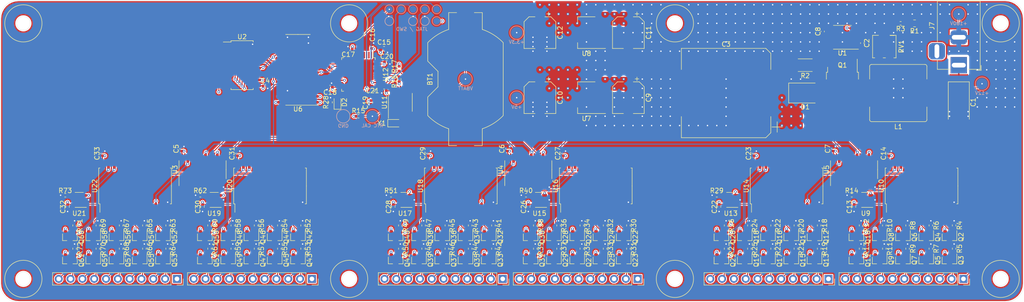
<source format=kicad_pcb>
(kicad_pcb (version 20171130) (host pcbnew "(5.1.10)-1")
  (layers (0 F.Cu mixed) (1 In1.Cu mixed) (2 In2.Cu mixed) (31 B.Cu mixed) (34 B.Paste user) (35 F.Paste user) (36 B.SilkS user) (37 F.SilkS user) (38 B.Mask user) (39 F.Mask user) (44 Edge.Cuts user))
  (net 0 "")
  (net 1 +BATT)
  (net 2 GND)
  (net 3 +12V)
  (net 4 +5V)
  (net 5 +3V3)
  (net 6 +HV)
  (net 7 "Net-(D1-Pad2)")
  (net 8 "Net-(D2-Pad1)")
  (net 9 "Net-(D2-Pad2)")
  (net 10 D0-G9)
  (net 11 D0-G8)
  (net 12 D0-G7)
  (net 13 D0-G6)
  (net 14 D0-G5)
  (net 15 D0-G4)
  (net 16 D0-G3)
  (net 17 D0-G2)
  (net 18 D0-G1)
  (net 19 D0-G0)
  (net 20 D1-G0)
  (net 21 D1-G1)
  (net 22 D1-G2)
  (net 23 D1-G3)
  (net 24 D1-G4)
  (net 25 D1-G5)
  (net 26 D1-G6)
  (net 27 D1-G7)
  (net 28 D1-G8)
  (net 29 D1-G9)
  (net 30 D2-G0)
  (net 31 D2-G1)
  (net 32 D2-G2)
  (net 33 D2-G3)
  (net 34 D2-G4)
  (net 35 D2-G5)
  (net 36 D2-G6)
  (net 37 D2-G7)
  (net 38 D2-G8)
  (net 39 D2-G9)
  (net 40 D3-G9)
  (net 41 D3-G8)
  (net 42 D3-G7)
  (net 43 D3-G6)
  (net 44 D3-G5)
  (net 45 D3-G4)
  (net 46 D3-G3)
  (net 47 D3-G2)
  (net 48 D3-G1)
  (net 49 D3-G0)
  (net 50 D4-G0)
  (net 51 D4-G1)
  (net 52 D4-G2)
  (net 53 D4-G3)
  (net 54 D4-G4)
  (net 55 D4-G5)
  (net 56 D4-G6)
  (net 57 D4-G7)
  (net 58 D4-G8)
  (net 59 D4-G9)
  (net 60 D5-G9)
  (net 61 D5-G8)
  (net 62 D5-G7)
  (net 63 D5-G6)
  (net 64 D5-G5)
  (net 65 D5-G4)
  (net 66 D5-G3)
  (net 67 D5-G2)
  (net 68 D5-G1)
  (net 69 D5-G0)
  (net 70 "Net-(Q1-Pad1)")
  (net 71 "Net-(Q1-Pad3)")
  (net 72 "Net-(Q10-Pad1)")
  (net 73 "Net-(Q12-Pad1)")
  (net 74 "Net-(Q10-Pad2)")
  (net 75 "Net-(Q12-Pad2)")
  (net 76 "Net-(Q22-Pad2)")
  (net 77 "Net-(Q32-Pad2)")
  (net 78 "Net-(Q42-Pad2)")
  (net 79 "Net-(Q52-Pad2)")
  (net 80 "Net-(R3-Pad2)")
  (net 81 RTC_SCL)
  (net 82 RTC_SDA)
  (net 83 "Net-(RV1-Pad1)")
  (net 84 MCU_JTMS)
  (net 85 MCU_JTCLK)
  (net 86 MCU_JTDO)
  (net 87 MCU_JTDI)
  (net 88 MCU_nRST)
  (net 89 D0-VREF)
  (net 90 D1-VREF)
  (net 91 "Net-(U10-Pad1)")
  (net 92 D2-VREF)
  (net 93 "Net-(U11-Pad1)")
  (net 94 D3-VREF)
  (net 95 "Net-(U13-Pad1)")
  (net 96 D4-VREF)
  (net 97 D5-VREF)
  (net 98 HV_SHDN)
  (net 99 D0-S2)
  (net 100 D0-S3)
  (net 101 D0-S1)
  (net 102 D0-S0)
  (net 103 "Net-(U10-Pad21)")
  (net 104 "Net-(U10-Pad20)")
  (net 105 "Net-(U10-Pad19)")
  (net 106 "Net-(U10-Pad18)")
  (net 107 "Net-(U10-Pad17)")
  (net 108 "Net-(U10-Pad16)")
  (net 109 D1-S2)
  (net 110 D1-S3)
  (net 111 D1-S1)
  (net 112 D1-S0)
  (net 113 D2-S0)
  (net 114 D2-S1)
  (net 115 D2-S3)
  (net 116 D2-S2)
  (net 117 D3-S0)
  (net 118 D3-S1)
  (net 119 D3-S3)
  (net 120 D3-S2)
  (net 121 "Net-(U12-Pad16)")
  (net 122 D4-S2)
  (net 123 D4-S3)
  (net 124 D4-S1)
  (net 125 D4-S0)
  (net 126 D5-S0)
  (net 127 D5-S1)
  (net 128 D5-S3)
  (net 129 D5-S2)
  (net 130 "Net-(U14-Pad16)")
  (net 131 "Net-(U14-Pad17)")
  (net 132 "Net-(U14-Pad18)")
  (net 133 "Net-(U14-Pad19)")
  (net 134 "Net-(U14-Pad20)")
  (net 135 "Net-(U14-Pad21)")
  (net 136 DAC_nCS)
  (net 137 DAC_SCK)
  (net 138 DAC_MOSI)
  (net 139 SR_SHIFT)
  (net 140 SR_LATCH)
  (net 141 SR_DATA)
  (net 142 3V3_DAC_nCS)
  (net 143 3V3_DAC_SCK)
  (net 144 "Net-(U20-Pad16)")
  (net 145 3V3_DAC_MOSI)
  (net 146 3V3_SR_LATCH)
  (net 147 3V3_SR_SHIFT)
  (net 148 3V3_SR_DATA)
  (net 149 "Net-(C8-Pad1)")
  (net 150 "Net-(Q22-Pad1)")
  (net 151 "Net-(Q32-Pad1)")
  (net 152 "Net-(Q42-Pad1)")
  (net 153 "Net-(Q52-Pad1)")
  (net 154 "Net-(R1-Pad2)")
  (net 155 "Net-(R15-Pad2)")
  (net 156 "Net-(U2-Pad7)")
  (net 157 "Net-(U2-Pad8)")
  (net 158 "Net-(U2-Pad15)")
  (net 159 "Net-(U3-Pad9)")
  (net 160 "Net-(U4-Pad9)")
  (net 161 "Net-(U5-Pad9)")
  (net 162 "Net-(U6-Pad9)")
  (net 163 "Net-(U6-Pad10)")
  (net 164 "Net-(U6-Pad14)")
  (net 165 "Net-(U6-Pad15)")
  (net 166 "Net-(U6-Pad23)")
  (net 167 "Net-(U11-Pad2)")
  (net 168 "Net-(U12-Pad2)")
  (net 169 "Net-(U12-Pad3)")
  (net 170 "Net-(U12-Pad4)")
  (net 171 "Net-(U12-Pad10)")
  (net 172 "Net-(U12-Pad11)")
  (net 173 "Net-(U12-Pad12)")
  (net 174 "Net-(U12-Pad13)")
  (net 175 "Net-(U12-Pad25)")
  (net 176 "Net-(U12-Pad26)")
  (net 177 "Net-(U12-Pad27)")
  (net 178 "Net-(U12-Pad28)")
  (net 179 "Net-(U12-Pad29)")
  (net 180 "Net-(U12-Pad30)")
  (net 181 "Net-(U12-Pad31)")
  (net 182 "Net-(U12-Pad32)")
  (net 183 "Net-(U12-Pad33)")
  (net 184 "Net-(U12-Pad40)")
  (net 185 "Net-(U12-Pad41)")
  (net 186 "Net-(U12-Pad45)")
  (net 187 "Net-(U12-Pad46)")
  (net 188 "Net-(U15-Pad1)")
  (net 189 "Net-(U16-Pad16)")
  (net 190 "Net-(U16-Pad17)")
  (net 191 "Net-(U16-Pad18)")
  (net 192 "Net-(U16-Pad19)")
  (net 193 "Net-(U16-Pad20)")
  (net 194 "Net-(U16-Pad21)")
  (net 195 "Net-(U17-Pad1)")
  (net 196 "Net-(U18-Pad16)")
  (net 197 "Net-(U18-Pad17)")
  (net 198 "Net-(U18-Pad18)")
  (net 199 "Net-(U18-Pad19)")
  (net 200 "Net-(U18-Pad20)")
  (net 201 "Net-(U18-Pad21)")
  (net 202 "Net-(U19-Pad1)")
  (net 203 "Net-(U20-Pad21)")
  (net 204 "Net-(U20-Pad20)")
  (net 205 "Net-(U20-Pad19)")
  (net 206 "Net-(U20-Pad18)")
  (net 207 "Net-(U20-Pad17)")
  (net 208 "Net-(U21-Pad1)")
  (net 209 "Net-(U22-Pad16)")
  (net 210 "Net-(U22-Pad17)")
  (net 211 "Net-(U22-Pad18)")
  (net 212 "Net-(U22-Pad19)")
  (net 213 "Net-(U22-Pad20)")
  (net 214 "Net-(U22-Pad21)")
  (net 215 "Net-(U12-Pad5)")
  (net 216 "Net-(U12-Pad6)")
  (net 217 "Net-(Q2-Pad1)")
  (net 218 "Net-(Q3-Pad1)")
  (net 219 "Net-(Q4-Pad1)")
  (net 220 "Net-(Q5-Pad1)")
  (net 221 "Net-(Q6-Pad1)")
  (net 222 "Net-(Q7-Pad1)")
  (net 223 "Net-(Q8-Pad1)")
  (net 224 "Net-(Q9-Pad1)")
  (net 225 "Net-(Q11-Pad1)")
  (net 226 "Net-(Q13-Pad1)")
  (net 227 "Net-(Q14-Pad1)")
  (net 228 "Net-(Q15-Pad1)")
  (net 229 "Net-(Q16-Pad1)")
  (net 230 "Net-(Q17-Pad1)")
  (net 231 "Net-(Q18-Pad1)")
  (net 232 "Net-(Q19-Pad1)")
  (net 233 "Net-(Q20-Pad1)")
  (net 234 "Net-(Q21-Pad1)")
  (net 235 "Net-(Q23-Pad1)")
  (net 236 "Net-(Q24-Pad1)")
  (net 237 "Net-(Q25-Pad1)")
  (net 238 "Net-(Q26-Pad1)")
  (net 239 "Net-(Q27-Pad1)")
  (net 240 "Net-(Q28-Pad1)")
  (net 241 "Net-(Q29-Pad1)")
  (net 242 "Net-(Q30-Pad1)")
  (net 243 "Net-(Q31-Pad1)")
  (net 244 "Net-(Q33-Pad1)")
  (net 245 "Net-(Q34-Pad1)")
  (net 246 "Net-(Q35-Pad1)")
  (net 247 "Net-(Q36-Pad1)")
  (net 248 "Net-(Q37-Pad1)")
  (net 249 "Net-(Q38-Pad1)")
  (net 250 "Net-(Q39-Pad1)")
  (net 251 "Net-(Q40-Pad1)")
  (net 252 "Net-(Q41-Pad1)")
  (net 253 "Net-(Q43-Pad1)")
  (net 254 "Net-(Q44-Pad1)")
  (net 255 "Net-(Q45-Pad1)")
  (net 256 "Net-(Q46-Pad1)")
  (net 257 "Net-(Q47-Pad1)")
  (net 258 "Net-(Q48-Pad1)")
  (net 259 "Net-(Q49-Pad1)")
  (net 260 "Net-(Q50-Pad1)")
  (net 261 "Net-(Q51-Pad1)")
  (net 262 "Net-(Q53-Pad1)")
  (net 263 "Net-(Q54-Pad1)")
  (net 264 "Net-(Q55-Pad1)")
  (net 265 "Net-(Q56-Pad1)")
  (net 266 "Net-(Q57-Pad1)")
  (net 267 "Net-(Q58-Pad1)")
  (net 268 "Net-(Q59-Pad1)")
  (net 269 "Net-(Q60-Pad1)")
  (net 270 "Net-(Q61-Pad1)")
  (module Package_SO:SO-24_5.3x15mm_P1.27mm (layer F.Cu) (at 113 73 180)
    (fp_text reference U6 (at 0 -8.45) (layer F.SilkS))
    (fp_text value SN74LVCC3245A)
    (pad 1 smd roundrect (at -3.4625 -6.985 180) (size 1.975 0.6) (layers F.Cu F.Paste F.Mask) (net 5 +3V3))
    (pad 2 smd roundrect (at -3.4625 -5.715 180) (size 1.975 0.6) (layers F.Cu F.Paste F.Mask) (net 5 +3V3))
    (pad 3 smd roundrect (at -3.4625 -4.445 180) (size 1.975 0.6) (layers F.Cu F.Paste F.Mask) (net 148 3V3_SR_DATA))
    (pad 4 smd roundrect (at -3.4625 -3.175 180) (size 1.975 0.6) (layers F.Cu F.Paste F.Mask) (net 147 3V3_SR_SHIFT))
    (pad 5 smd roundrect (at -3.4625 -1.905 180) (size 1.975 0.6) (layers F.Cu F.Paste F.Mask) (net 146 3V3_SR_LATCH))
    (pad 6 smd roundrect (at -3.4625 -0.635 180) (size 1.975 0.6) (layers F.Cu F.Paste F.Mask) (net 143 3V3_DAC_SCK))
    (pad 7 smd roundrect (at -3.4625 0.635 180) (size 1.975 0.6) (layers F.Cu F.Paste F.Mask) (net 145 3V3_DAC_MOSI))
    (pad 8 smd roundrect (at -3.4625 1.905 180) (size 1.975 0.6) (layers F.Cu F.Paste F.Mask) (net 142 3V3_DAC_nCS))
    (pad 9 smd roundrect (at -3.4625 3.175 180) (size 1.975 0.6) (layers F.Cu F.Paste F.Mask) (net 162 "Net-(U6-Pad9)"))
    (pad 10 smd roundrect (at -3.4625 4.445 180) (size 1.975 0.6) (layers F.Cu F.Paste F.Mask) (net 163 "Net-(U6-Pad10)"))
    (pad 11 smd roundrect (at -3.4625 5.715 180) (size 1.975 0.6) (layers F.Cu F.Paste F.Mask) (net 2 GND))
    (pad 12 smd roundrect (at -3.4625 6.985 180) (size 1.975 0.6) (layers F.Cu F.Paste F.Mask) (net 2 GND))
    (pad 13 smd roundrect (at 3.4625 6.985 180) (size 1.975 0.6) (layers F.Cu F.Paste F.Mask) (net 2 GND))
    (pad 14 smd roundrect (at 3.4625 5.715 180) (size 1.975 0.6) (layers F.Cu F.Paste F.Mask) (net 164 "Net-(U6-Pad14)"))
    (pad 15 smd roundrect (at 3.4625 4.445 180) (size 1.975 0.6) (layers F.Cu F.Paste F.Mask) (net 165 "Net-(U6-Pad15)"))
    (pad 16 smd roundrect (at 3.4625 3.175 180) (size 1.975 0.6) (layers F.Cu F.Paste F.Mask) (net 136 DAC_nCS))
    (pad 17 smd roundrect (at 3.4625 1.905 180) (size 1.975 0.6) (layers F.Cu F.Paste F.Mask) (net 138 DAC_MOSI))
    (pad 18 smd roundrect (at 3.4625 0.635 180) (size 1.975 0.6) (layers F.Cu F.Paste F.Mask) (net 137 DAC_SCK))
    (pad 19 smd roundrect (at 3.4625 -0.635 180) (size 1.975 0.6) (layers F.Cu F.Paste F.Mask) (net 140 SR_LATCH))
    (pad 20 smd roundrect (at 3.4625 -1.905 180) (size 1.975 0.6) (layers F.Cu F.Paste F.Mask) (net 139 SR_SHIFT))
    (pad 21 smd roundrect (at 3.4625 -3.175 180) (size 1.975 0.6) (layers F.Cu F.Paste F.Mask) (net 141 SR_DATA))
    (pad 22 smd roundrect (at 3.4625 -4.445 180) (size 1.975 0.6) (layers F.Cu F.Paste F.Mask) (net 2 GND))
    (pad 23 smd roundrect (at 3.4625 -5.715 180) (size 1.975 0.6) (layers F.Cu F.Paste F.Mask) (net 166 "Net-(U6-Pad23)"))
    (pad 24 smd roundrect (at 3.4625 -6.985 180) (size 1.975 0.6) (layers F.Cu F.Paste F.Mask) (net 4 +5V))
  )
  (module Capacitor_SMD:CP_Elec_6.3x7.7 (layer F.Cu) (at 184 65 270)
    (fp_text reference C11 (at 0 -4.35 90) (layer F.SilkS))
    (fp_text value 10uF)
    (pad 2 smd roundrect (at 2.7 0 270) (size 3.5 1.6) (layers F.Cu F.Paste F.Mask) (roundrect_rratio 0.15625) (net 2 GND))
    (pad 1 smd roundrect (at -2.7 0 270) (size 3.5 1.6) (layers F.Cu F.Paste F.Mask) (roundrect_rratio 0.15625) (net 3 +12V))
  )
  (module Capacitor_SMD:CP_Elec_18x17.5 (layer F.Cu) (at 205 78 180)
    (fp_text reference C3 (at 0 10.5) (layer F.SilkS))
    (fp_text value 22uF)
    (pad 1 smd roundrect (at -6.75 0 180) (size 8.8 9.6) (layers F.Cu F.Paste F.Mask) (roundrect_rratio 0.02840875) (net 6 +HV))
    (pad 2 smd roundrect (at 6.75 0 180) (size 8.8 9.6) (layers F.Cu F.Paste F.Mask) (roundrect_rratio 0.02840875) (net 2 GND))
  )
  (module Connector_BarrelJack:BarrelJack_Horizontal (layer F.Cu) (at 255 72 270)
    (fp_text reference J7 (at -8.45 5.75 90) (layer F.SilkS))
    (fp_text value "12V DC JACK")
    (pad 1 thru_hole rect (at 0 0 270) (size 3.5 3.5) (drill oval 1 3) (layers *.Cu *.Mask) (net 3 +12V))
    (pad 2 thru_hole roundrect (at -6 0 270) (size 3 3.5) (drill oval 1 3) (layers *.Cu *.Mask) (net 2 GND))
    (pad 3 thru_hole roundrect (at -3 4.7 270) (size 3.5 3.5) (drill oval 3 1) (layers *.Cu *.Mask))
  )
  (module Battery:BatteryHolder_Keystone_1058_1x2032 (layer F.Cu) (at 149 75 270)
    (fp_text reference BT1 (at 0 7.62 90) (layer F.SilkS))
    (fp_text value BACKUP)
    (pad 1 smd rect (at -14.68 0 270) (size 2.54 3.51) (layers F.Cu F.Paste F.Mask) (net 1 +BATT))
    (pad 2 smd rect (at 14.68 0 270) (size 2.54 3.51) (layers F.Cu F.Paste F.Mask) (net 2 GND))
  )
  (module Capacitor_Tantalum_SMD:CP_EIA-7343-43_Kemet-X (layer F.Cu) (at 255 80 270)
    (fp_text reference C1 (at 0 -3.1 90) (layer F.SilkS))
    (fp_text value 100uF)
    (pad 1 smd roundrect (at -3.1125 0 270) (size 2.075 2.55) (layers F.Cu F.Paste F.Mask) (roundrect_rratio 0.1204819277108434) (net 3 +12V))
    (pad 2 smd roundrect (at 3.1125 0 270) (size 2.075 2.55) (layers F.Cu F.Paste F.Mask) (roundrect_rratio 0.1204819277108434) (net 2 GND))
  )
  (module Capacitor_SMD:C_0402_1005Metric (layer F.Cu) (at 234.25 67.25 270)
    (fp_text reference C2 (at 0 -1 90) (layer F.SilkS))
    (fp_text value 100nF)
    (pad 2 smd roundrect (at 0.48 0 270) (size 0.56 0.62) (layers F.Cu F.Paste F.Mask) (net 2 GND))
    (pad 1 smd roundrect (at -0.48 0 270) (size 0.56 0.62) (layers F.Cu F.Paste F.Mask) (net 3 +12V))
  )
  (module Capacitor_SMD:C_0402_1005Metric (layer F.Cu) (at 106 76.5)
    (fp_text reference C4 (at 0 -1.16) (layer F.SilkS))
    (fp_text value 100nF)
    (pad 1 smd roundrect (at -0.48 0) (size 0.56 0.62) (layers F.Cu F.Paste F.Mask) (net 4 +5V))
    (pad 2 smd roundrect (at 0.48 0) (size 0.56 0.62) (layers F.Cu F.Paste F.Mask) (net 2 GND))
  )
  (module Capacitor_SMD:C_0402_1005Metric (layer F.Cu) (at 88 90 90)
    (fp_text reference C5 (at 0 -1.16 90) (layer F.SilkS))
    (fp_text value 100nF)
    (pad 1 smd roundrect (at -0.48 0 90) (size 0.56 0.62) (layers F.Cu F.Paste F.Mask) (net 4 +5V))
    (pad 2 smd roundrect (at 0.48 0 90) (size 0.56 0.62) (layers F.Cu F.Paste F.Mask) (net 2 GND))
  )
  (module Capacitor_SMD:C_0402_1005Metric (layer F.Cu) (at 158 90 90)
    (fp_text reference C6 (at 0 -1.16 90) (layer F.SilkS))
    (fp_text value 100nF)
    (pad 2 smd roundrect (at 0.48 0 90) (size 0.56 0.62) (layers F.Cu F.Paste F.Mask) (net 2 GND))
    (pad 1 smd roundrect (at -0.48 0 90) (size 0.56 0.62) (layers F.Cu F.Paste F.Mask) (net 4 +5V))
  )
  (module Capacitor_SMD:C_0402_1005Metric (layer F.Cu) (at 228 90 90)
    (fp_text reference C7 (at 0 -1.16 90) (layer F.SilkS))
    (fp_text value 100nF)
    (pad 1 smd roundrect (at -0.48 0 90) (size 0.56 0.62) (layers F.Cu F.Paste F.Mask) (net 4 +5V))
    (pad 2 smd roundrect (at 0.48 0 90) (size 0.56 0.62) (layers F.Cu F.Paste F.Mask) (net 2 GND))
  )
  (module Capacitor_SMD:C_0402_1005Metric (layer F.Cu) (at 225.75 64.75 270)
    (fp_text reference C8 (at 0 1 90) (layer F.SilkS))
    (fp_text value 100nF)
    (pad 2 smd roundrect (at 0.48 0 270) (size 0.56 0.62) (layers F.Cu F.Paste F.Mask) (net 2 GND))
    (pad 1 smd roundrect (at -0.48 0 270) (size 0.56 0.62) (layers F.Cu F.Paste F.Mask) (net 149 "Net-(C8-Pad1)"))
  )
  (module Capacitor_SMD:CP_Elec_6.3x7.7 (layer F.Cu) (at 184 79 270)
    (fp_text reference C9 (at 0 -4.35 90) (layer F.SilkS))
    (fp_text value 10uF)
    (pad 2 smd roundrect (at 2.7 0 270) (size 3.5 1.6) (layers F.Cu F.Paste F.Mask) (roundrect_rratio 0.15625) (net 2 GND))
    (pad 1 smd roundrect (at -2.7 0 270) (size 3.5 1.6) (layers F.Cu F.Paste F.Mask) (roundrect_rratio 0.15625) (net 3 +12V))
  )
  (module Capacitor_SMD:CP_Elec_6.3x7.7 (layer F.Cu) (at 165 79 270)
    (fp_text reference C10 (at 0 -4.35 90) (layer F.SilkS))
    (fp_text value 10uF)
    (pad 1 smd roundrect (at -2.7 0 270) (size 3.5 1.6) (layers F.Cu F.Paste F.Mask) (roundrect_rratio 0.15625) (net 4 +5V))
    (pad 2 smd roundrect (at 2.7 0 270) (size 3.5 1.6) (layers F.Cu F.Paste F.Mask) (roundrect_rratio 0.15625) (net 2 GND))
  )
  (module Capacitor_SMD:CP_Elec_6.3x7.7 (layer F.Cu) (at 165 65 270)
    (fp_text reference C12 (at 0 -4.35 90) (layer F.SilkS))
    (fp_text value 10uF)
    (pad 1 smd roundrect (at -2.7 0 270) (size 3.5 1.6) (layers F.Cu F.Paste F.Mask) (roundrect_rratio 0.15625) (net 5 +3V3))
    (pad 2 smd roundrect (at 2.7 0 270) (size 3.5 1.6) (layers F.Cu F.Paste F.Mask) (roundrect_rratio 0.15625) (net 2 GND))
  )
  (module Capacitor_SMD:C_0402_1005Metric (layer F.Cu) (at 232.5 102.5 270)
    (fp_text reference C13 (at 0 1 90) (layer F.SilkS))
    (fp_text value 100nF)
    (pad 2 smd roundrect (at 0.48 0 270) (size 0.56 0.62) (layers F.Cu F.Paste F.Mask) (net 2 GND))
    (pad 1 smd roundrect (at -0.48 0 270) (size 0.56 0.62) (layers F.Cu F.Paste F.Mask) (net 4 +5V))
  )
  (module Capacitor_SMD:C_0402_1005Metric (layer F.Cu) (at 240 91 90)
    (fp_text reference C14 (at 0 -1.16 90) (layer F.SilkS))
    (fp_text value 100nF)
    (pad 1 smd roundrect (at -0.48 0 90) (size 0.56 0.62) (layers F.Cu F.Paste F.Mask) (net 4 +5V))
    (pad 2 smd roundrect (at 0.48 0 90) (size 0.56 0.62) (layers F.Cu F.Paste F.Mask) (net 2 GND))
  )
  (module Capacitor_SMD:C_0603_1608Metric (layer F.Cu) (at 131.5 68.5)
    (fp_text reference C15 (at 0 -1.43) (layer F.SilkS))
    (fp_text value 4.7uF)
    (pad 1 smd roundrect (at -0.775 0) (size 0.9 0.95) (layers F.Cu F.Paste F.Mask) (net 5 +3V3))
    (pad 2 smd roundrect (at 0.775 0) (size 0.9 0.95) (layers F.Cu F.Paste F.Mask) (net 2 GND))
  )
  (module Capacitor_SMD:C_0402_1005Metric (layer F.Cu) (at 128.8 67.9 90)
    (fp_text reference C16 (at 2.4 0.2 90) (layer F.SilkS))
    (fp_text value 100nF)
    (pad 1 smd roundrect (at -0.48 0 90) (size 0.56 0.62) (layers F.Cu F.Paste F.Mask) (net 5 +3V3))
    (pad 2 smd roundrect (at 0.48 0 90) (size 0.56 0.62) (layers F.Cu F.Paste F.Mask) (net 2 GND))
  )
  (module Capacitor_SMD:C_0402_1005Metric (layer F.Cu) (at 124.2 68.5 180)
    (fp_text reference C17 (at 0.4 -1.2) (layer F.SilkS))
    (fp_text value 100nF)
    (pad 2 smd roundrect (at 0.48 0 180) (size 0.56 0.62) (layers F.Cu F.Paste F.Mask) (net 2 GND))
    (pad 1 smd roundrect (at -0.48 0 180) (size 0.56 0.62) (layers F.Cu F.Paste F.Mask) (net 5 +3V3))
  )
  (module Capacitor_SMD:C_0402_1005Metric (layer F.Cu) (at 119.9 76.7 180)
    (fp_text reference C18 (at 0 -1.16) (layer F.SilkS))
    (fp_text value 100nF)
    (pad 1 smd roundrect (at -0.48 0 180) (size 0.56 0.62) (layers F.Cu F.Paste F.Mask) (net 5 +3V3))
    (pad 2 smd roundrect (at 0.48 0 180) (size 0.56 0.62) (layers F.Cu F.Paste F.Mask) (net 2 GND))
  )
  (module Capacitor_SMD:C_0402_1005Metric (layer F.Cu) (at 128.7 80.1 270)
    (fp_text reference C19 (at 0 1.2 90) (layer F.SilkS))
    (fp_text value 100nF)
    (pad 2 smd roundrect (at 0.48 0 270) (size 0.56 0.62) (layers F.Cu F.Paste F.Mask) (net 2 GND))
    (pad 1 smd roundrect (at -0.48 0 270) (size 0.56 0.62) (layers F.Cu F.Paste F.Mask) (net 5 +3V3))
  )
  (module Capacitor_SMD:C_0402_1005Metric (layer F.Cu) (at 132.1 71.3)
    (fp_text reference C20 (at 0 -1.16) (layer F.SilkS))
    (fp_text value 100nF)
    (pad 1 smd roundrect (at -0.48 0) (size 0.56 0.62) (layers F.Cu F.Paste F.Mask) (net 5 +3V3))
    (pad 2 smd roundrect (at 0.48 0) (size 0.56 0.62) (layers F.Cu F.Paste F.Mask) (net 2 GND))
  )
  (module Capacitor_SMD:C_0402_1005Metric (layer F.Cu) (at 131.5 77.5 180)
    (fp_text reference C21 (at 2.5 0) (layer F.SilkS))
    (fp_text value 100nF)
    (pad 1 smd roundrect (at -0.48 0 180) (size 0.56 0.62) (layers F.Cu F.Paste F.Mask) (net 5 +3V3))
    (pad 2 smd roundrect (at 0.48 0 180) (size 0.56 0.62) (layers F.Cu F.Paste F.Mask) (net 2 GND))
  )
  (module Capacitor_SMD:C_0402_1005Metric (layer F.Cu) (at 203.5 102.5 270)
    (fp_text reference C22 (at 0 1 90) (layer F.SilkS))
    (fp_text value 100nF)
    (pad 1 smd roundrect (at -0.48 0 270) (size 0.56 0.62) (layers F.Cu F.Paste F.Mask) (net 4 +5V))
    (pad 2 smd roundrect (at 0.48 0 270) (size 0.56 0.62) (layers F.Cu F.Paste F.Mask) (net 2 GND))
  )
  (module Capacitor_SMD:C_0402_1005Metric (layer F.Cu) (at 211 91 90)
    (fp_text reference C23 (at 0 -1.16 90) (layer F.SilkS))
    (fp_text value 100nF)
    (pad 2 smd roundrect (at 0.48 0 90) (size 0.56 0.62) (layers F.Cu F.Paste F.Mask) (net 2 GND))
    (pad 1 smd roundrect (at -0.48 0 90) (size 0.56 0.62) (layers F.Cu F.Paste F.Mask) (net 4 +5V))
  )
  (module Capacitor_SMD:C_0402_1005Metric (layer F.Cu) (at 162.5 102.5 270)
    (fp_text reference C26 (at 0 1 90) (layer F.SilkS))
    (fp_text value 100nF)
    (pad 2 smd roundrect (at 0.48 0 270) (size 0.56 0.62) (layers F.Cu F.Paste F.Mask) (net 2 GND))
    (pad 1 smd roundrect (at -0.48 0 270) (size 0.56 0.62) (layers F.Cu F.Paste F.Mask) (net 4 +5V))
  )
  (module Capacitor_SMD:C_0402_1005Metric (layer F.Cu) (at 170 91 90)
    (fp_text reference C27 (at 0 -1.16 90) (layer F.SilkS))
    (fp_text value 100nF)
    (pad 1 smd roundrect (at -0.48 0 90) (size 0.56 0.62) (layers F.Cu F.Paste F.Mask) (net 4 +5V))
    (pad 2 smd roundrect (at 0.48 0 90) (size 0.56 0.62) (layers F.Cu F.Paste F.Mask) (net 2 GND))
  )
  (module Capacitor_SMD:C_0402_1005Metric (layer F.Cu) (at 133.5 102.5 270)
    (fp_text reference C28 (at 0 1 90) (layer F.SilkS))
    (fp_text value 100nF)
    (pad 1 smd roundrect (at -0.48 0 270) (size 0.56 0.62) (layers F.Cu F.Paste F.Mask) (net 4 +5V))
    (pad 2 smd roundrect (at 0.48 0 270) (size 0.56 0.62) (layers F.Cu F.Paste F.Mask) (net 2 GND))
  )
  (module Capacitor_SMD:C_0402_1005Metric (layer F.Cu) (at 141 91 90)
    (fp_text reference C29 (at 0 -1.16 90) (layer F.SilkS))
    (fp_text value 100nF)
    (pad 2 smd roundrect (at 0.48 0 90) (size 0.56 0.62) (layers F.Cu F.Paste F.Mask) (net 2 GND))
    (pad 1 smd roundrect (at -0.48 0 90) (size 0.56 0.62) (layers F.Cu F.Paste F.Mask) (net 4 +5V))
  )
  (module Capacitor_SMD:C_0402_1005Metric (layer F.Cu) (at 92.5 102.5 270)
    (fp_text reference C30 (at 0 1 90) (layer F.SilkS))
    (fp_text value 100nF)
    (pad 1 smd roundrect (at -0.48 0 270) (size 0.56 0.62) (layers F.Cu F.Paste F.Mask) (net 4 +5V))
    (pad 2 smd roundrect (at 0.48 0 270) (size 0.56 0.62) (layers F.Cu F.Paste F.Mask) (net 2 GND))
  )
  (module Capacitor_SMD:C_0402_1005Metric (layer F.Cu) (at 100 91 90)
    (fp_text reference C31 (at 0 -1.16 90) (layer F.SilkS))
    (fp_text value 100nF)
    (pad 2 smd roundrect (at 0.48 0 90) (size 0.56 0.62) (layers F.Cu F.Paste F.Mask) (net 2 GND))
    (pad 1 smd roundrect (at -0.48 0 90) (size 0.56 0.62) (layers F.Cu F.Paste F.Mask) (net 4 +5V))
  )
  (module Capacitor_SMD:C_0402_1005Metric (layer F.Cu) (at 63.5 102.5 270)
    (fp_text reference C32 (at 0 1 90) (layer F.SilkS))
    (fp_text value 100nF)
    (pad 2 smd roundrect (at 0.48 0 270) (size 0.56 0.62) (layers F.Cu F.Paste F.Mask) (net 2 GND))
    (pad 1 smd roundrect (at -0.48 0 270) (size 0.56 0.62) (layers F.Cu F.Paste F.Mask) (net 4 +5V))
  )
  (module Capacitor_SMD:C_0402_1005Metric (layer F.Cu) (at 71 91 90)
    (fp_text reference C33 (at 0 -1.16 90) (layer F.SilkS))
    (fp_text value 100nF)
    (pad 2 smd roundrect (at 0.48 0 90) (size 0.56 0.62) (layers F.Cu F.Paste F.Mask) (net 2 GND))
    (pad 1 smd roundrect (at -0.48 0 90) (size 0.56 0.62) (layers F.Cu F.Paste F.Mask) (net 4 +5V))
  )
  (module Diode_SMD:D_SMB (layer F.Cu) (at 222 78)
    (fp_text reference D1 (at 0 3) (layer F.SilkS))
    (fp_text value ~)
    (pad 1 smd rect (at -2.15 0) (size 2.5 2.3) (layers F.Cu F.Paste F.Mask) (net 6 +HV))
    (pad 2 smd rect (at 2.15 0) (size 2.5 2.3) (layers F.Cu F.Paste F.Mask) (net 7 "Net-(D1-Pad2)"))
  )
  (module Diode_SMD:D_0603_1608Metric (layer F.Cu) (at 121.5 80 90)
    (fp_text reference D2 (at 0 1.5 90) (layer F.SilkS))
    (fp_text value LED)
    (pad 1 smd roundrect (at -0.7875 0 90) (size 0.875 0.95) (layers F.Cu F.Paste F.Mask) (net 8 "Net-(D2-Pad1)"))
    (pad 2 smd roundrect (at 0.7875 0 90) (size 0.875 0.95) (layers F.Cu F.Paste F.Mask) (net 9 "Net-(D2-Pad2)"))
  )
  (module Connector_PinSocket_2.54mm:PinSocket_1x11_P2.54mm_Vertical (layer F.Cu) (at 256 118 270)
    (fp_text reference J1 hide)
    (fp_text value ~)
    (pad 11 thru_hole oval (at 0 25.4 270) (size 1.7 1.7) (drill 1) (layers *.Cu *.Mask) (net 10 D0-G9))
    (pad 10 thru_hole oval (at 0 22.86 270) (size 1.7 1.7) (drill 1) (layers *.Cu *.Mask) (net 11 D0-G8))
    (pad 9 thru_hole oval (at 0 20.32 270) (size 1.7 1.7) (drill 1) (layers *.Cu *.Mask) (net 12 D0-G7))
    (pad 8 thru_hole oval (at 0 17.78 270) (size 1.7 1.7) (drill 1) (layers *.Cu *.Mask) (net 13 D0-G6))
    (pad 7 thru_hole oval (at 0 15.24 270) (size 1.7 1.7) (drill 1) (layers *.Cu *.Mask) (net 14 D0-G5))
    (pad 6 thru_hole oval (at 0 12.7 270) (size 1.7 1.7) (drill 1) (layers *.Cu *.Mask) (net 15 D0-G4))
    (pad 5 thru_hole oval (at 0 10.16 270) (size 1.7 1.7) (drill 1) (layers *.Cu *.Mask) (net 16 D0-G3))
    (pad 4 thru_hole oval (at 0 7.62 270) (size 1.7 1.7) (drill 1) (layers *.Cu *.Mask) (net 17 D0-G2))
    (pad 3 thru_hole oval (at 0 5.08 270) (size 1.7 1.7) (drill 1) (layers *.Cu *.Mask) (net 18 D0-G1))
    (pad 2 thru_hole oval (at 0 2.54 270) (size 1.7 1.7) (drill 1) (layers *.Cu *.Mask) (net 19 D0-G0))
    (pad 1 thru_hole rect (at 0 0 270) (size 1.7 1.7) (drill 1) (layers *.Cu *.Mask) (net 6 +HV))
  )
  (module Connector_PinSocket_2.54mm:PinSocket_1x11_P2.54mm_Vertical (layer F.Cu) (at 227 118 270)
    (fp_text reference J2 hide)
    (fp_text value ~)
    (pad 1 thru_hole rect (at 0 0 270) (size 1.7 1.7) (drill 1) (layers *.Cu *.Mask) (net 6 +HV))
    (pad 2 thru_hole oval (at 0 2.54 270) (size 1.7 1.7) (drill 1) (layers *.Cu *.Mask) (net 20 D1-G0))
    (pad 3 thru_hole oval (at 0 5.08 270) (size 1.7 1.7) (drill 1) (layers *.Cu *.Mask) (net 21 D1-G1))
    (pad 4 thru_hole oval (at 0 7.62 270) (size 1.7 1.7) (drill 1) (layers *.Cu *.Mask) (net 22 D1-G2))
    (pad 5 thru_hole oval (at 0 10.16 270) (size 1.7 1.7) (drill 1) (layers *.Cu *.Mask) (net 23 D1-G3))
    (pad 6 thru_hole oval (at 0 12.7 270) (size 1.7 1.7) (drill 1) (layers *.Cu *.Mask) (net 24 D1-G4))
    (pad 7 thru_hole oval (at 0 15.24 270) (size 1.7 1.7) (drill 1) (layers *.Cu *.Mask) (net 25 D1-G5))
    (pad 8 thru_hole oval (at 0 17.78 270) (size 1.7 1.7) (drill 1) (layers *.Cu *.Mask) (net 26 D1-G6))
    (pad 9 thru_hole oval (at 0 20.32 270) (size 1.7 1.7) (drill 1) (layers *.Cu *.Mask) (net 27 D1-G7))
    (pad 10 thru_hole oval (at 0 22.86 270) (size 1.7 1.7) (drill 1) (layers *.Cu *.Mask) (net 28 D1-G8))
    (pad 11 thru_hole oval (at 0 25.4 270) (size 1.7 1.7) (drill 1) (layers *.Cu *.Mask) (net 29 D1-G9))
  )
  (module Connector_PinSocket_2.54mm:PinSocket_1x11_P2.54mm_Vertical (layer F.Cu) (at 186 118 270)
    (fp_text reference J3 hide)
    (fp_text value ~)
    (pad 1 thru_hole rect (at 0 0 270) (size 1.7 1.7) (drill 1) (layers *.Cu *.Mask) (net 6 +HV))
    (pad 2 thru_hole oval (at 0 2.54 270) (size 1.7 1.7) (drill 1) (layers *.Cu *.Mask) (net 30 D2-G0))
    (pad 3 thru_hole oval (at 0 5.08 270) (size 1.7 1.7) (drill 1) (layers *.Cu *.Mask) (net 31 D2-G1))
    (pad 4 thru_hole oval (at 0 7.62 270) (size 1.7 1.7) (drill 1) (layers *.Cu *.Mask) (net 32 D2-G2))
    (pad 5 thru_hole oval (at 0 10.16 270) (size 1.7 1.7) (drill 1) (layers *.Cu *.Mask) (net 33 D2-G3))
    (pad 6 thru_hole oval (at 0 12.7 270) (size 1.7 1.7) (drill 1) (layers *.Cu *.Mask) (net 34 D2-G4))
    (pad 7 thru_hole oval (at 0 15.24 270) (size 1.7 1.7) (drill 1) (layers *.Cu *.Mask) (net 35 D2-G5))
    (pad 8 thru_hole oval (at 0 17.78 270) (size 1.7 1.7) (drill 1) (layers *.Cu *.Mask) (net 36 D2-G6))
    (pad 9 thru_hole oval (at 0 20.32 270) (size 1.7 1.7) (drill 1) (layers *.Cu *.Mask) (net 37 D2-G7))
    (pad 10 thru_hole oval (at 0 22.86 270) (size 1.7 1.7) (drill 1) (layers *.Cu *.Mask) (net 38 D2-G8))
    (pad 11 thru_hole oval (at 0 25.4 270) (size 1.7 1.7) (drill 1) (layers *.Cu *.Mask) (net 39 D2-G9))
  )
  (module Connector_PinSocket_2.54mm:PinSocket_1x11_P2.54mm_Vertical (layer F.Cu) (at 157 118 270)
    (fp_text reference J4 hide)
    (fp_text value ~)
    (pad 11 thru_hole oval (at 0 25.4 270) (size 1.7 1.7) (drill 1) (layers *.Cu *.Mask) (net 40 D3-G9))
    (pad 10 thru_hole oval (at 0 22.86 270) (size 1.7 1.7) (drill 1) (layers *.Cu *.Mask) (net 41 D3-G8))
    (pad 9 thru_hole oval (at 0 20.32 270) (size 1.7 1.7) (drill 1) (layers *.Cu *.Mask) (net 42 D3-G7))
    (pad 8 thru_hole oval (at 0 17.78 270) (size 1.7 1.7) (drill 1) (layers *.Cu *.Mask) (net 43 D3-G6))
    (pad 7 thru_hole oval (at 0 15.24 270) (size 1.7 1.7) (drill 1) (layers *.Cu *.Mask) (net 44 D3-G5))
    (pad 6 thru_hole oval (at 0 12.7 270) (size 1.7 1.7) (drill 1) (layers *.Cu *.Mask) (net 45 D3-G4))
    (pad 5 thru_hole oval (at 0 10.16 270) (size 1.7 1.7) (drill 1) (layers *.Cu *.Mask) (net 46 D3-G3))
    (pad 4 thru_hole oval (at 0 7.62 270) (size 1.7 1.7) (drill 1) (layers *.Cu *.Mask) (net 47 D3-G2))
    (pad 3 thru_hole oval (at 0 5.08 270) (size 1.7 1.7) (drill 1) (layers *.Cu *.Mask) (net 48 D3-G1))
    (pad 2 thru_hole oval (at 0 2.54 270) (size 1.7 1.7) (drill 1) (layers *.Cu *.Mask) (net 49 D3-G0))
    (pad 1 thru_hole rect (at 0 0 270) (size 1.7 1.7) (drill 1) (layers *.Cu *.Mask) (net 6 +HV))
  )
  (module Connector_PinSocket_2.54mm:PinSocket_1x11_P2.54mm_Vertical (layer F.Cu) (at 116 118 270)
    (fp_text reference J5 hide)
    (fp_text value ~)
    (pad 1 thru_hole rect (at 0 0 270) (size 1.7 1.7) (drill 1) (layers *.Cu *.Mask) (net 6 +HV))
    (pad 2 thru_hole oval (at 0 2.54 270) (size 1.7 1.7) (drill 1) (layers *.Cu *.Mask) (net 50 D4-G0))
    (pad 3 thru_hole oval (at 0 5.08 270) (size 1.7 1.7) (drill 1) (layers *.Cu *.Mask) (net 51 D4-G1))
    (pad 4 thru_hole oval (at 0 7.62 270) (size 1.7 1.7) (drill 1) (layers *.Cu *.Mask) (net 52 D4-G2))
    (pad 5 thru_hole oval (at 0 10.16 270) (size 1.7 1.7) (drill 1) (layers *.Cu *.Mask) (net 53 D4-G3))
    (pad 6 thru_hole oval (at 0 12.7 270) (size 1.7 1.7) (drill 1) (layers *.Cu *.Mask) (net 54 D4-G4))
    (pad 7 thru_hole oval (at 0 15.24 270) (size 1.7 1.7) (drill 1) (layers *.Cu *.Mask) (net 55 D4-G5))
    (pad 8 thru_hole oval (at 0 17.78 270) (size 1.7 1.7) (drill 1) (layers *.Cu *.Mask) (net 56 D4-G6))
    (pad 9 thru_hole oval (at 0 20.32 270) (size 1.7 1.7) (drill 1) (layers *.Cu *.Mask) (net 57 D4-G7))
    (pad 10 thru_hole oval (at 0 22.86 270) (size 1.7 1.7) (drill 1) (layers *.Cu *.Mask) (net 58 D4-G8))
    (pad 11 thru_hole oval (at 0 25.4 270) (size 1.7 1.7) (drill 1) (layers *.Cu *.Mask) (net 59 D4-G9))
  )
  (module Connector_PinSocket_2.54mm:PinSocket_1x11_P2.54mm_Vertical (layer F.Cu) (at 87 118 270)
    (fp_text reference J6 hide)
    (fp_text value ~)
    (pad 11 thru_hole oval (at 0 25.4 270) (size 1.7 1.7) (drill 1) (layers *.Cu *.Mask) (net 60 D5-G9))
    (pad 10 thru_hole oval (at 0 22.86 270) (size 1.7 1.7) (drill 1) (layers *.Cu *.Mask) (net 61 D5-G8))
    (pad 9 thru_hole oval (at 0 20.32 270) (size 1.7 1.7) (drill 1) (layers *.Cu *.Mask) (net 62 D5-G7))
    (pad 8 thru_hole oval (at 0 17.78 270) (size 1.7 1.7) (drill 1) (layers *.Cu *.Mask) (net 63 D5-G6))
    (pad 7 thru_hole oval (at 0 15.24 270) (size 1.7 1.7) (drill 1) (layers *.Cu *.Mask) (net 64 D5-G5))
    (pad 6 thru_hole oval (at 0 12.7 270) (size 1.7 1.7) (drill 1) (layers *.Cu *.Mask) (net 65 D5-G4))
    (pad 5 thru_hole oval (at 0 10.16 270) (size 1.7 1.7) (drill 1) (layers *.Cu *.Mask) (net 66 D5-G3))
    (pad 4 thru_hole oval (at 0 7.62 270) (size 1.7 1.7) (drill 1) (layers *.Cu *.Mask) (net 67 D5-G2))
    (pad 3 thru_hole oval (at 0 5.08 270) (size 1.7 1.7) (drill 1) (layers *.Cu *.Mask) (net 68 D5-G1))
    (pad 2 thru_hole oval (at 0 2.54 270) (size 1.7 1.7) (drill 1) (layers *.Cu *.Mask) (net 69 D5-G0))
    (pad 1 thru_hole rect (at 0 0 270) (size 1.7 1.7) (drill 1) (layers *.Cu *.Mask) (net 6 +HV))
  )
  (module Inductor_SMD:L_Bourns_SRR1210A (layer F.Cu) (at 242 78 180)
    (fp_text reference L1 (at 0 -7.25) (layer F.SilkS))
    (fp_text value 47uH)
    (pad 2 smd rect (at 5.05 0 180) (size 2.8 5.3) (layers F.Cu F.Paste F.Mask) (net 7 "Net-(D1-Pad2)"))
    (pad 1 smd rect (at -5.05 0 180) (size 2.8 5.3) (layers F.Cu F.Paste F.Mask) (net 3 +12V))
  )
  (module Package_TO_SOT_SMD:TO-252-2 (layer F.Cu) (at 230 76 270)
    (fp_text reference Q1 (at -4 0) (layer F.SilkS))
    (fp_text value ~)
    (pad 1 smd rect (at -4.2 -2.28 270) (size 2.2 1.2) (layers F.Cu F.Paste F.Mask) (net 70 "Net-(Q1-Pad1)"))
    (pad 3 smd rect (at -4.2 2.28 270) (size 2.2 1.2) (layers F.Cu F.Paste F.Mask) (net 71 "Net-(Q1-Pad3)"))
    (pad 2 smd rect (at 2.1 0 270) (size 6.4 5.8) (layers F.Cu F.Mask) (net 7 "Net-(D1-Pad2)"))
  )
  (module Resistor_SMD:R_0805_2012Metric (layer F.Cu) (at 245.5 63 180)
    (fp_text reference R1 (at 0 -1.65) (layer F.SilkS))
    (fp_text value 1.2M)
    (pad 1 smd roundrect (at -0.9125 0 180) (size 1.025 1.4) (layers F.Cu F.Paste F.Mask) (roundrect_rratio 0.2439004878048781) (net 6 +HV))
    (pad 2 smd roundrect (at 0.9125 0 180) (size 1.025 1.4) (layers F.Cu F.Paste F.Mask) (roundrect_rratio 0.2439004878048781) (net 154 "Net-(R1-Pad2)"))
  )
  (module Resistor_SMD:R_2010_5025Metric (layer F.Cu) (at 222 72 180)
    (fp_text reference R2 (at 0 -2.28) (layer F.SilkS))
    (fp_text value 0.05)
    (pad 1 smd roundrect (at -2.3125 0 180) (size 1.225 2.65) (layers F.Cu F.Paste F.Mask) (roundrect_rratio 0.2040808163265306) (net 71 "Net-(Q1-Pad3)"))
    (pad 2 smd roundrect (at 2.3125 0 180) (size 1.225 2.65) (layers F.Cu F.Paste F.Mask) (roundrect_rratio 0.2040808163265306) (net 2 GND))
  )
  (module Resistor_SMD:R_0402_1005Metric (layer F.Cu) (at 242.5 63 180)
    (fp_text reference R3 (at 0 -1.17) (layer F.SilkS))
    (fp_text value 6.8K)
    (pad 1 smd roundrect (at -0.51 0 180) (size 0.54 0.64) (layers F.Cu F.Paste F.Mask) (net 154 "Net-(R1-Pad2)"))
    (pad 2 smd roundrect (at 0.51 0 180) (size 0.54 0.64) (layers F.Cu F.Paste F.Mask) (net 80 "Net-(R3-Pad2)"))
  )
  (module Resistor_SMD:R_0402_1005Metric (layer F.Cu) (at 254 106.49 270)
    (fp_text reference R4 (at 0 -1.17 90) (layer F.SilkS))
    (fp_text value 6.8K)
    (pad 2 smd roundrect (at 0.51 0 270) (size 0.54 0.64) (layers F.Cu F.Paste F.Mask) (net 217 "Net-(Q2-Pad1)"))
    (pad 1 smd roundrect (at -0.51 0 270) (size 0.54 0.64) (layers F.Cu F.Paste F.Mask) (net 2 GND))
  )
  (module Resistor_SMD:R_0402_1005Metric (layer F.Cu) (at 254 111.5 270)
    (fp_text reference R5 (at 0 -1.17 90) (layer F.SilkS))
    (fp_text value 6.8K)
    (pad 2 smd roundrect (at 0.51 0 270) (size 0.54 0.64) (layers F.Cu F.Paste F.Mask) (net 218 "Net-(Q3-Pad1)"))
    (pad 1 smd roundrect (at -0.51 0 270) (size 0.54 0.64) (layers F.Cu F.Paste F.Mask) (net 2 GND))
  )
  (module Resistor_SMD:R_0402_1005Metric (layer F.Cu) (at 249 106.5 270)
    (fp_text reference R6 (at 0 -1.17 90) (layer F.SilkS))
    (fp_text value 6.8K)
    (pad 1 smd roundrect (at -0.51 0 270) (size 0.54 0.64) (layers F.Cu F.Paste F.Mask) (net 2 GND))
    (pad 2 smd roundrect (at 0.51 0 270) (size 0.54 0.64) (layers F.Cu F.Paste F.Mask) (net 219 "Net-(Q4-Pad1)"))
  )
  (module Resistor_SMD:R_0402_1005Metric (layer F.Cu) (at 249 111.5 270)
    (fp_text reference R7 (at 0 -1.17 90) (layer F.SilkS))
    (fp_text value 6.8K)
    (pad 1 smd roundrect (at -0.51 0 270) (size 0.54 0.64) (layers F.Cu F.Paste F.Mask) (net 2 GND))
    (pad 2 smd roundrect (at 0.51 0 270) (size 0.54 0.64) (layers F.Cu F.Paste F.Mask) (net 220 "Net-(Q5-Pad1)"))
  )
  (module Resistor_SMD:R_0402_1005Metric (layer F.Cu) (at 244 106.5 270)
    (fp_text reference R8 (at 0 -1.17 90) (layer F.SilkS))
    (fp_text value 6.8K)
    (pad 2 smd roundrect (at 0.51 0 270) (size 0.54 0.64) (layers F.Cu F.Paste F.Mask) (net 221 "Net-(Q6-Pad1)"))
    (pad 1 smd roundrect (at -0.51 0 270) (size 0.54 0.64) (layers F.Cu F.Paste F.Mask) (net 2 GND))
  )
  (module Resistor_SMD:R_0402_1005Metric (layer F.Cu) (at 244 111.5 270)
    (fp_text reference R9 (at 0 -1.17 90) (layer F.SilkS))
    (fp_text value 6.8K)
    (pad 1 smd roundrect (at -0.51 0 270) (size 0.54 0.64) (layers F.Cu F.Paste F.Mask) (net 2 GND))
    (pad 2 smd roundrect (at 0.51 0 270) (size 0.54 0.64) (layers F.Cu F.Paste F.Mask) (net 222 "Net-(Q7-Pad1)"))
  )
  (module Resistor_SMD:R_0402_1005Metric (layer F.Cu) (at 239 106.5 270)
    (fp_text reference R10 (at 0 -1.17 90) (layer F.SilkS))
    (fp_text value 6.8K)
    (pad 1 smd roundrect (at -0.51 0 270) (size 0.54 0.64) (layers F.Cu F.Paste F.Mask) (net 2 GND))
    (pad 2 smd roundrect (at 0.51 0 270) (size 0.54 0.64) (layers F.Cu F.Paste F.Mask) (net 223 "Net-(Q8-Pad1)"))
  )
  (module Resistor_SMD:R_0402_1005Metric (layer F.Cu) (at 239 111.5 270)
    (fp_text reference R11 (at 0 -1.17 90) (layer F.SilkS))
    (fp_text value 6.8K)
    (pad 1 smd roundrect (at -0.51 0 270) (size 0.54 0.64) (layers F.Cu F.Paste F.Mask) (net 2 GND))
    (pad 2 smd roundrect (at 0.51 0 270) (size 0.54 0.64) (layers F.Cu F.Paste F.Mask) (net 224 "Net-(Q9-Pad1)"))
  )
  (module Resistor_SMD:R_0402_1005Metric (layer F.Cu) (at 234 106.5 270)
    (fp_text reference R12 (at 0 -1.17 90) (layer F.SilkS))
    (fp_text value 6.8K)
    (pad 1 smd roundrect (at -0.51 0 270) (size 0.54 0.64) (layers F.Cu F.Paste F.Mask) (net 2 GND))
    (pad 2 smd roundrect (at 0.51 0 270) (size 0.54 0.64) (layers F.Cu F.Paste F.Mask) (net 72 "Net-(Q10-Pad1)"))
  )
  (module Resistor_SMD:R_0402_1005Metric (layer F.Cu) (at 234 111.5 270)
    (fp_text reference R13 (at 0 -1.17 90) (layer F.SilkS))
    (fp_text value 6.8K)
    (pad 1 smd roundrect (at -0.51 0 270) (size 0.54 0.64) (layers F.Cu F.Paste F.Mask) (net 2 GND))
    (pad 2 smd roundrect (at 0.51 0 270) (size 0.54 0.64) (layers F.Cu F.Paste F.Mask) (net 225 "Net-(Q11-Pad1)"))
  )
  (module Resistor_SMD:R_0402_1005Metric (layer F.Cu) (at 232 100 180)
    (fp_text reference R14 (at 0 1) (layer F.SilkS))
    (fp_text value 470)
    (pad 2 smd roundrect (at 0.51 0 180) (size 0.54 0.64) (layers F.Cu F.Paste F.Mask) (net 2 GND))
    (pad 1 smd roundrect (at -0.51 0 180) (size 0.54 0.64) (layers F.Cu F.Paste F.Mask) (net 74 "Net-(Q10-Pad2)"))
  )
  (module Resistor_SMD:R_0402_1005Metric (layer F.Cu) (at 126 83)
    (fp_text reference R15 (at 0 -1.17) (layer F.SilkS))
    (fp_text value 6.8K)
    (pad 2 smd roundrect (at 0.51 0) (size 0.54 0.64) (layers F.Cu F.Paste F.Mask) (net 155 "Net-(R15-Pad2)"))
    (pad 1 smd roundrect (at -0.51 0) (size 0.54 0.64) (layers F.Cu F.Paste F.Mask) (net 5 +3V3))
  )
  (module Resistor_SMD:R_0402_1005Metric (layer F.Cu) (at 134.75 75 90)
    (fp_text reference R16 (at -0.5 -1 90) (layer F.SilkS))
    (fp_text value 6.8K)
    (pad 1 smd roundrect (at -0.51 0 90) (size 0.54 0.64) (layers F.Cu F.Paste F.Mask) (net 5 +3V3))
    (pad 2 smd roundrect (at 0.51 0 90) (size 0.54 0.64) (layers F.Cu F.Paste F.Mask) (net 81 RTC_SCL))
  )
  (module Resistor_SMD:R_0402_1005Metric (layer F.Cu) (at 134.75 72.75 270)
    (fp_text reference R17 (at -0.5 1 90) (layer F.SilkS))
    (fp_text value 6.8K)
    (pad 1 smd roundrect (at -0.51 0 270) (size 0.54 0.64) (layers F.Cu F.Paste F.Mask) (net 5 +3V3))
    (pad 2 smd roundrect (at 0.51 0 270) (size 0.54 0.64) (layers F.Cu F.Paste F.Mask) (net 82 RTC_SDA))
  )
  (module Resistor_SMD:R_0402_1005Metric (layer F.Cu) (at 225 106.5 270)
    (fp_text reference R18 (at 0 -1.17 90) (layer F.SilkS))
    (fp_text value 6.8K)
    (pad 1 smd roundrect (at -0.51 0 270) (size 0.54 0.64) (layers F.Cu F.Paste F.Mask) (net 2 GND))
    (pad 2 smd roundrect (at 0.51 0 270) (size 0.54 0.64) (layers F.Cu F.Paste F.Mask) (net 73 "Net-(Q12-Pad1)"))
  )
  (module Resistor_SMD:R_0402_1005Metric (layer F.Cu) (at 225 111.5 270)
    (fp_text reference R19 (at 0 -1.17 90) (layer F.SilkS))
    (fp_text value 6.8K)
    (pad 2 smd roundrect (at 0.51 0 270) (size 0.54 0.64) (layers F.Cu F.Paste F.Mask) (net 226 "Net-(Q13-Pad1)"))
    (pad 1 smd roundrect (at -0.51 0 270) (size 0.54 0.64) (layers F.Cu F.Paste F.Mask) (net 2 GND))
  )
  (module Resistor_SMD:R_0402_1005Metric (layer F.Cu) (at 220 106.5 270)
    (fp_text reference R20 (at 0 -1.17 90) (layer F.SilkS))
    (fp_text value 6.8K)
    (pad 1 smd roundrect (at -0.51 0 270) (size 0.54 0.64) (layers F.Cu F.Paste F.Mask) (net 2 GND))
    (pad 2 smd roundrect (at 0.51 0 270) (size 0.54 0.64) (layers F.Cu F.Paste F.Mask) (net 227 "Net-(Q14-Pad1)"))
  )
  (module Resistor_SMD:R_0402_1005Metric (layer F.Cu) (at 220 111.5 270)
    (fp_text reference R21 (at 0 -1.17 90) (layer F.SilkS))
    (fp_text value 6.8K)
    (pad 2 smd roundrect (at 0.51 0 270) (size 0.54 0.64) (layers F.Cu F.Paste F.Mask) (net 228 "Net-(Q15-Pad1)"))
    (pad 1 smd roundrect (at -0.51 0 270) (size 0.54 0.64) (layers F.Cu F.Paste F.Mask) (net 2 GND))
  )
  (module Resistor_SMD:R_0402_1005Metric (layer F.Cu) (at 215 106.5 270)
    (fp_text reference R22 (at 0 -1.17 90) (layer F.SilkS))
    (fp_text value 6.8K)
    (pad 1 smd roundrect (at -0.51 0 270) (size 0.54 0.64) (layers F.Cu F.Paste F.Mask) (net 2 GND))
    (pad 2 smd roundrect (at 0.51 0 270) (size 0.54 0.64) (layers F.Cu F.Paste F.Mask) (net 229 "Net-(Q16-Pad1)"))
  )
  (module Resistor_SMD:R_0402_1005Metric (layer F.Cu) (at 215 111.5 270)
    (fp_text reference R23 (at 0 -1.17 90) (layer F.SilkS))
    (fp_text value 6.8K)
    (pad 2 smd roundrect (at 0.51 0 270) (size 0.54 0.64) (layers F.Cu F.Paste F.Mask) (net 230 "Net-(Q17-Pad1)"))
    (pad 1 smd roundrect (at -0.51 0 270) (size 0.54 0.64) (layers F.Cu F.Paste F.Mask) (net 2 GND))
  )
  (module Resistor_SMD:R_0402_1005Metric (layer F.Cu) (at 210 106.5 270)
    (fp_text reference R24 (at 0 -1.17 90) (layer F.SilkS))
    (fp_text value 6.8K)
    (pad 1 smd roundrect (at -0.51 0 270) (size 0.54 0.64) (layers F.Cu F.Paste F.Mask) (net 2 GND))
    (pad 2 smd roundrect (at 0.51 0 270) (size 0.54 0.64) (layers F.Cu F.Paste F.Mask) (net 231 "Net-(Q18-Pad1)"))
  )
  (module Resistor_SMD:R_0402_1005Metric (layer F.Cu) (at 210 111.5 270)
    (fp_text reference R25 (at 0 -1.17 90) (layer F.SilkS))
    (fp_text value 6.8K)
    (pad 2 smd roundrect (at 0.51 0 270) (size 0.54 0.64) (layers F.Cu F.Paste F.Mask) (net 232 "Net-(Q19-Pad1)"))
    (pad 1 smd roundrect (at -0.51 0 270) (size 0.54 0.64) (layers F.Cu F.Paste F.Mask) (net 2 GND))
  )
  (module Resistor_SMD:R_0402_1005Metric (layer F.Cu) (at 205 106.5 270)
    (fp_text reference R26 (at 0 -1.17 90) (layer F.SilkS))
    (fp_text value 6.8K)
    (pad 1 smd roundrect (at -0.51 0 270) (size 0.54 0.64) (layers F.Cu F.Paste F.Mask) (net 2 GND))
    (pad 2 smd roundrect (at 0.51 0 270) (size 0.54 0.64) (layers F.Cu F.Paste F.Mask) (net 233 "Net-(Q20-Pad1)"))
  )
  (module Resistor_SMD:R_0402_1005Metric (layer F.Cu) (at 205 111.5 270)
    (fp_text reference R27 (at 0 -1.17 90) (layer F.SilkS))
    (fp_text value 6.8K)
    (pad 2 smd roundrect (at 0.51 0 270) (size 0.54 0.64) (layers F.Cu F.Paste F.Mask) (net 234 "Net-(Q21-Pad1)"))
    (pad 1 smd roundrect (at -0.51 0 270) (size 0.54 0.64) (layers F.Cu F.Paste F.Mask) (net 2 GND))
  )
  (module Resistor_SMD:R_0402_1005Metric (layer F.Cu) (at 120 80 270)
    (fp_text reference R28 (at 0 1 90) (layer F.SilkS))
    (fp_text value 100)
    (pad 2 smd roundrect (at 0.51 0 270) (size 0.54 0.64) (layers F.Cu F.Paste F.Mask) (net 8 "Net-(D2-Pad1)"))
    (pad 1 smd roundrect (at -0.51 0 270) (size 0.54 0.64) (layers F.Cu F.Paste F.Mask) (net 2 GND))
  )
  (module Resistor_SMD:R_0402_1005Metric (layer F.Cu) (at 203 100 180)
    (fp_text reference R29 (at 0 1) (layer F.SilkS))
    (fp_text value 470)
    (pad 2 smd roundrect (at 0.51 0 180) (size 0.54 0.64) (layers F.Cu F.Paste F.Mask) (net 2 GND))
    (pad 1 smd roundrect (at -0.51 0 180) (size 0.54 0.64) (layers F.Cu F.Paste F.Mask) (net 75 "Net-(Q12-Pad2)"))
  )
  (module Resistor_SMD:R_0402_1005Metric (layer F.Cu) (at 184 106.5 270)
    (fp_text reference R30 (at 0 -1.17 90) (layer F.SilkS))
    (fp_text value 6.8K)
    (pad 2 smd roundrect (at 0.51 0 270) (size 0.54 0.64) (layers F.Cu F.Paste F.Mask) (net 150 "Net-(Q22-Pad1)"))
    (pad 1 smd roundrect (at -0.51 0 270) (size 0.54 0.64) (layers F.Cu F.Paste F.Mask) (net 2 GND))
  )
  (module Resistor_SMD:R_0402_1005Metric (layer F.Cu) (at 184 111.5 270)
    (fp_text reference R31 (at 0 -1.17 90) (layer F.SilkS))
    (fp_text value 6.8K)
    (pad 1 smd roundrect (at -0.51 0 270) (size 0.54 0.64) (layers F.Cu F.Paste F.Mask) (net 2 GND))
    (pad 2 smd roundrect (at 0.51 0 270) (size 0.54 0.64) (layers F.Cu F.Paste F.Mask) (net 235 "Net-(Q23-Pad1)"))
  )
  (module Resistor_SMD:R_0402_1005Metric (layer F.Cu) (at 179 106.5 270)
    (fp_text reference R32 (at 0 -1.17 90) (layer F.SilkS))
    (fp_text value 6.8K)
    (pad 2 smd roundrect (at 0.51 0 270) (size 0.54 0.64) (layers F.Cu F.Paste F.Mask) (net 236 "Net-(Q24-Pad1)"))
    (pad 1 smd roundrect (at -0.51 0 270) (size 0.54 0.64) (layers F.Cu F.Paste F.Mask) (net 2 GND))
  )
  (module Resistor_SMD:R_0402_1005Metric (layer F.Cu) (at 179 111.5 270)
    (fp_text reference R33 (at 0 -1.17 90) (layer F.SilkS))
    (fp_text value 6.8K)
    (pad 1 smd roundrect (at -0.51 0 270) (size 0.54 0.64) (layers F.Cu F.Paste F.Mask) (net 2 GND))
    (pad 2 smd roundrect (at 0.51 0 270) (size 0.54 0.64) (layers F.Cu F.Paste F.Mask) (net 237 "Net-(Q25-Pad1)"))
  )
  (module Resistor_SMD:R_0402_1005Metric (layer F.Cu) (at 174 106.5 270)
    (fp_text reference R34 (at 0 -1.17 90) (layer F.SilkS))
    (fp_text value 6.8K)
    (pad 1 smd roundrect (at -0.51 0 270) (size 0.54 0.64) (layers F.Cu F.Paste F.Mask) (net 2 GND))
    (pad 2 smd roundrect (at 0.51 0 270) (size 0.54 0.64) (layers F.Cu F.Paste F.Mask) (net 238 "Net-(Q26-Pad1)"))
  )
  (module Resistor_SMD:R_0402_1005Metric (layer F.Cu) (at 174 111.5 270)
    (fp_text reference R35 (at 0 -1.17 90) (layer F.SilkS))
    (fp_text value 6.8K)
    (pad 1 smd roundrect (at -0.51 0 270) (size 0.54 0.64) (layers F.Cu F.Paste F.Mask) (net 2 GND))
    (pad 2 smd roundrect (at 0.51 0 270) (size 0.54 0.64) (layers F.Cu F.Paste F.Mask) (net 239 "Net-(Q27-Pad1)"))
  )
  (module Resistor_SMD:R_0402_1005Metric (layer F.Cu) (at 169 106.5 270)
    (fp_text reference R36 (at 0 -1.17 90) (layer F.SilkS))
    (fp_text value 6.8K)
    (pad 2 smd roundrect (at 0.51 0 270) (size 0.54 0.64) (layers F.Cu F.Paste F.Mask) (net 240 "Net-(Q28-Pad1)"))
    (pad 1 smd roundrect (at -0.51 0 270) (size 0.54 0.64) (layers F.Cu F.Paste F.Mask) (net 2 GND))
  )
  (module Resistor_SMD:R_0402_1005Metric (layer F.Cu) (at 169 111.5 270)
    (fp_text reference R37 (at 0 -1.17 90) (layer F.SilkS))
    (fp_text value 6.8K)
    (pad 1 smd roundrect (at -0.51 0 270) (size 0.54 0.64) (layers F.Cu F.Paste F.Mask) (net 2 GND))
    (pad 2 smd roundrect (at 0.51 0 270) (size 0.54 0.64) (layers F.Cu F.Paste F.Mask) (net 241 "Net-(Q29-Pad1)"))
  )
  (module Resistor_SMD:R_0402_1005Metric (layer F.Cu) (at 164 106.5 270)
    (fp_text reference R38 (at 0 -1.17 90) (layer F.SilkS))
    (fp_text value 6.8K)
    (pad 2 smd roundrect (at 0.51 0 270) (size 0.54 0.64) (layers F.Cu F.Paste F.Mask) (net 242 "Net-(Q30-Pad1)"))
    (pad 1 smd roundrect (at -0.51 0 270) (size 0.54 0.64) (layers F.Cu F.Paste F.Mask) (net 2 GND))
  )
  (module Resistor_SMD:R_0402_1005Metric (layer F.Cu) (at 164 111.5 270)
    (fp_text reference R39 (at 0 -1.17 90) (layer F.SilkS))
    (fp_text value 6.8K)
    (pad 1 smd roundrect (at -0.51 0 270) (size 0.54 0.64) (layers F.Cu F.Paste F.Mask) (net 2 GND))
    (pad 2 smd roundrect (at 0.51 0 270) (size 0.54 0.64) (layers F.Cu F.Paste F.Mask) (net 243 "Net-(Q31-Pad1)"))
  )
  (module Resistor_SMD:R_0402_1005Metric (layer F.Cu) (at 162 100 180)
    (fp_text reference R40 (at 0 1) (layer F.SilkS))
    (fp_text value 470)
    (pad 1 smd roundrect (at -0.51 0 180) (size 0.54 0.64) (layers F.Cu F.Paste F.Mask) (net 76 "Net-(Q22-Pad2)"))
    (pad 2 smd roundrect (at 0.51 0 180) (size 0.54 0.64) (layers F.Cu F.Paste F.Mask) (net 2 GND))
  )
  (module Resistor_SMD:R_0402_1005Metric (layer F.Cu) (at 155 106.5 270)
    (fp_text reference R41 (at 0 -1.17 90) (layer F.SilkS))
    (fp_text value 6.8K)
    (pad 1 smd roundrect (at -0.51 0 270) (size 0.54 0.64) (layers F.Cu F.Paste F.Mask) (net 2 GND))
    (pad 2 smd roundrect (at 0.51 0 270) (size 0.54 0.64) (layers F.Cu F.Paste F.Mask) (net 151 "Net-(Q32-Pad1)"))
  )
  (module Resistor_SMD:R_0402_1005Metric (layer F.Cu) (at 155 111.5 270)
    (fp_text reference R42 (at 0 -1.17 90) (layer F.SilkS))
    (fp_text value 6.8K)
    (pad 2 smd roundrect (at 0.51 0 270) (size 0.54 0.64) (layers F.Cu F.Paste F.Mask) (net 244 "Net-(Q33-Pad1)"))
    (pad 1 smd roundrect (at -0.51 0 270) (size 0.54 0.64) (layers F.Cu F.Paste F.Mask) (net 2 GND))
  )
  (module Resistor_SMD:R_0402_1005Metric (layer F.Cu) (at 150 106.5 270)
    (fp_text reference R43 (at 0 -1.17 90) (layer F.SilkS))
    (fp_text value 6.8K)
    (pad 1 smd roundrect (at -0.51 0 270) (size 0.54 0.64) (layers F.Cu F.Paste F.Mask) (net 2 GND))
    (pad 2 smd roundrect (at 0.51 0 270) (size 0.54 0.64) (layers F.Cu F.Paste F.Mask) (net 245 "Net-(Q34-Pad1)"))
  )
  (module Resistor_SMD:R_0402_1005Metric (layer F.Cu) (at 150 111.5 270)
    (fp_text reference R44 (at 0 -1.17 90) (layer F.SilkS))
    (fp_text value 6.8K)
    (pad 2 smd roundrect (at 0.51 0 270) (size 0.54 0.64) (layers F.Cu F.Paste F.Mask) (net 246 "Net-(Q35-Pad1)"))
    (pad 1 smd roundrect (at -0.51 0 270) (size 0.54 0.64) (layers F.Cu F.Paste F.Mask) (net 2 GND))
  )
  (module Resistor_SMD:R_0402_1005Metric (layer F.Cu) (at 145 106.5 270)
    (fp_text reference R45 (at 0 -1.17 90) (layer F.SilkS))
    (fp_text value 6.8K)
    (pad 1 smd roundrect (at -0.51 0 270) (size 0.54 0.64) (layers F.Cu F.Paste F.Mask) (net 2 GND))
    (pad 2 smd roundrect (at 0.51 0 270) (size 0.54 0.64) (layers F.Cu F.Paste F.Mask) (net 247 "Net-(Q36-Pad1)"))
  )
  (module Resistor_SMD:R_0402_1005Metric (layer F.Cu) (at 145 111.5 270)
    (fp_text reference R46 (at 0 -1.17 90) (layer F.SilkS))
    (fp_text value 6.8K)
    (pad 2 smd roundrect (at 0.51 0 270) (size 0.54 0.64) (layers F.Cu F.Paste F.Mask) (net 248 "Net-(Q37-Pad1)"))
    (pad 1 smd roundrect (at -0.51 0 270) (size 0.54 0.64) (layers F.Cu F.Paste F.Mask) (net 2 GND))
  )
  (module Resistor_SMD:R_0402_1005Metric (layer F.Cu) (at 140 106.5 270)
    (fp_text reference R47 (at 0 -1.17 90) (layer F.SilkS))
    (fp_text value 6.8K)
    (pad 2 smd roundrect (at 0.51 0 270) (size 0.54 0.64) (layers F.Cu F.Paste F.Mask) (net 249 "Net-(Q38-Pad1)"))
    (pad 1 smd roundrect (at -0.51 0 270) (size 0.54 0.64) (layers F.Cu F.Paste F.Mask) (net 2 GND))
  )
  (module Resistor_SMD:R_0402_1005Metric (layer F.Cu) (at 140 111.5 270)
    (fp_text reference R48 (at 0 -1.17 90) (layer F.SilkS))
    (fp_text value 6.8K)
    (pad 1 smd roundrect (at -0.51 0 270) (size 0.54 0.64) (layers F.Cu F.Paste F.Mask) (net 2 GND))
    (pad 2 smd roundrect (at 0.51 0 270) (size 0.54 0.64) (layers F.Cu F.Paste F.Mask) (net 250 "Net-(Q39-Pad1)"))
  )
  (module Resistor_SMD:R_0402_1005Metric (layer F.Cu) (at 135 106.5 270)
    (fp_text reference R49 (at 0 -1.17 90) (layer F.SilkS))
    (fp_text value 6.8K)
    (pad 2 smd roundrect (at 0.51 0 270) (size 0.54 0.64) (layers F.Cu F.Paste F.Mask) (net 251 "Net-(Q40-Pad1)"))
    (pad 1 smd roundrect (at -0.51 0 270) (size 0.54 0.64) (layers F.Cu F.Paste F.Mask) (net 2 GND))
  )
  (module Resistor_SMD:R_0402_1005Metric (layer F.Cu) (at 135 111.5 270)
    (fp_text reference R50 (at 0 -1.17 90) (layer F.SilkS))
    (fp_text value 6.8K)
    (pad 1 smd roundrect (at -0.51 0 270) (size 0.54 0.64) (layers F.Cu F.Paste F.Mask) (net 2 GND))
    (pad 2 smd roundrect (at 0.51 0 270) (size 0.54 0.64) (layers F.Cu F.Paste F.Mask) (net 252 "Net-(Q41-Pad1)"))
  )
  (module Resistor_SMD:R_0402_1005Metric (layer F.Cu) (at 133 100 180)
    (fp_text reference R51 (at 0 1) (layer F.SilkS))
    (fp_text value 470)
    (pad 2 smd roundrect (at 0.51 0 180) (size 0.54 0.64) (layers F.Cu F.Paste F.Mask) (net 2 GND))
    (pad 1 smd roundrect (at -0.51 0 180) (size 0.54 0.64) (layers F.Cu F.Paste F.Mask) (net 77 "Net-(Q32-Pad2)"))
  )
  (module Resistor_SMD:R_0402_1005Metric (layer F.Cu) (at 114 106.5 270)
    (fp_text reference R52 (at 0 -1.17 90) (layer F.SilkS))
    (fp_text value 6.8K)
    (pad 1 smd roundrect (at -0.51 0 270) (size 0.54 0.64) (layers F.Cu F.Paste F.Mask) (net 2 GND))
    (pad 2 smd roundrect (at 0.51 0 270) (size 0.54 0.64) (layers F.Cu F.Paste F.Mask) (net 152 "Net-(Q42-Pad1)"))
  )
  (module Resistor_SMD:R_0402_1005Metric (layer F.Cu) (at 114 111.5 270)
    (fp_text reference R53 (at 0 -1.17 90) (layer F.SilkS))
    (fp_text value 6.8K)
    (pad 2 smd roundrect (at 0.51 0 270) (size 0.54 0.64) (layers F.Cu F.Paste F.Mask) (net 253 "Net-(Q43-Pad1)"))
    (pad 1 smd roundrect (at -0.51 0 270) (size 0.54 0.64) (layers F.Cu F.Paste F.Mask) (net 2 GND))
  )
  (module Resistor_SMD:R_0402_1005Metric (layer F.Cu) (at 109 106.5 270)
    (fp_text reference R54 (at 0 -1.17 90) (layer F.SilkS))
    (fp_text value 6.8K)
    (pad 2 smd roundrect (at 0.51 0 270) (size 0.54 0.64) (layers F.Cu F.Paste F.Mask) (net 254 "Net-(Q44-Pad1)"))
    (pad 1 smd roundrect (at -0.51 0 270) (size 0.54 0.64) (layers F.Cu F.Paste F.Mask) (net 2 GND))
  )
  (module Resistor_SMD:R_0402_1005Metric (layer F.Cu) (at 109 111.5 270)
    (fp_text reference R55 (at 0 -1.17 90) (layer F.SilkS))
    (fp_text value 6.8K)
    (pad 2 smd roundrect (at 0.51 0 270) (size 0.54 0.64) (layers F.Cu F.Paste F.Mask) (net 255 "Net-(Q45-Pad1)"))
    (pad 1 smd roundrect (at -0.51 0 270) (size 0.54 0.64) (layers F.Cu F.Paste F.Mask) (net 2 GND))
  )
  (module Resistor_SMD:R_0402_1005Metric (layer F.Cu) (at 104 106.5 270)
    (fp_text reference R56 (at 0 -1.17 90) (layer F.SilkS))
    (fp_text value 6.8K)
    (pad 2 smd roundrect (at 0.51 0 270) (size 0.54 0.64) (layers F.Cu F.Paste F.Mask) (net 256 "Net-(Q46-Pad1)"))
    (pad 1 smd roundrect (at -0.51 0 270) (size 0.54 0.64) (layers F.Cu F.Paste F.Mask) (net 2 GND))
  )
  (module Resistor_SMD:R_0402_1005Metric (layer F.Cu) (at 104 111.5 270)
    (fp_text reference R57 (at 0 -1.17 90) (layer F.SilkS))
    (fp_text value 6.8K)
    (pad 1 smd roundrect (at -0.51 0 270) (size 0.54 0.64) (layers F.Cu F.Paste F.Mask) (net 2 GND))
    (pad 2 smd roundrect (at 0.51 0 270) (size 0.54 0.64) (layers F.Cu F.Paste F.Mask) (net 257 "Net-(Q47-Pad1)"))
  )
  (module Resistor_SMD:R_0402_1005Metric (layer F.Cu) (at 99 106.5 270)
    (fp_text reference R58 (at 0 -1.17 90) (layer F.SilkS))
    (fp_text value 6.8K)
    (pad 2 smd roundrect (at 0.51 0 270) (size 0.54 0.64) (layers F.Cu F.Paste F.Mask) (net 258 "Net-(Q48-Pad1)"))
    (pad 1 smd roundrect (at -0.51 0 270) (size 0.54 0.64) (layers F.Cu F.Paste F.Mask) (net 2 GND))
  )
  (module Resistor_SMD:R_0402_1005Metric (layer F.Cu) (at 99 111.5 270)
    (fp_text reference R59 (at 0 -1.17 90) (layer F.SilkS))
    (fp_text value 6.8K)
    (pad 2 smd roundrect (at 0.51 0 270) (size 0.54 0.64) (layers F.Cu F.Paste F.Mask) (net 259 "Net-(Q49-Pad1)"))
    (pad 1 smd roundrect (at -0.51 0 270) (size 0.54 0.64) (layers F.Cu F.Paste F.Mask) (net 2 GND))
  )
  (module Resistor_SMD:R_0402_1005Metric (layer F.Cu) (at 94 106.5 270)
    (fp_text reference R60 (at 0 -1.17 90) (layer F.SilkS))
    (fp_text value 6.8K)
    (pad 1 smd roundrect (at -0.51 0 270) (size 0.54 0.64) (layers F.Cu F.Paste F.Mask) (net 2 GND))
    (pad 2 smd roundrect (at 0.51 0 270) (size 0.54 0.64) (layers F.Cu F.Paste F.Mask) (net 260 "Net-(Q50-Pad1)"))
  )
  (module Resistor_SMD:R_0402_1005Metric (layer F.Cu) (at 94 111.5 270)
    (fp_text reference R61 (at 0 -1.17 90) (layer F.SilkS))
    (fp_text value 6.8K)
    (pad 2 smd roundrect (at 0.51 0 270) (size 0.54 0.64) (layers F.Cu F.Paste F.Mask) (net 261 "Net-(Q51-Pad1)"))
    (pad 1 smd roundrect (at -0.51 0 270) (size 0.54 0.64) (layers F.Cu F.Paste F.Mask) (net 2 GND))
  )
  (module Resistor_SMD:R_0402_1005Metric (layer F.Cu) (at 92.01 100 180)
    (fp_text reference R62 (at 0 1) (layer F.SilkS))
    (fp_text value 470)
    (pad 1 smd roundrect (at -0.51 0 180) (size 0.54 0.64) (layers F.Cu F.Paste F.Mask) (net 78 "Net-(Q42-Pad2)"))
    (pad 2 smd roundrect (at 0.51 0 180) (size 0.54 0.64) (layers F.Cu F.Paste F.Mask) (net 2 GND))
  )
  (module Resistor_SMD:R_0402_1005Metric (layer F.Cu) (at 85 106.5 270)
    (fp_text reference R63 (at 0 -1.17 90) (layer F.SilkS))
    (fp_text value 6.8K)
    (pad 2 smd roundrect (at 0.51 0 270) (size 0.54 0.64) (layers F.Cu F.Paste F.Mask) (net 153 "Net-(Q52-Pad1)"))
    (pad 1 smd roundrect (at -0.51 0 270) (size 0.54 0.64) (layers F.Cu F.Paste F.Mask) (net 2 GND))
  )
  (module Resistor_SMD:R_0402_1005Metric (layer F.Cu) (at 85 111.5 270)
    (fp_text reference R64 (at 0 -1.17 90) (layer F.SilkS))
    (fp_text value 6.8K)
    (pad 1 smd roundrect (at -0.51 0 270) (size 0.54 0.64) (layers F.Cu F.Paste F.Mask) (net 2 GND))
    (pad 2 smd roundrect (at 0.51 0 270) (size 0.54 0.64) (layers F.Cu F.Paste F.Mask) (net 262 "Net-(Q53-Pad1)"))
  )
  (module Resistor_SMD:R_0402_1005Metric (layer F.Cu) (at 80 106.5 270)
    (fp_text reference R65 (at 0 -1.17 90) (layer F.SilkS))
    (fp_text value 6.8K)
    (pad 2 smd roundrect (at 0.51 0 270) (size 0.54 0.64) (layers F.Cu F.Paste F.Mask) (net 263 "Net-(Q54-Pad1)"))
    (pad 1 smd roundrect (at -0.51 0 270) (size 0.54 0.64) (layers F.Cu F.Paste F.Mask) (net 2 GND))
  )
  (module Resistor_SMD:R_0402_1005Metric (layer F.Cu) (at 80 111.5 270)
    (fp_text reference R66 (at 0 -1.17 90) (layer F.SilkS))
    (fp_text value 6.8K)
    (pad 1 smd roundrect (at -0.51 0 270) (size 0.54 0.64) (layers F.Cu F.Paste F.Mask) (net 2 GND))
    (pad 2 smd roundrect (at 0.51 0 270) (size 0.54 0.64) (layers F.Cu F.Paste F.Mask) (net 264 "Net-(Q55-Pad1)"))
  )
  (module Resistor_SMD:R_0402_1005Metric (layer F.Cu) (at 75 106.5 270)
    (fp_text reference R67 (at 0 -1.17 90) (layer F.SilkS))
    (fp_text value 6.8K)
    (pad 1 smd roundrect (at -0.51 0 270) (size 0.54 0.64) (layers F.Cu F.Paste F.Mask) (net 2 GND))
    (pad 2 smd roundrect (at 0.51 0 270) (size 0.54 0.64) (layers F.Cu F.Paste F.Mask) (net 265 "Net-(Q56-Pad1)"))
  )
  (module Resistor_SMD:R_0402_1005Metric (layer F.Cu) (at 75 111.5 270)
    (fp_text reference R68 (at 0 -1.17 90) (layer F.SilkS))
    (fp_text value 6.8K)
    (pad 2 smd roundrect (at 0.51 0 270) (size 0.54 0.64) (layers F.Cu F.Paste F.Mask) (net 266 "Net-(Q57-Pad1)"))
    (pad 1 smd roundrect (at -0.51 0 270) (size 0.54 0.64) (layers F.Cu F.Paste F.Mask) (net 2 GND))
  )
  (module Resistor_SMD:R_0402_1005Metric (layer F.Cu) (at 70 106.5 270)
    (fp_text reference R69 (at 0 -1.17 90) (layer F.SilkS))
    (fp_text value 6.8K)
    (pad 1 smd roundrect (at -0.51 0 270) (size 0.54 0.64) (layers F.Cu F.Paste F.Mask) (net 2 GND))
    (pad 2 smd roundrect (at 0.51 0 270) (size 0.54 0.64) (layers F.Cu F.Paste F.Mask) (net 267 "Net-(Q58-Pad1)"))
  )
  (module Resistor_SMD:R_0402_1005Metric (layer F.Cu) (at 70 111.5 270)
    (fp_text reference R70 (at 0 -1.17 90) (layer F.SilkS))
    (fp_text value 6.8K)
    (pad 2 smd roundrect (at 0.51 0 270) (size 0.54 0.64) (layers F.Cu F.Paste F.Mask) (net 268 "Net-(Q59-Pad1)"))
    (pad 1 smd roundrect (at -0.51 0 270) (size 0.54 0.64) (layers F.Cu F.Paste F.Mask) (net 2 GND))
  )
  (module Resistor_SMD:R_0402_1005Metric (layer F.Cu) (at 65 106.5 270)
    (fp_text reference R71 (at 0 -1.17 90) (layer F.SilkS))
    (fp_text value 6.8K)
    (pad 1 smd roundrect (at -0.51 0 270) (size 0.54 0.64) (layers F.Cu F.Paste F.Mask) (net 2 GND))
    (pad 2 smd roundrect (at 0.51 0 270) (size 0.54 0.64) (layers F.Cu F.Paste F.Mask) (net 269 "Net-(Q60-Pad1)"))
  )
  (module Resistor_SMD:R_0402_1005Metric (layer F.Cu) (at 65 111.5 270)
    (fp_text reference R72 (at 0 -1.17 90) (layer F.SilkS))
    (fp_text value 6.8K)
    (pad 2 smd roundrect (at 0.51 0 270) (size 0.54 0.64) (layers F.Cu F.Paste F.Mask) (net 270 "Net-(Q61-Pad1)"))
    (pad 1 smd roundrect (at -0.51 0 270) (size 0.54 0.64) (layers F.Cu F.Paste F.Mask) (net 2 GND))
  )
  (module Resistor_SMD:R_0402_1005Metric (layer F.Cu) (at 63 100 180)
    (fp_text reference R73 (at 0 1) (layer F.SilkS))
    (fp_text value 470)
    (pad 1 smd roundrect (at -0.51 0 180) (size 0.54 0.64) (layers F.Cu F.Paste F.Mask) (net 79 "Net-(Q52-Pad2)"))
    (pad 2 smd roundrect (at 0.51 0 180) (size 0.54 0.64) (layers F.Cu F.Paste F.Mask) (net 2 GND))
  )
  (module Potentiometer_SMD:Potentiometer_Bourns_3214J_Horizontal (layer F.Cu) (at 239 68 270)
    (fp_text reference RV1 (at 0 -3.65 90) (layer F.SilkS))
    (fp_text value 5K)
    (pad 1 smd rect (at 2 -1.15 270) (size 2 1.3) (layers F.Cu F.Paste F.Mask) (net 83 "Net-(RV1-Pad1)"))
    (pad 2 smd rect (at -2 0 270) (size 2 2) (layers F.Cu F.Paste F.Mask) (net 80 "Net-(R3-Pad2)"))
    (pad 3 smd rect (at 2 1.15 270) (size 2 1.3) (layers F.Cu F.Paste F.Mask) (net 2 GND))
  )
  (module TestPoint:TestPoint_Pad_D2.5mm (layer B.Cu) (at 149 75)
    (fp_text reference TP1 hide)
    (fp_text value BATT)
    (pad 1 smd circle (at 0 0) (size 2.5 2.5) (layers B.Cu B.Mask) (net 1 +BATT))
  )
  (module TestPoint:TestPoint_Pad_D2.5mm (layer B.Cu) (at 160 65)
    (fp_text reference TP2 hide)
    (fp_text value 3.3V)
    (pad 1 smd circle (at 0 0) (size 2.5 2.5) (layers B.Cu B.Mask) (net 5 +3V3))
  )
  (module TestPoint:TestPoint_Pad_D1.5mm (layer B.Cu) (at 142.8 62.52 90)
    (fp_text reference TP3 hide)
    (fp_text value ~)
    (pad 1 smd circle (at 0 0 90) (size 1.5 1.5) (layers B.Cu B.Mask) (net 5 +3V3))
  )
  (module TestPoint:TestPoint_Pad_D1.5mm (layer B.Cu) (at 142.8 59.98 90)
    (fp_text reference TP4 hide)
    (fp_text value ~)
    (pad 1 smd circle (at 0 0 90) (size 1.5 1.5) (layers B.Cu B.Mask) (net 84 MCU_JTMS))
  )
  (module TestPoint:TestPoint_Pad_D1.5mm (layer B.Cu) (at 140.26 62.52 90)
    (fp_text reference TP5 hide)
    (fp_text value ~)
    (pad 1 smd circle (at 0 0 90) (size 1.5 1.5) (layers B.Cu B.Mask) (net 2 GND))
  )
  (module TestPoint:TestPoint_Pad_D1.5mm (layer B.Cu) (at 140.26 59.98 90)
    (fp_text reference TP6 hide)
    (fp_text value ~)
    (pad 1 smd circle (at 0 0 90) (size 1.5 1.5) (layers B.Cu B.Mask) (net 85 MCU_JTCLK))
  )
  (module TestPoint:TestPoint_Pad_D2.5mm (layer B.Cu) (at 160 79)
    (fp_text reference TP7 hide)
    (fp_text value 5V)
    (pad 1 smd circle (at 0 0) (size 2.5 2.5) (layers B.Cu B.Mask) (net 4 +5V))
  )
  (module TestPoint:TestPoint_Pad_D1.5mm (layer B.Cu) (at 137.72 62.52 90)
    (fp_text reference TP8 hide)
    (fp_text value ~)
    (pad 1 smd circle (at 0 0 90) (size 1.5 1.5) (layers B.Cu B.Mask) (net 2 GND))
  )
  (module TestPoint:TestPoint_Pad_D1.5mm (layer B.Cu) (at 137.72 59.98 90)
    (fp_text reference TP9 hide)
    (fp_text value ~)
    (pad 1 smd circle (at 0 0 90) (size 1.5 1.5) (layers B.Cu B.Mask) (net 86 MCU_JTDO))
  )
  (module TestPoint:TestPoint_Pad_D1.5mm (layer B.Cu) (at 135.18 59.98 90)
    (fp_text reference TP10 hide)
    (fp_text value ~)
    (pad 1 smd circle (at 0 0 90) (size 1.5 1.5) (layers B.Cu B.Mask) (net 87 MCU_JTDI))
  )
  (module TestPoint:TestPoint_Pad_D2.5mm (layer B.Cu) (at 260 76)
    (fp_text reference TP11 hide)
    (fp_text value 12V)
    (pad 1 smd circle (at 0 0) (size 2.5 2.5) (layers B.Cu B.Mask) (net 3 +12V))
  )
  (module TestPoint:TestPoint_Pad_D1.5mm (layer B.Cu) (at 132.64 62.52 90)
    (fp_text reference TP12 hide)
    (fp_text value ~)
    (pad 1 smd circle (at 0 0 90) (size 1.5 1.5) (layers B.Cu B.Mask) (net 2 GND))
  )
  (module TestPoint:TestPoint_Pad_D1.5mm (layer B.Cu) (at 132.64 59.98 90)
    (fp_text reference TP13 hide)
    (fp_text value ~)
    (pad 1 smd circle (at 0 0 90) (size 1.5 1.5) (layers B.Cu B.Mask) (net 88 MCU_nRST))
  )
  (module TestPoint:TestPoint_Pad_D2.5mm (layer B.Cu) (at 255 61)
    (fp_text reference TP14 hide)
    (fp_text value 180V)
    (pad 1 smd circle (at 0 0) (size 2.5 2.5) (layers B.Cu B.Mask) (net 6 +HV))
  )
  (module TestPoint:TestPoint_Pad_D2.5mm (layer B.Cu) (at 122.75 83 180)
    (fp_text reference TP15 hide)
    (fp_text value GND)
    (pad 1 smd circle (at 0 0 180) (size 2.5 2.5) (layers B.Cu B.Mask) (net 2 GND))
  )
  (module TestPoint:TestPoint_Pad_D2.5mm (layer B.Cu) (at 129 83)
    (fp_text reference TP16 hide)
    (fp_text value RTC_CAL)
    (pad 1 smd circle (at 0 0) (size 2.5 2.5) (layers B.Cu B.Mask) (net 155 "Net-(R15-Pad2)"))
  )
  (module Package_SO:SOIC-8_3.9x4.9mm_P1.27mm (layer F.Cu) (at 230 66 180)
    (fp_text reference U1 (at 0 -3.4) (layer F.SilkS))
    (fp_text value MAX1771)
    (pad 1 smd roundrect (at -2.475 -1.905 180) (size 1.95 0.6) (layers F.Cu F.Paste F.Mask) (net 70 "Net-(Q1-Pad1)"))
    (pad 2 smd roundrect (at -2.475 -0.635 180) (size 1.95 0.6) (layers F.Cu F.Paste F.Mask) (net 3 +12V))
    (pad 3 smd roundrect (at -2.475 0.635 180) (size 1.95 0.6) (layers F.Cu F.Paste F.Mask) (net 154 "Net-(R1-Pad2)"))
    (pad 4 smd roundrect (at -2.475 1.905 180) (size 1.95 0.6) (layers F.Cu F.Paste F.Mask) (net 98 HV_SHDN))
    (pad 5 smd roundrect (at 2.475 1.905 180) (size 1.95 0.6) (layers F.Cu F.Paste F.Mask) (net 149 "Net-(C8-Pad1)"))
    (pad 6 smd roundrect (at 2.475 0.635 180) (size 1.95 0.6) (layers F.Cu F.Paste F.Mask) (net 2 GND))
    (pad 7 smd roundrect (at 2.475 -0.635 180) (size 1.95 0.6) (layers F.Cu F.Paste F.Mask) (net 2 GND))
    (pad 8 smd roundrect (at 2.475 -1.905 180) (size 1.95 0.6) (layers F.Cu F.Paste F.Mask) (net 71 "Net-(Q1-Pad3)"))
  )
  (module Package_SO:SOIC-16_4.55x10.3mm_P1.27mm (layer F.Cu) (at 101 72)
    (fp_text reference U2 (at 0 -6.1) (layer F.SilkS))
    (fp_text value BH2226)
    (pad 1 smd roundrect (at -3.25 -4.445) (size 1.6 0.55) (layers F.Cu F.Paste F.Mask) (net 89 D0-VREF))
    (pad 2 smd roundrect (at -3.25 -3.175) (size 1.6 0.55) (layers F.Cu F.Paste F.Mask) (net 90 D1-VREF))
    (pad 3 smd roundrect (at -3.25 -1.905) (size 1.6 0.55) (layers F.Cu F.Paste F.Mask) (net 92 D2-VREF))
    (pad 4 smd roundrect (at -3.25 -0.635) (size 1.6 0.55) (layers F.Cu F.Paste F.Mask) (net 94 D3-VREF))
    (pad 5 smd roundrect (at -3.25 0.635) (size 1.6 0.55) (layers F.Cu F.Paste F.Mask) (net 96 D4-VREF))
    (pad 6 smd roundrect (at -3.25 1.905) (size 1.6 0.55) (layers F.Cu F.Paste F.Mask) (net 97 D5-VREF))
    (pad 7 smd roundrect (at -3.25 3.175) (size 1.6 0.55) (layers F.Cu F.Paste F.Mask) (net 156 "Net-(U2-Pad7)"))
    (pad 8 smd roundrect (at -3.25 4.445) (size 1.6 0.55) (layers F.Cu F.Paste F.Mask) (net 157 "Net-(U2-Pad8)"))
    (pad 9 smd roundrect (at 3.25 4.445) (size 1.6 0.55) (layers F.Cu F.Paste F.Mask) (net 4 +5V))
    (pad 10 smd roundrect (at 3.25 3.175) (size 1.6 0.55) (layers F.Cu F.Paste F.Mask) (net 4 +5V))
    (pad 11 smd roundrect (at 3.25 1.905) (size 1.6 0.55) (layers F.Cu F.Paste F.Mask) (net 2 GND))
    (pad 12 smd roundrect (at 3.25 0.635) (size 1.6 0.55) (layers F.Cu F.Paste F.Mask) (net 136 DAC_nCS))
    (pad 13 smd roundrect (at 3.25 -0.635) (size 1.6 0.55) (layers F.Cu F.Paste F.Mask) (net 137 DAC_SCK))
    (pad 14 smd roundrect (at 3.25 -1.905) (size 1.6 0.55) (layers F.Cu F.Paste F.Mask) (net 138 DAC_MOSI))
    (pad 15 smd roundrect (at 3.25 -3.175) (size 1.6 0.55) (layers F.Cu F.Paste F.Mask) (net 158 "Net-(U2-Pad15)"))
    (pad 16 smd roundrect (at 3.25 -4.445) (size 1.6 0.55) (layers F.Cu F.Paste F.Mask) (net 2 GND))
  )
  (module Package_SO:SOIC-16_3.9x9.9mm_P1.27mm (layer F.Cu) (at 92.5 94.5 90)
    (fp_text reference U3 (at 0 -5.9 90) (layer F.SilkS))
    (fp_text value 74HC595)
    (pad 1 smd roundrect (at -2.475 -4.445 90) (size 1.95 0.6) (layers F.Cu F.Paste F.Mask) (net 127 D5-S1))
    (pad 2 smd roundrect (at -2.475 -3.175 90) (size 1.95 0.6) (layers F.Cu F.Paste F.Mask) (net 129 D5-S2))
    (pad 3 smd roundrect (at -2.475 -1.905 90) (size 1.95 0.6) (layers F.Cu F.Paste F.Mask) (net 128 D5-S3))
    (pad 4 smd roundrect (at -2.475 -0.635 90) (size 1.95 0.6) (layers F.Cu F.Paste F.Mask) (net 125 D4-S0))
    (pad 5 smd roundrect (at -2.475 0.635 90) (size 1.95 0.6) (layers F.Cu F.Paste F.Mask) (net 124 D4-S1))
    (pad 6 smd roundrect (at -2.475 1.905 90) (size 1.95 0.6) (layers F.Cu F.Paste F.Mask) (net 122 D4-S2))
    (pad 7 smd roundrect (at -2.475 3.175 90) (size 1.95 0.6) (layers F.Cu F.Paste F.Mask) (net 123 D4-S3))
    (pad 8 smd roundrect (at -2.475 4.445 90) (size 1.95 0.6) (layers F.Cu F.Paste F.Mask) (net 2 GND))
    (pad 9 smd roundrect (at 2.475 4.445 90) (size 1.95 0.6) (layers F.Cu F.Paste F.Mask) (net 159 "Net-(U3-Pad9)"))
    (pad 10 smd roundrect (at 2.475 3.175 90) (size 1.95 0.6) (layers F.Cu F.Paste F.Mask) (net 4 +5V))
    (pad 11 smd roundrect (at 2.475 1.905 90) (size 1.95 0.6) (layers F.Cu F.Paste F.Mask) (net 139 SR_SHIFT))
    (pad 12 smd roundrect (at 2.475 0.635 90) (size 1.95 0.6) (layers F.Cu F.Paste F.Mask) (net 140 SR_LATCH))
    (pad 13 smd roundrect (at 2.475 -0.635 90) (size 1.95 0.6) (layers F.Cu F.Paste F.Mask) (net 2 GND))
    (pad 14 smd roundrect (at 2.475 -1.905 90) (size 1.95 0.6) (layers F.Cu F.Paste F.Mask) (net 141 SR_DATA))
    (pad 15 smd roundrect (at 2.475 -3.175 90) (size 1.95 0.6) (layers F.Cu F.Paste F.Mask) (net 126 D5-S0))
    (pad 16 smd roundrect (at 2.475 -4.445 90) (size 1.95 0.6) (layers F.Cu F.Paste F.Mask) (net 4 +5V))
  )
  (module Package_SO:SOIC-16_3.9x9.9mm_P1.27mm (layer F.Cu) (at 162.5 94.5 90)
    (fp_text reference U4 (at 0 -5.9 90) (layer F.SilkS))
    (fp_text value 74HC595)
    (pad 1 smd roundrect (at -2.475 -4.445 90) (size 1.95 0.6) (layers F.Cu F.Paste F.Mask) (net 118 D3-S1))
    (pad 2 smd roundrect (at -2.475 -3.175 90) (size 1.95 0.6) (layers F.Cu F.Paste F.Mask) (net 120 D3-S2))
    (pad 3 smd roundrect (at -2.475 -1.905 90) (size 1.95 0.6) (layers F.Cu F.Paste F.Mask) (net 119 D3-S3))
    (pad 4 smd roundrect (at -2.475 -0.635 90) (size 1.95 0.6) (layers F.Cu F.Paste F.Mask) (net 113 D2-S0))
    (pad 5 smd roundrect (at -2.475 0.635 90) (size 1.95 0.6) (layers F.Cu F.Paste F.Mask) (net 114 D2-S1))
    (pad 6 smd roundrect (at -2.475 1.905 90) (size 1.95 0.6) (layers F.Cu F.Paste F.Mask) (net 116 D2-S2))
    (pad 7 smd roundrect (at -2.475 3.175 90) (size 1.95 0.6) (layers F.Cu F.Paste F.Mask) (net 115 D2-S3))
    (pad 8 smd roundrect (at -2.475 4.445 90) (size 1.95 0.6) (layers F.Cu F.Paste F.Mask) (net 2 GND))
    (pad 9 smd roundrect (at 2.475 4.445 90) (size 1.95 0.6) (layers F.Cu F.Paste F.Mask) (net 160 "Net-(U4-Pad9)"))
    (pad 10 smd roundrect (at 2.475 3.175 90) (size 1.95 0.6) (layers F.Cu F.Paste F.Mask) (net 4 +5V))
    (pad 11 smd roundrect (at 2.475 1.905 90) (size 1.95 0.6) (layers F.Cu F.Paste F.Mask) (net 139 SR_SHIFT))
    (pad 12 smd roundrect (at 2.475 0.635 90) (size 1.95 0.6) (layers F.Cu F.Paste F.Mask) (net 140 SR_LATCH))
    (pad 13 smd roundrect (at 2.475 -0.635 90) (size 1.95 0.6) (layers F.Cu F.Paste F.Mask) (net 2 GND))
    (pad 14 smd roundrect (at 2.475 -1.905 90) (size 1.95 0.6) (layers F.Cu F.Paste F.Mask) (net 159 "Net-(U3-Pad9)"))
    (pad 15 smd roundrect (at 2.475 -3.175 90) (size 1.95 0.6) (layers F.Cu F.Paste F.Mask) (net 117 D3-S0))
    (pad 16 smd roundrect (at 2.475 -4.445 90) (size 1.95 0.6) (layers F.Cu F.Paste F.Mask) (net 4 +5V))
  )
  (module Package_SO:SOIC-16_3.9x9.9mm_P1.27mm (layer F.Cu) (at 232.5 94.5 90)
    (fp_text reference U5 (at 0 -5.9 90) (layer F.SilkS))
    (fp_text value 74HC595)
    (pad 16 smd roundrect (at 2.475 -4.445 90) (size 1.95 0.6) (layers F.Cu F.Paste F.Mask) (net 4 +5V))
    (pad 15 smd roundrect (at 2.475 -3.175 90) (size 1.95 0.6) (layers F.Cu F.Paste F.Mask) (net 112 D1-S0))
    (pad 14 smd roundrect (at 2.475 -1.905 90) (size 1.95 0.6) (layers F.Cu F.Paste F.Mask) (net 160 "Net-(U4-Pad9)"))
    (pad 13 smd roundrect (at 2.475 -0.635 90) (size 1.95 0.6) (layers F.Cu F.Paste F.Mask) (net 2 GND))
    (pad 12 smd roundrect (at 2.475 0.635 90) (size 1.95 0.6) (layers F.Cu F.Paste F.Mask) (net 140 SR_LATCH))
    (pad 11 smd roundrect (at 2.475 1.905 90) (size 1.95 0.6) (layers F.Cu F.Paste F.Mask) (net 139 SR_SHIFT))
    (pad 10 smd roundrect (at 2.475 3.175 90) (size 1.95 0.6) (layers F.Cu F.Paste F.Mask) (net 4 +5V))
    (pad 9 smd roundrect (at 2.475 4.445 90) (size 1.95 0.6) (layers F.Cu F.Paste F.Mask) (net 161 "Net-(U5-Pad9)"))
    (pad 8 smd roundrect (at -2.475 4.445 90) (size 1.95 0.6) (layers F.Cu F.Paste F.Mask) (net 2 GND))
    (pad 7 smd roundrect (at -2.475 3.175 90) (size 1.95 0.6) (layers F.Cu F.Paste F.Mask) (net 100 D0-S3))
    (pad 6 smd roundrect (at -2.475 1.905 90) (size 1.95 0.6) (layers F.Cu F.Paste F.Mask) (net 99 D0-S2))
    (pad 5 smd roundrect (at -2.475 0.635 90) (size 1.95 0.6) (layers F.Cu F.Paste F.Mask) (net 101 D0-S1))
    (pad 4 smd roundrect (at -2.475 -0.635 90) (size 1.95 0.6) (layers F.Cu F.Paste F.Mask) (net 102 D0-S0))
    (pad 3 smd roundrect (at -2.475 -1.905 90) (size 1.95 0.6) (layers F.Cu F.Paste F.Mask) (net 110 D1-S3))
    (pad 2 smd roundrect (at -2.475 -3.175 90) (size 1.95 0.6) (layers F.Cu F.Paste F.Mask) (net 109 D1-S2))
    (pad 1 smd roundrect (at -2.475 -4.445 90) (size 1.95 0.6) (layers F.Cu F.Paste F.Mask) (net 111 D1-S1))
  )
  (module Package_TO_SOT_SMD:SOT-223-3_TabPin2 (layer F.Cu) (at 175 79 180)
    (fp_text reference U7 (at 0 -4.5) (layer F.SilkS))
    (fp_text value NCP1117-5.0)
    (pad 1 smd rect (at -3.15 -2.3 180) (size 2 1.5) (layers F.Cu F.Paste F.Mask) (net 2 GND))
    (pad 3 smd rect (at -3.15 2.3 180) (size 2 1.5) (layers F.Cu F.Paste F.Mask) (net 3 +12V))
    (pad 2 smd rect (at -3.15 0 180) (size 2 1.5) (layers F.Cu F.Paste F.Mask) (net 4 +5V))
    (pad 2 smd rect (at 3.15 0 180) (size 2 3.8) (layers F.Cu F.Paste F.Mask) (net 4 +5V))
  )
  (module Package_TO_SOT_SMD:SOT-223-3_TabPin2 (layer F.Cu) (at 175 65 180)
    (fp_text reference U8 (at 0 -4.5) (layer F.SilkS))
    (fp_text value NCP1117-3.3)
    (pad 2 smd rect (at 3.15 0 180) (size 2 3.8) (layers F.Cu F.Paste F.Mask) (net 5 +3V3))
    (pad 2 smd rect (at -3.15 0 180) (size 2 1.5) (layers F.Cu F.Paste F.Mask) (net 5 +3V3))
    (pad 3 smd rect (at -3.15 2.3 180) (size 2 1.5) (layers F.Cu F.Paste F.Mask) (net 3 +12V))
    (pad 1 smd rect (at -3.15 -2.3 180) (size 2 1.5) (layers F.Cu F.Paste F.Mask) (net 2 GND))
  )
  (module Package_TO_SOT_SMD:SOT-23-5 (layer F.Cu) (at 235 101 180)
    (fp_text reference U9 (at 0 -2.9) (layer F.SilkS))
    (fp_text value OPA180)
    (pad 1 smd rect (at -1.1 -0.95 180) (size 1.06 0.65) (layers F.Cu F.Paste F.Mask) (net 91 "Net-(U10-Pad1)"))
    (pad 2 smd rect (at -1.1 0 180) (size 1.06 0.65) (layers F.Cu F.Paste F.Mask) (net 2 GND))
    (pad 3 smd rect (at -1.1 0.95 180) (size 1.06 0.65) (layers F.Cu F.Paste F.Mask) (net 89 D0-VREF))
    (pad 4 smd rect (at 1.1 0.95 180) (size 1.06 0.65) (layers F.Cu F.Paste F.Mask) (net 74 "Net-(Q10-Pad2)"))
    (pad 5 smd rect (at 1.1 -0.95 180) (size 1.06 0.65) (layers F.Cu F.Paste F.Mask) (net 4 +5V))
  )
  (module Package_SO:SOIC-24W_7.5x15.4mm_P1.27mm (layer F.Cu) (at 247 98 90)
    (fp_text reference U10 (at 0 -8.65 90) (layer F.SilkS))
    (fp_text value 74HC4067)
    (pad 24 smd roundrect (at 4.65 -6.985 90) (size 2.05 0.6) (layers F.Cu F.Paste F.Mask) (net 4 +5V))
    (pad 23 smd roundrect (at 4.65 -5.715 90) (size 2.05 0.6) (layers F.Cu F.Paste F.Mask) (net 72 "Net-(Q10-Pad1)"))
    (pad 22 smd roundrect (at 4.65 -4.445 90) (size 2.05 0.6) (layers F.Cu F.Paste F.Mask) (net 225 "Net-(Q11-Pad1)"))
    (pad 21 smd roundrect (at 4.65 -3.175 90) (size 2.05 0.6) (layers F.Cu F.Paste F.Mask) (net 103 "Net-(U10-Pad21)"))
    (pad 20 smd roundrect (at 4.65 -1.905 90) (size 2.05 0.6) (layers F.Cu F.Paste F.Mask) (net 104 "Net-(U10-Pad20)"))
    (pad 19 smd roundrect (at 4.65 -0.635 90) (size 2.05 0.6) (layers F.Cu F.Paste F.Mask) (net 105 "Net-(U10-Pad19)"))
    (pad 18 smd roundrect (at 4.65 0.635 90) (size 2.05 0.6) (layers F.Cu F.Paste F.Mask) (net 106 "Net-(U10-Pad18)"))
    (pad 17 smd roundrect (at 4.65 1.905 90) (size 2.05 0.6) (layers F.Cu F.Paste F.Mask) (net 107 "Net-(U10-Pad17)"))
    (pad 16 smd roundrect (at 4.65 3.175 90) (size 2.05 0.6) (layers F.Cu F.Paste F.Mask) (net 108 "Net-(U10-Pad16)"))
    (pad 15 smd roundrect (at 4.65 4.445 90) (size 2.05 0.6) (layers F.Cu F.Paste F.Mask) (net 2 GND))
    (pad 14 smd roundrect (at 4.65 5.715 90) (size 2.05 0.6) (layers F.Cu F.Paste F.Mask) (net 99 D0-S2))
    (pad 13 smd roundrect (at 4.65 6.985 90) (size 2.05 0.6) (layers F.Cu F.Paste F.Mask) (net 100 D0-S3))
    (pad 12 smd roundrect (at -4.65 6.985 90) (size 2.05 0.6) (layers F.Cu F.Paste F.Mask) (net 2 GND))
    (pad 11 smd roundrect (at -4.65 5.715 90) (size 2.05 0.6) (layers F.Cu F.Paste F.Mask) (net 101 D0-S1))
    (pad 10 smd roundrect (at -4.65 4.445 90) (size 2.05 0.6) (layers F.Cu F.Paste F.Mask) (net 102 D0-S0))
    (pad 9 smd roundrect (at -4.65 3.175 90) (size 2.05 0.6) (layers F.Cu F.Paste F.Mask) (net 217 "Net-(Q2-Pad1)"))
    (pad 8 smd roundrect (at -4.65 1.905 90) (size 2.05 0.6) (layers F.Cu F.Paste F.Mask) (net 218 "Net-(Q3-Pad1)"))
    (pad 7 smd roundrect (at -4.65 0.635 90) (size 2.05 0.6) (layers F.Cu F.Paste F.Mask) (net 219 "Net-(Q4-Pad1)"))
    (pad 6 smd roundrect (at -4.65 -0.635 90) (size 2.05 0.6) (layers F.Cu F.Paste F.Mask) (net 220 "Net-(Q5-Pad1)"))
    (pad 5 smd roundrect (at -4.65 -1.905 90) (size 2.05 0.6) (layers F.Cu F.Paste F.Mask) (net 221 "Net-(Q6-Pad1)"))
    (pad 4 smd roundrect (at -4.65 -3.175 90) (size 2.05 0.6) (layers F.Cu F.Paste F.Mask) (net 222 "Net-(Q7-Pad1)"))
    (pad 3 smd roundrect (at -4.65 -4.445 90) (size 2.05 0.6) (layers F.Cu F.Paste F.Mask) (net 223 "Net-(Q8-Pad1)"))
    (pad 2 smd roundrect (at -4.65 -5.715 90) (size 2.05 0.6) (layers F.Cu F.Paste F.Mask) (net 224 "Net-(Q9-Pad1)"))
    (pad 1 smd roundrect (at -4.65 -6.985 90) (size 2.05 0.6) (layers F.Cu F.Paste F.Mask) (net 91 "Net-(U10-Pad1)"))
  )
  (module Package_SO:SOIC-8_3.9x4.9mm_P1.27mm (layer F.Cu) (at 135 80 90)
    (fp_text reference U11 (at 0 -3.4 90) (layer F.SilkS))
    (fp_text value M41T01)
    (pad 8 smd roundrect (at 2.475 -1.905 90) (size 1.95 0.6) (layers F.Cu F.Paste F.Mask) (net 5 +3V3))
    (pad 7 smd roundrect (at 2.475 -0.635 90) (size 1.95 0.6) (layers F.Cu F.Paste F.Mask) (net 155 "Net-(R15-Pad2)"))
    (pad 6 smd roundrect (at 2.475 0.635 90) (size 1.95 0.6) (layers F.Cu F.Paste F.Mask) (net 81 RTC_SCL))
    (pad 5 smd roundrect (at 2.475 1.905 90) (size 1.95 0.6) (layers F.Cu F.Paste F.Mask) (net 82 RTC_SDA))
    (pad 4 smd roundrect (at -2.475 1.905 90) (size 1.95 0.6) (layers F.Cu F.Paste F.Mask) (net 2 GND))
    (pad 3 smd roundrect (at -2.475 0.635 90) (size 1.95 0.6) (layers F.Cu F.Paste F.Mask) (net 1 +BATT))
    (pad 2 smd roundrect (at -2.475 -0.635 90) (size 1.95 0.6) (layers F.Cu F.Paste F.Mask) (net 167 "Net-(U11-Pad2)"))
    (pad 1 smd roundrect (at -2.475 -1.905 90) (size 1.95 0.6) (layers F.Cu F.Paste F.Mask) (net 93 "Net-(U11-Pad1)"))
  )
  (module Package_QFP:LQFP-48_7x7mm_P0.5mm (layer F.Cu) (at 126 74 270)
    (fp_text reference U12 (at 0 -5.85 90) (layer F.SilkS))
    (fp_text value STM32F103C8)
    (pad 1 smd roundrect (at -4.1625 -2.75 270) (size 1.475 0.3) (layers F.Cu F.Paste F.Mask) (net 5 +3V3))
    (pad 2 smd roundrect (at -4.1625 -2.25 270) (size 1.475 0.3) (layers F.Cu F.Paste F.Mask) (net 168 "Net-(U12-Pad2)"))
    (pad 3 smd roundrect (at -4.1625 -1.75 270) (size 1.475 0.3) (layers F.Cu F.Paste F.Mask) (net 169 "Net-(U12-Pad3)"))
    (pad 4 smd roundrect (at -4.1625 -1.25 270) (size 1.475 0.3) (layers F.Cu F.Paste F.Mask) (net 170 "Net-(U12-Pad4)"))
    (pad 5 smd roundrect (at -4.1625 -0.75 270) (size 1.475 0.3) (layers F.Cu F.Paste F.Mask) (net 215 "Net-(U12-Pad5)"))
    (pad 6 smd roundrect (at -4.1625 -0.25 270) (size 1.475 0.3) (layers F.Cu F.Paste F.Mask) (net 216 "Net-(U12-Pad6)"))
    (pad 7 smd roundrect (at -4.1625 0.25 270) (size 1.475 0.3) (layers F.Cu F.Paste F.Mask) (net 88 MCU_nRST))
    (pad 8 smd roundrect (at -4.1625 0.75 270) (size 1.475 0.3) (layers F.Cu F.Paste F.Mask) (net 2 GND))
    (pad 9 smd roundrect (at -4.1625 1.25 270) (size 1.475 0.3) (layers F.Cu F.Paste F.Mask) (net 5 +3V3))
    (pad 10 smd roundrect (at -4.1625 1.75 270) (size 1.475 0.3) (layers F.Cu F.Paste F.Mask) (net 171 "Net-(U12-Pad10)"))
    (pad 11 smd roundrect (at -4.1625 2.25 270) (size 1.475 0.3) (layers F.Cu F.Paste F.Mask) (net 172 "Net-(U12-Pad11)"))
    (pad 12 smd roundrect (at -4.1625 2.75 270) (size 1.475 0.3) (layers F.Cu F.Paste F.Mask) (net 173 "Net-(U12-Pad12)"))
    (pad 13 smd roundrect (at -2.75 4.1625 270) (size 0.3 1.475) (layers F.Cu F.Paste F.Mask) (net 174 "Net-(U12-Pad13)"))
    (pad 14 smd roundrect (at -2.25 4.1625 270) (size 0.3 1.475) (layers F.Cu F.Paste F.Mask) (net 142 3V3_DAC_nCS))
    (pad 15 smd roundrect (at -1.75 4.1625 270) (size 0.3 1.475) (layers F.Cu F.Paste F.Mask) (net 143 3V3_DAC_SCK))
    (pad 16 smd roundrect (at -1.25 4.1625 270) (size 0.3 1.475) (layers F.Cu F.Paste F.Mask) (net 121 "Net-(U12-Pad16)"))
    (pad 17 smd roundrect (at -0.75 4.1625 270) (size 0.3 1.475) (layers F.Cu F.Paste F.Mask) (net 145 3V3_DAC_MOSI))
    (pad 18 smd roundrect (at -0.25 4.1625 270) (size 0.3 1.475) (layers F.Cu F.Paste F.Mask) (net 146 3V3_SR_LATCH))
    (pad 19 smd roundrect (at 0.25 4.1625 270) (size 0.3 1.475) (layers F.Cu F.Paste F.Mask) (net 147 3V3_SR_SHIFT))
    (pad 20 smd roundrect (at 0.75 4.1625 270) (size 0.3 1.475) (layers F.Cu F.Paste F.Mask) (net 148 3V3_SR_DATA))
    (pad 21 smd roundrect (at 1.25 4.1625 270) (size 0.3 1.475) (layers F.Cu F.Paste F.Mask) (net 98 HV_SHDN))
    (pad 22 smd roundrect (at 1.75 4.1625 270) (size 0.3 1.475) (layers F.Cu F.Paste F.Mask) (net 9 "Net-(D2-Pad2)"))
    (pad 23 smd roundrect (at 2.25 4.1625 270) (size 0.3 1.475) (layers F.Cu F.Paste F.Mask) (net 2 GND))
    (pad 24 smd roundrect (at 2.75 4.1625 270) (size 0.3 1.475) (layers F.Cu F.Paste F.Mask) (net 5 +3V3))
    (pad 25 smd roundrect (at 4.1625 2.75 270) (size 1.475 0.3) (layers F.Cu F.Paste F.Mask) (net 175 "Net-(U12-Pad25)"))
    (pad 26 smd roundrect (at 4.1625 2.25 270) (size 1.475 0.3) (layers F.Cu F.Paste F.Mask) (net 176 "Net-(U12-Pad26)"))
    (pad 27 smd roundrect (at 4.1625 1.75 270) (size 1.475 0.3) (layers F.Cu F.Paste F.Mask) (net 177 "Net-(U12-Pad27)"))
    (pad 28 smd roundrect (at 4.1625 1.25 270) (size 1.475 0.3) (layers F.Cu F.Paste F.Mask) (net 178 "Net-(U12-Pad28)"))
    (pad 29 smd roundrect (at 4.1625 0.75 270) (size 1.475 0.3) (layers F.Cu F.Paste F.Mask) (net 179 "Net-(U12-Pad29)"))
    (pad 30 smd roundrect (at 4.1625 0.25 270) (size 1.475 0.3) (layers F.Cu F.Paste F.Mask) (net 180 "Net-(U12-Pad30)"))
    (pad 31 smd roundrect (at 4.1625 -0.25 270) (size 1.475 0.3) (layers F.Cu F.Paste F.Mask) (net 181 "Net-(U12-Pad31)"))
    (pad 32 smd roundrect (at 4.1625 -0.75 270) (size 1.475 0.3) (layers F.Cu F.Paste F.Mask) (net 182 "Net-(U12-Pad32)"))
    (pad 33 smd roundrect (at 4.1625 -1.25 270) (size 1.475 0.3) (layers F.Cu F.Paste F.Mask) (net 183 "Net-(U12-Pad33)"))
    (pad 34 smd roundrect (at 4.1625 -1.75 270) (size 1.475 0.3) (layers F.Cu F.Paste F.Mask) (net 84 MCU_JTMS))
    (pad 35 smd roundrect (at 4.1625 -2.25 270) (size 1.475 0.3) (layers F.Cu F.Paste F.Mask) (net 2 GND))
    (pad 36 smd roundrect (at 4.1625 -2.75 270) (size 1.475 0.3) (layers F.Cu F.Paste F.Mask) (net 5 +3V3))
    (pad 37 smd roundrect (at 2.75 -4.1625 270) (size 0.3 1.475) (layers F.Cu F.Paste F.Mask) (net 85 MCU_JTCLK))
    (pad 38 smd roundrect (at 2.25 -4.1625 270) (size 0.3 1.475) (layers F.Cu F.Paste F.Mask) (net 87 MCU_JTDI))
    (pad 39 smd roundrect (at 1.75 -4.1625 270) (size 0.3 1.475) (layers F.Cu F.Paste F.Mask) (net 86 MCU_JTDO))
    (pad 40 smd roundrect (at 1.25 -4.1625 270) (size 0.3 1.475) (layers F.Cu F.Paste F.Mask) (net 184 "Net-(U12-Pad40)"))
    (pad 41 smd roundrect (at 0.75 -4.1625 270) (size 0.3 1.475) (layers F.Cu F.Paste F.Mask) (net 185 "Net-(U12-Pad41)"))
    (pad 42 smd roundrect (at 0.25 -4.1625 270) (size 0.3 1.475) (layers F.Cu F.Paste F.Mask) (net 81 RTC_SCL))
    (pad 43 smd roundrect (at -0.25 -4.1625 270) (size 0.3 1.475) (layers F.Cu F.Paste F.Mask) (net 82 RTC_SDA))
    (pad 44 smd roundrect (at -0.75 -4.1625 270) (size 0.3 1.475) (layers F.Cu F.Paste F.Mask) (net 2 GND))
    (pad 45 smd roundrect (at -1.25 -4.1625 270) (size 0.3 1.475) (layers F.Cu F.Paste F.Mask) (net 186 "Net-(U12-Pad45)"))
    (pad 46 smd roundrect (at -1.75 -4.1625 270) (size 0.3 1.475) (layers F.Cu F.Paste F.Mask) (net 187 "Net-(U12-Pad46)"))
    (pad 47 smd roundrect (at -2.25 -4.1625 270) (size 0.3 1.475) (layers F.Cu F.Paste F.Mask) (net 2 GND))
    (pad 48 smd roundrect (at -2.75 -4.1625 270) (size 0.3 1.475) (layers F.Cu F.Paste F.Mask) (net 5 +3V3))
  )
  (module Package_TO_SOT_SMD:SOT-23-5 (layer F.Cu) (at 206 101 180)
    (fp_text reference U13 (at 0 -2.9) (layer F.SilkS))
    (fp_text value OPA180)
    (pad 5 smd rect (at 1.1 -0.95 180) (size 1.06 0.65) (layers F.Cu F.Paste F.Mask) (net 4 +5V))
    (pad 4 smd rect (at 1.1 0.95 180) (size 1.06 0.65) (layers F.Cu F.Paste F.Mask) (net 75 "Net-(Q12-Pad2)"))
    (pad 3 smd rect (at -1.1 0.95 180) (size 1.06 0.65) (layers F.Cu F.Paste F.Mask) (net 90 D1-VREF))
    (pad 2 smd rect (at -1.1 0 180) (size 1.06 0.65) (layers F.Cu F.Paste F.Mask) (net 2 GND))
    (pad 1 smd rect (at -1.1 -0.95 180) (size 1.06 0.65) (layers F.Cu F.Paste F.Mask) (net 95 "Net-(U13-Pad1)"))
  )
  (module Package_SO:SOIC-24W_7.5x15.4mm_P1.27mm (layer F.Cu) (at 218 98 90)
    (fp_text reference U14 (at 0 -8.65 90) (layer F.SilkS))
    (fp_text value 74HC4067)
    (pad 24 smd roundrect (at 4.65 -6.985 90) (size 2.05 0.6) (layers F.Cu F.Paste F.Mask) (net 4 +5V))
    (pad 23 smd roundrect (at 4.65 -5.715 90) (size 2.05 0.6) (layers F.Cu F.Paste F.Mask) (net 233 "Net-(Q20-Pad1)"))
    (pad 22 smd roundrect (at 4.65 -4.445 90) (size 2.05 0.6) (layers F.Cu F.Paste F.Mask) (net 234 "Net-(Q21-Pad1)"))
    (pad 21 smd roundrect (at 4.65 -3.175 90) (size 2.05 0.6) (layers F.Cu F.Paste F.Mask) (net 135 "Net-(U14-Pad21)"))
    (pad 20 smd roundrect (at 4.65 -1.905 90) (size 2.05 0.6) (layers F.Cu F.Paste F.Mask) (net 134 "Net-(U14-Pad20)"))
    (pad 19 smd roundrect (at 4.65 -0.635 90) (size 2.05 0.6) (layers F.Cu F.Paste F.Mask) (net 133 "Net-(U14-Pad19)"))
    (pad 18 smd roundrect (at 4.65 0.635 90) (size 2.05 0.6) (layers F.Cu F.Paste F.Mask) (net 132 "Net-(U14-Pad18)"))
    (pad 17 smd roundrect (at 4.65 1.905 90) (size 2.05 0.6) (layers F.Cu F.Paste F.Mask) (net 131 "Net-(U14-Pad17)"))
    (pad 16 smd roundrect (at 4.65 3.175 90) (size 2.05 0.6) (layers F.Cu F.Paste F.Mask) (net 130 "Net-(U14-Pad16)"))
    (pad 15 smd roundrect (at 4.65 4.445 90) (size 2.05 0.6) (layers F.Cu F.Paste F.Mask) (net 2 GND))
    (pad 14 smd roundrect (at 4.65 5.715 90) (size 2.05 0.6) (layers F.Cu F.Paste F.Mask) (net 109 D1-S2))
    (pad 13 smd roundrect (at 4.65 6.985 90) (size 2.05 0.6) (layers F.Cu F.Paste F.Mask) (net 110 D1-S3))
    (pad 12 smd roundrect (at -4.65 6.985 90) (size 2.05 0.6) (layers F.Cu F.Paste F.Mask) (net 2 GND))
    (pad 11 smd roundrect (at -4.65 5.715 90) (size 2.05 0.6) (layers F.Cu F.Paste F.Mask) (net 111 D1-S1))
    (pad 10 smd roundrect (at -4.65 4.445 90) (size 2.05 0.6) (layers F.Cu F.Paste F.Mask) (net 112 D1-S0))
    (pad 9 smd roundrect (at -4.65 3.175 90) (size 2.05 0.6) (layers F.Cu F.Paste F.Mask) (net 73 "Net-(Q12-Pad1)"))
    (pad 8 smd roundrect (at -4.65 1.905 90) (size 2.05 0.6) (layers F.Cu F.Paste F.Mask) (net 226 "Net-(Q13-Pad1)"))
    (pad 7 smd roundrect (at -4.65 0.635 90) (size 2.05 0.6) (layers F.Cu F.Paste F.Mask) (net 227 "Net-(Q14-Pad1)"))
    (pad 6 smd roundrect (at -4.65 -0.635 90) (size 2.05 0.6) (layers F.Cu F.Paste F.Mask) (net 228 "Net-(Q15-Pad1)"))
    (pad 5 smd roundrect (at -4.65 -1.905 90) (size 2.05 0.6) (layers F.Cu F.Paste F.Mask) (net 229 "Net-(Q16-Pad1)"))
    (pad 4 smd roundrect (at -4.65 -3.175 90) (size 2.05 0.6) (layers F.Cu F.Paste F.Mask) (net 230 "Net-(Q17-Pad1)"))
    (pad 3 smd roundrect (at -4.65 -4.445 90) (size 2.05 0.6) (layers F.Cu F.Paste F.Mask) (net 231 "Net-(Q18-Pad1)"))
    (pad 2 smd roundrect (at -4.65 -5.715 90) (size 2.05 0.6) (layers F.Cu F.Paste F.Mask) (net 232 "Net-(Q19-Pad1)"))
    (pad 1 smd roundrect (at -4.65 -6.985 90) (size 2.05 0.6) (layers F.Cu F.Paste F.Mask) (net 95 "Net-(U13-Pad1)"))
  )
  (module Package_TO_SOT_SMD:SOT-23-5 (layer F.Cu) (at 164.9 101 180)
    (fp_text reference U15 (at 0 -2.9) (layer F.SilkS))
    (fp_text value OPA180)
    (pad 5 smd rect (at 1.1 -0.95 180) (size 1.06 0.65) (layers F.Cu F.Paste F.Mask) (net 4 +5V))
    (pad 4 smd rect (at 1.1 0.95 180) (size 1.06 0.65) (layers F.Cu F.Paste F.Mask) (net 76 "Net-(Q22-Pad2)"))
    (pad 3 smd rect (at -1.1 0.95 180) (size 1.06 0.65) (layers F.Cu F.Paste F.Mask) (net 92 D2-VREF))
    (pad 2 smd rect (at -1.1 0 180) (size 1.06 0.65) (layers F.Cu F.Paste F.Mask) (net 2 GND))
    (pad 1 smd rect (at -1.1 -0.95 180) (size 1.06 0.65) (layers F.Cu F.Paste F.Mask) (net 188 "Net-(U15-Pad1)"))
  )
  (module Package_SO:SOIC-24W_7.5x15.4mm_P1.27mm (layer F.Cu) (at 177 98 90)
    (fp_text reference U16 (at 0 -8.65 90) (layer F.SilkS))
    (fp_text value 74HC4067)
    (pad 1 smd roundrect (at -4.65 -6.985 90) (size 2.05 0.6) (layers F.Cu F.Paste F.Mask) (net 188 "Net-(U15-Pad1)"))
    (pad 2 smd roundrect (at -4.65 -5.715 90) (size 2.05 0.6) (layers F.Cu F.Paste F.Mask) (net 241 "Net-(Q29-Pad1)"))
    (pad 3 smd roundrect (at -4.65 -4.445 90) (size 2.05 0.6) (layers F.Cu F.Paste F.Mask) (net 240 "Net-(Q28-Pad1)"))
    (pad 4 smd roundrect (at -4.65 -3.175 90) (size 2.05 0.6) (layers F.Cu F.Paste F.Mask) (net 239 "Net-(Q27-Pad1)"))
    (pad 5 smd roundrect (at -4.65 -1.905 90) (size 2.05 0.6) (layers F.Cu F.Paste F.Mask) (net 238 "Net-(Q26-Pad1)"))
    (pad 6 smd roundrect (at -4.65 -0.635 90) (size 2.05 0.6) (layers F.Cu F.Paste F.Mask) (net 237 "Net-(Q25-Pad1)"))
    (pad 7 smd roundrect (at -4.65 0.635 90) (size 2.05 0.6) (layers F.Cu F.Paste F.Mask) (net 236 "Net-(Q24-Pad1)"))
    (pad 8 smd roundrect (at -4.65 1.905 90) (size 2.05 0.6) (layers F.Cu F.Paste F.Mask) (net 235 "Net-(Q23-Pad1)"))
    (pad 9 smd roundrect (at -4.65 3.175 90) (size 2.05 0.6) (layers F.Cu F.Paste F.Mask) (net 150 "Net-(Q22-Pad1)"))
    (pad 10 smd roundrect (at -4.65 4.445 90) (size 2.05 0.6) (layers F.Cu F.Paste F.Mask) (net 113 D2-S0))
    (pad 11 smd roundrect (at -4.65 5.715 90) (size 2.05 0.6) (layers F.Cu F.Paste F.Mask) (net 114 D2-S1))
    (pad 12 smd roundrect (at -4.65 6.985 90) (size 2.05 0.6) (layers F.Cu F.Paste F.Mask) (net 2 GND))
    (pad 13 smd roundrect (at 4.65 6.985 90) (size 2.05 0.6) (layers F.Cu F.Paste F.Mask) (net 115 D2-S3))
    (pad 14 smd roundrect (at 4.65 5.715 90) (size 2.05 0.6) (layers F.Cu F.Paste F.Mask) (net 116 D2-S2))
    (pad 15 smd roundrect (at 4.65 4.445 90) (size 2.05 0.6) (layers F.Cu F.Paste F.Mask) (net 2 GND))
    (pad 16 smd roundrect (at 4.65 3.175 90) (size 2.05 0.6) (layers F.Cu F.Paste F.Mask) (net 189 "Net-(U16-Pad16)"))
    (pad 17 smd roundrect (at 4.65 1.905 90) (size 2.05 0.6) (layers F.Cu F.Paste F.Mask) (net 190 "Net-(U16-Pad17)"))
    (pad 18 smd roundrect (at 4.65 0.635 90) (size 2.05 0.6) (layers F.Cu F.Paste F.Mask) (net 191 "Net-(U16-Pad18)"))
    (pad 19 smd roundrect (at 4.65 -0.635 90) (size 2.05 0.6) (layers F.Cu F.Paste F.Mask) (net 192 "Net-(U16-Pad19)"))
    (pad 20 smd roundrect (at 4.65 -1.905 90) (size 2.05 0.6) (layers F.Cu F.Paste F.Mask) (net 193 "Net-(U16-Pad20)"))
    (pad 21 smd roundrect (at 4.65 -3.175 90) (size 2.05 0.6) (layers F.Cu F.Paste F.Mask) (net 194 "Net-(U16-Pad21)"))
    (pad 22 smd roundrect (at 4.65 -4.445 90) (size 2.05 0.6) (layers F.Cu F.Paste F.Mask) (net 243 "Net-(Q31-Pad1)"))
    (pad 23 smd roundrect (at 4.65 -5.715 90) (size 2.05 0.6) (layers F.Cu F.Paste F.Mask) (net 242 "Net-(Q30-Pad1)"))
    (pad 24 smd roundrect (at 4.65 -6.985 90) (size 2.05 0.6) (layers F.Cu F.Paste F.Mask) (net 4 +5V))
  )
  (module Package_TO_SOT_SMD:SOT-23-5 (layer F.Cu) (at 136 101 180)
    (fp_text reference U17 (at 0 -2.9) (layer F.SilkS))
    (fp_text value OPA180)
    (pad 1 smd rect (at -1.1 -0.95 180) (size 1.06 0.65) (layers F.Cu F.Paste F.Mask) (net 195 "Net-(U17-Pad1)"))
    (pad 2 smd rect (at -1.1 0 180) (size 1.06 0.65) (layers F.Cu F.Paste F.Mask) (net 2 GND))
    (pad 3 smd rect (at -1.1 0.95 180) (size 1.06 0.65) (layers F.Cu F.Paste F.Mask) (net 94 D3-VREF))
    (pad 4 smd rect (at 1.1 0.95 180) (size 1.06 0.65) (layers F.Cu F.Paste F.Mask) (net 77 "Net-(Q32-Pad2)"))
    (pad 5 smd rect (at 1.1 -0.95 180) (size 1.06 0.65) (layers F.Cu F.Paste F.Mask) (net 4 +5V))
  )
  (module Package_SO:SOIC-24W_7.5x15.4mm_P1.27mm (layer F.Cu) (at 148 98 90)
    (fp_text reference U18 (at 0 -8.65 90) (layer F.SilkS))
    (fp_text value 74HC4067)
    (pad 1 smd roundrect (at -4.65 -6.985 90) (size 2.05 0.6) (layers F.Cu F.Paste F.Mask) (net 195 "Net-(U17-Pad1)"))
    (pad 2 smd roundrect (at -4.65 -5.715 90) (size 2.05 0.6) (layers F.Cu F.Paste F.Mask) (net 250 "Net-(Q39-Pad1)"))
    (pad 3 smd roundrect (at -4.65 -4.445 90) (size 2.05 0.6) (layers F.Cu F.Paste F.Mask) (net 249 "Net-(Q38-Pad1)"))
    (pad 4 smd roundrect (at -4.65 -3.175 90) (size 2.05 0.6) (layers F.Cu F.Paste F.Mask) (net 248 "Net-(Q37-Pad1)"))
    (pad 5 smd roundrect (at -4.65 -1.905 90) (size 2.05 0.6) (layers F.Cu F.Paste F.Mask) (net 247 "Net-(Q36-Pad1)"))
    (pad 6 smd roundrect (at -4.65 -0.635 90) (size 2.05 0.6) (layers F.Cu F.Paste F.Mask) (net 246 "Net-(Q35-Pad1)"))
    (pad 7 smd roundrect (at -4.65 0.635 90) (size 2.05 0.6) (layers F.Cu F.Paste F.Mask) (net 245 "Net-(Q34-Pad1)"))
    (pad 8 smd roundrect (at -4.65 1.905 90) (size 2.05 0.6) (layers F.Cu F.Paste F.Mask) (net 244 "Net-(Q33-Pad1)"))
    (pad 9 smd roundrect (at -4.65 3.175 90) (size 2.05 0.6) (layers F.Cu F.Paste F.Mask) (net 151 "Net-(Q32-Pad1)"))
    (pad 10 smd roundrect (at -4.65 4.445 90) (size 2.05 0.6) (layers F.Cu F.Paste F.Mask) (net 117 D3-S0))
    (pad 11 smd roundrect (at -4.65 5.715 90) (size 2.05 0.6) (layers F.Cu F.Paste F.Mask) (net 118 D3-S1))
    (pad 12 smd roundrect (at -4.65 6.985 90) (size 2.05 0.6) (layers F.Cu F.Paste F.Mask) (net 2 GND))
    (pad 13 smd roundrect (at 4.65 6.985 90) (size 2.05 0.6) (layers F.Cu F.Paste F.Mask) (net 119 D3-S3))
    (pad 14 smd roundrect (at 4.65 5.715 90) (size 2.05 0.6) (layers F.Cu F.Paste F.Mask) (net 120 D3-S2))
    (pad 15 smd roundrect (at 4.65 4.445 90) (size 2.05 0.6) (layers F.Cu F.Paste F.Mask) (net 2 GND))
    (pad 16 smd roundrect (at 4.65 3.175 90) (size 2.05 0.6) (layers F.Cu F.Paste F.Mask) (net 196 "Net-(U18-Pad16)"))
    (pad 17 smd roundrect (at 4.65 1.905 90) (size 2.05 0.6) (layers F.Cu F.Paste F.Mask) (net 197 "Net-(U18-Pad17)"))
    (pad 18 smd roundrect (at 4.65 0.635 90) (size 2.05 0.6) (layers F.Cu F.Paste F.Mask) (net 198 "Net-(U18-Pad18)"))
    (pad 19 smd roundrect (at 4.65 -0.635 90) (size 2.05 0.6) (layers F.Cu F.Paste F.Mask) (net 199 "Net-(U18-Pad19)"))
    (pad 20 smd roundrect (at 4.65 -1.905 90) (size 2.05 0.6) (layers F.Cu F.Paste F.Mask) (net 200 "Net-(U18-Pad20)"))
    (pad 21 smd roundrect (at 4.65 -3.175 90) (size 2.05 0.6) (layers F.Cu F.Paste F.Mask) (net 201 "Net-(U18-Pad21)"))
    (pad 22 smd roundrect (at 4.65 -4.445 90) (size 2.05 0.6) (layers F.Cu F.Paste F.Mask) (net 252 "Net-(Q41-Pad1)"))
    (pad 23 smd roundrect (at 4.65 -5.715 90) (size 2.05 0.6) (layers F.Cu F.Paste F.Mask) (net 251 "Net-(Q40-Pad1)"))
    (pad 24 smd roundrect (at 4.65 -6.985 90) (size 2.05 0.6) (layers F.Cu F.Paste F.Mask) (net 4 +5V))
  )
  (module Package_TO_SOT_SMD:SOT-23-5 (layer F.Cu) (at 95 101 180)
    (fp_text reference U19 (at 0 -2.9) (layer F.SilkS))
    (fp_text value OPA180)
    (pad 1 smd rect (at -1.1 -0.95 180) (size 1.06 0.65) (layers F.Cu F.Paste F.Mask) (net 202 "Net-(U19-Pad1)"))
    (pad 2 smd rect (at -1.1 0 180) (size 1.06 0.65) (layers F.Cu F.Paste F.Mask) (net 2 GND))
    (pad 3 smd rect (at -1.1 0.95 180) (size 1.06 0.65) (layers F.Cu F.Paste F.Mask) (net 96 D4-VREF))
    (pad 4 smd rect (at 1.1 0.95 180) (size 1.06 0.65) (layers F.Cu F.Paste F.Mask) (net 78 "Net-(Q42-Pad2)"))
    (pad 5 smd rect (at 1.1 -0.95 180) (size 1.06 0.65) (layers F.Cu F.Paste F.Mask) (net 4 +5V))
  )
  (module Package_SO:SOIC-24W_7.5x15.4mm_P1.27mm (layer F.Cu) (at 107 98 90)
    (fp_text reference U20 (at 0 -8.65 90) (layer F.SilkS))
    (fp_text value 74HC4067)
    (pad 24 smd roundrect (at 4.65 -6.985 90) (size 2.05 0.6) (layers F.Cu F.Paste F.Mask) (net 4 +5V))
    (pad 23 smd roundrect (at 4.65 -5.715 90) (size 2.05 0.6) (layers F.Cu F.Paste F.Mask) (net 260 "Net-(Q50-Pad1)"))
    (pad 22 smd roundrect (at 4.65 -4.445 90) (size 2.05 0.6) (layers F.Cu F.Paste F.Mask) (net 261 "Net-(Q51-Pad1)"))
    (pad 21 smd roundrect (at 4.65 -3.175 90) (size 2.05 0.6) (layers F.Cu F.Paste F.Mask) (net 203 "Net-(U20-Pad21)"))
    (pad 20 smd roundrect (at 4.65 -1.905 90) (size 2.05 0.6) (layers F.Cu F.Paste F.Mask) (net 204 "Net-(U20-Pad20)"))
    (pad 19 smd roundrect (at 4.65 -0.635 90) (size 2.05 0.6) (layers F.Cu F.Paste F.Mask) (net 205 "Net-(U20-Pad19)"))
    (pad 18 smd roundrect (at 4.65 0.635 90) (size 2.05 0.6) (layers F.Cu F.Paste F.Mask) (net 206 "Net-(U20-Pad18)"))
    (pad 17 smd roundrect (at 4.65 1.905 90) (size 2.05 0.6) (layers F.Cu F.Paste F.Mask) (net 207 "Net-(U20-Pad17)"))
    (pad 16 smd roundrect (at 4.65 3.175 90) (size 2.05 0.6) (layers F.Cu F.Paste F.Mask) (net 144 "Net-(U20-Pad16)"))
    (pad 15 smd roundrect (at 4.65 4.445 90) (size 2.05 0.6) (layers F.Cu F.Paste F.Mask) (net 2 GND))
    (pad 14 smd roundrect (at 4.65 5.715 90) (size 2.05 0.6) (layers F.Cu F.Paste F.Mask) (net 122 D4-S2))
    (pad 13 smd roundrect (at 4.65 6.985 90) (size 2.05 0.6) (layers F.Cu F.Paste F.Mask) (net 123 D4-S3))
    (pad 12 smd roundrect (at -4.65 6.985 90) (size 2.05 0.6) (layers F.Cu F.Paste F.Mask) (net 2 GND))
    (pad 11 smd roundrect (at -4.65 5.715 90) (size 2.05 0.6) (layers F.Cu F.Paste F.Mask) (net 124 D4-S1))
    (pad 10 smd roundrect (at -4.65 4.445 90) (size 2.05 0.6) (layers F.Cu F.Paste F.Mask) (net 125 D4-S0))
    (pad 9 smd roundrect (at -4.65 3.175 90) (size 2.05 0.6) (layers F.Cu F.Paste F.Mask) (net 152 "Net-(Q42-Pad1)"))
    (pad 8 smd roundrect (at -4.65 1.905 90) (size 2.05 0.6) (layers F.Cu F.Paste F.Mask) (net 253 "Net-(Q43-Pad1)"))
    (pad 7 smd roundrect (at -4.65 0.635 90) (size 2.05 0.6) (layers F.Cu F.Paste F.Mask) (net 254 "Net-(Q44-Pad1)"))
    (pad 6 smd roundrect (at -4.65 -0.635 90) (size 2.05 0.6) (layers F.Cu F.Paste F.Mask) (net 255 "Net-(Q45-Pad1)"))
    (pad 5 smd roundrect (at -4.65 -1.905 90) (size 2.05 0.6) (layers F.Cu F.Paste F.Mask) (net 256 "Net-(Q46-Pad1)"))
    (pad 4 smd roundrect (at -4.65 -3.175 90) (size 2.05 0.6) (layers F.Cu F.Paste F.Mask) (net 257 "Net-(Q47-Pad1)"))
    (pad 3 smd roundrect (at -4.65 -4.445 90) (size 2.05 0.6) (layers F.Cu F.Paste F.Mask) (net 258 "Net-(Q48-Pad1)"))
    (pad 2 smd roundrect (at -4.65 -5.715 90) (size 2.05 0.6) (layers F.Cu F.Paste F.Mask) (net 259 "Net-(Q49-Pad1)"))
    (pad 1 smd roundrect (at -4.65 -6.985 90) (size 2.05 0.6) (layers F.Cu F.Paste F.Mask) (net 202 "Net-(U19-Pad1)"))
  )
  (module Package_TO_SOT_SMD:SOT-23-5 (layer F.Cu) (at 66 101 180)
    (fp_text reference U21 (at 0 -2.9) (layer F.SilkS))
    (fp_text value OPA180)
    (pad 5 smd rect (at 1.1 -0.95 180) (size 1.06 0.65) (layers F.Cu F.Paste F.Mask) (net 4 +5V))
    (pad 4 smd rect (at 1.1 0.95 180) (size 1.06 0.65) (layers F.Cu F.Paste F.Mask) (net 79 "Net-(Q52-Pad2)"))
    (pad 3 smd rect (at -1.1 0.95 180) (size 1.06 0.65) (layers F.Cu F.Paste F.Mask) (net 97 D5-VREF))
    (pad 2 smd rect (at -1.1 0 180) (size 1.06 0.65) (layers F.Cu F.Paste F.Mask) (net 2 GND))
    (pad 1 smd rect (at -1.1 -0.95 180) (size 1.06 0.65) (layers F.Cu F.Paste F.Mask) (net 208 "Net-(U21-Pad1)"))
  )
  (module Package_SO:SOIC-24W_7.5x15.4mm_P1.27mm (layer F.Cu) (at 78 98 90)
    (fp_text reference U22 (at 0 -8.65 90) (layer F.SilkS))
    (fp_text value 74HC4067)
    (pad 1 smd roundrect (at -4.65 -6.985 90) (size 2.05 0.6) (layers F.Cu F.Paste F.Mask) (net 208 "Net-(U21-Pad1)"))
    (pad 2 smd roundrect (at -4.65 -5.715 90) (size 2.05 0.6) (layers F.Cu F.Paste F.Mask) (net 268 "Net-(Q59-Pad1)"))
    (pad 3 smd roundrect (at -4.65 -4.445 90) (size 2.05 0.6) (layers F.Cu F.Paste F.Mask) (net 267 "Net-(Q58-Pad1)"))
    (pad 4 smd roundrect (at -4.65 -3.175 90) (size 2.05 0.6) (layers F.Cu F.Paste F.Mask) (net 266 "Net-(Q57-Pad1)"))
    (pad 5 smd roundrect (at -4.65 -1.905 90) (size 2.05 0.6) (layers F.Cu F.Paste F.Mask) (net 265 "Net-(Q56-Pad1)"))
    (pad 6 smd roundrect (at -4.65 -0.635 90) (size 2.05 0.6) (layers F.Cu F.Paste F.Mask) (net 264 "Net-(Q55-Pad1)"))
    (pad 7 smd roundrect (at -4.65 0.635 90) (size 2.05 0.6) (layers F.Cu F.Paste F.Mask) (net 263 "Net-(Q54-Pad1)"))
    (pad 8 smd roundrect (at -4.65 1.905 90) (size 2.05 0.6) (layers F.Cu F.Paste F.Mask) (net 262 "Net-(Q53-Pad1)"))
    (pad 9 smd roundrect (at -4.65 3.175 90) (size 2.05 0.6) (layers F.Cu F.Paste F.Mask) (net 153 "Net-(Q52-Pad1)"))
    (pad 10 smd roundrect (at -4.65 4.445 90) (size 2.05 0.6) (layers F.Cu F.Paste F.Mask) (net 126 D5-S0))
    (pad 11 smd roundrect (at -4.65 5.715 90) (size 2.05 0.6) (layers F.Cu F.Paste F.Mask) (net 127 D5-S1))
    (pad 12 smd roundrect (at -4.65 6.985 90) (size 2.05 0.6) (layers F.Cu F.Paste F.Mask) (net 2 GND))
    (pad 13 smd roundrect (at 4.65 6.985 90) (size 2.05 0.6) (layers F.Cu F.Paste F.Mask) (net 128 D5-S3))
    (pad 14 smd roundrect (at 4.65 5.715 90) (size 2.05 0.6) (layers F.Cu F.Paste F.Mask) (net 129 D5-S2))
    (pad 15 smd roundrect (at 4.65 4.445 90) (size 2.05 0.6) (layers F.Cu F.Paste F.Mask) (net 2 GND))
    (pad 16 smd roundrect (at 4.65 3.175 90) (size 2.05 0.6) (layers F.Cu F.Paste F.Mask) (net 209 "Net-(U22-Pad16)"))
    (pad 17 smd roundrect (at 4.65 1.905 90) (size 2.05 0.6) (layers F.Cu F.Paste F.Mask) (net 210 "Net-(U22-Pad17)"))
    (pad 18 smd roundrect (at 4.65 0.635 90) (size 2.05 0.6) (layers F.Cu F.Paste F.Mask) (net 211 "Net-(U22-Pad18)"))
    (pad 19 smd roundrect (at 4.65 -0.635 90) (size 2.05 0.6) (layers F.Cu F.Paste F.Mask) (net 212 "Net-(U22-Pad19)"))
    (pad 20 smd roundrect (at 4.65 -1.905 90) (size 2.05 0.6) (layers F.Cu F.Paste F.Mask) (net 213 "Net-(U22-Pad20)"))
    (pad 21 smd roundrect (at 4.65 -3.175 90) (size 2.05 0.6) (layers F.Cu F.Paste F.Mask) (net 214 "Net-(U22-Pad21)"))
    (pad 22 smd roundrect (at 4.65 -4.445 90) (size 2.05 0.6) (layers F.Cu F.Paste F.Mask) (net 270 "Net-(Q61-Pad1)"))
    (pad 23 smd roundrect (at 4.65 -5.715 90) (size 2.05 0.6) (layers F.Cu F.Paste F.Mask) (net 269 "Net-(Q60-Pad1)"))
    (pad 24 smd roundrect (at 4.65 -6.985 90) (size 2.05 0.6) (layers F.Cu F.Paste F.Mask) (net 4 +5V))
  )
  (module Crystal:Crystal_SMD_2012-2Pin_2.0x1.2mm (layer F.Cu) (at 133.5 84.5)
    (fp_text reference Y1 (at -2.5 0) (layer F.SilkS))
    (fp_text value 32.768KHz)
    (pad 1 smd rect (at -0.7 0) (size 0.6 1.1) (layers F.Cu F.Paste F.Mask) (net 93 "Net-(U11-Pad1)"))
    (pad 2 smd rect (at 0.7 0) (size 0.6 1.1) (layers F.Cu F.Paste F.Mask) (net 167 "Net-(U11-Pad2)"))
  )
  (module Package_TO_SOT_SMD:SOT-23 (layer F.Cu) (at 253 109 270)
    (fp_text reference Q2 (at 0 -2.5 90) (layer F.SilkS))
    (fp_text value ~)
    (pad 1 smd rect (at -1 -0.95 270) (size 0.9 0.8) (layers F.Cu F.Paste F.Mask) (net 217 "Net-(Q2-Pad1)"))
    (pad 2 smd rect (at -1 0.95 270) (size 0.9 0.8) (layers F.Cu F.Paste F.Mask) (net 74 "Net-(Q10-Pad2)"))
    (pad 3 smd rect (at 1 0 270) (size 0.9 0.8) (layers F.Cu F.Paste F.Mask) (net 19 D0-G0))
  )
  (module Package_TO_SOT_SMD:SOT-23 (layer F.Cu) (at 253 114 270)
    (fp_text reference Q3 (at 0 -2.5 90) (layer F.SilkS))
    (fp_text value ~)
    (pad 1 smd rect (at -1 -0.95 270) (size 0.9 0.8) (layers F.Cu F.Paste F.Mask) (net 218 "Net-(Q3-Pad1)"))
    (pad 2 smd rect (at -1 0.95 270) (size 0.9 0.8) (layers F.Cu F.Paste F.Mask) (net 74 "Net-(Q10-Pad2)"))
    (pad 3 smd rect (at 1 0 270) (size 0.9 0.8) (layers F.Cu F.Paste F.Mask) (net 18 D0-G1))
  )
  (module Package_TO_SOT_SMD:SOT-23 (layer F.Cu) (at 248 109 270)
    (fp_text reference Q4 (at 0 -2.5 90) (layer F.SilkS))
    (fp_text value ~)
    (pad 3 smd rect (at 1 0 270) (size 0.9 0.8) (layers F.Cu F.Paste F.Mask) (net 17 D0-G2))
    (pad 2 smd rect (at -1 0.95 270) (size 0.9 0.8) (layers F.Cu F.Paste F.Mask) (net 74 "Net-(Q10-Pad2)"))
    (pad 1 smd rect (at -1 -0.95 270) (size 0.9 0.8) (layers F.Cu F.Paste F.Mask) (net 219 "Net-(Q4-Pad1)"))
  )
  (module Package_TO_SOT_SMD:SOT-23 (layer F.Cu) (at 248 114 270)
    (fp_text reference Q5 (at 0 -2.5 90) (layer F.SilkS))
    (fp_text value ~)
    (pad 1 smd rect (at -1 -0.95 270) (size 0.9 0.8) (layers F.Cu F.Paste F.Mask) (net 220 "Net-(Q5-Pad1)"))
    (pad 2 smd rect (at -1 0.95 270) (size 0.9 0.8) (layers F.Cu F.Paste F.Mask) (net 74 "Net-(Q10-Pad2)"))
    (pad 3 smd rect (at 1 0 270) (size 0.9 0.8) (layers F.Cu F.Paste F.Mask) (net 16 D0-G3))
  )
  (module Package_TO_SOT_SMD:SOT-23 (layer F.Cu) (at 243 109 270)
    (fp_text reference Q6 (at 0 -2.5 90) (layer F.SilkS))
    (fp_text value ~)
    (pad 3 smd rect (at 1 0 270) (size 0.9 0.8) (layers F.Cu F.Paste F.Mask) (net 15 D0-G4))
    (pad 2 smd rect (at -1 0.95 270) (size 0.9 0.8) (layers F.Cu F.Paste F.Mask) (net 74 "Net-(Q10-Pad2)"))
    (pad 1 smd rect (at -1 -0.95 270) (size 0.9 0.8) (layers F.Cu F.Paste F.Mask) (net 221 "Net-(Q6-Pad1)"))
  )
  (module Package_TO_SOT_SMD:SOT-23 (layer F.Cu) (at 243 114 270)
    (fp_text reference Q7 (at 0 -2.5 90) (layer F.SilkS))
    (fp_text value ~)
    (pad 1 smd rect (at -1 -0.95 270) (size 0.9 0.8) (layers F.Cu F.Paste F.Mask) (net 222 "Net-(Q7-Pad1)"))
    (pad 2 smd rect (at -1 0.95 270) (size 0.9 0.8) (layers F.Cu F.Paste F.Mask) (net 74 "Net-(Q10-Pad2)"))
    (pad 3 smd rect (at 1 0 270) (size 0.9 0.8) (layers F.Cu F.Paste F.Mask) (net 14 D0-G5))
  )
  (module Package_TO_SOT_SMD:SOT-23 (layer F.Cu) (at 238 109 270)
    (fp_text reference Q8 (at 0 -2.5 90) (layer F.SilkS))
    (fp_text value ~)
    (pad 3 smd rect (at 1 0 270) (size 0.9 0.8) (layers F.Cu F.Paste F.Mask) (net 13 D0-G6))
    (pad 2 smd rect (at -1 0.95 270) (size 0.9 0.8) (layers F.Cu F.Paste F.Mask) (net 74 "Net-(Q10-Pad2)"))
    (pad 1 smd rect (at -1 -0.95 270) (size 0.9 0.8) (layers F.Cu F.Paste F.Mask) (net 223 "Net-(Q8-Pad1)"))
  )
  (module Package_TO_SOT_SMD:SOT-23 (layer F.Cu) (at 238 114 270)
    (fp_text reference Q9 (at 0 -2.5 90) (layer F.SilkS))
    (fp_text value ~)
    (pad 3 smd rect (at 1 0 270) (size 0.9 0.8) (layers F.Cu F.Paste F.Mask) (net 12 D0-G7))
    (pad 2 smd rect (at -1 0.95 270) (size 0.9 0.8) (layers F.Cu F.Paste F.Mask) (net 74 "Net-(Q10-Pad2)"))
    (pad 1 smd rect (at -1 -0.95 270) (size 0.9 0.8) (layers F.Cu F.Paste F.Mask) (net 224 "Net-(Q9-Pad1)"))
  )
  (module Package_TO_SOT_SMD:SOT-23 (layer F.Cu) (at 233 109 270)
    (fp_text reference Q10 (at 0 -2.5 90) (layer F.SilkS))
    (fp_text value ~)
    (pad 1 smd rect (at -1 -0.95 270) (size 0.9 0.8) (layers F.Cu F.Paste F.Mask) (net 72 "Net-(Q10-Pad1)"))
    (pad 2 smd rect (at -1 0.95 270) (size 0.9 0.8) (layers F.Cu F.Paste F.Mask) (net 74 "Net-(Q10-Pad2)"))
    (pad 3 smd rect (at 1 0 270) (size 0.9 0.8) (layers F.Cu F.Paste F.Mask) (net 11 D0-G8))
  )
  (module Package_TO_SOT_SMD:SOT-23 (layer F.Cu) (at 233 114 270)
    (fp_text reference Q11 (at 0 -2.5 90) (layer F.SilkS))
    (fp_text value ~)
    (pad 3 smd rect (at 1 0 270) (size 0.9 0.8) (layers F.Cu F.Paste F.Mask) (net 10 D0-G9))
    (pad 2 smd rect (at -1 0.95 270) (size 0.9 0.8) (layers F.Cu F.Paste F.Mask) (net 74 "Net-(Q10-Pad2)"))
    (pad 1 smd rect (at -1 -0.95 270) (size 0.9 0.8) (layers F.Cu F.Paste F.Mask) (net 225 "Net-(Q11-Pad1)"))
  )
  (module Package_TO_SOT_SMD:SOT-23 (layer F.Cu) (at 224 109 270)
    (fp_text reference Q12 (at 0 -2.5 90) (layer F.SilkS))
    (fp_text value ~)
    (pad 1 smd rect (at -1 -0.95 270) (size 0.9 0.8) (layers F.Cu F.Paste F.Mask) (net 73 "Net-(Q12-Pad1)"))
    (pad 2 smd rect (at -1 0.95 270) (size 0.9 0.8) (layers F.Cu F.Paste F.Mask) (net 75 "Net-(Q12-Pad2)"))
    (pad 3 smd rect (at 1 0 270) (size 0.9 0.8) (layers F.Cu F.Paste F.Mask) (net 20 D1-G0))
  )
  (module Package_TO_SOT_SMD:SOT-23 (layer F.Cu) (at 224 114 270)
    (fp_text reference Q13 (at 0 -2.5 90) (layer F.SilkS))
    (fp_text value ~)
    (pad 3 smd rect (at 1 0 270) (size 0.9 0.8) (layers F.Cu F.Paste F.Mask) (net 21 D1-G1))
    (pad 2 smd rect (at -1 0.95 270) (size 0.9 0.8) (layers F.Cu F.Paste F.Mask) (net 75 "Net-(Q12-Pad2)"))
    (pad 1 smd rect (at -1 -0.95 270) (size 0.9 0.8) (layers F.Cu F.Paste F.Mask) (net 226 "Net-(Q13-Pad1)"))
  )
  (module Package_TO_SOT_SMD:SOT-23 (layer F.Cu) (at 219 109 270)
    (fp_text reference Q14 (at 0 -2.5 90) (layer F.SilkS))
    (fp_text value ~)
    (pad 1 smd rect (at -1 -0.95 270) (size 0.9 0.8) (layers F.Cu F.Paste F.Mask) (net 227 "Net-(Q14-Pad1)"))
    (pad 2 smd rect (at -1 0.95 270) (size 0.9 0.8) (layers F.Cu F.Paste F.Mask) (net 75 "Net-(Q12-Pad2)"))
    (pad 3 smd rect (at 1 0 270) (size 0.9 0.8) (layers F.Cu F.Paste F.Mask) (net 22 D1-G2))
  )
  (module Package_TO_SOT_SMD:SOT-23 (layer F.Cu) (at 219 114 270)
    (fp_text reference Q15 (at 0 -2.5 90) (layer F.SilkS))
    (fp_text value ~)
    (pad 3 smd rect (at 1 0 270) (size 0.9 0.8) (layers F.Cu F.Paste F.Mask) (net 23 D1-G3))
    (pad 2 smd rect (at -1 0.95 270) (size 0.9 0.8) (layers F.Cu F.Paste F.Mask) (net 75 "Net-(Q12-Pad2)"))
    (pad 1 smd rect (at -1 -0.95 270) (size 0.9 0.8) (layers F.Cu F.Paste F.Mask) (net 228 "Net-(Q15-Pad1)"))
  )
  (module Package_TO_SOT_SMD:SOT-23 (layer F.Cu) (at 214 109 270)
    (fp_text reference Q16 (at 0 -2.5 90) (layer F.SilkS))
    (fp_text value ~)
    (pad 1 smd rect (at -1 -0.95 270) (size 0.9 0.8) (layers F.Cu F.Paste F.Mask) (net 229 "Net-(Q16-Pad1)"))
    (pad 2 smd rect (at -1 0.95 270) (size 0.9 0.8) (layers F.Cu F.Paste F.Mask) (net 75 "Net-(Q12-Pad2)"))
    (pad 3 smd rect (at 1 0 270) (size 0.9 0.8) (layers F.Cu F.Paste F.Mask) (net 24 D1-G4))
  )
  (module Package_TO_SOT_SMD:SOT-23 (layer F.Cu) (at 214 114 270)
    (fp_text reference Q17 (at 0 -2.5 90) (layer F.SilkS))
    (fp_text value ~)
    (pad 3 smd rect (at 1 0 270) (size 0.9 0.8) (layers F.Cu F.Paste F.Mask) (net 25 D1-G5))
    (pad 2 smd rect (at -1 0.95 270) (size 0.9 0.8) (layers F.Cu F.Paste F.Mask) (net 75 "Net-(Q12-Pad2)"))
    (pad 1 smd rect (at -1 -0.95 270) (size 0.9 0.8) (layers F.Cu F.Paste F.Mask) (net 230 "Net-(Q17-Pad1)"))
  )
  (module Package_TO_SOT_SMD:SOT-23 (layer F.Cu) (at 209 109 270)
    (fp_text reference Q18 (at 0 -2.5 90) (layer F.SilkS))
    (fp_text value ~)
    (pad 1 smd rect (at -1 -0.95 270) (size 0.9 0.8) (layers F.Cu F.Paste F.Mask) (net 231 "Net-(Q18-Pad1)"))
    (pad 2 smd rect (at -1 0.95 270) (size 0.9 0.8) (layers F.Cu F.Paste F.Mask) (net 75 "Net-(Q12-Pad2)"))
    (pad 3 smd rect (at 1 0 270) (size 0.9 0.8) (layers F.Cu F.Paste F.Mask) (net 26 D1-G6))
  )
  (module Package_TO_SOT_SMD:SOT-23 (layer F.Cu) (at 209 114 270)
    (fp_text reference Q19 (at 0 -2.5 90) (layer F.SilkS))
    (fp_text value ~)
    (pad 1 smd rect (at -1 -0.95 270) (size 0.9 0.8) (layers F.Cu F.Paste F.Mask) (net 232 "Net-(Q19-Pad1)"))
    (pad 2 smd rect (at -1 0.95 270) (size 0.9 0.8) (layers F.Cu F.Paste F.Mask) (net 75 "Net-(Q12-Pad2)"))
    (pad 3 smd rect (at 1 0 270) (size 0.9 0.8) (layers F.Cu F.Paste F.Mask) (net 27 D1-G7))
  )
  (module Package_TO_SOT_SMD:SOT-23 (layer F.Cu) (at 204 109 270)
    (fp_text reference Q20 (at 0 -2.5 90) (layer F.SilkS))
    (fp_text value ~)
    (pad 1 smd rect (at -1 -0.95 270) (size 0.9 0.8) (layers F.Cu F.Paste F.Mask) (net 233 "Net-(Q20-Pad1)"))
    (pad 2 smd rect (at -1 0.95 270) (size 0.9 0.8) (layers F.Cu F.Paste F.Mask) (net 75 "Net-(Q12-Pad2)"))
    (pad 3 smd rect (at 1 0 270) (size 0.9 0.8) (layers F.Cu F.Paste F.Mask) (net 28 D1-G8))
  )
  (module Package_TO_SOT_SMD:SOT-23 (layer F.Cu) (at 204 114 270)
    (fp_text reference Q21 (at 0 -2.5 90) (layer F.SilkS))
    (fp_text value ~)
    (pad 3 smd rect (at 1 0 270) (size 0.9 0.8) (layers F.Cu F.Paste F.Mask) (net 29 D1-G9))
    (pad 2 smd rect (at -1 0.95 270) (size 0.9 0.8) (layers F.Cu F.Paste F.Mask) (net 75 "Net-(Q12-Pad2)"))
    (pad 1 smd rect (at -1 -0.95 270) (size 0.9 0.8) (layers F.Cu F.Paste F.Mask) (net 234 "Net-(Q21-Pad1)"))
  )
  (module Package_TO_SOT_SMD:SOT-23 (layer F.Cu) (at 183 109 270)
    (fp_text reference Q22 (at 0 -2.5 90) (layer F.SilkS))
    (fp_text value ~)
    (pad 1 smd rect (at -1 -0.95 270) (size 0.9 0.8) (layers F.Cu F.Paste F.Mask) (net 150 "Net-(Q22-Pad1)"))
    (pad 2 smd rect (at -1 0.95 270) (size 0.9 0.8) (layers F.Cu F.Paste F.Mask) (net 76 "Net-(Q22-Pad2)"))
    (pad 3 smd rect (at 1 0 270) (size 0.9 0.8) (layers F.Cu F.Paste F.Mask) (net 30 D2-G0))
  )
  (module Package_TO_SOT_SMD:SOT-23 (layer F.Cu) (at 183 114 270)
    (fp_text reference Q23 (at 0 -2.5 90) (layer F.SilkS))
    (fp_text value ~)
    (pad 3 smd rect (at 1 0 270) (size 0.9 0.8) (layers F.Cu F.Paste F.Mask) (net 31 D2-G1))
    (pad 2 smd rect (at -1 0.95 270) (size 0.9 0.8) (layers F.Cu F.Paste F.Mask) (net 76 "Net-(Q22-Pad2)"))
    (pad 1 smd rect (at -1 -0.95 270) (size 0.9 0.8) (layers F.Cu F.Paste F.Mask) (net 235 "Net-(Q23-Pad1)"))
  )
  (module Package_TO_SOT_SMD:SOT-23 (layer F.Cu) (at 178 109 270)
    (fp_text reference Q24 (at 0 -2.5 90) (layer F.SilkS))
    (fp_text value ~)
    (pad 1 smd rect (at -1 -0.95 270) (size 0.9 0.8) (layers F.Cu F.Paste F.Mask) (net 236 "Net-(Q24-Pad1)"))
    (pad 2 smd rect (at -1 0.95 270) (size 0.9 0.8) (layers F.Cu F.Paste F.Mask) (net 76 "Net-(Q22-Pad2)"))
    (pad 3 smd rect (at 1 0 270) (size 0.9 0.8) (layers F.Cu F.Paste F.Mask) (net 32 D2-G2))
  )
  (module Package_TO_SOT_SMD:SOT-23 (layer F.Cu) (at 178 114 270)
    (fp_text reference Q25 (at 0 -2.5 90) (layer F.SilkS))
    (fp_text value ~)
    (pad 3 smd rect (at 1 0 270) (size 0.9 0.8) (layers F.Cu F.Paste F.Mask) (net 33 D2-G3))
    (pad 2 smd rect (at -1 0.95 270) (size 0.9 0.8) (layers F.Cu F.Paste F.Mask) (net 76 "Net-(Q22-Pad2)"))
    (pad 1 smd rect (at -1 -0.95 270) (size 0.9 0.8) (layers F.Cu F.Paste F.Mask) (net 237 "Net-(Q25-Pad1)"))
  )
  (module Package_TO_SOT_SMD:SOT-23 (layer F.Cu) (at 173 109 270)
    (fp_text reference Q26 (at 0 -2.5 90) (layer F.SilkS))
    (fp_text value ~)
    (pad 1 smd rect (at -1 -0.95 270) (size 0.9 0.8) (layers F.Cu F.Paste F.Mask) (net 238 "Net-(Q26-Pad1)"))
    (pad 2 smd rect (at -1 0.95 270) (size 0.9 0.8) (layers F.Cu F.Paste F.Mask) (net 76 "Net-(Q22-Pad2)"))
    (pad 3 smd rect (at 1 0 270) (size 0.9 0.8) (layers F.Cu F.Paste F.Mask) (net 34 D2-G4))
  )
  (module Package_TO_SOT_SMD:SOT-23 (layer F.Cu) (at 173 114 270)
    (fp_text reference Q27 (at 0 -2.5 90) (layer F.SilkS))
    (fp_text value ~)
    (pad 3 smd rect (at 1 0 270) (size 0.9 0.8) (layers F.Cu F.Paste F.Mask) (net 35 D2-G5))
    (pad 2 smd rect (at -1 0.95 270) (size 0.9 0.8) (layers F.Cu F.Paste F.Mask) (net 76 "Net-(Q22-Pad2)"))
    (pad 1 smd rect (at -1 -0.95 270) (size 0.9 0.8) (layers F.Cu F.Paste F.Mask) (net 239 "Net-(Q27-Pad1)"))
  )
  (module Package_TO_SOT_SMD:SOT-23 (layer F.Cu) (at 168 109 270)
    (fp_text reference Q28 (at 0 -2.5 90) (layer F.SilkS))
    (fp_text value ~)
    (pad 1 smd rect (at -1 -0.95 270) (size 0.9 0.8) (layers F.Cu F.Paste F.Mask) (net 240 "Net-(Q28-Pad1)"))
    (pad 2 smd rect (at -1 0.95 270) (size 0.9 0.8) (layers F.Cu F.Paste F.Mask) (net 76 "Net-(Q22-Pad2)"))
    (pad 3 smd rect (at 1 0 270) (size 0.9 0.8) (layers F.Cu F.Paste F.Mask) (net 36 D2-G6))
  )
  (module Package_TO_SOT_SMD:SOT-23 (layer F.Cu) (at 168 114 270)
    (fp_text reference Q29 (at 0 -2.5 90) (layer F.SilkS))
    (fp_text value ~)
    (pad 3 smd rect (at 1 0 270) (size 0.9 0.8) (layers F.Cu F.Paste F.Mask) (net 37 D2-G7))
    (pad 2 smd rect (at -1 0.95 270) (size 0.9 0.8) (layers F.Cu F.Paste F.Mask) (net 76 "Net-(Q22-Pad2)"))
    (pad 1 smd rect (at -1 -0.95 270) (size 0.9 0.8) (layers F.Cu F.Paste F.Mask) (net 241 "Net-(Q29-Pad1)"))
  )
  (module Package_TO_SOT_SMD:SOT-23 (layer F.Cu) (at 163 109 270)
    (fp_text reference Q30 (at 0 -2.5 90) (layer F.SilkS))
    (fp_text value ~)
    (pad 1 smd rect (at -1 -0.95 270) (size 0.9 0.8) (layers F.Cu F.Paste F.Mask) (net 242 "Net-(Q30-Pad1)"))
    (pad 2 smd rect (at -1 0.95 270) (size 0.9 0.8) (layers F.Cu F.Paste F.Mask) (net 76 "Net-(Q22-Pad2)"))
    (pad 3 smd rect (at 1 0 270) (size 0.9 0.8) (layers F.Cu F.Paste F.Mask) (net 38 D2-G8))
  )
  (module Package_TO_SOT_SMD:SOT-23 (layer F.Cu) (at 163 114 270)
    (fp_text reference Q31 (at 0 -2.5 90) (layer F.SilkS))
    (fp_text value ~)
    (pad 3 smd rect (at 1 0 270) (size 0.9 0.8) (layers F.Cu F.Paste F.Mask) (net 39 D2-G9))
    (pad 2 smd rect (at -1 0.95 270) (size 0.9 0.8) (layers F.Cu F.Paste F.Mask) (net 76 "Net-(Q22-Pad2)"))
    (pad 1 smd rect (at -1 -0.95 270) (size 0.9 0.8) (layers F.Cu F.Paste F.Mask) (net 243 "Net-(Q31-Pad1)"))
  )
  (module Package_TO_SOT_SMD:SOT-23 (layer F.Cu) (at 154 109 270)
    (fp_text reference Q32 (at 0 -2.5 90) (layer F.SilkS))
    (fp_text value ~)
    (pad 1 smd rect (at -1 -0.95 270) (size 0.9 0.8) (layers F.Cu F.Paste F.Mask) (net 151 "Net-(Q32-Pad1)"))
    (pad 2 smd rect (at -1 0.95 270) (size 0.9 0.8) (layers F.Cu F.Paste F.Mask) (net 77 "Net-(Q32-Pad2)"))
    (pad 3 smd rect (at 1 0 270) (size 0.9 0.8) (layers F.Cu F.Paste F.Mask) (net 49 D3-G0))
  )
  (module Package_TO_SOT_SMD:SOT-23 (layer F.Cu) (at 154 114 270)
    (fp_text reference Q33 (at 0 -2.5 90) (layer F.SilkS))
    (fp_text value ~)
    (pad 3 smd rect (at 1 0 270) (size 0.9 0.8) (layers F.Cu F.Paste F.Mask) (net 48 D3-G1))
    (pad 2 smd rect (at -1 0.95 270) (size 0.9 0.8) (layers F.Cu F.Paste F.Mask) (net 77 "Net-(Q32-Pad2)"))
    (pad 1 smd rect (at -1 -0.95 270) (size 0.9 0.8) (layers F.Cu F.Paste F.Mask) (net 244 "Net-(Q33-Pad1)"))
  )
  (module Package_TO_SOT_SMD:SOT-23 (layer F.Cu) (at 149 109 270)
    (fp_text reference Q34 (at 0 -2.5 90) (layer F.SilkS))
    (fp_text value ~)
    (pad 1 smd rect (at -1 -0.95 270) (size 0.9 0.8) (layers F.Cu F.Paste F.Mask) (net 245 "Net-(Q34-Pad1)"))
    (pad 2 smd rect (at -1 0.95 270) (size 0.9 0.8) (layers F.Cu F.Paste F.Mask) (net 77 "Net-(Q32-Pad2)"))
    (pad 3 smd rect (at 1 0 270) (size 0.9 0.8) (layers F.Cu F.Paste F.Mask) (net 47 D3-G2))
  )
  (module Package_TO_SOT_SMD:SOT-23 (layer F.Cu) (at 149 114 270)
    (fp_text reference Q35 (at 0 -2.5 90) (layer F.SilkS))
    (fp_text value ~)
    (pad 3 smd rect (at 1 0 270) (size 0.9 0.8) (layers F.Cu F.Paste F.Mask) (net 46 D3-G3))
    (pad 2 smd rect (at -1 0.95 270) (size 0.9 0.8) (layers F.Cu F.Paste F.Mask) (net 77 "Net-(Q32-Pad2)"))
    (pad 1 smd rect (at -1 -0.95 270) (size 0.9 0.8) (layers F.Cu F.Paste F.Mask) (net 246 "Net-(Q35-Pad1)"))
  )
  (module Package_TO_SOT_SMD:SOT-23 (layer F.Cu) (at 144 109 270)
    (fp_text reference Q36 (at 0 -2.5 90) (layer F.SilkS))
    (fp_text value ~)
    (pad 1 smd rect (at -1 -0.95 270) (size 0.9 0.8) (layers F.Cu F.Paste F.Mask) (net 247 "Net-(Q36-Pad1)"))
    (pad 2 smd rect (at -1 0.95 270) (size 0.9 0.8) (layers F.Cu F.Paste F.Mask) (net 77 "Net-(Q32-Pad2)"))
    (pad 3 smd rect (at 1 0 270) (size 0.9 0.8) (layers F.Cu F.Paste F.Mask) (net 45 D3-G4))
  )
  (module Package_TO_SOT_SMD:SOT-23 (layer F.Cu) (at 144 114 270)
    (fp_text reference Q37 (at 0 -2.5 90) (layer F.SilkS))
    (fp_text value ~)
    (pad 3 smd rect (at 1 0 270) (size 0.9 0.8) (layers F.Cu F.Paste F.Mask) (net 44 D3-G5))
    (pad 2 smd rect (at -1 0.95 270) (size 0.9 0.8) (layers F.Cu F.Paste F.Mask) (net 77 "Net-(Q32-Pad2)"))
    (pad 1 smd rect (at -1 -0.95 270) (size 0.9 0.8) (layers F.Cu F.Paste F.Mask) (net 248 "Net-(Q37-Pad1)"))
  )
  (module Package_TO_SOT_SMD:SOT-23 (layer F.Cu) (at 139 109 270)
    (fp_text reference Q38 (at 0 -2.5 90) (layer F.SilkS))
    (fp_text value ~)
    (pad 1 smd rect (at -1 -0.95 270) (size 0.9 0.8) (layers F.Cu F.Paste F.Mask) (net 249 "Net-(Q38-Pad1)"))
    (pad 2 smd rect (at -1 0.95 270) (size 0.9 0.8) (layers F.Cu F.Paste F.Mask) (net 77 "Net-(Q32-Pad2)"))
    (pad 3 smd rect (at 1 0 270) (size 0.9 0.8) (layers F.Cu F.Paste F.Mask) (net 43 D3-G6))
  )
  (module Package_TO_SOT_SMD:SOT-23 (layer F.Cu) (at 139 114 270)
    (fp_text reference Q39 (at 0 -2.5 90) (layer F.SilkS))
    (fp_text value ~)
    (pad 3 smd rect (at 1 0 270) (size 0.9 0.8) (layers F.Cu F.Paste F.Mask) (net 42 D3-G7))
    (pad 2 smd rect (at -1 0.95 270) (size 0.9 0.8) (layers F.Cu F.Paste F.Mask) (net 77 "Net-(Q32-Pad2)"))
    (pad 1 smd rect (at -1 -0.95 270) (size 0.9 0.8) (layers F.Cu F.Paste F.Mask) (net 250 "Net-(Q39-Pad1)"))
  )
  (module Package_TO_SOT_SMD:SOT-23 (layer F.Cu) (at 134 109 270)
    (fp_text reference Q40 (at 0 -2.5 90) (layer F.SilkS))
    (fp_text value ~)
    (pad 1 smd rect (at -1 -0.95 270) (size 0.9 0.8) (layers F.Cu F.Paste F.Mask) (net 251 "Net-(Q40-Pad1)"))
    (pad 2 smd rect (at -1 0.95 270) (size 0.9 0.8) (layers F.Cu F.Paste F.Mask) (net 77 "Net-(Q32-Pad2)"))
    (pad 3 smd rect (at 1 0 270) (size 0.9 0.8) (layers F.Cu F.Paste F.Mask) (net 41 D3-G8))
  )
  (module Package_TO_SOT_SMD:SOT-23 (layer F.Cu) (at 134 114 270)
    (fp_text reference Q41 (at 0 -2.5 90) (layer F.SilkS))
    (fp_text value ~)
    (pad 1 smd rect (at -1 -0.95 270) (size 0.9 0.8) (layers F.Cu F.Paste F.Mask) (net 252 "Net-(Q41-Pad1)"))
    (pad 2 smd rect (at -1 0.95 270) (size 0.9 0.8) (layers F.Cu F.Paste F.Mask) (net 77 "Net-(Q32-Pad2)"))
    (pad 3 smd rect (at 1 0 270) (size 0.9 0.8) (layers F.Cu F.Paste F.Mask) (net 40 D3-G9))
  )
  (module Package_TO_SOT_SMD:SOT-23 (layer F.Cu) (at 113 109 270)
    (fp_text reference Q42 (at 0 -2.5 90) (layer F.SilkS))
    (fp_text value ~)
    (pad 3 smd rect (at 1 0 270) (size 0.9 0.8) (layers F.Cu F.Paste F.Mask) (net 50 D4-G0))
    (pad 2 smd rect (at -1 0.95 270) (size 0.9 0.8) (layers F.Cu F.Paste F.Mask) (net 78 "Net-(Q42-Pad2)"))
    (pad 1 smd rect (at -1 -0.95 270) (size 0.9 0.8) (layers F.Cu F.Paste F.Mask) (net 152 "Net-(Q42-Pad1)"))
  )
  (module Package_TO_SOT_SMD:SOT-23 (layer F.Cu) (at 113 114 270)
    (fp_text reference Q43 (at 0 -2.5 90) (layer F.SilkS))
    (fp_text value ~)
    (pad 1 smd rect (at -1 -0.95 270) (size 0.9 0.8) (layers F.Cu F.Paste F.Mask) (net 253 "Net-(Q43-Pad1)"))
    (pad 2 smd rect (at -1 0.95 270) (size 0.9 0.8) (layers F.Cu F.Paste F.Mask) (net 78 "Net-(Q42-Pad2)"))
    (pad 3 smd rect (at 1 0 270) (size 0.9 0.8) (layers F.Cu F.Paste F.Mask) (net 51 D4-G1))
  )
  (module Package_TO_SOT_SMD:SOT-23 (layer F.Cu) (at 108 109 270)
    (fp_text reference Q44 (at 0 -2.5 90) (layer F.SilkS))
    (fp_text value ~)
    (pad 3 smd rect (at 1 0 270) (size 0.9 0.8) (layers F.Cu F.Paste F.Mask) (net 52 D4-G2))
    (pad 2 smd rect (at -1 0.95 270) (size 0.9 0.8) (layers F.Cu F.Paste F.Mask) (net 78 "Net-(Q42-Pad2)"))
    (pad 1 smd rect (at -1 -0.95 270) (size 0.9 0.8) (layers F.Cu F.Paste F.Mask) (net 254 "Net-(Q44-Pad1)"))
  )
  (module Package_TO_SOT_SMD:SOT-23 (layer F.Cu) (at 108 114 270)
    (fp_text reference Q45 (at 0 -2.5 90) (layer F.SilkS))
    (fp_text value ~)
    (pad 1 smd rect (at -1 -0.95 270) (size 0.9 0.8) (layers F.Cu F.Paste F.Mask) (net 255 "Net-(Q45-Pad1)"))
    (pad 2 smd rect (at -1 0.95 270) (size 0.9 0.8) (layers F.Cu F.Paste F.Mask) (net 78 "Net-(Q42-Pad2)"))
    (pad 3 smd rect (at 1 0 270) (size 0.9 0.8) (layers F.Cu F.Paste F.Mask) (net 53 D4-G3))
  )
  (module Package_TO_SOT_SMD:SOT-23 (layer F.Cu) (at 103 109 270)
    (fp_text reference Q46 (at 0 -2.5 90) (layer F.SilkS))
    (fp_text value ~)
    (pad 3 smd rect (at 1 0 270) (size 0.9 0.8) (layers F.Cu F.Paste F.Mask) (net 54 D4-G4))
    (pad 2 smd rect (at -1 0.95 270) (size 0.9 0.8) (layers F.Cu F.Paste F.Mask) (net 78 "Net-(Q42-Pad2)"))
    (pad 1 smd rect (at -1 -0.95 270) (size 0.9 0.8) (layers F.Cu F.Paste F.Mask) (net 256 "Net-(Q46-Pad1)"))
  )
  (module Package_TO_SOT_SMD:SOT-23 (layer F.Cu) (at 103 114 270)
    (fp_text reference Q47 (at 0 -2.5 90) (layer F.SilkS))
    (fp_text value ~)
    (pad 1 smd rect (at -1 -0.95 270) (size 0.9 0.8) (layers F.Cu F.Paste F.Mask) (net 257 "Net-(Q47-Pad1)"))
    (pad 2 smd rect (at -1 0.95 270) (size 0.9 0.8) (layers F.Cu F.Paste F.Mask) (net 78 "Net-(Q42-Pad2)"))
    (pad 3 smd rect (at 1 0 270) (size 0.9 0.8) (layers F.Cu F.Paste F.Mask) (net 55 D4-G5))
  )
  (module Package_TO_SOT_SMD:SOT-23 (layer F.Cu) (at 98 109 270)
    (fp_text reference Q48 (at 0 -2.5 90) (layer F.SilkS))
    (fp_text value ~)
    (pad 3 smd rect (at 1 0 270) (size 0.9 0.8) (layers F.Cu F.Paste F.Mask) (net 56 D4-G6))
    (pad 2 smd rect (at -1 0.95 270) (size 0.9 0.8) (layers F.Cu F.Paste F.Mask) (net 78 "Net-(Q42-Pad2)"))
    (pad 1 smd rect (at -1 -0.95 270) (size 0.9 0.8) (layers F.Cu F.Paste F.Mask) (net 258 "Net-(Q48-Pad1)"))
  )
  (module Package_TO_SOT_SMD:SOT-23 (layer F.Cu) (at 98 114 270)
    (fp_text reference Q49 (at 0 -2.5 90) (layer F.SilkS))
    (fp_text value ~)
    (pad 1 smd rect (at -1 -0.95 270) (size 0.9 0.8) (layers F.Cu F.Paste F.Mask) (net 259 "Net-(Q49-Pad1)"))
    (pad 2 smd rect (at -1 0.95 270) (size 0.9 0.8) (layers F.Cu F.Paste F.Mask) (net 78 "Net-(Q42-Pad2)"))
    (pad 3 smd rect (at 1 0 270) (size 0.9 0.8) (layers F.Cu F.Paste F.Mask) (net 57 D4-G7))
  )
  (module Package_TO_SOT_SMD:SOT-23 (layer F.Cu) (at 93 109 270)
    (fp_text reference Q50 (at 0 -2.5 90) (layer F.SilkS))
    (fp_text value ~)
    (pad 3 smd rect (at 1 0 270) (size 0.9 0.8) (layers F.Cu F.Paste F.Mask) (net 58 D4-G8))
    (pad 2 smd rect (at -1 0.95 270) (size 0.9 0.8) (layers F.Cu F.Paste F.Mask) (net 78 "Net-(Q42-Pad2)"))
    (pad 1 smd rect (at -1 -0.95 270) (size 0.9 0.8) (layers F.Cu F.Paste F.Mask) (net 260 "Net-(Q50-Pad1)"))
  )
  (module Package_TO_SOT_SMD:SOT-23 (layer F.Cu) (at 93 114 270)
    (fp_text reference Q51 (at 0 -2.5 90) (layer F.SilkS))
    (fp_text value ~)
    (pad 1 smd rect (at -1 -0.95 270) (size 0.9 0.8) (layers F.Cu F.Paste F.Mask) (net 261 "Net-(Q51-Pad1)"))
    (pad 2 smd rect (at -1 0.95 270) (size 0.9 0.8) (layers F.Cu F.Paste F.Mask) (net 78 "Net-(Q42-Pad2)"))
    (pad 3 smd rect (at 1 0 270) (size 0.9 0.8) (layers F.Cu F.Paste F.Mask) (net 59 D4-G9))
  )
  (module Package_TO_SOT_SMD:SOT-23 (layer F.Cu) (at 84 109 270)
    (fp_text reference Q52 (at 0 -2.5 90) (layer F.SilkS))
    (fp_text value ~)
    (pad 3 smd rect (at 1 0 270) (size 0.9 0.8) (layers F.Cu F.Paste F.Mask) (net 69 D5-G0))
    (pad 2 smd rect (at -1 0.95 270) (size 0.9 0.8) (layers F.Cu F.Paste F.Mask) (net 79 "Net-(Q52-Pad2)"))
    (pad 1 smd rect (at -1 -0.95 270) (size 0.9 0.8) (layers F.Cu F.Paste F.Mask) (net 153 "Net-(Q52-Pad1)"))
  )
  (module Package_TO_SOT_SMD:SOT-23 (layer F.Cu) (at 84 114 270)
    (fp_text reference Q53 (at 0 -2.5 90) (layer F.SilkS))
    (fp_text value ~)
    (pad 1 smd rect (at -1 -0.95 270) (size 0.9 0.8) (layers F.Cu F.Paste F.Mask) (net 262 "Net-(Q53-Pad1)"))
    (pad 2 smd rect (at -1 0.95 270) (size 0.9 0.8) (layers F.Cu F.Paste F.Mask) (net 79 "Net-(Q52-Pad2)"))
    (pad 3 smd rect (at 1 0 270) (size 0.9 0.8) (layers F.Cu F.Paste F.Mask) (net 68 D5-G1))
  )
  (module Package_TO_SOT_SMD:SOT-23 (layer F.Cu) (at 79 109 270)
    (fp_text reference Q54 (at 0 -2.5 90) (layer F.SilkS))
    (fp_text value ~)
    (pad 3 smd rect (at 1 0 270) (size 0.9 0.8) (layers F.Cu F.Paste F.Mask) (net 67 D5-G2))
    (pad 2 smd rect (at -1 0.95 270) (size 0.9 0.8) (layers F.Cu F.Paste F.Mask) (net 79 "Net-(Q52-Pad2)"))
    (pad 1 smd rect (at -1 -0.95 270) (size 0.9 0.8) (layers F.Cu F.Paste F.Mask) (net 263 "Net-(Q54-Pad1)"))
  )
  (module Package_TO_SOT_SMD:SOT-23 (layer F.Cu) (at 79 114 270)
    (fp_text reference Q55 (at 0 -2.5 90) (layer F.SilkS))
    (fp_text value ~)
    (pad 1 smd rect (at -1 -0.95 270) (size 0.9 0.8) (layers F.Cu F.Paste F.Mask) (net 264 "Net-(Q55-Pad1)"))
    (pad 2 smd rect (at -1 0.95 270) (size 0.9 0.8) (layers F.Cu F.Paste F.Mask) (net 79 "Net-(Q52-Pad2)"))
    (pad 3 smd rect (at 1 0 270) (size 0.9 0.8) (layers F.Cu F.Paste F.Mask) (net 66 D5-G3))
  )
  (module Package_TO_SOT_SMD:SOT-23 (layer F.Cu) (at 74 109 270)
    (fp_text reference Q56 (at 0 -2.5 90) (layer F.SilkS))
    (fp_text value ~)
    (pad 3 smd rect (at 1 0 270) (size 0.9 0.8) (layers F.Cu F.Paste F.Mask) (net 65 D5-G4))
    (pad 2 smd rect (at -1 0.95 270) (size 0.9 0.8) (layers F.Cu F.Paste F.Mask) (net 79 "Net-(Q52-Pad2)"))
    (pad 1 smd rect (at -1 -0.95 270) (size 0.9 0.8) (layers F.Cu F.Paste F.Mask) (net 265 "Net-(Q56-Pad1)"))
  )
  (module Package_TO_SOT_SMD:SOT-23 (layer F.Cu) (at 74 114 270)
    (fp_text reference Q57 (at 0 -2.5 90) (layer F.SilkS))
    (fp_text value ~)
    (pad 1 smd rect (at -1 -0.95 270) (size 0.9 0.8) (layers F.Cu F.Paste F.Mask) (net 266 "Net-(Q57-Pad1)"))
    (pad 2 smd rect (at -1 0.95 270) (size 0.9 0.8) (layers F.Cu F.Paste F.Mask) (net 79 "Net-(Q52-Pad2)"))
    (pad 3 smd rect (at 1 0 270) (size 0.9 0.8) (layers F.Cu F.Paste F.Mask) (net 64 D5-G5))
  )
  (module Package_TO_SOT_SMD:SOT-23 (layer F.Cu) (at 69 109 270)
    (fp_text reference Q58 (at 0 -2.5 90) (layer F.SilkS))
    (fp_text value ~)
    (pad 3 smd rect (at 1 0 270) (size 0.9 0.8) (layers F.Cu F.Paste F.Mask) (net 63 D5-G6))
    (pad 2 smd rect (at -1 0.95 270) (size 0.9 0.8) (layers F.Cu F.Paste F.Mask) (net 79 "Net-(Q52-Pad2)"))
    (pad 1 smd rect (at -1 -0.95 270) (size 0.9 0.8) (layers F.Cu F.Paste F.Mask) (net 267 "Net-(Q58-Pad1)"))
  )
  (module Package_TO_SOT_SMD:SOT-23 (layer F.Cu) (at 69 114 270)
    (fp_text reference Q59 (at 0 -2.5 90) (layer F.SilkS))
    (fp_text value ~)
    (pad 1 smd rect (at -1 -0.95 270) (size 0.9 0.8) (layers F.Cu F.Paste F.Mask) (net 268 "Net-(Q59-Pad1)"))
    (pad 2 smd rect (at -1 0.95 270) (size 0.9 0.8) (layers F.Cu F.Paste F.Mask) (net 79 "Net-(Q52-Pad2)"))
    (pad 3 smd rect (at 1 0 270) (size 0.9 0.8) (layers F.Cu F.Paste F.Mask) (net 62 D5-G7))
  )
  (module Package_TO_SOT_SMD:SOT-23 (layer F.Cu) (at 64 109 270)
    (fp_text reference Q60 (at 0 -2.5 90) (layer F.SilkS))
    (fp_text value ~)
    (pad 3 smd rect (at 1 0 270) (size 0.9 0.8) (layers F.Cu F.Paste F.Mask) (net 61 D5-G8))
    (pad 2 smd rect (at -1 0.95 270) (size 0.9 0.8) (layers F.Cu F.Paste F.Mask) (net 79 "Net-(Q52-Pad2)"))
    (pad 1 smd rect (at -1 -0.95 270) (size 0.9 0.8) (layers F.Cu F.Paste F.Mask) (net 269 "Net-(Q60-Pad1)"))
  )
  (module Package_TO_SOT_SMD:SOT-23 (layer F.Cu) (at 64 114 270)
    (fp_text reference Q61 (at 0 -2.5 90) (layer F.SilkS))
    (fp_text value ~)
    (pad 3 smd rect (at 1 0 270) (size 0.9 0.8) (layers F.Cu F.Paste F.Mask) (net 60 D5-G9))
    (pad 2 smd rect (at -1 0.95 270) (size 0.9 0.8) (layers F.Cu F.Paste F.Mask) (net 79 "Net-(Q52-Pad2)"))
    (pad 1 smd rect (at -1 -0.95 270) (size 0.9 0.8) (layers F.Cu F.Paste F.Mask) (net 270 "Net-(Q61-Pad1)"))
  )
  (gr_text +5V (at 160 81) (layer B.SilkS) (effects (font (size 0.75 0.75) (thickness 0.1)) (justify mirror)))
  (gr_circle (center 264 118) (end 268 118) (layer F.SilkS) (width 0.12))
  (gr_circle (center 264 63) (end 268 63) (layer F.SilkS) (width 0.12))
  (gr_circle (center 194 63) (end 198 63) (layer F.SilkS) (width 0.12))
  (gr_circle (center 194 118) (end 198 118) (layer F.SilkS) (width 0.12))
  (gr_circle (center 124 118) (end 128 118) (layer F.SilkS) (width 0.12))
  (gr_circle (center 124 63) (end 128 63) (layer F.SilkS) (width 0.12))
  (gr_circle (center 54 63) (end 58 63) (layer F.SilkS) (width 0.12))
  (gr_circle (center 54 118) (end 58 118) (layer F.SilkS) (width 0.12))
  (gr_line (start 49 62) (end 49 119) (layer Edge.Cuts) (width 0.05))
  (gr_text "RTC CAL" (at 129 85) (layer B.SilkS) (effects (font (size 0.75 0.75) (thickness 0.1)) (justify mirror)))
  (gr_text "JTAG / SWD" (at 137.5 64.25) (layer B.SilkS) (effects (font (size 0.75 0.75) (thickness 0.1)) (justify mirror)))
  (gr_text GND (at 122.75 85 180) (layer B.SilkS) (effects (font (size 0.75 0.75) (thickness 0.1)) (justify mirror)))
  (gr_text VBATT (at 149 77) (layer B.SilkS) (effects (font (size 0.75 0.75) (thickness 0.1)) (justify mirror)))
  (gr_text +3.3V (at 160 67) (layer B.SilkS) (effects (font (size 0.75 0.75) (thickness 0.1)) (justify mirror)))
  (gr_text +12V (at 260 78) (layer B.SilkS) (effects (font (size 0.75 0.75) (thickness 0.1)) (justify mirror)))
  (gr_text +180V (at 255 63) (layer B.SilkS) (effects (font (size 0.75 0.75) (thickness 0.1)) (justify mirror)))
  (gr_line (start 269 119) (end 269 62) (layer Edge.Cuts) (width 0.05))
  (gr_line (start 53 123) (end 265 123) (layer Edge.Cuts) (width 0.05))
  (gr_line (start 265 58) (end 53 58) (layer Edge.Cuts) (width 0.05))
  (gr_arc (start 265 62) (end 269 62) (angle -90) (layer Edge.Cuts) (width 0.05))
  (gr_arc (start 265 119) (end 265 123) (angle -90) (layer Edge.Cuts) (width 0.05))
  (gr_arc (start 53 119) (end 49 119) (angle -90) (layer Edge.Cuts) (width 0.05))
  (gr_arc (start 53 62) (end 53 58) (angle -90) (layer Edge.Cuts) (width 0.05))
  (gr_circle (center 264 63) (end 265.5 63) (layer Edge.Cuts) (width 0.05))
  (gr_circle (center 194 63) (end 195.5 63) (layer Edge.Cuts) (width 0.05))
  (gr_circle (center 124 63) (end 125.5 63) (layer Edge.Cuts) (width 0.05))
  (gr_circle (center 54 63) (end 55.5 63) (layer Edge.Cuts) (width 0.05))
  (gr_circle (center 264 118) (end 265.5 118) (layer Edge.Cuts) (width 0.05))
  (gr_circle (center 54 118) (end 55.5 118) (layer Edge.Cuts) (width 0.05))
  (gr_circle (center 194 118) (end 195.5 118) (layer Edge.Cuts) (width 0.05))
  (gr_circle (center 124 118) (end 125.5 118) (layer Edge.Cuts) (width 0.05))
  (via (at 149 75) (size 0.6) (drill 0.3) (layers F.Cu B.Cu) (net 1))
  (segment (start 149 60.32) (end 149 75) (width 0.2) (layer F.Cu) (net 1))
  (segment (start 149 75) (end 139.25 84.75) (width 0.2) (layer F.Cu) (net 1))
  (segment (start 135.635 83.45) (end 135.635 82.475) (width 0.2) (layer F.Cu) (net 1))
  (segment (start 136.935 84.75) (end 135.635 83.45) (width 0.2) (layer F.Cu) (net 1))
  (segment (start 139.25 84.75) (end 136.935 84.75) (width 0.2) (layer F.Cu) (net 1))
  (segment (start 71 90.52) (end 71.48 90.52) (width 0.2) (layer F.Cu) (net 2))
  (segment (start 71.48 90.52) (end 71.5 90.5) (width 0.2) (layer F.Cu) (net 2))
  (segment (start 96.945 96.975) (end 96.945 98.195) (width 0.2) (layer F.Cu) (net 2))
  (segment (start 96.945 98.195) (end 97 98.25) (width 0.2) (layer F.Cu) (net 2))
  (segment (start 91.49 100) (end 91 100) (width 0.2) (layer F.Cu) (net 2))
  (segment (start 92.5 102.98) (end 92.5 103.5) (width 0.2) (layer F.Cu) (net 2))
  (segment (start 96.1 101) (end 97 101) (width 0.2) (layer F.Cu) (net 2))
  (segment (start 88.48 89.52) (end 88.5 89.5) (width 0.2) (layer F.Cu) (net 2))
  (segment (start 88 89.52) (end 88.48 89.52) (width 0.2) (layer F.Cu) (net 2))
  (segment (start 94 105.99) (end 94 105.5) (width 0.2) (layer F.Cu) (net 2))
  (segment (start 113.985 102.65) (end 113.985 101.515) (width 0.2) (layer F.Cu) (net 2))
  (segment (start 113.985 101.515) (end 114 101.5) (width 0.2) (layer F.Cu) (net 2))
  (segment (start 99 110.99) (end 99 110.5) (width 0.2) (layer F.Cu) (net 2))
  (segment (start 104 105.99) (end 104 105.5) (width 0.2) (layer F.Cu) (net 2))
  (segment (start 109 110.99) (end 109 110.5) (width 0.2) (layer F.Cu) (net 2))
  (segment (start 99 105.99) (end 99 105.5) (width 0.2) (layer F.Cu) (net 2))
  (segment (start 109 105.99) (end 109 105.5) (width 0.2) (layer F.Cu) (net 2))
  (segment (start 104 110.99) (end 104 110.5) (width 0.2) (layer F.Cu) (net 2))
  (segment (start 94 110.99) (end 94 110.5) (width 0.2) (layer F.Cu) (net 2))
  (segment (start 114 110.99) (end 114 110.5) (width 0.2) (layer F.Cu) (net 2))
  (segment (start 114 105.99) (end 114 105.5) (width 0.2) (layer F.Cu) (net 2))
  (segment (start 62.49 100) (end 62 100) (width 0.2) (layer F.Cu) (net 2))
  (segment (start 63.5 102.98) (end 63.5 103.5) (width 0.2) (layer F.Cu) (net 2))
  (segment (start 67.1 101) (end 68 101) (width 0.2) (layer F.Cu) (net 2))
  (segment (start 65 105.99) (end 65 105.5) (width 0.2) (layer F.Cu) (net 2))
  (segment (start 70 110.99) (end 70 110.5) (width 0.2) (layer F.Cu) (net 2))
  (segment (start 75 105.99) (end 75 105.5) (width 0.2) (layer F.Cu) (net 2))
  (segment (start 70 105.99) (end 70 105.5) (width 0.2) (layer F.Cu) (net 2))
  (segment (start 84.985 102.65) (end 84.985 101.515) (width 0.2) (layer F.Cu) (net 2))
  (segment (start 80 110.99) (end 80 110.5) (width 0.2) (layer F.Cu) (net 2))
  (segment (start 80 105.99) (end 80 105.5) (width 0.2) (layer F.Cu) (net 2))
  (segment (start 84.985 101.515) (end 85 101.5) (width 0.2) (layer F.Cu) (net 2))
  (segment (start 85 105.99) (end 85 105.5) (width 0.2) (layer F.Cu) (net 2))
  (segment (start 75 110.99) (end 75 110.5) (width 0.2) (layer F.Cu) (net 2))
  (segment (start 65 110.99) (end 65 110.5) (width 0.2) (layer F.Cu) (net 2))
  (segment (start 85 110.99) (end 85 110.5) (width 0.2) (layer F.Cu) (net 2))
  (via (at 100.5 90.5) (size 0.6) (drill 0.3) (layers F.Cu B.Cu) (net 2))
  (segment (start 100.48 90.52) (end 100.5 90.5) (width 0.2) (layer F.Cu) (net 2))
  (segment (start 100 90.52) (end 100.48 90.52) (width 0.2) (layer F.Cu) (net 2))
  (via (at 97 98.25) (size 0.6) (drill 0.3) (layers F.Cu B.Cu) (net 2))
  (via (at 114 101.5) (size 0.6) (drill 0.3) (layers F.Cu B.Cu) (net 2))
  (via (at 97 101) (size 0.6) (drill 0.3) (layers F.Cu B.Cu) (net 2))
  (via (at 92.5 103.5) (size 0.6) (drill 0.3) (layers F.Cu B.Cu) (net 2))
  (via (at 94 105.5) (size 0.6) (drill 0.3) (layers F.Cu B.Cu) (net 2))
  (via (at 91 100) (size 0.6) (drill 0.3) (layers F.Cu B.Cu) (net 2))
  (via (at 85 110.5) (size 0.6) (drill 0.3) (layers F.Cu B.Cu) (net 2))
  (via (at 80 110.5) (size 0.6) (drill 0.3) (layers F.Cu B.Cu) (net 2))
  (via (at 70 105.5) (size 0.6) (drill 0.3) (layers F.Cu B.Cu) (net 2))
  (via (at 85 105.5) (size 0.6) (drill 0.3) (layers F.Cu B.Cu) (net 2))
  (via (at 71.5 90.5) (size 0.6) (drill 0.3) (layers F.Cu B.Cu) (net 2))
  (via (at 65 105.5) (size 0.6) (drill 0.3) (layers F.Cu B.Cu) (net 2))
  (via (at 63.5 103.5) (size 0.6) (drill 0.3) (layers F.Cu B.Cu) (net 2))
  (via (at 70 110.5) (size 0.6) (drill 0.3) (layers F.Cu B.Cu) (net 2))
  (via (at 80 105.5) (size 0.6) (drill 0.3) (layers F.Cu B.Cu) (net 2))
  (via (at 65 110.5) (size 0.6) (drill 0.3) (layers F.Cu B.Cu) (net 2))
  (via (at 75 105.5) (size 0.6) (drill 0.3) (layers F.Cu B.Cu) (net 2))
  (via (at 62 100) (size 0.6) (drill 0.3) (layers F.Cu B.Cu) (net 2))
  (via (at 68 101) (size 0.6) (drill 0.3) (layers F.Cu B.Cu) (net 2))
  (via (at 75 110.5) (size 0.6) (drill 0.3) (layers F.Cu B.Cu) (net 2))
  (via (at 85 101.5) (size 0.6) (drill 0.3) (layers F.Cu B.Cu) (net 2))
  (via (at 88.5 89.5) (size 0.6) (drill 0.3) (layers F.Cu B.Cu) (net 2))
  (via (at 114 105.5) (size 0.6) (drill 0.3) (layers F.Cu B.Cu) (net 2))
  (via (at 99 105.5) (size 0.6) (drill 0.3) (layers F.Cu B.Cu) (net 2))
  (via (at 104 110.5) (size 0.6) (drill 0.3) (layers F.Cu B.Cu) (net 2))
  (via (at 99 110.5) (size 0.6) (drill 0.3) (layers F.Cu B.Cu) (net 2))
  (via (at 109 110.5) (size 0.6) (drill 0.3) (layers F.Cu B.Cu) (net 2))
  (via (at 94 110.5) (size 0.6) (drill 0.3) (layers F.Cu B.Cu) (net 2))
  (via (at 109 105.5) (size 0.6) (drill 0.3) (layers F.Cu B.Cu) (net 2))
  (via (at 114 110.5) (size 0.6) (drill 0.3) (layers F.Cu B.Cu) (net 2))
  (via (at 104 105.5) (size 0.6) (drill 0.3) (layers F.Cu B.Cu) (net 2))
  (segment (start 141 90.52) (end 141.48 90.52) (width 0.2) (layer F.Cu) (net 2))
  (segment (start 141.48 90.52) (end 141.5 90.5) (width 0.2) (layer F.Cu) (net 2))
  (segment (start 166.945 96.975) (end 166.945 98.195) (width 0.2) (layer F.Cu) (net 2))
  (segment (start 166.945 98.195) (end 167 98.25) (width 0.2) (layer F.Cu) (net 2))
  (segment (start 161.49 100) (end 161 100) (width 0.2) (layer F.Cu) (net 2))
  (segment (start 162.5 102.98) (end 162.5 103.5) (width 0.2) (layer F.Cu) (net 2))
  (segment (start 166.1 101) (end 167 101) (width 0.2) (layer F.Cu) (net 2))
  (segment (start 158.48 89.52) (end 158.5 89.5) (width 0.2) (layer F.Cu) (net 2))
  (segment (start 158 89.52) (end 158.48 89.52) (width 0.2) (layer F.Cu) (net 2))
  (segment (start 164 105.99) (end 164 105.5) (width 0.2) (layer F.Cu) (net 2))
  (segment (start 183.985 102.65) (end 183.985 101.515) (width 0.2) (layer F.Cu) (net 2))
  (segment (start 183.985 101.515) (end 184 101.5) (width 0.2) (layer F.Cu) (net 2))
  (segment (start 169 110.99) (end 169 110.5) (width 0.2) (layer F.Cu) (net 2))
  (segment (start 174 105.99) (end 174 105.5) (width 0.2) (layer F.Cu) (net 2))
  (segment (start 179 110.99) (end 179 110.5) (width 0.2) (layer F.Cu) (net 2))
  (segment (start 169 105.99) (end 169 105.5) (width 0.2) (layer F.Cu) (net 2))
  (segment (start 179 105.99) (end 179 105.5) (width 0.2) (layer F.Cu) (net 2))
  (segment (start 174 110.99) (end 174 110.5) (width 0.2) (layer F.Cu) (net 2))
  (segment (start 164 110.99) (end 164 110.5) (width 0.2) (layer F.Cu) (net 2))
  (segment (start 184 110.99) (end 184 110.5) (width 0.2) (layer F.Cu) (net 2))
  (segment (start 184 105.99) (end 184 105.5) (width 0.2) (layer F.Cu) (net 2))
  (segment (start 132.49 100) (end 132 100) (width 0.2) (layer F.Cu) (net 2))
  (segment (start 133.5 102.98) (end 133.5 103.5) (width 0.2) (layer F.Cu) (net 2))
  (segment (start 137.1 101) (end 138 101) (width 0.2) (layer F.Cu) (net 2))
  (segment (start 135 105.99) (end 135 105.5) (width 0.2) (layer F.Cu) (net 2))
  (segment (start 140 110.99) (end 140 110.5) (width 0.2) (layer F.Cu) (net 2))
  (segment (start 145 105.99) (end 145 105.5) (width 0.2) (layer F.Cu) (net 2))
  (segment (start 140 105.99) (end 140 105.5) (width 0.2) (layer F.Cu) (net 2))
  (segment (start 154.985 102.65) (end 154.985 101.515) (width 0.2) (layer F.Cu) (net 2))
  (segment (start 150 110.99) (end 150 110.5) (width 0.2) (layer F.Cu) (net 2))
  (segment (start 150 105.99) (end 150 105.5) (width 0.2) (layer F.Cu) (net 2))
  (segment (start 154.985 101.515) (end 155 101.5) (width 0.2) (layer F.Cu) (net 2))
  (segment (start 155 105.99) (end 155 105.5) (width 0.2) (layer F.Cu) (net 2))
  (segment (start 145 110.99) (end 145 110.5) (width 0.2) (layer F.Cu) (net 2))
  (segment (start 135 110.99) (end 135 110.5) (width 0.2) (layer F.Cu) (net 2))
  (segment (start 155 110.99) (end 155 110.5) (width 0.2) (layer F.Cu) (net 2))
  (via (at 170.5 90.5) (size 0.6) (drill 0.3) (layers F.Cu B.Cu) (net 2))
  (segment (start 170.48 90.52) (end 170.5 90.5) (width 0.2) (layer F.Cu) (net 2))
  (segment (start 170 90.52) (end 170.48 90.52) (width 0.2) (layer F.Cu) (net 2))
  (via (at 167 98.25) (size 0.6) (drill 0.3) (layers F.Cu B.Cu) (net 2))
  (via (at 184 101.5) (size 0.6) (drill 0.3) (layers F.Cu B.Cu) (net 2))
  (via (at 167 101) (size 0.6) (drill 0.3) (layers F.Cu B.Cu) (net 2))
  (via (at 162.5 103.5) (size 0.6) (drill 0.3) (layers F.Cu B.Cu) (net 2))
  (via (at 164 105.5) (size 0.6) (drill 0.3) (layers F.Cu B.Cu) (net 2))
  (via (at 161 100) (size 0.6) (drill 0.3) (layers F.Cu B.Cu) (net 2))
  (via (at 155 110.5) (size 0.6) (drill 0.3) (layers F.Cu B.Cu) (net 2))
  (via (at 150 110.5) (size 0.6) (drill 0.3) (layers F.Cu B.Cu) (net 2))
  (via (at 140 105.5) (size 0.6) (drill 0.3) (layers F.Cu B.Cu) (net 2))
  (via (at 155 105.5) (size 0.6) (drill 0.3) (layers F.Cu B.Cu) (net 2))
  (via (at 141.5 90.5) (size 0.6) (drill 0.3) (layers F.Cu B.Cu) (net 2))
  (via (at 135 105.5) (size 0.6) (drill 0.3) (layers F.Cu B.Cu) (net 2))
  (via (at 133.5 103.5) (size 0.6) (drill 0.3) (layers F.Cu B.Cu) (net 2))
  (via (at 140 110.5) (size 0.6) (drill 0.3) (layers F.Cu B.Cu) (net 2))
  (via (at 150 105.5) (size 0.6) (drill 0.3) (layers F.Cu B.Cu) (net 2))
  (via (at 135 110.5) (size 0.6) (drill 0.3) (layers F.Cu B.Cu) (net 2))
  (via (at 145 105.5) (size 0.6) (drill 0.3) (layers F.Cu B.Cu) (net 2))
  (via (at 132 100) (size 0.6) (drill 0.3) (layers F.Cu B.Cu) (net 2))
  (via (at 138 101) (size 0.6) (drill 0.3) (layers F.Cu B.Cu) (net 2))
  (via (at 145 110.5) (size 0.6) (drill 0.3) (layers F.Cu B.Cu) (net 2))
  (via (at 155 101.5) (size 0.6) (drill 0.3) (layers F.Cu B.Cu) (net 2))
  (via (at 158.5 89.5) (size 0.6) (drill 0.3) (layers F.Cu B.Cu) (net 2))
  (via (at 184 105.5) (size 0.6) (drill 0.3) (layers F.Cu B.Cu) (net 2))
  (via (at 169 105.5) (size 0.6) (drill 0.3) (layers F.Cu B.Cu) (net 2))
  (via (at 174 110.5) (size 0.6) (drill 0.3) (layers F.Cu B.Cu) (net 2))
  (via (at 169 110.5) (size 0.6) (drill 0.3) (layers F.Cu B.Cu) (net 2))
  (via (at 179 110.5) (size 0.6) (drill 0.3) (layers F.Cu B.Cu) (net 2))
  (via (at 164 110.5) (size 0.6) (drill 0.3) (layers F.Cu B.Cu) (net 2))
  (via (at 179 105.5) (size 0.6) (drill 0.3) (layers F.Cu B.Cu) (net 2))
  (via (at 184 110.5) (size 0.6) (drill 0.3) (layers F.Cu B.Cu) (net 2))
  (via (at 174 105.5) (size 0.6) (drill 0.3) (layers F.Cu B.Cu) (net 2))
  (segment (start 202.49 100) (end 202 100) (width 0.2) (layer F.Cu) (net 2))
  (segment (start 203.5 102.98) (end 203.5 103.5) (width 0.2) (layer F.Cu) (net 2))
  (segment (start 207.1 101) (end 208 101) (width 0.2) (layer F.Cu) (net 2))
  (segment (start 205 105.99) (end 205 105.5) (width 0.2) (layer F.Cu) (net 2))
  (segment (start 224.985 102.65) (end 224.985 101.515) (width 0.2) (layer F.Cu) (net 2))
  (segment (start 224.985 101.515) (end 225 101.5) (width 0.2) (layer F.Cu) (net 2))
  (segment (start 210 110.99) (end 210 110.5) (width 0.2) (layer F.Cu) (net 2))
  (segment (start 215 105.99) (end 215 105.5) (width 0.2) (layer F.Cu) (net 2))
  (segment (start 220 110.99) (end 220 110.5) (width 0.2) (layer F.Cu) (net 2))
  (segment (start 210 105.99) (end 210 105.5) (width 0.2) (layer F.Cu) (net 2))
  (segment (start 220 105.99) (end 220 105.5) (width 0.2) (layer F.Cu) (net 2))
  (segment (start 215 110.99) (end 215 110.5) (width 0.2) (layer F.Cu) (net 2))
  (segment (start 205 110.99) (end 205 110.5) (width 0.2) (layer F.Cu) (net 2))
  (segment (start 225 110.99) (end 225 110.5) (width 0.2) (layer F.Cu) (net 2))
  (segment (start 225 105.99) (end 225 105.5) (width 0.2) (layer F.Cu) (net 2))
  (via (at 211.5 90.5) (size 0.6) (drill 0.3) (layers F.Cu B.Cu) (net 2))
  (segment (start 211.48 90.52) (end 211.5 90.5) (width 0.2) (layer F.Cu) (net 2))
  (segment (start 211 90.52) (end 211.48 90.52) (width 0.2) (layer F.Cu) (net 2))
  (via (at 225 101.5) (size 0.6) (drill 0.3) (layers F.Cu B.Cu) (net 2))
  (via (at 208 101) (size 0.6) (drill 0.3) (layers F.Cu B.Cu) (net 2))
  (via (at 203.5 103.5) (size 0.6) (drill 0.3) (layers F.Cu B.Cu) (net 2))
  (via (at 205 105.5) (size 0.6) (drill 0.3) (layers F.Cu B.Cu) (net 2))
  (via (at 202 100) (size 0.6) (drill 0.3) (layers F.Cu B.Cu) (net 2))
  (via (at 225 105.5) (size 0.6) (drill 0.3) (layers F.Cu B.Cu) (net 2))
  (via (at 210 105.5) (size 0.6) (drill 0.3) (layers F.Cu B.Cu) (net 2))
  (via (at 215 110.5) (size 0.6) (drill 0.3) (layers F.Cu B.Cu) (net 2))
  (via (at 210 110.5) (size 0.6) (drill 0.3) (layers F.Cu B.Cu) (net 2))
  (via (at 220 110.5) (size 0.6) (drill 0.3) (layers F.Cu B.Cu) (net 2))
  (via (at 205 110.5) (size 0.6) (drill 0.3) (layers F.Cu B.Cu) (net 2))
  (via (at 220 105.5) (size 0.6) (drill 0.3) (layers F.Cu B.Cu) (net 2))
  (via (at 225 110.5) (size 0.6) (drill 0.3) (layers F.Cu B.Cu) (net 2))
  (via (at 215 105.5) (size 0.6) (drill 0.3) (layers F.Cu B.Cu) (net 2))
  (segment (start 234 110.99) (end 234 110.5) (width 0.2) (layer F.Cu) (net 2))
  (via (at 234 110.5) (size 0.6) (drill 0.3) (layers F.Cu B.Cu) (net 2))
  (segment (start 239 110.99) (end 239 110.5) (width 0.2) (layer F.Cu) (net 2))
  (via (at 239 110.5) (size 0.6) (drill 0.3) (layers F.Cu B.Cu) (net 2))
  (segment (start 244 110.99) (end 244 110.5) (width 0.2) (layer F.Cu) (net 2))
  (via (at 244 110.5) (size 0.6) (drill 0.3) (layers F.Cu B.Cu) (net 2))
  (segment (start 249 110.99) (end 249 110.5) (width 0.2) (layer F.Cu) (net 2))
  (via (at 249 110.5) (size 0.6) (drill 0.3) (layers F.Cu B.Cu) (net 2))
  (segment (start 254 110.99) (end 254 110.5) (width 0.2) (layer F.Cu) (net 2))
  (via (at 254 110.5) (size 0.6) (drill 0.3) (layers F.Cu B.Cu) (net 2))
  (segment (start 254 105.99) (end 254 105.5) (width 0.2) (layer F.Cu) (net 2))
  (via (at 254 105.5) (size 0.6) (drill 0.3) (layers F.Cu B.Cu) (net 2))
  (segment (start 249 105.99) (end 249 105.5) (width 0.2) (layer F.Cu) (net 2))
  (via (at 249 105.5) (size 0.6) (drill 0.3) (layers F.Cu B.Cu) (net 2))
  (segment (start 244 105.99) (end 244 105.5) (width 0.2) (layer F.Cu) (net 2))
  (via (at 244 105.5) (size 0.6) (drill 0.3) (layers F.Cu B.Cu) (net 2))
  (segment (start 239 105.99) (end 239 105.5) (width 0.2) (layer F.Cu) (net 2))
  (via (at 239 105.5) (size 0.6) (drill 0.3) (layers F.Cu B.Cu) (net 2))
  (via (at 234 105.5) (size 0.6) (drill 0.3) (layers F.Cu B.Cu) (net 2))
  (segment (start 234 105.99) (end 234 105.5) (width 0.2) (layer F.Cu) (net 2))
  (via (at 237 101) (size 0.6) (drill 0.3) (layers F.Cu B.Cu) (net 2))
  (segment (start 236.1 101) (end 237 101) (width 0.2) (layer F.Cu) (net 2))
  (via (at 232.5 103.5) (size 0.6) (drill 0.3) (layers F.Cu B.Cu) (net 2))
  (segment (start 232.5 102.98) (end 232.5 103.5) (width 0.2) (layer F.Cu) (net 2))
  (via (at 231 100) (size 0.6) (drill 0.3) (layers F.Cu B.Cu) (net 2))
  (segment (start 231.49 100) (end 231 100) (width 0.2) (layer F.Cu) (net 2))
  (via (at 240.5 90.5) (size 0.6) (drill 0.3) (layers F.Cu B.Cu) (net 2))
  (segment (start 240.48 90.52) (end 240.5 90.5) (width 0.2) (layer F.Cu) (net 2))
  (segment (start 240 90.52) (end 240.48 90.52) (width 0.2) (layer F.Cu) (net 2))
  (via (at 254 101.5) (size 0.6) (drill 0.3) (layers F.Cu B.Cu) (net 2))
  (segment (start 253.985 101.515) (end 254 101.5) (width 0.2) (layer F.Cu) (net 2))
  (segment (start 253.985 102.65) (end 253.985 101.515) (width 0.2) (layer F.Cu) (net 2))
  (segment (start 228.48 89.52) (end 228.5 89.5) (width 0.2) (layer F.Cu) (net 2))
  (via (at 228.5 89.5) (size 0.6) (drill 0.3) (layers F.Cu B.Cu) (net 2))
  (segment (start 228 89.52) (end 228.48 89.52) (width 0.2) (layer F.Cu) (net 2))
  (via (at 237 98.25) (size 0.6) (drill 0.3) (layers F.Cu B.Cu) (net 2))
  (segment (start 236.945 98.195) (end 237 98.25) (width 0.2) (layer F.Cu) (net 2))
  (segment (start 236.945 96.975) (end 236.945 98.195) (width 0.2) (layer F.Cu) (net 2))
  (via (at 131 78) (size 0.6) (drill 0.3) (layers F.Cu B.Cu) (net 2))
  (segment (start 131.02 77.98) (end 131 78) (width 0.2) (layer F.Cu) (net 2))
  (segment (start 131.02 77.5) (end 131.02 77.98) (width 0.2) (layer F.Cu) (net 2))
  (via (at 132.25 69.25) (size 0.6) (drill 0.3) (layers F.Cu B.Cu) (net 2))
  (segment (start 132.275 69.225) (end 132.25 69.25) (width 0.2) (layer F.Cu) (net 2))
  (segment (start 132.275 68.5) (end 132.275 69.225) (width 0.2) (layer F.Cu) (net 2))
  (via (at 132.75 71.75) (size 0.6) (drill 0.3) (layers F.Cu B.Cu) (net 2))
  (segment (start 132.58 71.58) (end 132.75 71.75) (width 0.2) (layer F.Cu) (net 2))
  (segment (start 132.58 71.3) (end 132.58 71.58) (width 0.2) (layer F.Cu) (net 2))
  (via (at 129.25 67.25) (size 0.6) (drill 0.3) (layers F.Cu B.Cu) (net 2))
  (segment (start 129.08 67.42) (end 129.25 67.25) (width 0.2) (layer F.Cu) (net 2))
  (segment (start 128.8 67.42) (end 129.08 67.42) (width 0.2) (layer F.Cu) (net 2))
  (via (at 123.75 68) (size 0.6) (drill 0.3) (layers F.Cu B.Cu) (net 2))
  (segment (start 123.72 68.03) (end 123.75 68) (width 0.2) (layer F.Cu) (net 2))
  (segment (start 123.72 68.5) (end 123.72 68.03) (width 0.2) (layer F.Cu) (net 2))
  (via (at 128.25 80.5) (size 0.6) (drill 0.3) (layers F.Cu B.Cu) (net 2))
  (segment (start 128.33 80.58) (end 128.25 80.5) (width 0.2) (layer F.Cu) (net 2))
  (segment (start 128.7 80.58) (end 128.33 80.58) (width 0.2) (layer F.Cu) (net 2))
  (segment (start 106.48 76.98) (end 106.5 77) (width 0.2) (layer F.Cu) (net 2))
  (via (at 106.5 77) (size 0.6) (drill 0.3) (layers F.Cu B.Cu) (net 2))
  (segment (start 106.48 76.5) (end 106.48 76.98) (width 0.2) (layer F.Cu) (net 2))
  (via (at 103.25 67.5) (size 0.6) (drill 0.3) (layers F.Cu B.Cu) (net 2))
  (segment (start 103.305 67.555) (end 103.25 67.5) (width 0.2) (layer F.Cu) (net 2))
  (segment (start 104.25 67.555) (end 103.305 67.555) (width 0.2) (layer F.Cu) (net 2))
  (segment (start 115.265 66.015) (end 115.25 66) (width 0.2) (layer F.Cu) (net 2))
  (via (at 115.25 66) (size 0.6) (drill 0.3) (layers F.Cu B.Cu) (net 2))
  (segment (start 116.4625 66.015) (end 115.265 66.015) (width 0.2) (layer F.Cu) (net 2))
  (via (at 115.25 67.25) (size 0.6) (drill 0.3) (layers F.Cu B.Cu) (net 2))
  (segment (start 115.285 67.285) (end 115.25 67.25) (width 0.2) (layer F.Cu) (net 2))
  (segment (start 116.4625 67.285) (end 115.285 67.285) (width 0.2) (layer F.Cu) (net 2))
  (via (at 110.75 66) (size 0.6) (drill 0.3) (layers F.Cu B.Cu) (net 2))
  (segment (start 110.735 66.015) (end 110.75 66) (width 0.2) (layer F.Cu) (net 2))
  (segment (start 109.5375 66.015) (end 110.735 66.015) (width 0.2) (layer F.Cu) (net 2))
  (via (at 110.75 77.5) (size 0.6) (drill 0.3) (layers F.Cu B.Cu) (net 2))
  (segment (start 110.695 77.445) (end 110.75 77.5) (width 0.2) (layer F.Cu) (net 2))
  (segment (start 109.5375 77.445) (end 110.695 77.445) (width 0.2) (layer F.Cu) (net 2))
  (via (at 120 79) (size 0.6) (drill 0.3) (layers F.Cu B.Cu) (net 2))
  (segment (start 120 79.49) (end 120 79) (width 0.2) (layer F.Cu) (net 2))
  (via (at 119.25 77.25) (size 0.6) (drill 0.3) (layers F.Cu B.Cu) (net 2))
  (segment (start 119.42 77.08) (end 119.25 77.25) (width 0.2) (layer F.Cu) (net 2))
  (segment (start 119.42 76.7) (end 119.42 77.08) (width 0.2) (layer F.Cu) (net 2))
  (via (at 120.223077 75.874616) (size 0.6) (drill 0.3) (layers F.Cu B.Cu) (net 2))
  (segment (start 120.724616 75.874616) (end 120.223077 75.874616) (width 0.2) (layer F.Cu) (net 2))
  (segment (start 121.1 76.25) (end 120.724616 75.874616) (width 0.2) (layer F.Cu) (net 2))
  (segment (start 121.8375 76.25) (end 121.1 76.25) (width 0.2) (layer F.Cu) (net 2))
  (via (at 267 79) (size 0.6) (drill 0.3) (layers F.Cu B.Cu) (net 2))
  (via (at 267 77) (size 0.6) (drill 0.3) (layers F.Cu B.Cu) (net 2))
  (via (at 267 75) (size 0.6) (drill 0.3) (layers F.Cu B.Cu) (net 2))
  (via (at 267 73) (size 0.6) (drill 0.3) (layers F.Cu B.Cu) (net 2))
  (via (at 267 71) (size 0.6) (drill 0.3) (layers F.Cu B.Cu) (net 2))
  (via (at 267 69) (size 0.6) (drill 0.3) (layers F.Cu B.Cu) (net 2))
  (via (at 267 67) (size 0.6) (drill 0.3) (layers F.Cu B.Cu) (net 2))
  (via (at 265 69) (size 0.6) (drill 0.3) (layers F.Cu B.Cu) (net 2))
  (via (at 265 71) (size 0.6) (drill 0.3) (layers F.Cu B.Cu) (net 2))
  (via (at 265 73) (size 0.6) (drill 0.3) (layers F.Cu B.Cu) (net 2))
  (via (at 265 75) (size 0.6) (drill 0.3) (layers F.Cu B.Cu) (net 2))
  (via (at 265 77) (size 0.6) (drill 0.3) (layers F.Cu B.Cu) (net 2))
  (via (at 265 79) (size 0.6) (drill 0.3) (layers F.Cu B.Cu) (net 2))
  (via (at 263 69) (size 0.6) (drill 0.3) (layers F.Cu B.Cu) (net 2))
  (via (at 263 71) (size 0.6) (drill 0.3) (layers F.Cu B.Cu) (net 2))
  (via (at 263 73) (size 0.6) (drill 0.3) (layers F.Cu B.Cu) (net 2))
  (via (at 263 75) (size 0.6) (drill 0.3) (layers F.Cu B.Cu) (net 2))
  (via (at 263 77) (size 0.6) (drill 0.3) (layers F.Cu B.Cu) (net 2))
  (via (at 263 79) (size 0.6) (drill 0.3) (layers F.Cu B.Cu) (net 2))
  (via (at 261 79) (size 0.6) (drill 0.3) (layers F.Cu B.Cu) (net 2))
  (via (at 261 73) (size 0.6) (drill 0.3) (layers F.Cu B.Cu) (net 2))
  (via (at 261 71) (size 0.6) (drill 0.3) (layers F.Cu B.Cu) (net 2))
  (via (at 261 69) (size 0.6) (drill 0.3) (layers F.Cu B.Cu) (net 2))
  (via (at 261 67) (size 0.6) (drill 0.3) (layers F.Cu B.Cu) (net 2))
  (via (at 261 59) (size 0.6) (drill 0.3) (layers F.Cu B.Cu) (net 2))
  (via (at 259 59) (size 0.6) (drill 0.3) (layers F.Cu B.Cu) (net 2))
  (via (at 259 61) (size 0.6) (drill 0.3) (layers F.Cu B.Cu) (net 2))
  (via (at 259 65) (size 0.6) (drill 0.3) (layers F.Cu B.Cu) (net 2))
  (via (at 259 67) (size 0.6) (drill 0.3) (layers F.Cu B.Cu) (net 2))
  (via (at 259 69) (size 0.6) (drill 0.3) (layers F.Cu B.Cu) (net 2))
  (via (at 259 71) (size 0.6) (drill 0.3) (layers F.Cu B.Cu) (net 2))
  (via (at 257 69) (size 0.6) (drill 0.3) (layers F.Cu B.Cu) (net 2))
  (via (at 259 73) (size 0.6) (drill 0.3) (layers F.Cu B.Cu) (net 2))
  (via (at 255 69) (size 0.6) (drill 0.3) (layers F.Cu B.Cu) (net 2))
  (via (at 253 69) (size 0.6) (drill 0.3) (layers F.Cu B.Cu) (net 2))
  (via (at 251 65) (size 0.6) (drill 0.3) (layers F.Cu B.Cu) (net 2))
  (via (at 251 61) (size 0.6) (drill 0.3) (layers F.Cu B.Cu) (net 2))
  (via (at 251 59) (size 0.6) (drill 0.3) (layers F.Cu B.Cu) (net 2))
  (via (at 253 59) (size 0.6) (drill 0.3) (layers F.Cu B.Cu) (net 2))
  (via (at 253 61) (size 0.6) (drill 0.3) (layers F.Cu B.Cu) (net 2))
  (via (at 257 59) (size 0.6) (drill 0.3) (layers F.Cu B.Cu) (net 2))
  (via (at 257 61) (size 0.6) (drill 0.3) (layers F.Cu B.Cu) (net 2))
  (via (at 249 59) (size 0.6) (drill 0.3) (layers F.Cu B.Cu) (net 2))
  (via (at 249 61) (size 0.6) (drill 0.3) (layers F.Cu B.Cu) (net 2))
  (via (at 249 65) (size 0.6) (drill 0.3) (layers F.Cu B.Cu) (net 2))
  (via (at 247 59) (size 0.6) (drill 0.3) (layers F.Cu B.Cu) (net 2))
  (via (at 247 61) (size 0.6) (drill 0.3) (layers F.Cu B.Cu) (net 2))
  (via (at 247 65) (size 0.6) (drill 0.3) (layers F.Cu B.Cu) (net 2))
  (via (at 247 67) (size 0.6) (drill 0.3) (layers F.Cu B.Cu) (net 2))
  (via (at 247 69) (size 0.6) (drill 0.3) (layers F.Cu B.Cu) (net 2))
  (via (at 245 69) (size 0.6) (drill 0.3) (layers F.Cu B.Cu) (net 2))
  (via (at 245 67) (size 0.6) (drill 0.3) (layers F.Cu B.Cu) (net 2))
  (via (at 245 65) (size 0.6) (drill 0.3) (layers F.Cu B.Cu) (net 2))
  (via (at 245 61) (size 0.6) (drill 0.3) (layers F.Cu B.Cu) (net 2))
  (via (at 245 59) (size 0.6) (drill 0.3) (layers F.Cu B.Cu) (net 2))
  (via (at 243 59) (size 0.6) (drill 0.3) (layers F.Cu B.Cu) (net 2))
  (via (at 243 61) (size 0.6) (drill 0.3) (layers F.Cu B.Cu) (net 2))
  (via (at 243 65) (size 0.6) (drill 0.3) (layers F.Cu B.Cu) (net 2))
  (via (at 243 67) (size 0.6) (drill 0.3) (layers F.Cu B.Cu) (net 2))
  (via (at 243 69) (size 0.6) (drill 0.3) (layers F.Cu B.Cu) (net 2))
  (via (at 243 75) (size 0.6) (drill 0.3) (layers F.Cu B.Cu) (net 2))
  (via (at 243 77) (size 0.6) (drill 0.3) (layers F.Cu B.Cu) (net 2))
  (via (at 243 79) (size 0.6) (drill 0.3) (layers F.Cu B.Cu) (net 2))
  (via (at 241 79) (size 0.6) (drill 0.3) (layers F.Cu B.Cu) (net 2))
  (via (at 241 77) (size 0.6) (drill 0.3) (layers F.Cu B.Cu) (net 2))
  (via (at 241 75) (size 0.6) (drill 0.3) (layers F.Cu B.Cu) (net 2))
  (via (at 241 67) (size 0.6) (drill 0.3) (layers F.Cu B.Cu) (net 2))
  (via (at 241 65) (size 0.6) (drill 0.3) (layers F.Cu B.Cu) (net 2))
  (via (at 241 61) (size 0.6) (drill 0.3) (layers F.Cu B.Cu) (net 2))
  (via (at 241 59) (size 0.6) (drill 0.3) (layers F.Cu B.Cu) (net 2))
  (via (at 267 81) (size 0.6) (drill 0.3) (layers F.Cu B.Cu) (net 2))
  (via (at 265 81) (size 0.6) (drill 0.3) (layers F.Cu B.Cu) (net 2))
  (via (at 263 81) (size 0.6) (drill 0.3) (layers F.Cu B.Cu) (net 2))
  (via (at 261 81) (size 0.6) (drill 0.3) (layers F.Cu B.Cu) (net 2))
  (via (at 259 81) (size 0.6) (drill 0.3) (layers F.Cu B.Cu) (net 2))
  (via (at 259 79) (size 0.6) (drill 0.3) (layers F.Cu B.Cu) (net 2))
  (via (at 253 83) (size 0.6) (drill 0.3) (layers F.Cu B.Cu) (net 2))
  (via (at 253 83) (size 0.6) (drill 0.3) (layers F.Cu B.Cu) (net 2))
  (via (at 253 82) (size 0.6) (drill 0.3) (layers F.Cu B.Cu) (net 2))
  (via (at 257 82) (size 0.6) (drill 0.3) (layers F.Cu B.Cu) (net 2))
  (via (at 257 83) (size 0.6) (drill 0.3) (layers F.Cu B.Cu) (net 2))
  (via (at 205 85) (size 0.6) (drill 0.3) (layers F.Cu B.Cu) (net 2))
  (via (at 203 85) (size 0.6) (drill 0.3) (layers F.Cu B.Cu) (net 2))
  (via (at 201 85) (size 0.6) (drill 0.3) (layers F.Cu B.Cu) (net 2))
  (via (at 199 85) (size 0.6) (drill 0.3) (layers F.Cu B.Cu) (net 2))
  (via (at 197 85) (size 0.6) (drill 0.3) (layers F.Cu B.Cu) (net 2))
  (via (at 195 85) (size 0.6) (drill 0.3) (layers F.Cu B.Cu) (net 2))
  (via (at 193 85) (size 0.6) (drill 0.3) (layers F.Cu B.Cu) (net 2))
  (via (at 191 85) (size 0.6) (drill 0.3) (layers F.Cu B.Cu) (net 2))
  (via (at 189 85) (size 0.6) (drill 0.3) (layers F.Cu B.Cu) (net 2))
  (via (at 187 85) (size 0.6) (drill 0.3) (layers F.Cu B.Cu) (net 2))
  (via (at 185 85) (size 0.6) (drill 0.3) (layers F.Cu B.Cu) (net 2))
  (via (at 183 85) (size 0.6) (drill 0.3) (layers F.Cu B.Cu) (net 2))
  (via (at 181 85) (size 0.6) (drill 0.3) (layers F.Cu B.Cu) (net 2))
  (via (at 179 85) (size 0.6) (drill 0.3) (layers F.Cu B.Cu) (net 2))
  (via (at 177 85) (size 0.6) (drill 0.3) (layers F.Cu B.Cu) (net 2))
  (via (at 175 85) (size 0.6) (drill 0.3) (layers F.Cu B.Cu) (net 2))
  (via (at 205 83) (size 0.6) (drill 0.3) (layers F.Cu B.Cu) (net 2))
  (via (at 205 81) (size 0.6) (drill 0.3) (layers F.Cu B.Cu) (net 2))
  (via (at 205 79) (size 0.6) (drill 0.3) (layers F.Cu B.Cu) (net 2))
  (via (at 205 77) (size 0.6) (drill 0.3) (layers F.Cu B.Cu) (net 2))
  (via (at 205 75) (size 0.6) (drill 0.3) (layers F.Cu B.Cu) (net 2))
  (via (at 205 69) (size 0.6) (drill 0.3) (layers F.Cu B.Cu) (net 2))
  (via (at 205 67) (size 0.6) (drill 0.3) (layers F.Cu B.Cu) (net 2))
  (via (at 205 65) (size 0.6) (drill 0.3) (layers F.Cu B.Cu) (net 2))
  (via (at 205 63) (size 0.6) (drill 0.3) (layers F.Cu B.Cu) (net 2))
  (via (at 205 61) (size 0.6) (drill 0.3) (layers F.Cu B.Cu) (net 2))
  (via (at 205 59) (size 0.6) (drill 0.3) (layers F.Cu B.Cu) (net 2))
  (via (at 207 59) (size 0.6) (drill 0.3) (layers F.Cu B.Cu) (net 2))
  (via (at 209 59) (size 0.6) (drill 0.3) (layers F.Cu B.Cu) (net 2))
  (via (at 211 59) (size 0.6) (drill 0.3) (layers F.Cu B.Cu) (net 2))
  (via (at 213 59) (size 0.6) (drill 0.3) (layers F.Cu B.Cu) (net 2))
  (via (at 215 59) (size 0.6) (drill 0.3) (layers F.Cu B.Cu) (net 2))
  (via (at 217 59) (size 0.6) (drill 0.3) (layers F.Cu B.Cu) (net 2))
  (via (at 219 59) (size 0.6) (drill 0.3) (layers F.Cu B.Cu) (net 2))
  (via (at 221 59) (size 0.6) (drill 0.3) (layers F.Cu B.Cu) (net 2))
  (via (at 223 59) (size 0.6) (drill 0.3) (layers F.Cu B.Cu) (net 2))
  (via (at 225 59) (size 0.6) (drill 0.3) (layers F.Cu B.Cu) (net 2))
  (via (at 227 59) (size 0.6) (drill 0.3) (layers F.Cu B.Cu) (net 2))
  (via (at 229 59) (size 0.6) (drill 0.3) (layers F.Cu B.Cu) (net 2))
  (via (at 231 59) (size 0.6) (drill 0.3) (layers F.Cu B.Cu) (net 2))
  (via (at 233 59) (size 0.6) (drill 0.3) (layers F.Cu B.Cu) (net 2))
  (via (at 235 59) (size 0.6) (drill 0.3) (layers F.Cu B.Cu) (net 2))
  (via (at 237 59) (size 0.6) (drill 0.3) (layers F.Cu B.Cu) (net 2))
  (via (at 239 59) (size 0.6) (drill 0.3) (layers F.Cu B.Cu) (net 2))
  (via (at 239 61) (size 0.6) (drill 0.3) (layers F.Cu B.Cu) (net 2))
  (via (at 237 61) (size 0.6) (drill 0.3) (layers F.Cu B.Cu) (net 2))
  (via (at 235 61) (size 0.6) (drill 0.3) (layers F.Cu B.Cu) (net 2))
  (via (at 233 61) (size 0.6) (drill 0.3) (layers F.Cu B.Cu) (net 2))
  (via (at 231 61) (size 0.6) (drill 0.3) (layers F.Cu B.Cu) (net 2))
  (via (at 229 61) (size 0.6) (drill 0.3) (layers F.Cu B.Cu) (net 2))
  (via (at 227 61) (size 0.6) (drill 0.3) (layers F.Cu B.Cu) (net 2))
  (via (at 225 61) (size 0.6) (drill 0.3) (layers F.Cu B.Cu) (net 2))
  (via (at 223 61) (size 0.6) (drill 0.3) (layers F.Cu B.Cu) (net 2))
  (via (at 221 61) (size 0.6) (drill 0.3) (layers F.Cu B.Cu) (net 2))
  (via (at 219 61) (size 0.6) (drill 0.3) (layers F.Cu B.Cu) (net 2))
  (via (at 217 61) (size 0.6) (drill 0.3) (layers F.Cu B.Cu) (net 2))
  (via (at 215 61) (size 0.6) (drill 0.3) (layers F.Cu B.Cu) (net 2))
  (via (at 213 61) (size 0.6) (drill 0.3) (layers F.Cu B.Cu) (net 2))
  (via (at 211 61) (size 0.6) (drill 0.3) (layers F.Cu B.Cu) (net 2))
  (via (at 209 61) (size 0.6) (drill 0.3) (layers F.Cu B.Cu) (net 2))
  (via (at 207 61) (size 0.6) (drill 0.3) (layers F.Cu B.Cu) (net 2))
  (via (at 207 63) (size 0.6) (drill 0.3) (layers F.Cu B.Cu) (net 2))
  (via (at 209 63) (size 0.6) (drill 0.3) (layers F.Cu B.Cu) (net 2))
  (via (at 211 63) (size 0.6) (drill 0.3) (layers F.Cu B.Cu) (net 2))
  (via (at 213 63) (size 0.6) (drill 0.3) (layers F.Cu B.Cu) (net 2))
  (via (at 215 63) (size 0.6) (drill 0.3) (layers F.Cu B.Cu) (net 2))
  (via (at 217 63) (size 0.6) (drill 0.3) (layers F.Cu B.Cu) (net 2))
  (via (at 219 63) (size 0.6) (drill 0.3) (layers F.Cu B.Cu) (net 2))
  (via (at 221 63) (size 0.6) (drill 0.3) (layers F.Cu B.Cu) (net 2))
  (via (at 223 63) (size 0.6) (drill 0.3) (layers F.Cu B.Cu) (net 2))
  (via (at 225 63) (size 0.6) (drill 0.3) (layers F.Cu B.Cu) (net 2))
  (via (at 227 63) (size 0.6) (drill 0.3) (layers F.Cu B.Cu) (net 2))
  (via (at 229 63) (size 0.6) (drill 0.3) (layers F.Cu B.Cu) (net 2))
  (via (at 231 63) (size 0.6) (drill 0.3) (layers F.Cu B.Cu) (net 2))
  (via (at 233 63) (size 0.6) (drill 0.3) (layers F.Cu B.Cu) (net 2))
  (via (at 237 63) (size 0.6) (drill 0.3) (layers F.Cu B.Cu) (net 2))
  (via (at 239 63) (size 0.6) (drill 0.3) (layers F.Cu B.Cu) (net 2))
  (via (at 237 65) (size 0.6) (drill 0.3) (layers F.Cu B.Cu) (net 2))
  (via (at 235 65) (size 0.6) (drill 0.3) (layers F.Cu B.Cu) (net 2))
  (via (at 230 65) (size 0.6) (drill 0.3) (layers F.Cu B.Cu) (net 2))
  (via (at 230 67) (size 0.6) (drill 0.3) (layers F.Cu B.Cu) (net 2))
  (via (at 230 69) (size 0.6) (drill 0.3) (layers F.Cu B.Cu) (net 2))
  (via (at 225 67) (size 0.6) (drill 0.3) (layers F.Cu B.Cu) (net 2))
  (via (at 225 69) (size 0.6) (drill 0.3) (layers F.Cu B.Cu) (net 2))
  (via (at 223 69) (size 0.6) (drill 0.3) (layers F.Cu B.Cu) (net 2))
  (via (at 223 67) (size 0.6) (drill 0.3) (layers F.Cu B.Cu) (net 2))
  (via (at 223 65) (size 0.6) (drill 0.3) (layers F.Cu B.Cu) (net 2))
  (via (at 221 65) (size 0.6) (drill 0.3) (layers F.Cu B.Cu) (net 2))
  (via (at 221 67) (size 0.6) (drill 0.3) (layers F.Cu B.Cu) (net 2))
  (via (at 221 69) (size 0.6) (drill 0.3) (layers F.Cu B.Cu) (net 2))
  (via (at 219 69) (size 0.6) (drill 0.3) (layers F.Cu B.Cu) (net 2))
  (via (at 217 69) (size 0.6) (drill 0.3) (layers F.Cu B.Cu) (net 2))
  (via (at 217 67) (size 0.6) (drill 0.3) (layers F.Cu B.Cu) (net 2))
  (via (at 219 67) (size 0.6) (drill 0.3) (layers F.Cu B.Cu) (net 2))
  (via (at 219 65) (size 0.6) (drill 0.3) (layers F.Cu B.Cu) (net 2))
  (via (at 217 65) (size 0.6) (drill 0.3) (layers F.Cu B.Cu) (net 2))
  (via (at 221 75) (size 0.6) (drill 0.3) (layers F.Cu B.Cu) (net 2))
  (via (at 219 75) (size 0.6) (drill 0.3) (layers F.Cu B.Cu) (net 2))
  (via (at 215 65) (size 0.6) (drill 0.3) (layers F.Cu B.Cu) (net 2))
  (via (at 215 67) (size 0.6) (drill 0.3) (layers F.Cu B.Cu) (net 2))
  (via (at 215 69) (size 0.6) (drill 0.3) (layers F.Cu B.Cu) (net 2))
  (via (at 207 69) (size 0.6) (drill 0.3) (layers F.Cu B.Cu) (net 2))
  (via (at 209 69) (size 0.6) (drill 0.3) (layers F.Cu B.Cu) (net 2))
  (via (at 211 69) (size 0.6) (drill 0.3) (layers F.Cu B.Cu) (net 2))
  (via (at 213 69) (size 0.6) (drill 0.3) (layers F.Cu B.Cu) (net 2))
  (via (at 213 67) (size 0.6) (drill 0.3) (layers F.Cu B.Cu) (net 2))
  (via (at 211 67) (size 0.6) (drill 0.3) (layers F.Cu B.Cu) (net 2))
  (via (at 209 67) (size 0.6) (drill 0.3) (layers F.Cu B.Cu) (net 2))
  (via (at 207 67) (size 0.6) (drill 0.3) (layers F.Cu B.Cu) (net 2))
  (via (at 207 65) (size 0.6) (drill 0.3) (layers F.Cu B.Cu) (net 2))
  (via (at 209 65) (size 0.6) (drill 0.3) (layers F.Cu B.Cu) (net 2))
  (via (at 211 65) (size 0.6) (drill 0.3) (layers F.Cu B.Cu) (net 2))
  (via (at 213 65) (size 0.6) (drill 0.3) (layers F.Cu B.Cu) (net 2))
  (via (at 203 59) (size 0.6) (drill 0.3) (layers F.Cu B.Cu) (net 2))
  (via (at 203 61) (size 0.6) (drill 0.3) (layers F.Cu B.Cu) (net 2))
  (via (at 203 63) (size 0.6) (drill 0.3) (layers F.Cu B.Cu) (net 2))
  (via (at 203 65) (size 0.6) (drill 0.3) (layers F.Cu B.Cu) (net 2))
  (via (at 203 67) (size 0.6) (drill 0.3) (layers F.Cu B.Cu) (net 2))
  (via (at 203 69) (size 0.6) (drill 0.3) (layers F.Cu B.Cu) (net 2))
  (via (at 197 69) (size 0.6) (drill 0.3) (layers F.Cu B.Cu) (net 2))
  (via (at 199 69) (size 0.6) (drill 0.3) (layers F.Cu B.Cu) (net 2))
  (via (at 201 69) (size 0.6) (drill 0.3) (layers F.Cu B.Cu) (net 2))
  (via (at 201 67) (size 0.6) (drill 0.3) (layers F.Cu B.Cu) (net 2))
  (via (at 199 67) (size 0.6) (drill 0.3) (layers F.Cu B.Cu) (net 2))
  (via (at 197 67) (size 0.6) (drill 0.3) (layers F.Cu B.Cu) (net 2))
  (via (at 199 65) (size 0.6) (drill 0.3) (layers F.Cu B.Cu) (net 2))
  (via (at 201 65) (size 0.6) (drill 0.3) (layers F.Cu B.Cu) (net 2))
  (via (at 201 63) (size 0.6) (drill 0.3) (layers F.Cu B.Cu) (net 2))
  (via (at 199 63) (size 0.6) (drill 0.3) (layers F.Cu B.Cu) (net 2))
  (via (at 199 61) (size 0.6) (drill 0.3) (layers F.Cu B.Cu) (net 2))
  (via (at 201 61) (size 0.6) (drill 0.3) (layers F.Cu B.Cu) (net 2))
  (via (at 201 59) (size 0.6) (drill 0.3) (layers F.Cu B.Cu) (net 2))
  (via (at 199 59) (size 0.6) (drill 0.3) (layers F.Cu B.Cu) (net 2))
  (via (at 197 59) (size 0.6) (drill 0.3) (layers F.Cu B.Cu) (net 2))
  (via (at 195 69) (size 0.6) (drill 0.3) (layers F.Cu B.Cu) (net 2))
  (via (at 193 69) (size 0.6) (drill 0.3) (layers F.Cu B.Cu) (net 2))
  (via (at 193 75) (size 0.6) (drill 0.3) (layers F.Cu B.Cu) (net 2))
  (via (at 193 77) (size 0.6) (drill 0.3) (layers F.Cu B.Cu) (net 2))
  (via (at 193 79) (size 0.6) (drill 0.3) (layers F.Cu B.Cu) (net 2))
  (via (at 193 81) (size 0.6) (drill 0.3) (layers F.Cu B.Cu) (net 2))
  (via (at 193 83) (size 0.6) (drill 0.3) (layers F.Cu B.Cu) (net 2))
  (via (at 191 83) (size 0.6) (drill 0.3) (layers F.Cu B.Cu) (net 2))
  (via (at 191 81) (size 0.6) (drill 0.3) (layers F.Cu B.Cu) (net 2))
  (via (at 191 79) (size 0.6) (drill 0.3) (layers F.Cu B.Cu) (net 2))
  (via (at 191 77) (size 0.6) (drill 0.3) (layers F.Cu B.Cu) (net 2))
  (via (at 191 75) (size 0.6) (drill 0.3) (layers F.Cu B.Cu) (net 2))
  (via (at 191 69) (size 0.6) (drill 0.3) (layers F.Cu B.Cu) (net 2))
  (via (at 191 67) (size 0.6) (drill 0.3) (layers F.Cu B.Cu) (net 2))
  (via (at 191 59) (size 0.6) (drill 0.3) (layers F.Cu B.Cu) (net 2))
  (via (at 189 59) (size 0.6) (drill 0.3) (layers F.Cu B.Cu) (net 2))
  (via (at 189 61) (size 0.6) (drill 0.3) (layers F.Cu B.Cu) (net 2))
  (via (at 189 63) (size 0.6) (drill 0.3) (layers F.Cu B.Cu) (net 2))
  (via (at 189 65) (size 0.6) (drill 0.3) (layers F.Cu B.Cu) (net 2))
  (via (at 189 67) (size 0.6) (drill 0.3) (layers F.Cu B.Cu) (net 2))
  (via (at 189 69) (size 0.6) (drill 0.3) (layers F.Cu B.Cu) (net 2))
  (via (at 189 75) (size 0.6) (drill 0.3) (layers F.Cu B.Cu) (net 2))
  (via (at 189 77) (size 0.6) (drill 0.3) (layers F.Cu B.Cu) (net 2))
  (via (at 189 79) (size 0.6) (drill 0.3) (layers F.Cu B.Cu) (net 2))
  (via (at 189 81) (size 0.6) (drill 0.3) (layers F.Cu B.Cu) (net 2))
  (via (at 189 83) (size 0.6) (drill 0.3) (layers F.Cu B.Cu) (net 2))
  (via (at 187 83) (size 0.6) (drill 0.3) (layers F.Cu B.Cu) (net 2))
  (via (at 187 81) (size 0.6) (drill 0.3) (layers F.Cu B.Cu) (net 2))
  (via (at 187 79) (size 0.6) (drill 0.3) (layers F.Cu B.Cu) (net 2))
  (via (at 187 77) (size 0.6) (drill 0.3) (layers F.Cu B.Cu) (net 2))
  (via (at 187 75) (size 0.6) (drill 0.3) (layers F.Cu B.Cu) (net 2))
  (via (at 187 69) (size 0.6) (drill 0.3) (layers F.Cu B.Cu) (net 2))
  (via (at 187 67) (size 0.6) (drill 0.3) (layers F.Cu B.Cu) (net 2))
  (via (at 187 65) (size 0.6) (drill 0.3) (layers F.Cu B.Cu) (net 2))
  (via (at 187 63) (size 0.6) (drill 0.3) (layers F.Cu B.Cu) (net 2))
  (via (at 187 61) (size 0.6) (drill 0.3) (layers F.Cu B.Cu) (net 2))
  (via (at 187 59) (size 0.6) (drill 0.3) (layers F.Cu B.Cu) (net 2))
  (via (at 185 59) (size 0.6) (drill 0.3) (layers F.Cu B.Cu) (net 2))
  (via (at 183 59) (size 0.6) (drill 0.3) (layers F.Cu B.Cu) (net 2))
  (via (at 181 59) (size 0.6) (drill 0.3) (layers F.Cu B.Cu) (net 2))
  (via (at 179 59) (size 0.6) (drill 0.3) (layers F.Cu B.Cu) (net 2))
  (via (at 177 59) (size 0.6) (drill 0.3) (layers F.Cu B.Cu) (net 2))
  (via (at 185 65) (size 0.6) (drill 0.3) (layers F.Cu B.Cu) (net 2))
  (via (at 183 65) (size 0.6) (drill 0.3) (layers F.Cu B.Cu) (net 2))
  (via (at 179 69) (size 0.6) (drill 0.3) (layers F.Cu B.Cu) (net 2))
  (via (at 177 69) (size 0.6) (drill 0.3) (layers F.Cu B.Cu) (net 2))
  (via (at 181 83) (size 0.6) (drill 0.3) (layers F.Cu B.Cu) (net 2))
  (via (at 179 83) (size 0.6) (drill 0.3) (layers F.Cu B.Cu) (net 2))
  (via (at 177 83) (size 0.6) (drill 0.3) (layers F.Cu B.Cu) (net 2))
  (via (at 175 83) (size 0.6) (drill 0.3) (layers F.Cu B.Cu) (net 2))
  (via (at 175 81) (size 0.6) (drill 0.3) (layers F.Cu B.Cu) (net 2))
  (via (at 185 79) (size 0.6) (drill 0.3) (layers F.Cu B.Cu) (net 2))
  (via (at 183 79) (size 0.6) (drill 0.3) (layers F.Cu B.Cu) (net 2))
  (via (at 175 63) (size 0.6) (drill 0.3) (layers F.Cu B.Cu) (net 2))
  (via (at 175 59) (size 0.6) (drill 0.3) (layers F.Cu B.Cu) (net 2))
  (via (at 175 61) (size 0.6) (drill 0.3) (layers F.Cu B.Cu) (net 2))
  (via (at 163.5 66) (size 0.6) (drill 0.3) (layers F.Cu B.Cu) (net 2))
  (via (at 163.5 67) (size 0.6) (drill 0.3) (layers F.Cu B.Cu) (net 2))
  (via (at 163.5 68) (size 0.6) (drill 0.3) (layers F.Cu B.Cu) (net 2))
  (via (at 163.5 69) (size 0.6) (drill 0.3) (layers F.Cu B.Cu) (net 2))
  (via (at 166.5 66) (size 0.6) (drill 0.3) (layers F.Cu B.Cu) (net 2))
  (via (at 166.5 67) (size 0.6) (drill 0.3) (layers F.Cu B.Cu) (net 2))
  (via (at 166.5 68) (size 0.6) (drill 0.3) (layers F.Cu B.Cu) (net 2))
  (via (at 166.5 69) (size 0.6) (drill 0.3) (layers F.Cu B.Cu) (net 2))
  (via (at 163.5 80) (size 0.6) (drill 0.3) (layers F.Cu B.Cu) (net 2))
  (via (at 163.5 81) (size 0.6) (drill 0.3) (layers F.Cu B.Cu) (net 2))
  (via (at 163.5 82) (size 0.6) (drill 0.3) (layers F.Cu B.Cu) (net 2))
  (via (at 163.5 83) (size 0.6) (drill 0.3) (layers F.Cu B.Cu) (net 2))
  (via (at 166.5 80) (size 0.6) (drill 0.3) (layers F.Cu B.Cu) (net 2))
  (via (at 166.5 81) (size 0.6) (drill 0.3) (layers F.Cu B.Cu) (net 2))
  (via (at 166.5 82) (size 0.6) (drill 0.3) (layers F.Cu B.Cu) (net 2))
  (via (at 166.5 83) (size 0.6) (drill 0.3) (layers F.Cu B.Cu) (net 2))
  (via (at 181 81) (size 0.6) (drill 0.3) (layers F.Cu B.Cu) (net 2))
  (via (at 181 79) (size 0.6) (drill 0.3) (layers F.Cu B.Cu) (net 2))
  (via (at 175 67) (size 0.6) (drill 0.3) (layers F.Cu B.Cu) (net 2))
  (via (at 175 69) (size 0.6) (drill 0.3) (layers F.Cu B.Cu) (net 2))
  (via (at 175 71) (size 0.6) (drill 0.3) (layers F.Cu B.Cu) (net 2))
  (via (at 175 73) (size 0.6) (drill 0.3) (layers F.Cu B.Cu) (net 2))
  (via (at 175 75) (size 0.6) (drill 0.3) (layers F.Cu B.Cu) (net 2))
  (via (at 175 77) (size 0.6) (drill 0.3) (layers F.Cu B.Cu) (net 2))
  (via (at 177 71) (size 0.6) (drill 0.3) (layers F.Cu B.Cu) (net 2))
  (via (at 177 73) (size 0.6) (drill 0.3) (layers F.Cu B.Cu) (net 2))
  (via (at 179 71) (size 0.6) (drill 0.3) (layers F.Cu B.Cu) (net 2))
  (via (at 179 73) (size 0.6) (drill 0.3) (layers F.Cu B.Cu) (net 2))
  (via (at 137.75 61.5) (size 0.6) (drill 0.3) (layers F.Cu B.Cu) (net 2))
  (via (at 140.25 61.5) (size 0.6) (drill 0.3) (layers F.Cu B.Cu) (net 2))
  (via (at 132.5 61.5) (size 0.6) (drill 0.3) (layers F.Cu B.Cu) (net 2))
  (segment (start 234.115 66.635) (end 234.25 66.77) (width 0.2) (layer F.Cu) (net 3))
  (segment (start 232.475 66.635) (end 234.115 66.635) (width 0.2) (layer F.Cu) (net 3))
  (segment (start 234.25 66.77) (end 234.27 66.77) (width 0.2) (layer F.Cu) (net 3))
  (segment (start 234.27 66.77) (end 235.5 68) (width 0.2) (layer F.Cu) (net 3))
  (segment (start 235.5 68) (end 235.5 72) (width 0.2) (layer F.Cu) (net 3))
  (segment (start 235.5 72) (end 237 73.5) (width 0.2) (layer F.Cu) (net 3))
  (segment (start 242.55 73.5) (end 247.05 78) (width 0.2) (layer F.Cu) (net 3))
  (segment (start 237 73.5) (end 242.55 73.5) (width 0.2) (layer F.Cu) (net 3))
  (via (at 260 76) (size 0.6) (drill 0.3) (layers F.Cu B.Cu) (net 3))
  (segment (start 259.1125 76.8875) (end 260 76) (width 0.2) (layer F.Cu) (net 3))
  (segment (start 255 76.8875) (end 259.1125 76.8875) (width 0.2) (layer F.Cu) (net 3))
  (via (at 179 61) (size 0.6) (drill 0.3) (layers F.Cu B.Cu) (net 3))
  (via (at 181 61) (size 0.6) (drill 0.3) (layers F.Cu B.Cu) (net 3))
  (via (at 183 61) (size 0.6) (drill 0.3) (layers F.Cu B.Cu) (net 3))
  (via (at 183 63) (size 0.6) (drill 0.3) (layers F.Cu B.Cu) (net 3))
  (via (at 181 63) (size 0.6) (drill 0.3) (layers F.Cu B.Cu) (net 3))
  (via (at 179 75) (size 0.6) (drill 0.3) (layers F.Cu B.Cu) (net 3))
  (via (at 181 75) (size 0.6) (drill 0.3) (layers F.Cu B.Cu) (net 3))
  (via (at 183 75) (size 0.6) (drill 0.3) (layers F.Cu B.Cu) (net 3))
  (via (at 183 77) (size 0.6) (drill 0.3) (layers F.Cu B.Cu) (net 3))
  (via (at 181 77) (size 0.6) (drill 0.3) (layers F.Cu B.Cu) (net 3))
  (via (at 160 79) (size 0.6) (drill 0.3) (layers F.Cu B.Cu) (net 4))
  (via (at 171 79) (size 0.6) (drill 0.3) (layers F.Cu B.Cu) (net 4))
  (segment (start 71.48 91.48) (end 71.5 91.5) (width 0.2) (layer F.Cu) (net 4))
  (segment (start 71 91.48) (end 71.48 91.48) (width 0.2) (layer F.Cu) (net 4))
  (segment (start 71 93.335) (end 71.015 93.35) (width 0.2) (layer F.Cu) (net 4))
  (segment (start 71 91.48) (end 71 93.335) (width 0.2) (layer F.Cu) (net 4))
  (segment (start 88.055 90.535) (end 88 90.48) (width 0.2) (layer F.Cu) (net 4))
  (segment (start 88.055 92.025) (end 88.055 90.535) (width 0.2) (layer F.Cu) (net 4))
  (segment (start 95.675 92.025) (end 95.675 90.825) (width 0.2) (layer F.Cu) (net 4))
  (segment (start 95.675 90.825) (end 95.75 90.75) (width 0.2) (layer F.Cu) (net 4))
  (segment (start 88.48 90.48) (end 88.5 90.5) (width 0.2) (layer F.Cu) (net 4))
  (segment (start 88 90.48) (end 88.48 90.48) (width 0.2) (layer F.Cu) (net 4))
  (segment (start 92.5 102.02) (end 92.5 101.5) (width 0.2) (layer F.Cu) (net 4))
  (segment (start 63.5 102.02) (end 63.5 101.5) (width 0.2) (layer F.Cu) (net 4))
  (segment (start 64.9 101.95) (end 63.57 101.95) (width 0.2) (layer F.Cu) (net 4))
  (segment (start 63.57 101.95) (end 63.5 102.02) (width 0.2) (layer F.Cu) (net 4))
  (segment (start 93.9 101.95) (end 92.57 101.95) (width 0.2) (layer F.Cu) (net 4))
  (segment (start 92.57 101.95) (end 92.5 102.02) (width 0.2) (layer F.Cu) (net 4))
  (via (at 100.5 91.5) (size 0.6) (drill 0.3) (layers F.Cu B.Cu) (net 4))
  (segment (start 100.48 91.48) (end 100.5 91.5) (width 0.2) (layer F.Cu) (net 4))
  (segment (start 100 91.48) (end 100.48 91.48) (width 0.2) (layer F.Cu) (net 4))
  (segment (start 100 91.48) (end 100 93.335) (width 0.2) (layer F.Cu) (net 4))
  (segment (start 100 93.335) (end 100.015 93.35) (width 0.2) (layer F.Cu) (net 4))
  (via (at 95.75 90.75) (size 0.6) (drill 0.3) (layers F.Cu B.Cu) (net 4))
  (via (at 92.5 101.5) (size 0.6) (drill 0.3) (layers F.Cu B.Cu) (net 4))
  (via (at 63.5 101.5) (size 0.6) (drill 0.3) (layers F.Cu B.Cu) (net 4))
  (via (at 71.5 91.5) (size 0.6) (drill 0.3) (layers F.Cu B.Cu) (net 4))
  (via (at 88.5 90.5) (size 0.6) (drill 0.3) (layers F.Cu B.Cu) (net 4))
  (segment (start 141.48 91.48) (end 141.5 91.5) (width 0.2) (layer F.Cu) (net 4))
  (segment (start 141 91.48) (end 141.48 91.48) (width 0.2) (layer F.Cu) (net 4))
  (segment (start 141 93.335) (end 141.015 93.35) (width 0.2) (layer F.Cu) (net 4))
  (segment (start 141 91.48) (end 141 93.335) (width 0.2) (layer F.Cu) (net 4))
  (segment (start 158.055 90.535) (end 158 90.48) (width 0.2) (layer F.Cu) (net 4))
  (segment (start 158.055 92.025) (end 158.055 90.535) (width 0.2) (layer F.Cu) (net 4))
  (segment (start 165.675 92.025) (end 165.675 90.825) (width 0.2) (layer F.Cu) (net 4))
  (segment (start 165.675 90.825) (end 165.75 90.75) (width 0.2) (layer F.Cu) (net 4))
  (segment (start 158.48 90.48) (end 158.5 90.5) (width 0.2) (layer F.Cu) (net 4))
  (segment (start 158 90.48) (end 158.48 90.48) (width 0.2) (layer F.Cu) (net 4))
  (segment (start 162.5 102.02) (end 162.5 101.5) (width 0.2) (layer F.Cu) (net 4))
  (segment (start 133.5 102.02) (end 133.5 101.5) (width 0.2) (layer F.Cu) (net 4))
  (segment (start 134.9 101.95) (end 133.57 101.95) (width 0.2) (layer F.Cu) (net 4))
  (segment (start 133.57 101.95) (end 133.5 102.02) (width 0.2) (layer F.Cu) (net 4))
  (segment (start 163.9 101.95) (end 162.57 101.95) (width 0.2) (layer F.Cu) (net 4))
  (segment (start 162.57 101.95) (end 162.5 102.02) (width 0.2) (layer F.Cu) (net 4))
  (via (at 170.5 91.5) (size 0.6) (drill 0.3) (layers F.Cu B.Cu) (net 4))
  (segment (start 170.48 91.48) (end 170.5 91.5) (width 0.2) (layer F.Cu) (net 4))
  (segment (start 170 91.48) (end 170.48 91.48) (width 0.2) (layer F.Cu) (net 4))
  (segment (start 170 91.48) (end 170 93.335) (width 0.2) (layer F.Cu) (net 4))
  (segment (start 170 93.335) (end 170.015 93.35) (width 0.2) (layer F.Cu) (net 4))
  (via (at 165.75 90.75) (size 0.6) (drill 0.3) (layers F.Cu B.Cu) (net 4))
  (via (at 162.5 101.5) (size 0.6) (drill 0.3) (layers F.Cu B.Cu) (net 4))
  (via (at 133.5 101.5) (size 0.6) (drill 0.3) (layers F.Cu B.Cu) (net 4))
  (via (at 141.5 91.5) (size 0.6) (drill 0.3) (layers F.Cu B.Cu) (net 4))
  (via (at 158.5 90.5) (size 0.6) (drill 0.3) (layers F.Cu B.Cu) (net 4))
  (segment (start 203.5 102.02) (end 203.5 101.5) (width 0.2) (layer F.Cu) (net 4))
  (segment (start 204.9 101.95) (end 203.57 101.95) (width 0.2) (layer F.Cu) (net 4))
  (segment (start 203.57 101.95) (end 203.5 102.02) (width 0.2) (layer F.Cu) (net 4))
  (via (at 211.5 91.5) (size 0.6) (drill 0.3) (layers F.Cu B.Cu) (net 4))
  (segment (start 211.48 91.48) (end 211.5 91.5) (width 0.2) (layer F.Cu) (net 4))
  (segment (start 211 91.48) (end 211.48 91.48) (width 0.2) (layer F.Cu) (net 4))
  (segment (start 211 91.48) (end 211 93.335) (width 0.2) (layer F.Cu) (net 4))
  (segment (start 211 93.335) (end 211.015 93.35) (width 0.2) (layer F.Cu) (net 4))
  (via (at 203.5 101.5) (size 0.6) (drill 0.3) (layers F.Cu B.Cu) (net 4))
  (segment (start 232.57 101.95) (end 232.5 102.02) (width 0.2) (layer F.Cu) (net 4))
  (segment (start 233.9 101.95) (end 232.57 101.95) (width 0.2) (layer F.Cu) (net 4))
  (via (at 232.5 101.5) (size 0.6) (drill 0.3) (layers F.Cu B.Cu) (net 4))
  (segment (start 232.5 102.02) (end 232.5 101.5) (width 0.2) (layer F.Cu) (net 4))
  (segment (start 240 93.335) (end 240.015 93.35) (width 0.2) (layer F.Cu) (net 4))
  (segment (start 240 91.48) (end 240 93.335) (width 0.2) (layer F.Cu) (net 4))
  (via (at 240.5 91.5) (size 0.6) (drill 0.3) (layers F.Cu B.Cu) (net 4))
  (segment (start 240.48 91.48) (end 240.5 91.5) (width 0.2) (layer F.Cu) (net 4))
  (segment (start 240 91.48) (end 240.48 91.48) (width 0.2) (layer F.Cu) (net 4))
  (segment (start 228.055 90.535) (end 228 90.48) (width 0.2) (layer F.Cu) (net 4))
  (segment (start 228.055 92.025) (end 228.055 90.535) (width 0.2) (layer F.Cu) (net 4))
  (via (at 228.5 90.5) (size 0.6) (drill 0.3) (layers F.Cu B.Cu) (net 4))
  (segment (start 228.48 90.48) (end 228.5 90.5) (width 0.2) (layer F.Cu) (net 4))
  (segment (start 228 90.48) (end 228.48 90.48) (width 0.2) (layer F.Cu) (net 4))
  (via (at 235.75 90.75) (size 0.6) (drill 0.3) (layers F.Cu B.Cu) (net 4))
  (segment (start 235.675 90.825) (end 235.75 90.75) (width 0.2) (layer F.Cu) (net 4))
  (segment (start 235.675 92.025) (end 235.675 90.825) (width 0.2) (layer F.Cu) (net 4))
  (via (at 169 79) (size 0.6) (drill 0.3) (layers F.Cu B.Cu) (net 4))
  (segment (start 178.15 79) (end 171.85 79) (width 1) (layer F.Cu) (net 4))
  (via (at 108.25 80) (size 0.6) (drill 0.3) (layers F.Cu B.Cu) (net 4))
  (segment (start 108.265 79.985) (end 108.25 80) (width 0.2) (layer F.Cu) (net 4))
  (segment (start 109.5375 79.985) (end 108.265 79.985) (width 0.2) (layer F.Cu) (net 4))
  (segment (start 105.465 76.445) (end 105.52 76.5) (width 0.2) (layer F.Cu) (net 4))
  (segment (start 104.25 76.445) (end 105.465 76.445) (width 0.2) (layer F.Cu) (net 4))
  (via (at 105.5 77) (size 0.6) (drill 0.3) (layers F.Cu B.Cu) (net 4))
  (segment (start 105.52 76.98) (end 105.5 77) (width 0.2) (layer F.Cu) (net 4))
  (segment (start 105.52 76.5) (end 105.52 76.98) (width 0.2) (layer F.Cu) (net 4))
  (via (at 105.25 75.25) (size 0.6) (drill 0.3) (layers F.Cu B.Cu) (net 4))
  (segment (start 105.175 75.175) (end 105.25 75.25) (width 0.2) (layer F.Cu) (net 4))
  (segment (start 104.25 75.175) (end 105.175 75.175) (width 0.2) (layer F.Cu) (net 4))
  (via (at 165 73) (size 0.6) (drill 0.3) (layers F.Cu B.Cu) (net 4))
  (via (at 167 73) (size 0.6) (drill 0.3) (layers F.Cu B.Cu) (net 4))
  (via (at 169 73) (size 0.6) (drill 0.3) (layers F.Cu B.Cu) (net 4))
  (via (at 171 73) (size 0.6) (drill 0.3) (layers F.Cu B.Cu) (net 4))
  (via (at 173 73) (size 0.6) (drill 0.3) (layers F.Cu B.Cu) (net 4))
  (via (at 173 75) (size 0.6) (drill 0.3) (layers F.Cu B.Cu) (net 4))
  (via (at 171 75) (size 0.6) (drill 0.3) (layers F.Cu B.Cu) (net 4))
  (via (at 169 75) (size 0.6) (drill 0.3) (layers F.Cu B.Cu) (net 4))
  (via (at 167 75) (size 0.6) (drill 0.3) (layers F.Cu B.Cu) (net 4))
  (via (at 167 77) (size 0.6) (drill 0.3) (layers F.Cu B.Cu) (net 4))
  (via (at 169 77) (size 0.6) (drill 0.3) (layers F.Cu B.Cu) (net 4))
  (via (at 171 77) (size 0.6) (drill 0.3) (layers F.Cu B.Cu) (net 4))
  (via (at 173 77) (size 0.6) (drill 0.3) (layers F.Cu B.Cu) (net 4))
  (via (at 160 65) (size 0.6) (drill 0.3) (layers F.Cu B.Cu) (net 5))
  (via (at 171 65) (size 0.6) (drill 0.3) (layers F.Cu B.Cu) (net 5))
  (via (at 165 59) (size 0.6) (drill 0.3) (layers F.Cu B.Cu) (net 5))
  (via (at 167 59) (size 0.6) (drill 0.3) (layers F.Cu B.Cu) (net 5))
  (via (at 169 59) (size 0.6) (drill 0.3) (layers F.Cu B.Cu) (net 5))
  (via (at 171 59) (size 0.6) (drill 0.3) (layers F.Cu B.Cu) (net 5))
  (via (at 173 59) (size 0.6) (drill 0.3) (layers F.Cu B.Cu) (net 5))
  (via (at 173 61) (size 0.6) (drill 0.3) (layers F.Cu B.Cu) (net 5))
  (via (at 171 61) (size 0.6) (drill 0.3) (layers F.Cu B.Cu) (net 5))
  (via (at 169 61) (size 0.6) (drill 0.3) (layers F.Cu B.Cu) (net 5))
  (via (at 169 63) (size 0.6) (drill 0.3) (layers F.Cu B.Cu) (net 5))
  (via (at 171 63) (size 0.6) (drill 0.3) (layers F.Cu B.Cu) (net 5))
  (via (at 173 63) (size 0.6) (drill 0.3) (layers F.Cu B.Cu) (net 5))
  (via (at 169 65) (size 0.6) (drill 0.3) (layers F.Cu B.Cu) (net 5))
  (via (at 167 61) (size 0.6) (drill 0.3) (layers F.Cu B.Cu) (net 5))
  (via (at 167 63) (size 0.6) (drill 0.3) (layers F.Cu B.Cu) (net 5))
  (segment (start 178.15 65) (end 171.85 65) (width 1) (layer F.Cu) (net 5))
  (via (at 125 83) (size 0.6) (drill 0.3) (layers F.Cu B.Cu) (net 5))
  (segment (start 125.49 83) (end 125 83) (width 0.2) (layer F.Cu) (net 5))
  (segment (start 132.005 77.525) (end 131.98 77.5) (width 0.2) (layer F.Cu) (net 5))
  (segment (start 133.095 77.525) (end 132.005 77.525) (width 0.2) (layer F.Cu) (net 5))
  (via (at 132 78) (size 0.6) (drill 0.3) (layers F.Cu B.Cu) (net 5))
  (segment (start 131.98 77.98) (end 132 78) (width 0.2) (layer F.Cu) (net 5))
  (segment (start 131.98 77.5) (end 131.98 77.98) (width 0.2) (layer F.Cu) (net 5))
  (via (at 134.75 76) (size 0.6) (drill 0.3) (layers F.Cu B.Cu) (net 5))
  (segment (start 134.75 75.51) (end 134.75 76) (width 0.2) (layer F.Cu) (net 5))
  (via (at 134.75 71.75) (size 0.6) (drill 0.3) (layers F.Cu B.Cu) (net 5))
  (segment (start 134.75 72.24) (end 134.75 71.75) (width 0.2) (layer F.Cu) (net 5))
  (segment (start 128.75 68.43) (end 128.8 68.38) (width 0.2) (layer F.Cu) (net 5))
  (segment (start 128.75 69.8375) (end 128.75 68.43) (width 0.2) (layer F.Cu) (net 5))
  (segment (start 131.57 71.25) (end 131.62 71.3) (width 0.2) (layer F.Cu) (net 5))
  (segment (start 130.1625 71.25) (end 131.57 71.25) (width 0.2) (layer F.Cu) (net 5))
  (segment (start 124.75 68.57) (end 124.68 68.5) (width 0.2) (layer F.Cu) (net 5))
  (segment (start 124.75 69.8375) (end 124.75 68.57) (width 0.2) (layer F.Cu) (net 5))
  (segment (start 120.43 76.75) (end 120.38 76.7) (width 0.2) (layer F.Cu) (net 5))
  (segment (start 121.8375 76.75) (end 120.43 76.75) (width 0.2) (layer F.Cu) (net 5))
  (via (at 130.75 69.25) (size 0.6) (drill 0.3) (layers F.Cu B.Cu) (net 5))
  (segment (start 130.725 69.225) (end 130.75 69.25) (width 0.2) (layer F.Cu) (net 5))
  (segment (start 130.725 68.5) (end 130.725 69.225) (width 0.2) (layer F.Cu) (net 5))
  (via (at 131.5 71.75) (size 0.6) (drill 0.3) (layers F.Cu B.Cu) (net 5))
  (segment (start 131.62 71.63) (end 131.5 71.75) (width 0.2) (layer F.Cu) (net 5))
  (segment (start 131.62 71.3) (end 131.62 71.63) (width 0.2) (layer F.Cu) (net 5))
  (via (at 129.25 68.5) (size 0.6) (drill 0.3) (layers F.Cu B.Cu) (net 5))
  (segment (start 129.13 68.38) (end 129.25 68.5) (width 0.2) (layer F.Cu) (net 5))
  (segment (start 128.8 68.38) (end 129.13 68.38) (width 0.2) (layer F.Cu) (net 5))
  (via (at 124.75 68) (size 0.6) (drill 0.3) (layers F.Cu B.Cu) (net 5))
  (segment (start 124.68 68.07) (end 124.75 68) (width 0.2) (layer F.Cu) (net 5))
  (segment (start 124.68 68.5) (end 124.68 68.07) (width 0.2) (layer F.Cu) (net 5))
  (segment (start 128.75 79.57) (end 128.7 79.62) (width 0.2) (layer F.Cu) (net 5))
  (segment (start 128.75 77.1625) (end 128.75 78.57) (width 0.2) (layer F.Cu) (net 5))
  (via (at 128.25 79.75) (size 0.6) (drill 0.3) (layers F.Cu B.Cu) (net 5))
  (segment (start 128.38 79.62) (end 128.25 79.75) (width 0.2) (layer F.Cu) (net 5))
  (segment (start 128.7 79.62) (end 128.38 79.62) (width 0.2) (layer F.Cu) (net 5))
  (via (at 117.75 80) (size 0.6) (drill 0.3) (layers F.Cu B.Cu) (net 5))
  (segment (start 117.735 79.985) (end 117.75 80) (width 0.2) (layer F.Cu) (net 5))
  (segment (start 116.4625 79.985) (end 117.735 79.985) (width 0.2) (layer F.Cu) (net 5))
  (via (at 117.75 78.75) (size 0.6) (drill 0.3) (layers F.Cu B.Cu) (net 5))
  (segment (start 117.715 78.715) (end 117.75 78.75) (width 0.2) (layer F.Cu) (net 5))
  (segment (start 116.4625 78.715) (end 117.715 78.715) (width 0.2) (layer F.Cu) (net 5))
  (segment (start 120.38 77.13) (end 120.5 77.25) (width 0.2) (layer F.Cu) (net 5))
  (via (at 120.5 77.25) (size 0.6) (drill 0.3) (layers F.Cu B.Cu) (net 5))
  (segment (start 120.38 76.7) (end 120.38 77.13) (width 0.2) (layer F.Cu) (net 5))
  (via (at 144 62.5) (size 0.6) (drill 0.3) (layers F.Cu B.Cu) (net 5))
  (segment (start 143.98 62.52) (end 144 62.5) (width 0.2) (layer B.Cu) (net 5))
  (segment (start 142.8 62.52) (end 143.98 62.52) (width 0.2) (layer B.Cu) (net 5))
  (via (at 255 61) (size 0.6) (drill 0.3) (layers F.Cu B.Cu) (net 6))
  (segment (start 255 63) (end 255 61) (width 0.2) (layer F.Cu) (net 6))
  (segment (start 246.4125 63) (end 255 63) (width 0.2) (layer F.Cu) (net 6))
  (segment (start 255 63) (end 259.25 63) (width 0.2) (layer F.Cu) (net 6))
  (segment (start 259.25 63) (end 264 67.75) (width 0.2) (layer F.Cu) (net 6))
  (segment (start 264 110) (end 256 118) (width 0.2) (layer F.Cu) (net 6))
  (segment (start 264 67.75) (end 264 110) (width 0.2) (layer F.Cu) (net 6))
  (via (at 221 85) (size 0.6) (drill 0.3) (layers F.Cu B.Cu) (net 6))
  (via (at 221 83) (size 0.6) (drill 0.3) (layers F.Cu B.Cu) (net 6))
  (via (at 221 81) (size 0.6) (drill 0.3) (layers F.Cu B.Cu) (net 6))
  (via (at 219 81) (size 0.6) (drill 0.3) (layers F.Cu B.Cu) (net 6))
  (via (at 217 81) (size 0.6) (drill 0.3) (layers F.Cu B.Cu) (net 6))
  (via (at 217 83) (size 0.6) (drill 0.3) (layers F.Cu B.Cu) (net 6))
  (via (at 219 83) (size 0.6) (drill 0.3) (layers F.Cu B.Cu) (net 6))
  (via (at 219 85) (size 0.6) (drill 0.3) (layers F.Cu B.Cu) (net 6))
  (via (at 217 85) (size 0.6) (drill 0.3) (layers F.Cu B.Cu) (net 6))
  (via (at 217 79) (size 0.6) (drill 0.3) (layers F.Cu B.Cu) (net 6))
  (segment (start 120.2775 80.7875) (end 120 80.51) (width 0.2) (layer F.Cu) (net 8))
  (segment (start 121.5 80.7875) (end 120.2775 80.7875) (width 0.2) (layer F.Cu) (net 8))
  (segment (start 122.77501 75.95001) (end 122.77501 77.22499) (width 0.2) (layer F.Cu) (net 9))
  (segment (start 122.575 75.75) (end 122.77501 75.95001) (width 0.2) (layer F.Cu) (net 9))
  (segment (start 121.8375 75.75) (end 122.575 75.75) (width 0.2) (layer F.Cu) (net 9))
  (segment (start 121.5 78.5) (end 121.5 79.2125) (width 0.2) (layer F.Cu) (net 9))
  (segment (start 122.77501 77.22499) (end 121.5 78.5) (width 0.2) (layer F.Cu) (net 9))
  (segment (start 233 115.6) (end 230.6 118) (width 0.2) (layer F.Cu) (net 10))
  (segment (start 233 115) (end 233 115.6) (width 0.2) (layer F.Cu) (net 10))
  (segment (start 233.600001 117.859999) (end 233.46 118) (width 0.2) (layer F.Cu) (net 11))
  (segment (start 233 110) (end 233 113.789998) (width 0.2) (layer F.Cu) (net 11))
  (segment (start 233 113.789998) (end 233.600001 114.389999) (width 0.2) (layer F.Cu) (net 11))
  (segment (start 233.600001 114.389999) (end 233.600001 117.859999) (width 0.2) (layer F.Cu) (net 11))
  (segment (start 238 115.68) (end 235.68 118) (width 0.2) (layer F.Cu) (net 12))
  (segment (start 238 115) (end 238 115.68) (width 0.2) (layer F.Cu) (net 12))
  (segment (start 238.600001 117.859999) (end 238.46 118) (width 0.2) (layer F.Cu) (net 13))
  (segment (start 238 110) (end 238 113.789998) (width 0.2) (layer F.Cu) (net 13))
  (segment (start 238 113.789998) (end 238.600001 114.389999) (width 0.2) (layer F.Cu) (net 13))
  (segment (start 238.600001 114.389999) (end 238.600001 117.859999) (width 0.2) (layer F.Cu) (net 13))
  (segment (start 243 115.76) (end 240.76 118) (width 0.2) (layer F.Cu) (net 14))
  (segment (start 243 115) (end 243 115.76) (width 0.2) (layer F.Cu) (net 14))
  (segment (start 243.600001 117.859999) (end 243.46 118) (width 0.2) (layer F.Cu) (net 15))
  (segment (start 243 110) (end 243 113.789998) (width 0.2) (layer F.Cu) (net 15))
  (segment (start 243 113.789998) (end 243.600001 114.389999) (width 0.2) (layer F.Cu) (net 15))
  (segment (start 243.600001 114.389999) (end 243.600001 117.859999) (width 0.2) (layer F.Cu) (net 15))
  (segment (start 248 115.84) (end 245.84 118) (width 0.2) (layer F.Cu) (net 16))
  (segment (start 248 115) (end 248 115.84) (width 0.2) (layer F.Cu) (net 16))
  (segment (start 248.600001 117.859999) (end 248.46 118) (width 0.2) (layer F.Cu) (net 17))
  (segment (start 248 110) (end 248 113.789998) (width 0.2) (layer F.Cu) (net 17))
  (segment (start 248 113.789998) (end 248.600001 114.389999) (width 0.2) (layer F.Cu) (net 17))
  (segment (start 248.600001 114.389999) (end 248.600001 117.859999) (width 0.2) (layer F.Cu) (net 17))
  (segment (start 253 115.92) (end 250.92 118) (width 0.2) (layer F.Cu) (net 18))
  (segment (start 253 115) (end 253 115.92) (width 0.2) (layer F.Cu) (net 18))
  (segment (start 253.600001 117.859999) (end 253.46 118) (width 0.2) (layer F.Cu) (net 19))
  (segment (start 253.600001 114.389999) (end 253.600001 117.859999) (width 0.2) (layer F.Cu) (net 19))
  (segment (start 253 113.789998) (end 253.600001 114.389999) (width 0.2) (layer F.Cu) (net 19))
  (segment (start 253 110) (end 253 113.789998) (width 0.2) (layer F.Cu) (net 19))
  (segment (start 224.600001 117.859999) (end 224.46 118) (width 0.2) (layer F.Cu) (net 20))
  (segment (start 224 110) (end 224 113.789998) (width 0.2) (layer F.Cu) (net 20))
  (segment (start 224 113.789998) (end 224.600001 114.389999) (width 0.2) (layer F.Cu) (net 20))
  (segment (start 224.600001 114.389999) (end 224.600001 117.859999) (width 0.2) (layer F.Cu) (net 20))
  (segment (start 224 115) (end 224 115.92) (width 0.2) (layer F.Cu) (net 21))
  (segment (start 224 115.92) (end 221.92 118) (width 0.2) (layer F.Cu) (net 21))
  (segment (start 219.600001 114.389999) (end 219.600001 117.859999) (width 0.2) (layer F.Cu) (net 22))
  (segment (start 219.600001 117.859999) (end 219.46 118) (width 0.2) (layer F.Cu) (net 22))
  (segment (start 219 110) (end 219 113.789998) (width 0.2) (layer F.Cu) (net 22))
  (segment (start 219 113.789998) (end 219.600001 114.389999) (width 0.2) (layer F.Cu) (net 22))
  (segment (start 219 115.84) (end 216.84 118) (width 0.2) (layer F.Cu) (net 23))
  (segment (start 219 115) (end 219 115.84) (width 0.2) (layer F.Cu) (net 23))
  (segment (start 214.600001 117.859999) (end 214.46 118) (width 0.2) (layer F.Cu) (net 24))
  (segment (start 214 110) (end 214 113.789998) (width 0.2) (layer F.Cu) (net 24))
  (segment (start 214 113.789998) (end 214.600001 114.389999) (width 0.2) (layer F.Cu) (net 24))
  (segment (start 214.600001 114.389999) (end 214.600001 117.859999) (width 0.2) (layer F.Cu) (net 24))
  (segment (start 214 115.76) (end 211.76 118) (width 0.2) (layer F.Cu) (net 25))
  (segment (start 214 115) (end 214 115.76) (width 0.2) (layer F.Cu) (net 25))
  (segment (start 209 113.789998) (end 209.600001 114.389999) (width 0.2) (layer F.Cu) (net 26))
  (segment (start 209.600001 114.389999) (end 209.600001 117.859999) (width 0.2) (layer F.Cu) (net 26))
  (segment (start 209 110) (end 209 113.789998) (width 0.2) (layer F.Cu) (net 26))
  (segment (start 209.600001 117.859999) (end 209.46 118) (width 0.2) (layer F.Cu) (net 26))
  (segment (start 209 115.68) (end 206.68 118) (width 0.2) (layer F.Cu) (net 27))
  (segment (start 209 115) (end 209 115.68) (width 0.2) (layer F.Cu) (net 27))
  (segment (start 204.600001 114.389999) (end 204.600001 117.859999) (width 0.2) (layer F.Cu) (net 28))
  (segment (start 204 113.789998) (end 204.600001 114.389999) (width 0.2) (layer F.Cu) (net 28))
  (segment (start 204 110) (end 204 113.789998) (width 0.2) (layer F.Cu) (net 28))
  (segment (start 204.600001 117.859999) (end 204.46 118) (width 0.2) (layer F.Cu) (net 28))
  (segment (start 204 115.6) (end 201.6 118) (width 0.2) (layer F.Cu) (net 29))
  (segment (start 204 115) (end 204 115.6) (width 0.2) (layer F.Cu) (net 29))
  (segment (start 183.600001 117.859999) (end 183.46 118) (width 0.2) (layer F.Cu) (net 30))
  (segment (start 183 110) (end 183 113.789998) (width 0.2) (layer F.Cu) (net 30))
  (segment (start 183 113.789998) (end 183.600001 114.389999) (width 0.2) (layer F.Cu) (net 30))
  (segment (start 183.600001 114.389999) (end 183.600001 117.859999) (width 0.2) (layer F.Cu) (net 30))
  (segment (start 183 115) (end 183 115.92) (width 0.2) (layer F.Cu) (net 31))
  (segment (start 183 115.92) (end 180.92 118) (width 0.2) (layer F.Cu) (net 31))
  (segment (start 178.600001 114.389999) (end 178.600001 117.859999) (width 0.2) (layer F.Cu) (net 32))
  (segment (start 178.600001 117.859999) (end 178.46 118) (width 0.2) (layer F.Cu) (net 32))
  (segment (start 178 110) (end 178 113.789998) (width 0.2) (layer F.Cu) (net 32))
  (segment (start 178 113.789998) (end 178.600001 114.389999) (width 0.2) (layer F.Cu) (net 32))
  (segment (start 178 115.84) (end 175.84 118) (width 0.2) (layer F.Cu) (net 33))
  (segment (start 178 115) (end 178 115.84) (width 0.2) (layer F.Cu) (net 33))
  (segment (start 173.600001 117.859999) (end 173.46 118) (width 0.2) (layer F.Cu) (net 34))
  (segment (start 173 110) (end 173 113.789998) (width 0.2) (layer F.Cu) (net 34))
  (segment (start 173 113.789998) (end 173.600001 114.389999) (width 0.2) (layer F.Cu) (net 34))
  (segment (start 173.600001 114.389999) (end 173.600001 117.859999) (width 0.2) (layer F.Cu) (net 34))
  (segment (start 173 115.76) (end 170.76 118) (width 0.2) (layer F.Cu) (net 35))
  (segment (start 173 115) (end 173 115.76) (width 0.2) (layer F.Cu) (net 35))
  (segment (start 168 113.789998) (end 168.600001 114.389999) (width 0.2) (layer F.Cu) (net 36))
  (segment (start 168.600001 114.389999) (end 168.600001 117.859999) (width 0.2) (layer F.Cu) (net 36))
  (segment (start 168 110) (end 168 113.789998) (width 0.2) (layer F.Cu) (net 36))
  (segment (start 168.600001 117.859999) (end 168.46 118) (width 0.2) (layer F.Cu) (net 36))
  (segment (start 168 115.68) (end 165.68 118) (width 0.2) (layer F.Cu) (net 37))
  (segment (start 168 115) (end 168 115.68) (width 0.2) (layer F.Cu) (net 37))
  (segment (start 163.600001 114.389999) (end 163.600001 117.859999) (width 0.2) (layer F.Cu) (net 38))
  (segment (start 163 113.789998) (end 163.600001 114.389999) (width 0.2) (layer F.Cu) (net 38))
  (segment (start 163 110) (end 163 113.789998) (width 0.2) (layer F.Cu) (net 38))
  (segment (start 163.600001 117.859999) (end 163.46 118) (width 0.2) (layer F.Cu) (net 38))
  (segment (start 163 115.6) (end 160.6 118) (width 0.2) (layer F.Cu) (net 39))
  (segment (start 163 115) (end 163 115.6) (width 0.2) (layer F.Cu) (net 39))
  (segment (start 134 115.6) (end 131.6 118) (width 0.2) (layer F.Cu) (net 40))
  (segment (start 134 115) (end 134 115.6) (width 0.2) (layer F.Cu) (net 40))
  (segment (start 134.600001 117.859999) (end 134.46 118) (width 0.2) (layer F.Cu) (net 41))
  (segment (start 134 113.789998) (end 134.600001 114.389999) (width 0.2) (layer F.Cu) (net 41))
  (segment (start 134.600001 114.389999) (end 134.600001 117.859999) (width 0.2) (layer F.Cu) (net 41))
  (segment (start 134 110) (end 134 113.789998) (width 0.2) (layer F.Cu) (net 41))
  (segment (start 139 115.68) (end 136.68 118) (width 0.2) (layer F.Cu) (net 42))
  (segment (start 139 115) (end 139 115.68) (width 0.2) (layer F.Cu) (net 42))
  (segment (start 139 113.789998) (end 139.600001 114.389999) (width 0.2) (layer F.Cu) (net 43))
  (segment (start 139.600001 117.859999) (end 139.46 118) (width 0.2) (layer F.Cu) (net 43))
  (segment (start 139.600001 114.389999) (end 139.600001 117.859999) (width 0.2) (layer F.Cu) (net 43))
  (segment (start 139 110) (end 139 113.789998) (width 0.2) (layer F.Cu) (net 43))
  (segment (start 144 115.76) (end 141.76 118) (width 0.2) (layer F.Cu) (net 44))
  (segment (start 144 115) (end 144 115.76) (width 0.2) (layer F.Cu) (net 44))
  (segment (start 144.600001 114.389999) (end 144.600001 117.859999) (width 0.2) (layer F.Cu) (net 45))
  (segment (start 144 113.789998) (end 144.600001 114.389999) (width 0.2) (layer F.Cu) (net 45))
  (segment (start 144.600001 117.859999) (end 144.46 118) (width 0.2) (layer F.Cu) (net 45))
  (segment (start 144 110) (end 144 113.789998) (width 0.2) (layer F.Cu) (net 45))
  (segment (start 149 115.84) (end 146.84 118) (width 0.2) (layer F.Cu) (net 46))
  (segment (start 149 115) (end 149 115.84) (width 0.2) (layer F.Cu) (net 46))
  (segment (start 149.600001 114.389999) (end 149.600001 117.859999) (width 0.2) (layer F.Cu) (net 47))
  (segment (start 149.600001 117.859999) (end 149.46 118) (width 0.2) (layer F.Cu) (net 47))
  (segment (start 149 113.789998) (end 149.600001 114.389999) (width 0.2) (layer F.Cu) (net 47))
  (segment (start 149 110) (end 149 113.789998) (width 0.2) (layer F.Cu) (net 47))
  (segment (start 154 115) (end 154 115.92) (width 0.2) (layer F.Cu) (net 48))
  (segment (start 154 115.92) (end 151.92 118) (width 0.2) (layer F.Cu) (net 48))
  (segment (start 154.600001 117.859999) (end 154.46 118) (width 0.2) (layer F.Cu) (net 49))
  (segment (start 154 113.789998) (end 154.600001 114.389999) (width 0.2) (layer F.Cu) (net 49))
  (segment (start 154.600001 114.389999) (end 154.600001 117.859999) (width 0.2) (layer F.Cu) (net 49))
  (segment (start 154 110) (end 154 113.789998) (width 0.2) (layer F.Cu) (net 49))
  (segment (start 113.600001 117.859999) (end 113.46 118) (width 0.2) (layer F.Cu) (net 50))
  (segment (start 113 110) (end 113 113.789998) (width 0.2) (layer F.Cu) (net 50))
  (segment (start 113 113.789998) (end 113.600001 114.389999) (width 0.2) (layer F.Cu) (net 50))
  (segment (start 113.600001 114.389999) (end 113.600001 117.859999) (width 0.2) (layer F.Cu) (net 50))
  (segment (start 113 115) (end 113 115.92) (width 0.2) (layer F.Cu) (net 51))
  (segment (start 113 115.92) (end 110.92 118) (width 0.2) (layer F.Cu) (net 51))
  (segment (start 108.600001 114.389999) (end 108.600001 117.859999) (width 0.2) (layer F.Cu) (net 52))
  (segment (start 108.600001 117.859999) (end 108.46 118) (width 0.2) (layer F.Cu) (net 52))
  (segment (start 108 110) (end 108 113.789998) (width 0.2) (layer F.Cu) (net 52))
  (segment (start 108 113.789998) (end 108.600001 114.389999) (width 0.2) (layer F.Cu) (net 52))
  (segment (start 108 115.84) (end 105.84 118) (width 0.2) (layer F.Cu) (net 53))
  (segment (start 108 115) (end 108 115.84) (width 0.2) (layer F.Cu) (net 53))
  (segment (start 103.600001 117.859999) (end 103.46 118) (width 0.2) (layer F.Cu) (net 54))
  (segment (start 103 110) (end 103 113.789998) (width 0.2) (layer F.Cu) (net 54))
  (segment (start 103 113.789998) (end 103.600001 114.389999) (width 0.2) (layer F.Cu) (net 54))
  (segment (start 103.600001 114.389999) (end 103.600001 117.859999) (width 0.2) (layer F.Cu) (net 54))
  (segment (start 103 115.76) (end 100.76 118) (width 0.2) (layer F.Cu) (net 55))
  (segment (start 103 115) (end 103 115.76) (width 0.2) (layer F.Cu) (net 55))
  (segment (start 98 113.789998) (end 98.600001 114.389999) (width 0.2) (layer F.Cu) (net 56))
  (segment (start 98.600001 114.389999) (end 98.600001 117.859999) (width 0.2) (layer F.Cu) (net 56))
  (segment (start 98 110) (end 98 113.789998) (width 0.2) (layer F.Cu) (net 56))
  (segment (start 98.600001 117.859999) (end 98.46 118) (width 0.2) (layer F.Cu) (net 56))
  (segment (start 98 115.68) (end 95.68 118) (width 0.2) (layer F.Cu) (net 57))
  (segment (start 98 115) (end 98 115.68) (width 0.2) (layer F.Cu) (net 57))
  (segment (start 93.600001 114.389999) (end 93.600001 117.859999) (width 0.2) (layer F.Cu) (net 58))
  (segment (start 93 113.789998) (end 93.600001 114.389999) (width 0.2) (layer F.Cu) (net 58))
  (segment (start 93 110) (end 93 113.789998) (width 0.2) (layer F.Cu) (net 58))
  (segment (start 93.600001 117.859999) (end 93.46 118) (width 0.2) (layer F.Cu) (net 58))
  (segment (start 93 115.6) (end 90.6 118) (width 0.2) (layer F.Cu) (net 59))
  (segment (start 93 115) (end 93 115.6) (width 0.2) (layer F.Cu) (net 59))
  (segment (start 64 115.6) (end 61.6 118) (width 0.2) (layer F.Cu) (net 60))
  (segment (start 64 115) (end 64 115.6) (width 0.2) (layer F.Cu) (net 60))
  (segment (start 64.600001 117.859999) (end 64.46 118) (width 0.2) (layer F.Cu) (net 61))
  (segment (start 64 113.789998) (end 64.600001 114.389999) (width 0.2) (layer F.Cu) (net 61))
  (segment (start 64.600001 114.389999) (end 64.600001 117.859999) (width 0.2) (layer F.Cu) (net 61))
  (segment (start 64 110) (end 64 113.789998) (width 0.2) (layer F.Cu) (net 61))
  (segment (start 69 115.68) (end 66.68 118) (width 0.2) (layer F.Cu) (net 62))
  (segment (start 69 115) (end 69 115.68) (width 0.2) (layer F.Cu) (net 62))
  (segment (start 69 113.789998) (end 69.600001 114.389999) (width 0.2) (layer F.Cu) (net 63))
  (segment (start 69.600001 117.859999) (end 69.46 118) (width 0.2) (layer F.Cu) (net 63))
  (segment (start 69.600001 114.389999) (end 69.600001 117.859999) (width 0.2) (layer F.Cu) (net 63))
  (segment (start 69 110) (end 69 113.789998) (width 0.2) (layer F.Cu) (net 63))
  (segment (start 74 115.76) (end 71.76 118) (width 0.2) (layer F.Cu) (net 64))
  (segment (start 74 115) (end 74 115.76) (width 0.2) (layer F.Cu) (net 64))
  (segment (start 74.600001 114.389999) (end 74.600001 117.859999) (width 0.2) (layer F.Cu) (net 65))
  (segment (start 74 113.789998) (end 74.600001 114.389999) (width 0.2) (layer F.Cu) (net 65))
  (segment (start 74.600001 117.859999) (end 74.46 118) (width 0.2) (layer F.Cu) (net 65))
  (segment (start 74 110) (end 74 113.789998) (width 0.2) (layer F.Cu) (net 65))
  (segment (start 79 115.84) (end 76.84 118) (width 0.2) (layer F.Cu) (net 66))
  (segment (start 79 115) (end 79 115.84) (width 0.2) (layer F.Cu) (net 66))
  (segment (start 79.600001 114.389999) (end 79.600001 117.859999) (width 0.2) (layer F.Cu) (net 67))
  (segment (start 79.600001 117.859999) (end 79.46 118) (width 0.2) (layer F.Cu) (net 67))
  (segment (start 79 113.789998) (end 79.600001 114.389999) (width 0.2) (layer F.Cu) (net 67))
  (segment (start 79 110) (end 79 113.789998) (width 0.2) (layer F.Cu) (net 67))
  (segment (start 84 115) (end 84 115.92) (width 0.2) (layer F.Cu) (net 68))
  (segment (start 84 115.92) (end 81.92 118) (width 0.2) (layer F.Cu) (net 68))
  (segment (start 84.600001 117.859999) (end 84.46 118) (width 0.2) (layer F.Cu) (net 69))
  (segment (start 84 113.789998) (end 84.600001 114.389999) (width 0.2) (layer F.Cu) (net 69))
  (segment (start 84.600001 114.389999) (end 84.600001 117.859999) (width 0.2) (layer F.Cu) (net 69))
  (segment (start 84 110) (end 84 113.789998) (width 0.2) (layer F.Cu) (net 69))
  (segment (start 234 107.95) (end 233.95 108) (width 0.2) (layer F.Cu) (net 72))
  (segment (start 234 107.01) (end 234 107.95) (width 0.2) (layer F.Cu) (net 72))
  (via (at 241.25 94.5) (size 0.6) (drill 0.3) (layers F.Cu B.Cu) (net 72))
  (segment (start 241.285 94.465) (end 241.25 94.5) (width 0.2) (layer F.Cu) (net 72))
  (segment (start 241.285 93.35) (end 241.285 94.465) (width 0.2) (layer F.Cu) (net 72))
  (segment (start 241.25 94.5) (end 237.75 98) (width 0.2) (layer B.Cu) (net 72))
  (via (at 235 108) (size 0.6) (drill 0.3) (layers F.Cu B.Cu) (net 72))
  (segment (start 237.75 105.25) (end 235 108) (width 0.2) (layer B.Cu) (net 72))
  (segment (start 237.75 98) (end 237.75 105.25) (width 0.2) (layer B.Cu) (net 72))
  (segment (start 235 108) (end 233.95 108) (width 0.2) (layer F.Cu) (net 72))
  (segment (start 225 107.01) (end 225 107.95) (width 0.2) (layer F.Cu) (net 73))
  (segment (start 225 107.95) (end 224.95 108) (width 0.2) (layer F.Cu) (net 73))
  (segment (start 221.175 102.65) (end 221.175 104.225) (width 0.2) (layer F.Cu) (net 73))
  (segment (start 221.175 104.225) (end 224.95 108) (width 0.2) (layer F.Cu) (net 73))
  (segment (start 232.05 112.3) (end 232 112.25) (width 0.2) (layer F.Cu) (net 74))
  (segment (start 232.05 113) (end 232.05 112.3) (width 0.2) (layer F.Cu) (net 74))
  (via (at 232 112.25) (size 0.6) (drill 0.3) (layers F.Cu B.Cu) (net 74))
  (segment (start 237.05 112.3) (end 237 112.25) (width 0.2) (layer F.Cu) (net 74))
  (segment (start 237.05 113) (end 237.05 112.3) (width 0.2) (layer F.Cu) (net 74))
  (via (at 237 112.25) (size 0.6) (drill 0.3) (layers F.Cu B.Cu) (net 74))
  (segment (start 242.05 112.3) (end 242 112.25) (width 0.2) (layer F.Cu) (net 74))
  (segment (start 242.05 113) (end 242.05 112.3) (width 0.2) (layer F.Cu) (net 74))
  (via (at 242 112.25) (size 0.6) (drill 0.3) (layers F.Cu B.Cu) (net 74))
  (segment (start 247.05 112.3) (end 247 112.25) (width 0.2) (layer F.Cu) (net 74))
  (segment (start 247.05 113) (end 247.05 112.3) (width 0.2) (layer F.Cu) (net 74))
  (via (at 247 112.25) (size 0.6) (drill 0.3) (layers F.Cu B.Cu) (net 74))
  (segment (start 252.05 112.3) (end 252 112.25) (width 0.2) (layer F.Cu) (net 74))
  (segment (start 252.05 113) (end 252.05 112.3) (width 0.2) (layer F.Cu) (net 74))
  (via (at 252 112.25) (size 0.6) (drill 0.3) (layers F.Cu B.Cu) (net 74))
  (segment (start 252.05 107.3) (end 252 107.25) (width 0.2) (layer F.Cu) (net 74))
  (segment (start 252.05 108) (end 252.05 107.3) (width 0.2) (layer F.Cu) (net 74))
  (via (at 252 107.25) (size 0.6) (drill 0.3) (layers F.Cu B.Cu) (net 74))
  (segment (start 247.05 107.3) (end 247 107.25) (width 0.2) (layer F.Cu) (net 74))
  (segment (start 247.05 108) (end 247.05 107.3) (width 0.2) (layer F.Cu) (net 74))
  (via (at 247 107.25) (size 0.6) (drill 0.3) (layers F.Cu B.Cu) (net 74))
  (segment (start 242.05 107.3) (end 242 107.25) (width 0.2) (layer F.Cu) (net 74))
  (segment (start 242.05 108) (end 242.05 107.3) (width 0.2) (layer F.Cu) (net 74))
  (via (at 242 107.25) (size 0.6) (drill 0.3) (layers F.Cu B.Cu) (net 74))
  (segment (start 237.05 107.3) (end 237 107.25) (width 0.2) (layer F.Cu) (net 74))
  (segment (start 237.05 108) (end 237.05 107.3) (width 0.2) (layer F.Cu) (net 74))
  (via (at 237 107.25) (size 0.6) (drill 0.3) (layers F.Cu B.Cu) (net 74))
  (via (at 232 107.25) (size 0.6) (drill 0.3) (layers F.Cu B.Cu) (net 74))
  (segment (start 232.05 107.3) (end 232 107.25) (width 0.2) (layer F.Cu) (net 74))
  (segment (start 232.05 108) (end 232.05 107.3) (width 0.2) (layer F.Cu) (net 74))
  (segment (start 232.56 100.05) (end 232.51 100) (width 0.2) (layer F.Cu) (net 74))
  (segment (start 233.9 100.05) (end 232.56 100.05) (width 0.2) (layer F.Cu) (net 74))
  (segment (start 234.996446 101.146446) (end 234.996446 106.246446) (width 0.2) (layer F.Cu) (net 74))
  (via (at 234.996446 106.246446) (size 0.6) (drill 0.3) (layers F.Cu B.Cu) (net 74))
  (segment (start 233.9 100.05) (end 234.996446 101.146446) (width 0.2) (layer F.Cu) (net 74))
  (segment (start 203.05 107.3) (end 203 107.25) (width 0.2) (layer F.Cu) (net 75))
  (segment (start 203.05 108) (end 203.05 107.3) (width 0.2) (layer F.Cu) (net 75))
  (segment (start 218.05 113) (end 218.05 112.3) (width 0.2) (layer F.Cu) (net 75))
  (segment (start 208.05 107.3) (end 208 107.25) (width 0.2) (layer F.Cu) (net 75))
  (segment (start 218.05 108) (end 218.05 107.3) (width 0.2) (layer F.Cu) (net 75))
  (segment (start 213.05 108) (end 213.05 107.3) (width 0.2) (layer F.Cu) (net 75))
  (segment (start 203.05 112.3) (end 203 112.25) (width 0.2) (layer F.Cu) (net 75))
  (segment (start 203.05 113) (end 203.05 112.3) (width 0.2) (layer F.Cu) (net 75))
  (segment (start 208.05 112.3) (end 208 112.25) (width 0.2) (layer F.Cu) (net 75))
  (segment (start 208.05 108) (end 208.05 107.3) (width 0.2) (layer F.Cu) (net 75))
  (segment (start 223.05 107.3) (end 223 107.25) (width 0.2) (layer F.Cu) (net 75))
  (segment (start 223.05 108) (end 223.05 107.3) (width 0.2) (layer F.Cu) (net 75))
  (segment (start 223.05 112.3) (end 223 112.25) (width 0.2) (layer F.Cu) (net 75))
  (segment (start 213.05 107.3) (end 213 107.25) (width 0.2) (layer F.Cu) (net 75))
  (segment (start 223.05 113) (end 223.05 112.3) (width 0.2) (layer F.Cu) (net 75))
  (segment (start 208.05 113) (end 208.05 112.3) (width 0.2) (layer F.Cu) (net 75))
  (segment (start 218.05 112.3) (end 218 112.25) (width 0.2) (layer F.Cu) (net 75))
  (segment (start 213.05 113) (end 213.05 112.3) (width 0.2) (layer F.Cu) (net 75))
  (segment (start 213.05 112.3) (end 213 112.25) (width 0.2) (layer F.Cu) (net 75))
  (segment (start 218.05 107.3) (end 218 107.25) (width 0.2) (layer F.Cu) (net 75))
  (segment (start 203.56 100.05) (end 203.51 100) (width 0.2) (layer F.Cu) (net 75))
  (segment (start 204.9 100.05) (end 203.56 100.05) (width 0.2) (layer F.Cu) (net 75))
  (segment (start 205.996446 101.146446) (end 205.996446 106.246446) (width 0.2) (layer F.Cu) (net 75))
  (segment (start 204.9 100.05) (end 205.996446 101.146446) (width 0.2) (layer F.Cu) (net 75))
  (via (at 205.996446 106.246446) (size 0.6) (drill 0.3) (layers F.Cu B.Cu) (net 75))
  (via (at 203 107.25) (size 0.6) (drill 0.3) (layers F.Cu B.Cu) (net 75))
  (via (at 218 112.25) (size 0.6) (drill 0.3) (layers F.Cu B.Cu) (net 75))
  (via (at 213 107.25) (size 0.6) (drill 0.3) (layers F.Cu B.Cu) (net 75))
  (via (at 203 112.25) (size 0.6) (drill 0.3) (layers F.Cu B.Cu) (net 75))
  (via (at 223 107.25) (size 0.6) (drill 0.3) (layers F.Cu B.Cu) (net 75))
  (via (at 213 112.25) (size 0.6) (drill 0.3) (layers F.Cu B.Cu) (net 75))
  (via (at 208 107.25) (size 0.6) (drill 0.3) (layers F.Cu B.Cu) (net 75))
  (via (at 208 112.25) (size 0.6) (drill 0.3) (layers F.Cu B.Cu) (net 75))
  (via (at 218 107.25) (size 0.6) (drill 0.3) (layers F.Cu B.Cu) (net 75))
  (via (at 223 112.25) (size 0.6) (drill 0.3) (layers F.Cu B.Cu) (net 75))
  (segment (start 162.05 107.3) (end 162 107.25) (width 0.2) (layer F.Cu) (net 76))
  (segment (start 162.05 108) (end 162.05 107.3) (width 0.2) (layer F.Cu) (net 76))
  (segment (start 177.05 113) (end 177.05 112.3) (width 0.2) (layer F.Cu) (net 76))
  (segment (start 167.05 107.3) (end 167 107.25) (width 0.2) (layer F.Cu) (net 76))
  (segment (start 177.05 108) (end 177.05 107.3) (width 0.2) (layer F.Cu) (net 76))
  (segment (start 172.05 108) (end 172.05 107.3) (width 0.2) (layer F.Cu) (net 76))
  (segment (start 162.05 112.3) (end 162 112.25) (width 0.2) (layer F.Cu) (net 76))
  (segment (start 162.05 113) (end 162.05 112.3) (width 0.2) (layer F.Cu) (net 76))
  (segment (start 167.05 112.3) (end 167 112.25) (width 0.2) (layer F.Cu) (net 76))
  (segment (start 167.05 108) (end 167.05 107.3) (width 0.2) (layer F.Cu) (net 76))
  (segment (start 182.05 107.3) (end 182 107.25) (width 0.2) (layer F.Cu) (net 76))
  (segment (start 182.05 108) (end 182.05 107.3) (width 0.2) (layer F.Cu) (net 76))
  (segment (start 182.05 112.3) (end 182 112.25) (width 0.2) (layer F.Cu) (net 76))
  (segment (start 172.05 107.3) (end 172 107.25) (width 0.2) (layer F.Cu) (net 76))
  (segment (start 182.05 113) (end 182.05 112.3) (width 0.2) (layer F.Cu) (net 76))
  (segment (start 167.05 113) (end 167.05 112.3) (width 0.2) (layer F.Cu) (net 76))
  (segment (start 177.05 112.3) (end 177 112.25) (width 0.2) (layer F.Cu) (net 76))
  (segment (start 172.05 113) (end 172.05 112.3) (width 0.2) (layer F.Cu) (net 76))
  (segment (start 172.05 112.3) (end 172 112.25) (width 0.2) (layer F.Cu) (net 76))
  (segment (start 177.05 107.3) (end 177 107.25) (width 0.2) (layer F.Cu) (net 76))
  (segment (start 162.56 100.05) (end 162.51 100) (width 0.2) (layer F.Cu) (net 76))
  (segment (start 163.9 100.05) (end 162.56 100.05) (width 0.2) (layer F.Cu) (net 76))
  (segment (start 164.996446 101.146446) (end 164.996446 106.246446) (width 0.2) (layer F.Cu) (net 76))
  (segment (start 163.9 100.05) (end 164.996446 101.146446) (width 0.2) (layer F.Cu) (net 76))
  (via (at 164.996446 106.246446) (size 0.6) (drill 0.3) (layers F.Cu B.Cu) (net 76))
  (via (at 162 107.25) (size 0.6) (drill 0.3) (layers F.Cu B.Cu) (net 76))
  (via (at 177 112.25) (size 0.6) (drill 0.3) (layers F.Cu B.Cu) (net 76))
  (via (at 172 107.25) (size 0.6) (drill 0.3) (layers F.Cu B.Cu) (net 76))
  (via (at 162 112.25) (size 0.6) (drill 0.3) (layers F.Cu B.Cu) (net 76))
  (via (at 182 107.25) (size 0.6) (drill 0.3) (layers F.Cu B.Cu) (net 76))
  (via (at 172 112.25) (size 0.6) (drill 0.3) (layers F.Cu B.Cu) (net 76))
  (via (at 167 107.25) (size 0.6) (drill 0.3) (layers F.Cu B.Cu) (net 76))
  (via (at 167 112.25) (size 0.6) (drill 0.3) (layers F.Cu B.Cu) (net 76))
  (via (at 177 107.25) (size 0.6) (drill 0.3) (layers F.Cu B.Cu) (net 76))
  (via (at 182 112.25) (size 0.6) (drill 0.3) (layers F.Cu B.Cu) (net 76))
  (segment (start 133.05 108) (end 133.05 107.3) (width 0.2) (layer F.Cu) (net 77))
  (segment (start 133.05 107.3) (end 133 107.25) (width 0.2) (layer F.Cu) (net 77))
  (segment (start 148.05 113) (end 148.05 112.3) (width 0.2) (layer F.Cu) (net 77))
  (segment (start 138.05 107.3) (end 138 107.25) (width 0.2) (layer F.Cu) (net 77))
  (segment (start 148.05 108) (end 148.05 107.3) (width 0.2) (layer F.Cu) (net 77))
  (segment (start 148.05 112.3) (end 148 112.25) (width 0.2) (layer F.Cu) (net 77))
  (segment (start 153.05 107.3) (end 153 107.25) (width 0.2) (layer F.Cu) (net 77))
  (segment (start 143.05 108) (end 143.05 107.3) (width 0.2) (layer F.Cu) (net 77))
  (segment (start 143.05 113) (end 143.05 112.3) (width 0.2) (layer F.Cu) (net 77))
  (segment (start 138.05 112.3) (end 138 112.25) (width 0.2) (layer F.Cu) (net 77))
  (segment (start 153.05 108) (end 153.05 107.3) (width 0.2) (layer F.Cu) (net 77))
  (segment (start 138.05 113) (end 138.05 112.3) (width 0.2) (layer F.Cu) (net 77))
  (segment (start 138.05 108) (end 138.05 107.3) (width 0.2) (layer F.Cu) (net 77))
  (segment (start 153.05 113) (end 153.05 112.3) (width 0.2) (layer F.Cu) (net 77))
  (segment (start 153.05 112.3) (end 153 112.25) (width 0.2) (layer F.Cu) (net 77))
  (segment (start 143.05 107.3) (end 143 107.25) (width 0.2) (layer F.Cu) (net 77))
  (segment (start 143.05 112.3) (end 143 112.25) (width 0.2) (layer F.Cu) (net 77))
  (segment (start 133.05 112.3) (end 133 112.25) (width 0.2) (layer F.Cu) (net 77))
  (segment (start 148.05 107.3) (end 148 107.25) (width 0.2) (layer F.Cu) (net 77))
  (segment (start 133.05 113) (end 133.05 112.3) (width 0.2) (layer F.Cu) (net 77))
  (segment (start 133.56 100.05) (end 133.51 100) (width 0.2) (layer F.Cu) (net 77))
  (segment (start 134.9 100.05) (end 133.56 100.05) (width 0.2) (layer F.Cu) (net 77))
  (segment (start 135.996446 101.146446) (end 135.996446 106.246446) (width 0.2) (layer F.Cu) (net 77))
  (segment (start 134.9 100.05) (end 135.996446 101.146446) (width 0.2) (layer F.Cu) (net 77))
  (via (at 143 107.25) (size 0.6) (drill 0.3) (layers F.Cu B.Cu) (net 77))
  (via (at 148 112.25) (size 0.6) (drill 0.3) (layers F.Cu B.Cu) (net 77))
  (via (at 133 112.25) (size 0.6) (drill 0.3) (layers F.Cu B.Cu) (net 77))
  (via (at 138 107.25) (size 0.6) (drill 0.3) (layers F.Cu B.Cu) (net 77))
  (via (at 153 112.25) (size 0.6) (drill 0.3) (layers F.Cu B.Cu) (net 77))
  (via (at 138 112.25) (size 0.6) (drill 0.3) (layers F.Cu B.Cu) (net 77))
  (via (at 135.996446 106.246446) (size 0.6) (drill 0.3) (layers F.Cu B.Cu) (net 77))
  (via (at 133 107.25) (size 0.6) (drill 0.3) (layers F.Cu B.Cu) (net 77))
  (via (at 148 107.25) (size 0.6) (drill 0.3) (layers F.Cu B.Cu) (net 77))
  (via (at 153 107.25) (size 0.6) (drill 0.3) (layers F.Cu B.Cu) (net 77))
  (via (at 143 112.25) (size 0.6) (drill 0.3) (layers F.Cu B.Cu) (net 77))
  (segment (start 92.05 107.3) (end 92 107.25) (width 0.2) (layer F.Cu) (net 78))
  (segment (start 92.05 108) (end 92.05 107.3) (width 0.2) (layer F.Cu) (net 78))
  (segment (start 107.05 113) (end 107.05 112.3) (width 0.2) (layer F.Cu) (net 78))
  (segment (start 97.05 107.3) (end 97 107.25) (width 0.2) (layer F.Cu) (net 78))
  (segment (start 107.05 108) (end 107.05 107.3) (width 0.2) (layer F.Cu) (net 78))
  (segment (start 102.05 108) (end 102.05 107.3) (width 0.2) (layer F.Cu) (net 78))
  (segment (start 92.05 112.3) (end 92 112.25) (width 0.2) (layer F.Cu) (net 78))
  (segment (start 92.05 113) (end 92.05 112.3) (width 0.2) (layer F.Cu) (net 78))
  (segment (start 97.05 112.3) (end 97 112.25) (width 0.2) (layer F.Cu) (net 78))
  (segment (start 97.05 108) (end 97.05 107.3) (width 0.2) (layer F.Cu) (net 78))
  (segment (start 112.05 107.3) (end 112 107.25) (width 0.2) (layer F.Cu) (net 78))
  (segment (start 112.05 108) (end 112.05 107.3) (width 0.2) (layer F.Cu) (net 78))
  (segment (start 112.05 112.3) (end 112 112.25) (width 0.2) (layer F.Cu) (net 78))
  (segment (start 102.05 107.3) (end 102 107.25) (width 0.2) (layer F.Cu) (net 78))
  (segment (start 112.05 113) (end 112.05 112.3) (width 0.2) (layer F.Cu) (net 78))
  (segment (start 97.05 113) (end 97.05 112.3) (width 0.2) (layer F.Cu) (net 78))
  (segment (start 107.05 112.3) (end 107 112.25) (width 0.2) (layer F.Cu) (net 78))
  (segment (start 102.05 113) (end 102.05 112.3) (width 0.2) (layer F.Cu) (net 78))
  (segment (start 102.05 112.3) (end 102 112.25) (width 0.2) (layer F.Cu) (net 78))
  (segment (start 107.05 107.3) (end 107 107.25) (width 0.2) (layer F.Cu) (net 78))
  (segment (start 92.56 100.05) (end 92.51 100) (width 0.2) (layer F.Cu) (net 78))
  (segment (start 93.9 100.05) (end 92.56 100.05) (width 0.2) (layer F.Cu) (net 78))
  (segment (start 94.996446 101.146446) (end 94.996446 106.246446) (width 0.2) (layer F.Cu) (net 78))
  (segment (start 93.9 100.05) (end 94.996446 101.146446) (width 0.2) (layer F.Cu) (net 78))
  (via (at 94.996446 106.246446) (size 0.6) (drill 0.3) (layers F.Cu B.Cu) (net 78))
  (via (at 92 107.25) (size 0.6) (drill 0.3) (layers F.Cu B.Cu) (net 78))
  (via (at 107 112.25) (size 0.6) (drill 0.3) (layers F.Cu B.Cu) (net 78))
  (via (at 102 107.25) (size 0.6) (drill 0.3) (layers F.Cu B.Cu) (net 78))
  (via (at 92 112.25) (size 0.6) (drill 0.3) (layers F.Cu B.Cu) (net 78))
  (via (at 112 107.25) (size 0.6) (drill 0.3) (layers F.Cu B.Cu) (net 78))
  (via (at 102 112.25) (size 0.6) (drill 0.3) (layers F.Cu B.Cu) (net 78))
  (via (at 97 107.25) (size 0.6) (drill 0.3) (layers F.Cu B.Cu) (net 78))
  (via (at 97 112.25) (size 0.6) (drill 0.3) (layers F.Cu B.Cu) (net 78))
  (via (at 107 107.25) (size 0.6) (drill 0.3) (layers F.Cu B.Cu) (net 78))
  (via (at 112 112.25) (size 0.6) (drill 0.3) (layers F.Cu B.Cu) (net 78))
  (segment (start 63.05 108) (end 63.05 107.3) (width 0.2) (layer F.Cu) (net 79))
  (segment (start 63.05 107.3) (end 63 107.25) (width 0.2) (layer F.Cu) (net 79))
  (segment (start 78.05 113) (end 78.05 112.3) (width 0.2) (layer F.Cu) (net 79))
  (segment (start 68.05 107.3) (end 68 107.25) (width 0.2) (layer F.Cu) (net 79))
  (segment (start 78.05 108) (end 78.05 107.3) (width 0.2) (layer F.Cu) (net 79))
  (segment (start 78.05 112.3) (end 78 112.25) (width 0.2) (layer F.Cu) (net 79))
  (segment (start 83.05 107.3) (end 83 107.25) (width 0.2) (layer F.Cu) (net 79))
  (segment (start 73.05 108) (end 73.05 107.3) (width 0.2) (layer F.Cu) (net 79))
  (segment (start 73.05 113) (end 73.05 112.3) (width 0.2) (layer F.Cu) (net 79))
  (segment (start 68.05 112.3) (end 68 112.25) (width 0.2) (layer F.Cu) (net 79))
  (segment (start 83.05 108) (end 83.05 107.3) (width 0.2) (layer F.Cu) (net 79))
  (segment (start 68.05 113) (end 68.05 112.3) (width 0.2) (layer F.Cu) (net 79))
  (segment (start 68.05 108) (end 68.05 107.3) (width 0.2) (layer F.Cu) (net 79))
  (segment (start 83.05 113) (end 83.05 112.3) (width 0.2) (layer F.Cu) (net 79))
  (segment (start 83.05 112.3) (end 83 112.25) (width 0.2) (layer F.Cu) (net 79))
  (segment (start 73.05 107.3) (end 73 107.25) (width 0.2) (layer F.Cu) (net 79))
  (segment (start 73.05 112.3) (end 73 112.25) (width 0.2) (layer F.Cu) (net 79))
  (segment (start 63.05 112.3) (end 63 112.25) (width 0.2) (layer F.Cu) (net 79))
  (segment (start 78.05 107.3) (end 78 107.25) (width 0.2) (layer F.Cu) (net 79))
  (segment (start 63.05 113) (end 63.05 112.3) (width 0.2) (layer F.Cu) (net 79))
  (segment (start 63.56 100.05) (end 63.51 100) (width 0.2) (layer F.Cu) (net 79))
  (segment (start 64.9 100.05) (end 63.56 100.05) (width 0.2) (layer F.Cu) (net 79))
  (segment (start 65.996446 101.146446) (end 65.996446 106.246446) (width 0.2) (layer F.Cu) (net 79))
  (segment (start 64.9 100.05) (end 65.996446 101.146446) (width 0.2) (layer F.Cu) (net 79))
  (via (at 73 107.25) (size 0.6) (drill 0.3) (layers F.Cu B.Cu) (net 79))
  (via (at 78 112.25) (size 0.6) (drill 0.3) (layers F.Cu B.Cu) (net 79))
  (via (at 63 112.25) (size 0.6) (drill 0.3) (layers F.Cu B.Cu) (net 79))
  (via (at 68 107.25) (size 0.6) (drill 0.3) (layers F.Cu B.Cu) (net 79))
  (via (at 83 112.25) (size 0.6) (drill 0.3) (layers F.Cu B.Cu) (net 79))
  (via (at 68 112.25) (size 0.6) (drill 0.3) (layers F.Cu B.Cu) (net 79))
  (via (at 65.996446 106.246446) (size 0.6) (drill 0.3) (layers F.Cu B.Cu) (net 79))
  (via (at 63 107.25) (size 0.6) (drill 0.3) (layers F.Cu B.Cu) (net 79))
  (via (at 78 107.25) (size 0.6) (drill 0.3) (layers F.Cu B.Cu) (net 79))
  (via (at 83 107.25) (size 0.6) (drill 0.3) (layers F.Cu B.Cu) (net 79))
  (via (at 73 112.25) (size 0.6) (drill 0.3) (layers F.Cu B.Cu) (net 79))
  (segment (start 241.99 63) (end 240.5 63) (width 0.2) (layer F.Cu) (net 80))
  (segment (start 239 64.5) (end 239 66) (width 0.2) (layer F.Cu) (net 80))
  (segment (start 240.5 63) (end 239 64.5) (width 0.2) (layer F.Cu) (net 80))
  (segment (start 135.635 75.375) (end 134.75 74.49) (width 0.2) (layer F.Cu) (net 81))
  (segment (start 135.635 77.525) (end 135.635 75.375) (width 0.2) (layer F.Cu) (net 81))
  (segment (start 134.51 74.25) (end 134.75 74.49) (width 0.2) (layer F.Cu) (net 81))
  (segment (start 130.1625 74.25) (end 134.51 74.25) (width 0.2) (layer F.Cu) (net 81))
  (segment (start 136.905 75.415) (end 134.75 73.26) (width 0.2) (layer F.Cu) (net 82))
  (segment (start 136.905 77.525) (end 136.905 75.415) (width 0.2) (layer F.Cu) (net 82))
  (segment (start 134.26 73.75) (end 134.75 73.26) (width 0.2) (layer F.Cu) (net 82))
  (segment (start 130.1625 73.75) (end 134.26 73.75) (width 0.2) (layer F.Cu) (net 82))
  (via (at 127.75 77) (size 0.6) (drill 0.3) (layers F.Cu B.Cu) (net 84))
  (segment (start 127.75 78.1625) (end 127.75 77) (width 0.2) (layer F.Cu) (net 84))
  (segment (start 141.51999 58.69999) (end 142.8 59.98) (width 0.2) (layer B.Cu) (net 84))
  (segment (start 131.125732 58.69999) (end 141.51999 58.69999) (width 0.2) (layer B.Cu) (net 84))
  (segment (start 127.75 62.075722) (end 131.125732 58.69999) (width 0.2) (layer B.Cu) (net 84))
  (segment (start 127.75 77) (end 127.75 62.075722) (width 0.2) (layer B.Cu) (net 84))
  (via (at 133.25 75.25) (size 0.6) (drill 0.3) (layers F.Cu B.Cu) (net 85))
  (segment (start 131.75 76.75) (end 133.25 75.25) (width 0.2) (layer F.Cu) (net 85))
  (segment (start 130.1625 76.75) (end 131.75 76.75) (width 0.2) (layer F.Cu) (net 85))
  (segment (start 133.25 75.25) (end 139 69.5) (width 0.2) (layer B.Cu) (net 85))
  (segment (start 139 61.24) (end 140.26 59.98) (width 0.2) (layer B.Cu) (net 85))
  (segment (start 139 69.5) (end 139 61.24) (width 0.2) (layer B.Cu) (net 85))
  (via (at 129 75.75) (size 0.6) (drill 0.3) (layers F.Cu B.Cu) (net 86))
  (segment (start 130.1625 75.75) (end 129 75.75) (width 0.2) (layer F.Cu) (net 86))
  (segment (start 128.700001 75.450001) (end 128.700001 61.549999) (width 0.2) (layer B.Cu) (net 86))
  (segment (start 129 75.75) (end 128.700001 75.450001) (width 0.2) (layer B.Cu) (net 86))
  (segment (start 128.700001 61.549999) (end 131.25 59) (width 0.2) (layer B.Cu) (net 86))
  (segment (start 136.74 59) (end 137.72 59.98) (width 0.2) (layer B.Cu) (net 86))
  (segment (start 131.25 59) (end 136.74 59) (width 0.2) (layer B.Cu) (net 86))
  (via (at 132.5 75.25) (size 0.6) (drill 0.3) (layers F.Cu B.Cu) (net 87))
  (segment (start 131.5 76.25) (end 132.5 75.25) (width 0.2) (layer F.Cu) (net 87))
  (segment (start 130.1625 76.25) (end 131.5 76.25) (width 0.2) (layer F.Cu) (net 87))
  (segment (start 132.5 75.25) (end 134 73.75) (width 0.2) (layer B.Cu) (net 87))
  (segment (start 134 61.16) (end 135.18 59.98) (width 0.2) (layer B.Cu) (net 87))
  (segment (start 134 73.75) (end 134 61.16) (width 0.2) (layer B.Cu) (net 87))
  (via (at 132.64 59.98) (size 0.6) (drill 0.3) (layers F.Cu B.Cu) (net 88))
  (segment (start 125.75 66.87) (end 132.64 59.98) (width 0.2) (layer F.Cu) (net 88))
  (segment (start 125.75 69.8375) (end 125.75 66.87) (width 0.2) (layer F.Cu) (net 88))
  (via (at 101.5 77) (size 0.6) (drill 0.3) (layers F.Cu B.Cu) (net 89))
  (segment (start 101.5 70.505) (end 101.5 77) (width 0.2) (layer F.Cu) (net 89))
  (segment (start 98.55 67.555) (end 101.5 70.505) (width 0.2) (layer F.Cu) (net 89))
  (segment (start 97.75 67.555) (end 98.55 67.555) (width 0.2) (layer F.Cu) (net 89))
  (via (at 236 99.55001) (size 0.6) (drill 0.3) (layers F.Cu B.Cu) (net 89))
  (segment (start 236 99.95) (end 236.1 100.05) (width 0.2) (layer F.Cu) (net 89))
  (segment (start 236 99.55001) (end 236 99.95) (width 0.2) (layer F.Cu) (net 89))
  (via (at 101 76.5) (size 0.6) (drill 0.3) (layers F.Cu B.Cu) (net 90))
  (segment (start 101 71.275) (end 101 76.5) (width 0.2) (layer F.Cu) (net 90))
  (segment (start 98.55 68.825) (end 101 71.275) (width 0.2) (layer F.Cu) (net 90))
  (segment (start 97.75 68.825) (end 98.55 68.825) (width 0.2) (layer F.Cu) (net 90))
  (via (at 207 99.25) (size 0.6) (drill 0.3) (layers F.Cu B.Cu) (net 90))
  (segment (start 207 99.95) (end 207.1 100.05) (width 0.2) (layer F.Cu) (net 90))
  (segment (start 207 99.25) (end 207 99.95) (width 0.2) (layer F.Cu) (net 90))
  (segment (start 239.315 101.95) (end 240.015 102.65) (width 0.2) (layer F.Cu) (net 91))
  (segment (start 236.1 101.95) (end 239.315 101.95) (width 0.2) (layer F.Cu) (net 91))
  (segment (start 100.5 72.045) (end 100.5 76) (width 0.2) (layer F.Cu) (net 92))
  (segment (start 98.55 70.095) (end 100.5 72.045) (width 0.2) (layer F.Cu) (net 92))
  (via (at 100.5 76) (size 0.6) (drill 0.3) (layers F.Cu B.Cu) (net 92))
  (segment (start 97.75 70.095) (end 98.55 70.095) (width 0.2) (layer F.Cu) (net 92))
  (via (at 166 99.55001) (size 0.6) (drill 0.3) (layers F.Cu B.Cu) (net 92))
  (segment (start 166 99.55001) (end 166 100.05) (width 0.2) (layer F.Cu) (net 92))
  (segment (start 133.095 84.205) (end 132.8 84.5) (width 0.2) (layer F.Cu) (net 93))
  (segment (start 133.095 82.475) (end 133.095 84.205) (width 0.2) (layer F.Cu) (net 93))
  (via (at 100 75.5) (size 0.6) (drill 0.3) (layers F.Cu B.Cu) (net 94))
  (segment (start 100 72.815) (end 100 75.5) (width 0.2) (layer F.Cu) (net 94))
  (segment (start 98.55 71.365) (end 100 72.815) (width 0.2) (layer F.Cu) (net 94))
  (segment (start 97.75 71.365) (end 98.55 71.365) (width 0.2) (layer F.Cu) (net 94))
  (via (at 137 99.25) (size 0.6) (drill 0.3) (layers F.Cu B.Cu) (net 94))
  (segment (start 137 99.95) (end 137.1 100.05) (width 0.2) (layer F.Cu) (net 94))
  (segment (start 137 99.25) (end 137 99.95) (width 0.2) (layer F.Cu) (net 94))
  (segment (start 210.315 101.95) (end 211.015 102.65) (width 0.2) (layer F.Cu) (net 95))
  (segment (start 207.1 101.95) (end 210.315 101.95) (width 0.2) (layer F.Cu) (net 95))
  (via (at 99.5 75) (size 0.6) (drill 0.3) (layers F.Cu B.Cu) (net 96))
  (segment (start 98.55 72.635) (end 99.5 73.585) (width 0.2) (layer F.Cu) (net 96))
  (segment (start 99.5 73.585) (end 99.5 75) (width 0.2) (layer F.Cu) (net 96))
  (segment (start 97.75 72.635) (end 98.55 72.635) (width 0.2) (layer F.Cu) (net 96))
  (via (at 97 100) (size 0.6) (drill 0.3) (layers F.Cu B.Cu) (net 96))
  (segment (start 96.15 100) (end 96.1 100.05) (width 0.2) (layer F.Cu) (net 96))
  (segment (start 97 100) (end 96.15 100) (width 0.2) (layer F.Cu) (net 96))
  (segment (start 96 74.855) (end 96 77.75) (width 0.2) (layer F.Cu) (net 97))
  (segment (start 96.95 73.905) (end 96 74.855) (width 0.2) (layer F.Cu) (net 97))
  (via (at 96 77.75) (size 0.6) (drill 0.3) (layers F.Cu B.Cu) (net 97))
  (segment (start 97.75 73.905) (end 96.95 73.905) (width 0.2) (layer F.Cu) (net 97))
  (via (at 68 100) (size 0.6) (drill 0.3) (layers F.Cu B.Cu) (net 97))
  (segment (start 67.15 100) (end 67.1 100.05) (width 0.2) (layer F.Cu) (net 97))
  (segment (start 68 100) (end 67.15 100) (width 0.2) (layer F.Cu) (net 97))
  (via (at 123 75.25) (size 0.6) (drill 0.3) (layers F.Cu B.Cu) (net 98))
  (segment (start 121.8375 75.25) (end 123 75.25) (width 0.2) (layer F.Cu) (net 98))
  (via (at 231 64) (size 0.6) (drill 0.3) (layers F.Cu B.Cu) (net 98))
  (segment (start 232.38 64) (end 232.475 64.095) (width 0.2) (layer F.Cu) (net 98))
  (segment (start 231 64) (end 232.38 64) (width 0.2) (layer F.Cu) (net 98))
  (segment (start 234.405 96) (end 235.20501 95.19999) (width 0.2) (layer F.Cu) (net 99))
  (segment (start 234.405 96.975) (end 234.405 96) (width 0.2) (layer F.Cu) (net 99))
  (segment (start 235.20501 95.19999) (end 252.30001 95.19999) (width 0.2) (layer F.Cu) (net 99))
  (segment (start 252.715 94.785) (end 252.715 93.35) (width 0.2) (layer F.Cu) (net 99))
  (segment (start 252.30001 95.19999) (end 252.715 94.785) (width 0.2) (layer F.Cu) (net 99))
  (segment (start 235.675 96) (end 236.175 95.5) (width 0.2) (layer F.Cu) (net 100))
  (segment (start 235.675 96.975) (end 235.675 96) (width 0.2) (layer F.Cu) (net 100))
  (segment (start 236.175 95.5) (end 253.5 95.5) (width 0.2) (layer F.Cu) (net 100))
  (segment (start 253.985 95.015) (end 253.985 93.35) (width 0.2) (layer F.Cu) (net 100))
  (segment (start 253.5 95.5) (end 253.985 95.015) (width 0.2) (layer F.Cu) (net 100))
  (segment (start 233.135 97.95) (end 233.935 98.75) (width 0.2) (layer F.Cu) (net 101))
  (segment (start 233.135 96.975) (end 233.135 97.95) (width 0.2) (layer F.Cu) (net 101))
  (segment (start 233.935 98.75) (end 252 98.75) (width 0.2) (layer F.Cu) (net 101))
  (segment (start 252.715 99.465) (end 252.715 102.65) (width 0.2) (layer F.Cu) (net 101))
  (segment (start 252 98.75) (end 252.715 99.465) (width 0.2) (layer F.Cu) (net 101))
  (segment (start 231.865 97.95) (end 232.96501 99.05001) (width 0.2) (layer F.Cu) (net 102))
  (segment (start 231.865 96.975) (end 231.865 97.95) (width 0.2) (layer F.Cu) (net 102))
  (segment (start 232.96501 99.05001) (end 250.80001 99.05001) (width 0.2) (layer F.Cu) (net 102))
  (segment (start 251.445 99.695) (end 251.445 102.65) (width 0.2) (layer F.Cu) (net 102))
  (segment (start 250.80001 99.05001) (end 251.445 99.695) (width 0.2) (layer F.Cu) (net 102))
  (segment (start 229.325 96) (end 228.825 95.5) (width 0.2) (layer F.Cu) (net 109))
  (segment (start 229.325 96.975) (end 229.325 96) (width 0.2) (layer F.Cu) (net 109))
  (segment (start 228.825 95.5) (end 224.25 95.5) (width 0.2) (layer F.Cu) (net 109))
  (segment (start 223.715 94.965) (end 223.715 93.35) (width 0.2) (layer F.Cu) (net 109))
  (segment (start 224.25 95.5) (end 223.715 94.965) (width 0.2) (layer F.Cu) (net 109))
  (segment (start 230.595 96) (end 229.79499 95.19999) (width 0.2) (layer F.Cu) (net 110))
  (segment (start 230.595 96.975) (end 230.595 96) (width 0.2) (layer F.Cu) (net 110))
  (segment (start 229.79499 95.19999) (end 225.44999 95.19999) (width 0.2) (layer F.Cu) (net 110))
  (segment (start 224.985 94.735) (end 224.985 93.35) (width 0.2) (layer F.Cu) (net 110))
  (segment (start 225.44999 95.19999) (end 224.985 94.735) (width 0.2) (layer F.Cu) (net 110))
  (segment (start 223.715 101.315) (end 223.715 102.65) (width 0.2) (layer F.Cu) (net 111))
  (segment (start 228.055 96.975) (end 223.715 101.315) (width 0.2) (layer F.Cu) (net 111))
  (via (at 229.25 93.25) (size 0.6) (drill 0.3) (layers F.Cu B.Cu) (net 112))
  (segment (start 229.325 93.175) (end 229.25 93.25) (width 0.2) (layer F.Cu) (net 112))
  (segment (start 229.325 92.025) (end 229.325 93.175) (width 0.2) (layer F.Cu) (net 112))
  (via (at 222.5 101.25) (size 0.6) (drill 0.3) (layers F.Cu B.Cu) (net 112))
  (segment (start 222.5 100) (end 222.5 101.25) (width 0.2) (layer B.Cu) (net 112))
  (segment (start 229.25 93.25) (end 222.5 100) (width 0.2) (layer B.Cu) (net 112))
  (segment (start 222.5 102.595) (end 222.445 102.65) (width 0.2) (layer F.Cu) (net 112))
  (segment (start 222.5 101.25) (end 222.5 102.595) (width 0.2) (layer F.Cu) (net 112))
  (segment (start 161.865 97.95) (end 162.96501 99.05001) (width 0.2) (layer F.Cu) (net 113))
  (segment (start 161.865 96.975) (end 161.865 97.95) (width 0.2) (layer F.Cu) (net 113))
  (segment (start 162.96501 99.05001) (end 180.80001 99.05001) (width 0.2) (layer F.Cu) (net 113))
  (segment (start 180.80001 99.05001) (end 181.445 99.695) (width 0.2) (layer F.Cu) (net 113))
  (segment (start 181.445 99.695) (end 181.445 102.65) (width 0.2) (layer F.Cu) (net 113))
  (segment (start 163.935 98.75) (end 182 98.75) (width 0.2) (layer F.Cu) (net 114))
  (segment (start 182 98.75) (end 182.715 99.465) (width 0.2) (layer F.Cu) (net 114))
  (segment (start 182.715 99.465) (end 182.715 102.65) (width 0.2) (layer F.Cu) (net 114))
  (segment (start 163.135 96.975) (end 163.135 97.95) (width 0.2) (layer F.Cu) (net 114))
  (segment (start 163.135 97.95) (end 163.935 98.75) (width 0.2) (layer F.Cu) (net 114))
  (segment (start 165.675 96) (end 166.175 95.5) (width 0.2) (layer F.Cu) (net 115))
  (segment (start 183.985 95.015) (end 183.985 93.35) (width 0.2) (layer F.Cu) (net 115))
  (segment (start 166.175 95.5) (end 183.5 95.5) (width 0.2) (layer F.Cu) (net 115))
  (segment (start 183.5 95.5) (end 183.985 95.015) (width 0.2) (layer F.Cu) (net 115))
  (segment (start 165.675 96.975) (end 165.675 96) (width 0.2) (layer F.Cu) (net 115))
  (segment (start 164.405 96.975) (end 164.405 96) (width 0.2) (layer F.Cu) (net 116))
  (segment (start 165.20501 95.19999) (end 182.30001 95.19999) (width 0.2) (layer F.Cu) (net 116))
  (segment (start 164.405 96) (end 165.20501 95.19999) (width 0.2) (layer F.Cu) (net 116))
  (segment (start 182.715 94.785) (end 182.715 93.35) (width 0.2) (layer F.Cu) (net 116))
  (segment (start 182.30001 95.19999) (end 182.715 94.785) (width 0.2) (layer F.Cu) (net 116))
  (via (at 159.25 93.25) (size 0.6) (drill 0.3) (layers F.Cu B.Cu) (net 117))
  (via (at 152.5 101.25) (size 0.6) (drill 0.3) (layers F.Cu B.Cu) (net 117))
  (segment (start 159.325 93.175) (end 159.25 93.25) (width 0.2) (layer F.Cu) (net 117))
  (segment (start 152.5 101.25) (end 152.5 102.595) (width 0.2) (layer F.Cu) (net 117))
  (segment (start 159.25 93.25) (end 152.5 100) (width 0.2) (layer B.Cu) (net 117))
  (segment (start 152.5 100) (end 152.5 101.25) (width 0.2) (layer B.Cu) (net 117))
  (segment (start 159.325 92.025) (end 159.325 93.175) (width 0.2) (layer F.Cu) (net 117))
  (segment (start 152.5 102.595) (end 152.445 102.65) (width 0.2) (layer F.Cu) (net 117))
  (segment (start 153.715 101.315) (end 153.715 102.65) (width 0.2) (layer F.Cu) (net 118))
  (segment (start 158.055 96.975) (end 153.715 101.315) (width 0.2) (layer F.Cu) (net 118))
  (segment (start 160.595 96.975) (end 160.595 96) (width 0.2) (layer F.Cu) (net 119))
  (segment (start 160.595 96) (end 159.79499 95.19999) (width 0.2) (layer F.Cu) (net 119))
  (segment (start 155.44999 95.19999) (end 154.985 94.735) (width 0.2) (layer F.Cu) (net 119))
  (segment (start 159.79499 95.19999) (end 155.44999 95.19999) (width 0.2) (layer F.Cu) (net 119))
  (segment (start 154.985 94.735) (end 154.985 93.35) (width 0.2) (layer F.Cu) (net 119))
  (segment (start 159.325 96.975) (end 159.325 96) (width 0.2) (layer F.Cu) (net 120))
  (segment (start 158.825 95.5) (end 154.25 95.5) (width 0.2) (layer F.Cu) (net 120))
  (segment (start 153.715 94.965) (end 153.715 93.35) (width 0.2) (layer F.Cu) (net 120))
  (segment (start 154.25 95.5) (end 153.715 94.965) (width 0.2) (layer F.Cu) (net 120))
  (segment (start 159.325 96) (end 158.825 95.5) (width 0.2) (layer F.Cu) (net 120))
  (segment (start 94.405 96.975) (end 94.405 96) (width 0.2) (layer F.Cu) (net 122))
  (segment (start 95.20501 95.19999) (end 112.30001 95.19999) (width 0.2) (layer F.Cu) (net 122))
  (segment (start 94.405 96) (end 95.20501 95.19999) (width 0.2) (layer F.Cu) (net 122))
  (segment (start 112.715 94.785) (end 112.715 93.35) (width 0.2) (layer F.Cu) (net 122))
  (segment (start 112.30001 95.19999) (end 112.715 94.785) (width 0.2) (layer F.Cu) (net 122))
  (segment (start 95.675 96) (end 96.175 95.5) (width 0.2) (layer F.Cu) (net 123))
  (segment (start 113.985 95.015) (end 113.985 93.35) (width 0.2) (layer F.Cu) (net 123))
  (segment (start 96.175 95.5) (end 113.5 95.5) (width 0.2) (layer F.Cu) (net 123))
  (segment (start 113.5 95.5) (end 113.985 95.015) (width 0.2) (layer F.Cu) (net 123))
  (segment (start 95.675 96.975) (end 95.675 96) (width 0.2) (layer F.Cu) (net 123))
  (segment (start 93.935 98.75) (end 112 98.75) (width 0.2) (layer F.Cu) (net 124))
  (segment (start 112 98.75) (end 112.715 99.465) (width 0.2) (layer F.Cu) (net 124))
  (segment (start 112.715 99.465) (end 112.715 102.65) (width 0.2) (layer F.Cu) (net 124))
  (segment (start 93.135 96.975) (end 93.135 97.95) (width 0.2) (layer F.Cu) (net 124))
  (segment (start 93.135 97.95) (end 93.935 98.75) (width 0.2) (layer F.Cu) (net 124))
  (segment (start 91.865 97.95) (end 92.96501 99.05001) (width 0.2) (layer F.Cu) (net 125))
  (segment (start 91.865 96.975) (end 91.865 97.95) (width 0.2) (layer F.Cu) (net 125))
  (segment (start 92.96501 99.05001) (end 110.80001 99.05001) (width 0.2) (layer F.Cu) (net 125))
  (segment (start 110.80001 99.05001) (end 111.445 99.695) (width 0.2) (layer F.Cu) (net 125))
  (segment (start 111.445 99.695) (end 111.445 102.65) (width 0.2) (layer F.Cu) (net 125))
  (via (at 89.25 93.25) (size 0.6) (drill 0.3) (layers F.Cu B.Cu) (net 126))
  (via (at 82.5 101.25) (size 0.6) (drill 0.3) (layers F.Cu B.Cu) (net 126))
  (segment (start 89.325 93.175) (end 89.25 93.25) (width 0.2) (layer F.Cu) (net 126))
  (segment (start 82.5 101.25) (end 82.5 102.595) (width 0.2) (layer F.Cu) (net 126))
  (segment (start 89.25 93.25) (end 82.5 100) (width 0.2) (layer B.Cu) (net 126))
  (segment (start 82.5 100) (end 82.5 101.25) (width 0.2) (layer B.Cu) (net 126))
  (segment (start 89.325 92.025) (end 89.325 93.175) (width 0.2) (layer F.Cu) (net 126))
  (segment (start 82.5 102.595) (end 82.445 102.65) (width 0.2) (layer F.Cu) (net 126))
  (segment (start 83.715 101.315) (end 83.715 102.65) (width 0.2) (layer F.Cu) (net 127))
  (segment (start 88.055 96.975) (end 83.715 101.315) (width 0.2) (layer F.Cu) (net 127))
  (segment (start 90.595 96.975) (end 90.595 96) (width 0.2) (layer F.Cu) (net 128))
  (segment (start 90.595 96) (end 89.79499 95.19999) (width 0.2) (layer F.Cu) (net 128))
  (segment (start 85.44999 95.19999) (end 84.985 94.735) (width 0.2) (layer F.Cu) (net 128))
  (segment (start 89.79499 95.19999) (end 85.44999 95.19999) (width 0.2) (layer F.Cu) (net 128))
  (segment (start 84.985 94.735) (end 84.985 93.35) (width 0.2) (layer F.Cu) (net 128))
  (segment (start 89.325 96.975) (end 89.325 96) (width 0.2) (layer F.Cu) (net 129))
  (segment (start 88.825 95.5) (end 84.25 95.5) (width 0.2) (layer F.Cu) (net 129))
  (segment (start 83.715 94.965) (end 83.715 93.35) (width 0.2) (layer F.Cu) (net 129))
  (segment (start 84.25 95.5) (end 83.715 94.965) (width 0.2) (layer F.Cu) (net 129))
  (segment (start 89.325 96) (end 88.825 95.5) (width 0.2) (layer F.Cu) (net 129))
  (via (at 107.75 70.25) (size 0.6) (drill 0.3) (layers F.Cu B.Cu) (net 136))
  (segment (start 108.175 69.825) (end 107.75 70.25) (width 0.2) (layer F.Cu) (net 136))
  (segment (start 109.5375 69.825) (end 108.175 69.825) (width 0.2) (layer F.Cu) (net 136))
  (via (at 105.5 72.5) (size 0.6) (drill 0.3) (layers F.Cu B.Cu) (net 136))
  (segment (start 107.75 70.25) (end 105.5 72.5) (width 0.2) (layer B.Cu) (net 136))
  (segment (start 104.385 72.5) (end 104.25 72.635) (width 0.2) (layer F.Cu) (net 136))
  (segment (start 105.5 72.5) (end 104.385 72.5) (width 0.2) (layer F.Cu) (net 136))
  (segment (start 109.5375 72.365) (end 107.115 72.365) (width 0.2) (layer F.Cu) (net 137))
  (segment (start 106.115 71.365) (end 104.25 71.365) (width 0.2) (layer F.Cu) (net 137))
  (segment (start 107.115 72.365) (end 106.115 71.365) (width 0.2) (layer F.Cu) (net 137))
  (segment (start 109.5375 71.095) (end 107.345 71.095) (width 0.2) (layer F.Cu) (net 138))
  (segment (start 106.345 70.095) (end 104.25 70.095) (width 0.2) (layer F.Cu) (net 138))
  (segment (start 107.345 71.095) (end 106.345 70.095) (width 0.2) (layer F.Cu) (net 138))
  (segment (start 234.405 92.025) (end 234.405 91.05) (width 0.2) (layer F.Cu) (net 139))
  (segment (start 230.855 87.5) (end 167.955 87.5) (width 0.2) (layer F.Cu) (net 139))
  (segment (start 164.405 91.05) (end 167.955 87.5) (width 0.2) (layer F.Cu) (net 139))
  (segment (start 164.405 92.025) (end 164.405 91.05) (width 0.2) (layer F.Cu) (net 139))
  (segment (start 234.405 91.05) (end 230.855 87.5) (width 0.2) (layer F.Cu) (net 139))
  (segment (start 94.405 91.05) (end 97.955 87.5) (width 0.2) (layer F.Cu) (net 139))
  (segment (start 94.405 92.025) (end 94.405 91.05) (width 0.2) (layer F.Cu) (net 139))
  (segment (start 164.405 91.05) (end 160.855 87.5) (width 0.2) (layer F.Cu) (net 139))
  (segment (start 164.405 92.025) (end 164.405 91.05) (width 0.2) (layer F.Cu) (net 139))
  (segment (start 111.5 75.88) (end 111.5 87.5) (width 0.2) (layer F.Cu) (net 139))
  (segment (start 110.525 74.905) (end 111.5 75.88) (width 0.2) (layer F.Cu) (net 139))
  (segment (start 109.5375 74.905) (end 110.525 74.905) (width 0.2) (layer F.Cu) (net 139))
  (segment (start 111.5 87.5) (end 97.955 87.5) (width 0.2) (layer F.Cu) (net 139))
  (segment (start 160.855 87.5) (end 111.5 87.5) (width 0.2) (layer F.Cu) (net 139))
  (via (at 93.25 90.75) (size 0.6) (drill 0.3) (layers F.Cu B.Cu) (net 140))
  (segment (start 93.135 90.865) (end 93.25 90.75) (width 0.2) (layer F.Cu) (net 140))
  (segment (start 93.135 92.025) (end 93.135 90.865) (width 0.2) (layer F.Cu) (net 140))
  (via (at 233.25 90.75) (size 0.6) (drill 0.3) (layers F.Cu B.Cu) (net 140))
  (segment (start 233.135 90.865) (end 233.25 90.75) (width 0.2) (layer F.Cu) (net 140))
  (segment (start 233.135 92.025) (end 233.135 90.865) (width 0.2) (layer F.Cu) (net 140))
  (via (at 163.25 90.75) (size 0.6) (drill 0.3) (layers F.Cu B.Cu) (net 140))
  (segment (start 163.135 90.865) (end 163.25 90.75) (width 0.2) (layer F.Cu) (net 140))
  (segment (start 163.135 92.025) (end 163.135 90.865) (width 0.2) (layer F.Cu) (net 140))
  (segment (start 161.499999 88.999999) (end 163.25 90.75) (width 0.2) (layer B.Cu) (net 140))
  (segment (start 93.25 90.75) (end 95.000001 88.999999) (width 0.2) (layer B.Cu) (net 140))
  (segment (start 231.499999 88.999999) (end 233.25 90.75) (width 0.2) (layer B.Cu) (net 140))
  (segment (start 165.000001 88.999999) (end 231.499999 88.999999) (width 0.2) (layer B.Cu) (net 140))
  (segment (start 163.25 90.75) (end 165.000001 88.999999) (width 0.2) (layer B.Cu) (net 140))
  (via (at 107.75 75.5) (size 0.6) (drill 0.3) (layers F.Cu B.Cu) (net 140))
  (segment (start 107.75 74.435) (end 107.75 75.5) (width 0.2) (layer F.Cu) (net 140))
  (segment (start 108.55 73.635) (end 107.75 74.435) (width 0.2) (layer F.Cu) (net 140))
  (segment (start 109.5375 73.635) (end 108.55 73.635) (width 0.2) (layer F.Cu) (net 140))
  (segment (start 107.749999 75.924265) (end 107.749999 88.999999) (width 0.2) (layer B.Cu) (net 140))
  (segment (start 107.75 75.5) (end 107.749999 75.924265) (width 0.2) (layer B.Cu) (net 140))
  (segment (start 107.749999 88.999999) (end 161.499999 88.999999) (width 0.2) (layer B.Cu) (net 140))
  (segment (start 95.000001 88.999999) (end 107.749999 88.999999) (width 0.2) (layer B.Cu) (net 140))
  (segment (start 108.065002 76.175) (end 96.240002 88) (width 0.2) (layer F.Cu) (net 141))
  (segment (start 109.5375 76.175) (end 108.065002 76.175) (width 0.2) (layer F.Cu) (net 141))
  (segment (start 96.240002 88) (end 92.75 88) (width 0.2) (layer F.Cu) (net 141))
  (segment (start 90.595 90.155) (end 90.595 92.025) (width 0.2) (layer F.Cu) (net 141))
  (segment (start 92.75 88) (end 90.595 90.155) (width 0.2) (layer F.Cu) (net 141))
  (segment (start 121.8375 71.75) (end 119.75 71.75) (width 0.2) (layer F.Cu) (net 142))
  (segment (start 119.095 71.095) (end 116.4625 71.095) (width 0.2) (layer F.Cu) (net 142))
  (segment (start 119.75 71.75) (end 119.095 71.095) (width 0.2) (layer F.Cu) (net 142))
  (via (at 120.5 72.25) (size 0.6) (drill 0.3) (layers F.Cu B.Cu) (net 143))
  (segment (start 121.8375 72.25) (end 120.5 72.25) (width 0.2) (layer F.Cu) (net 143))
  (segment (start 120.5 72.25) (end 119.25 73.5) (width 0.2) (layer B.Cu) (net 143))
  (via (at 118 73.5) (size 0.6) (drill 0.3) (layers F.Cu B.Cu) (net 143))
  (segment (start 119.25 73.5) (end 118 73.5) (width 0.2) (layer B.Cu) (net 143))
  (segment (start 116.5975 73.5) (end 116.4625 73.635) (width 0.2) (layer F.Cu) (net 143))
  (segment (start 118 73.5) (end 116.5975 73.5) (width 0.2) (layer F.Cu) (net 143))
  (segment (start 121.8375 73.25) (end 119.75 73.25) (width 0.2) (layer F.Cu) (net 145))
  (segment (start 118.865 72.365) (end 116.4625 72.365) (width 0.2) (layer F.Cu) (net 145))
  (segment (start 119.75 73.25) (end 118.865 72.365) (width 0.2) (layer F.Cu) (net 145))
  (segment (start 121.8375 73.75) (end 120.25 73.75) (width 0.2) (layer F.Cu) (net 146))
  (segment (start 119.095 74.905) (end 116.4625 74.905) (width 0.2) (layer F.Cu) (net 146))
  (segment (start 120.25 73.75) (end 119.095 74.905) (width 0.2) (layer F.Cu) (net 146))
  (segment (start 121.8375 74.25) (end 120.25 74.25) (width 0.2) (layer F.Cu) (net 147))
  (segment (start 118.325 76.175) (end 116.4625 76.175) (width 0.2) (layer F.Cu) (net 147))
  (segment (start 120.25 74.25) (end 118.325 76.175) (width 0.2) (layer F.Cu) (net 147))
  (segment (start 117.564998 77.445) (end 116.4625 77.445) (width 0.2) (layer F.Cu) (net 148))
  (segment (start 120.259998 74.75) (end 117.564998 77.445) (width 0.2) (layer F.Cu) (net 148))
  (segment (start 121.8375 74.75) (end 120.259998 74.75) (width 0.2) (layer F.Cu) (net 148))
  (segment (start 225.925 64.095) (end 225.75 64.27) (width 0.2) (layer F.Cu) (net 149))
  (segment (start 227.525 64.095) (end 225.925 64.095) (width 0.2) (layer F.Cu) (net 149))
  (segment (start 184 107.01) (end 184 107.95) (width 0.2) (layer F.Cu) (net 150))
  (segment (start 184 107.95) (end 183.95 108) (width 0.2) (layer F.Cu) (net 150))
  (segment (start 180.175 102.65) (end 180.175 104.225) (width 0.2) (layer F.Cu) (net 150))
  (segment (start 180.175 104.225) (end 183.95 108) (width 0.2) (layer F.Cu) (net 150))
  (segment (start 151.175 104.225) (end 154.95 108) (width 0.2) (layer F.Cu) (net 151))
  (segment (start 151.175 102.65) (end 151.175 104.225) (width 0.2) (layer F.Cu) (net 151))
  (segment (start 155 107.01) (end 155 107.95) (width 0.2) (layer F.Cu) (net 151))
  (segment (start 155 107.95) (end 154.95 108) (width 0.2) (layer F.Cu) (net 151))
  (segment (start 114 107.01) (end 114 107.95) (width 0.2) (layer F.Cu) (net 152))
  (segment (start 114 107.95) (end 113.95 108) (width 0.2) (layer F.Cu) (net 152))
  (segment (start 110.175 102.65) (end 110.175 104.225) (width 0.2) (layer F.Cu) (net 152))
  (segment (start 110.175 104.225) (end 113.95 108) (width 0.2) (layer F.Cu) (net 152))
  (segment (start 81.175 104.225) (end 84.95 108) (width 0.2) (layer F.Cu) (net 153))
  (segment (start 81.175 102.65) (end 81.175 104.225) (width 0.2) (layer F.Cu) (net 153))
  (segment (start 85 107.01) (end 85 107.95) (width 0.2) (layer F.Cu) (net 153))
  (segment (start 85 107.95) (end 84.95 108) (width 0.2) (layer F.Cu) (net 153))
  (segment (start 243.01 63) (end 244.5875 63) (width 0.2) (layer F.Cu) (net 154))
  (segment (start 243.01 63) (end 242.01 62) (width 0.2) (layer F.Cu) (net 154))
  (segment (start 233.45 65.365) (end 232.475 65.365) (width 0.2) (layer F.Cu) (net 154))
  (segment (start 236.815 62) (end 233.45 65.365) (width 0.2) (layer F.Cu) (net 154))
  (segment (start 242.01 62) (end 236.815 62) (width 0.2) (layer F.Cu) (net 154))
  (segment (start 134.365 78.5) (end 129.865 83) (width 0.2) (layer F.Cu) (net 155))
  (segment (start 129.865 83) (end 129 83) (width 0.2) (layer F.Cu) (net 155))
  (segment (start 134.365 77.525) (end 134.365 78.5) (width 0.2) (layer F.Cu) (net 155))
  (segment (start 129 83) (end 126.51 83) (width 0.2) (layer F.Cu) (net 155))
  (via (at 129 83) (size 0.6) (drill 0.3) (layers F.Cu B.Cu) (net 155))
  (segment (start 96.945 92.025) (end 100.97 88) (width 0.2) (layer F.Cu) (net 159))
  (segment (start 160.595 90.854998) (end 160.595 92.025) (width 0.2) (layer F.Cu) (net 159))
  (segment (start 157.740002 88) (end 160.595 90.854998) (width 0.2) (layer F.Cu) (net 159))
  (segment (start 100.97 88) (end 157.740002 88) (width 0.2) (layer F.Cu) (net 159))
  (segment (start 227.740002 88) (end 230.595 90.854998) (width 0.2) (layer F.Cu) (net 160))
  (segment (start 230.595 90.854998) (end 230.595 92.025) (width 0.2) (layer F.Cu) (net 160))
  (segment (start 170.97 88) (end 227.740002 88) (width 0.2) (layer F.Cu) (net 160))
  (segment (start 166.945 92.025) (end 170.97 88) (width 0.2) (layer F.Cu) (net 160))
  (segment (start 134.365 84.335) (end 134.2 84.5) (width 0.2) (layer F.Cu) (net 167))
  (segment (start 134.365 82.475) (end 134.365 84.335) (width 0.2) (layer F.Cu) (net 167))
  (segment (start 169.315 101.95) (end 170.015 102.65) (width 0.2) (layer F.Cu) (net 188))
  (segment (start 166.1 101.95) (end 169.315 101.95) (width 0.2) (layer F.Cu) (net 188))
  (segment (start 140.315 101.95) (end 141.015 102.65) (width 0.2) (layer F.Cu) (net 195))
  (segment (start 137.1 101.95) (end 140.315 101.95) (width 0.2) (layer F.Cu) (net 195))
  (segment (start 99.315 101.95) (end 100.015 102.65) (width 0.2) (layer F.Cu) (net 202))
  (segment (start 96.1 101.95) (end 99.315 101.95) (width 0.2) (layer F.Cu) (net 202))
  (segment (start 70.315 101.95) (end 71.015 102.65) (width 0.2) (layer F.Cu) (net 208))
  (segment (start 67.1 101.95) (end 70.315 101.95) (width 0.2) (layer F.Cu) (net 208))
  (segment (start 254 107.01) (end 254 107.95) (width 0.2) (layer F.Cu) (net 217))
  (segment (start 254 107.95) (end 253.95 108) (width 0.2) (layer F.Cu) (net 217))
  (segment (start 250.175 104.225) (end 253.95 108) (width 0.2) (layer F.Cu) (net 217))
  (segment (start 250.175 102.65) (end 250.175 104.225) (width 0.2) (layer F.Cu) (net 217))
  (segment (start 254 112.01) (end 254 112.95) (width 0.2) (layer F.Cu) (net 218))
  (segment (start 254 112.95) (end 253.95 113) (width 0.2) (layer F.Cu) (net 218))
  (segment (start 253.349999 109.109997) (end 255 110.759998) (width 0.2) (layer F.Cu) (net 218))
  (segment (start 253.349999 107.859997) (end 253.349999 109.109997) (width 0.2) (layer F.Cu) (net 218))
  (segment (start 248.905 103.414998) (end 253.349999 107.859997) (width 0.2) (layer F.Cu) (net 218))
  (segment (start 248.905 102.65) (end 248.905 103.414998) (width 0.2) (layer F.Cu) (net 218))
  (segment (start 255 111.95) (end 253.95 113) (width 0.2) (layer F.Cu) (net 218))
  (segment (start 255 110.759998) (end 255 111.95) (width 0.2) (layer F.Cu) (net 218))
  (segment (start 249 107.01) (end 249 107.95) (width 0.2) (layer F.Cu) (net 219))
  (segment (start 249 107.95) (end 248.95 108) (width 0.2) (layer F.Cu) (net 219))
  (segment (start 248.91428 108) (end 248.95 108) (width 0.2) (layer F.Cu) (net 219))
  (segment (start 247.635 106.72072) (end 248.91428 108) (width 0.2) (layer F.Cu) (net 219))
  (segment (start 247.635 102.65) (end 247.635 106.72072) (width 0.2) (layer F.Cu) (net 219))
  (segment (start 249 112.01) (end 249 112.95) (width 0.2) (layer F.Cu) (net 220))
  (segment (start 249 112.95) (end 248.95 113) (width 0.2) (layer F.Cu) (net 220))
  (segment (start 248.349999 109.109997) (end 250 110.759998) (width 0.2) (layer F.Cu) (net 220))
  (segment (start 248.349999 107.859997) (end 248.349999 109.109997) (width 0.2) (layer F.Cu) (net 220))
  (segment (start 246.365 105.874998) (end 248.349999 107.859997) (width 0.2) (layer F.Cu) (net 220))
  (segment (start 246.365 102.65) (end 246.365 105.874998) (width 0.2) (layer F.Cu) (net 220))
  (segment (start 250 111.95) (end 248.95 113) (width 0.2) (layer F.Cu) (net 220))
  (segment (start 250 110.759998) (end 250 111.95) (width 0.2) (layer F.Cu) (net 220))
  (segment (start 244 107.01) (end 244 107.95) (width 0.2) (layer F.Cu) (net 221))
  (segment (start 244 107.95) (end 243.95 108) (width 0.2) (layer F.Cu) (net 221))
  (segment (start 245.095 106.855) (end 243.95 108) (width 0.2) (layer F.Cu) (net 221))
  (segment (start 245.095 102.65) (end 245.095 106.855) (width 0.2) (layer F.Cu) (net 221))
  (segment (start 244 112.01) (end 244 112.95) (width 0.2) (layer F.Cu) (net 222))
  (segment (start 244 112.95) (end 243.95 113) (width 0.2) (layer F.Cu) (net 222))
  (segment (start 243.349999 109.109997) (end 245 110.759998) (width 0.2) (layer F.Cu) (net 222))
  (segment (start 243.349999 103.125001) (end 243.349999 109.109997) (width 0.2) (layer F.Cu) (net 222))
  (segment (start 243.825 102.65) (end 243.349999 103.125001) (width 0.2) (layer F.Cu) (net 222))
  (segment (start 245 111.95) (end 243.95 113) (width 0.2) (layer F.Cu) (net 222))
  (segment (start 245 110.759998) (end 245 111.95) (width 0.2) (layer F.Cu) (net 222))
  (segment (start 239 107.01) (end 239 107.95) (width 0.2) (layer F.Cu) (net 223))
  (segment (start 239 107.95) (end 238.95 108) (width 0.2) (layer F.Cu) (net 223))
  (segment (start 242.555 104.395) (end 238.95 108) (width 0.2) (layer F.Cu) (net 223))
  (segment (start 242.555 102.65) (end 242.555 104.395) (width 0.2) (layer F.Cu) (net 223))
  (segment (start 239 112.01) (end 239 112.95) (width 0.2) (layer F.Cu) (net 224))
  (segment (start 239 112.95) (end 238.95 113) (width 0.2) (layer F.Cu) (net 224))
  (segment (start 238.349999 105.409999) (end 238.349999 109.099999) (width 0.2) (layer F.Cu) (net 224))
  (segment (start 238.759999 104.999999) (end 238.349999 105.409999) (width 0.2) (layer F.Cu) (net 224))
  (segment (start 239.960001 104.999999) (end 238.759999 104.999999) (width 0.2) (layer F.Cu) (net 224))
  (segment (start 241.285 103.675) (end 239.960001 104.999999) (width 0.2) (layer F.Cu) (net 224))
  (segment (start 241.285 102.65) (end 241.285 103.675) (width 0.2) (layer F.Cu) (net 224))
  (segment (start 238.349999 109.099999) (end 240 110.75) (width 0.2) (layer F.Cu) (net 224))
  (segment (start 240 111.95) (end 238.95 113) (width 0.2) (layer F.Cu) (net 224))
  (segment (start 240 110.75) (end 240 111.95) (width 0.2) (layer F.Cu) (net 224))
  (segment (start 234 112.01) (end 234 112.95) (width 0.2) (layer F.Cu) (net 225))
  (segment (start 234 112.95) (end 233.95 113) (width 0.2) (layer F.Cu) (net 225))
  (via (at 242.5 94.5) (size 0.6) (drill 0.3) (layers F.Cu B.Cu) (net 225))
  (segment (start 242.555 94.445) (end 242.5 94.5) (width 0.2) (layer F.Cu) (net 225))
  (segment (start 242.555 93.35) (end 242.555 94.445) (width 0.2) (layer F.Cu) (net 225))
  (segment (start 242.5 94.5) (end 238.05001 98.94999) (width 0.2) (layer B.Cu) (net 225))
  (segment (start 238.050009 105.374269) (end 235.75 107.674278) (width 0.2) (layer B.Cu) (net 225))
  (segment (start 238.05001 98.94999) (end 238.050009 105.374269) (width 0.2) (layer B.Cu) (net 225))
  (via (at 235 113) (size 0.6) (drill 0.3) (layers F.Cu B.Cu) (net 225))
  (segment (start 235.75 112.25) (end 235 113) (width 0.2) (layer B.Cu) (net 225))
  (segment (start 235.75 107.674278) (end 235.75 112.25) (width 0.2) (layer B.Cu) (net 225))
  (segment (start 235 113) (end 233.95 113) (width 0.2) (layer F.Cu) (net 225))
  (segment (start 225 112.01) (end 225 112.95) (width 0.2) (layer F.Cu) (net 226))
  (segment (start 225 112.95) (end 224.95 113) (width 0.2) (layer F.Cu) (net 226))
  (segment (start 219.905 102.65) (end 219.905 103.414998) (width 0.2) (layer F.Cu) (net 226))
  (segment (start 224.349999 107.859997) (end 224.349999 109.109997) (width 0.2) (layer F.Cu) (net 226))
  (segment (start 226 111.95) (end 224.95 113) (width 0.2) (layer F.Cu) (net 226))
  (segment (start 219.905 103.414998) (end 224.349999 107.859997) (width 0.2) (layer F.Cu) (net 226))
  (segment (start 226 110.759998) (end 226 111.95) (width 0.2) (layer F.Cu) (net 226))
  (segment (start 224.349999 109.109997) (end 226 110.759998) (width 0.2) (layer F.Cu) (net 226))
  (segment (start 220 107.95) (end 219.95 108) (width 0.2) (layer F.Cu) (net 227))
  (segment (start 220 107.01) (end 220 107.95) (width 0.2) (layer F.Cu) (net 227))
  (segment (start 219.91428 108) (end 219.95 108) (width 0.2) (layer F.Cu) (net 227))
  (segment (start 218.635 102.65) (end 218.635 106.72072) (width 0.2) (layer F.Cu) (net 227))
  (segment (start 218.635 106.72072) (end 219.91428 108) (width 0.2) (layer F.Cu) (net 227))
  (segment (start 220 112.95) (end 219.95 113) (width 0.2) (layer F.Cu) (net 228))
  (segment (start 220 112.01) (end 220 112.95) (width 0.2) (layer F.Cu) (net 228))
  (segment (start 221 110.759998) (end 221 111.95) (width 0.2) (layer F.Cu) (net 228))
  (segment (start 217.365 105.874998) (end 219.349999 107.859997) (width 0.2) (layer F.Cu) (net 228))
  (segment (start 221 111.95) (end 219.95 113) (width 0.2) (layer F.Cu) (net 228))
  (segment (start 217.365 102.65) (end 217.365 105.874998) (width 0.2) (layer F.Cu) (net 228))
  (segment (start 219.349999 109.109997) (end 221 110.759998) (width 0.2) (layer F.Cu) (net 228))
  (segment (start 219.349999 107.859997) (end 219.349999 109.109997) (width 0.2) (layer F.Cu) (net 228))
  (segment (start 215 107.01) (end 215 107.95) (width 0.2) (layer F.Cu) (net 229))
  (segment (start 215 107.95) (end 214.95 108) (width 0.2) (layer F.Cu) (net 229))
  (segment (start 216.095 102.65) (end 216.095 106.855) (width 0.2) (layer F.Cu) (net 229))
  (segment (start 216.095 106.855) (end 214.95 108) (width 0.2) (layer F.Cu) (net 229))
  (segment (start 215 112.01) (end 215 112.95) (width 0.2) (layer F.Cu) (net 230))
  (segment (start 215 112.95) (end 214.95 113) (width 0.2) (layer F.Cu) (net 230))
  (segment (start 214.825 102.65) (end 214.349999 103.125001) (width 0.2) (layer F.Cu) (net 230))
  (segment (start 214.349999 109.109997) (end 216 110.759998) (width 0.2) (layer F.Cu) (net 230))
  (segment (start 216 111.95) (end 214.95 113) (width 0.2) (layer F.Cu) (net 230))
  (segment (start 214.349999 103.125001) (end 214.349999 109.109997) (width 0.2) (layer F.Cu) (net 230))
  (segment (start 216 110.759998) (end 216 111.95) (width 0.2) (layer F.Cu) (net 230))
  (segment (start 210 107.95) (end 209.95 108) (width 0.2) (layer F.Cu) (net 231))
  (segment (start 210 107.01) (end 210 107.95) (width 0.2) (layer F.Cu) (net 231))
  (segment (start 213.555 104.395) (end 209.95 108) (width 0.2) (layer F.Cu) (net 231))
  (segment (start 213.555 102.65) (end 213.555 104.395) (width 0.2) (layer F.Cu) (net 231))
  (segment (start 210 112.95) (end 209.95 113) (width 0.2) (layer F.Cu) (net 232))
  (segment (start 210 112.01) (end 210 112.95) (width 0.2) (layer F.Cu) (net 232))
  (segment (start 211 110.75) (end 211 111.95) (width 0.2) (layer F.Cu) (net 232))
  (segment (start 211 111.95) (end 209.95 113) (width 0.2) (layer F.Cu) (net 232))
  (segment (start 209.759999 104.999999) (end 209.349999 105.409999) (width 0.2) (layer F.Cu) (net 232))
  (segment (start 210.960001 104.999999) (end 209.759999 104.999999) (width 0.2) (layer F.Cu) (net 232))
  (segment (start 212.285 103.675) (end 210.960001 104.999999) (width 0.2) (layer F.Cu) (net 232))
  (segment (start 209.349999 109.099999) (end 211 110.75) (width 0.2) (layer F.Cu) (net 232))
  (segment (start 212.285 102.65) (end 212.285 103.675) (width 0.2) (layer F.Cu) (net 232))
  (segment (start 209.349999 105.409999) (end 209.349999 109.099999) (width 0.2) (layer F.Cu) (net 232))
  (segment (start 205 107.01) (end 205 107.95) (width 0.2) (layer F.Cu) (net 233))
  (segment (start 205 107.95) (end 204.95 108) (width 0.2) (layer F.Cu) (net 233))
  (segment (start 212.285 93.35) (end 212.285 94.465) (width 0.2) (layer F.Cu) (net 233))
  (segment (start 208.75 105.25) (end 206 108) (width 0.2) (layer B.Cu) (net 233))
  (segment (start 212.25 94.5) (end 208.75 98) (width 0.2) (layer B.Cu) (net 233))
  (segment (start 208.75 98) (end 208.75 105.25) (width 0.2) (layer B.Cu) (net 233))
  (segment (start 206 108) (end 204.95 108) (width 0.2) (layer F.Cu) (net 233))
  (segment (start 212.285 94.465) (end 212.25 94.5) (width 0.2) (layer F.Cu) (net 233))
  (via (at 206 108) (size 0.6) (drill 0.3) (layers F.Cu B.Cu) (net 233))
  (via (at 212.25 94.5) (size 0.6) (drill 0.3) (layers F.Cu B.Cu) (net 233))
  (segment (start 209.05001 98.94999) (end 209.050009 105.374269) (width 0.2) (layer B.Cu) (net 234))
  (segment (start 206.75 112.25) (end 206 113) (width 0.2) (layer B.Cu) (net 234))
  (segment (start 213.5 94.5) (end 209.05001 98.94999) (width 0.2) (layer B.Cu) (net 234))
  (segment (start 213.555 93.35) (end 213.555 94.445) (width 0.2) (layer F.Cu) (net 234))
  (segment (start 206.75 107.674278) (end 206.75 112.25) (width 0.2) (layer B.Cu) (net 234))
  (segment (start 209.050009 105.374269) (end 206.75 107.674278) (width 0.2) (layer B.Cu) (net 234))
  (segment (start 213.555 94.445) (end 213.5 94.5) (width 0.2) (layer F.Cu) (net 234))
  (segment (start 206 113) (end 204.95 113) (width 0.2) (layer F.Cu) (net 234))
  (segment (start 205 112.95) (end 204.95 113) (width 0.2) (layer F.Cu) (net 234))
  (segment (start 205 112.01) (end 205 112.95) (width 0.2) (layer F.Cu) (net 234))
  (via (at 213.5 94.5) (size 0.6) (drill 0.3) (layers F.Cu B.Cu) (net 234))
  (via (at 206 113) (size 0.6) (drill 0.3) (layers F.Cu B.Cu) (net 234))
  (segment (start 184 112.01) (end 184 112.95) (width 0.2) (layer F.Cu) (net 235))
  (segment (start 184 112.95) (end 183.95 113) (width 0.2) (layer F.Cu) (net 235))
  (segment (start 178.905 102.65) (end 178.905 103.414998) (width 0.2) (layer F.Cu) (net 235))
  (segment (start 183.349999 107.859997) (end 183.349999 109.109997) (width 0.2) (layer F.Cu) (net 235))
  (segment (start 185 111.95) (end 183.95 113) (width 0.2) (layer F.Cu) (net 235))
  (segment (start 178.905 103.414998) (end 183.349999 107.859997) (width 0.2) (layer F.Cu) (net 235))
  (segment (start 185 110.759998) (end 185 111.95) (width 0.2) (layer F.Cu) (net 235))
  (segment (start 183.349999 109.109997) (end 185 110.759998) (width 0.2) (layer F.Cu) (net 235))
  (segment (start 179 107.95) (end 178.95 108) (width 0.2) (layer F.Cu) (net 236))
  (segment (start 179 107.01) (end 179 107.95) (width 0.2) (layer F.Cu) (net 236))
  (segment (start 178.91428 108) (end 178.95 108) (width 0.2) (layer F.Cu) (net 236))
  (segment (start 177.635 102.65) (end 177.635 106.72072) (width 0.2) (layer F.Cu) (net 236))
  (segment (start 177.635 106.72072) (end 178.91428 108) (width 0.2) (layer F.Cu) (net 236))
  (segment (start 179 112.95) (end 178.95 113) (width 0.2) (layer F.Cu) (net 237))
  (segment (start 179 112.01) (end 179 112.95) (width 0.2) (layer F.Cu) (net 237))
  (segment (start 180 110.759998) (end 180 111.95) (width 0.2) (layer F.Cu) (net 237))
  (segment (start 176.365 105.874998) (end 178.349999 107.859997) (width 0.2) (layer F.Cu) (net 237))
  (segment (start 180 111.95) (end 178.95 113) (width 0.2) (layer F.Cu) (net 237))
  (segment (start 176.365 102.65) (end 176.365 105.874998) (width 0.2) (layer F.Cu) (net 237))
  (segment (start 178.349999 109.109997) (end 180 110.759998) (width 0.2) (layer F.Cu) (net 237))
  (segment (start 178.349999 107.859997) (end 178.349999 109.109997) (width 0.2) (layer F.Cu) (net 237))
  (segment (start 174 107.01) (end 174 107.95) (width 0.2) (layer F.Cu) (net 238))
  (segment (start 174 107.95) (end 173.95 108) (width 0.2) (layer F.Cu) (net 238))
  (segment (start 175.095 102.65) (end 175.095 106.855) (width 0.2) (layer F.Cu) (net 238))
  (segment (start 175.095 106.855) (end 173.95 108) (width 0.2) (layer F.Cu) (net 238))
  (segment (start 174 112.01) (end 174 112.95) (width 0.2) (layer F.Cu) (net 239))
  (segment (start 174 112.95) (end 173.95 113) (width 0.2) (layer F.Cu) (net 239))
  (segment (start 173.825 102.65) (end 173.349999 103.125001) (width 0.2) (layer F.Cu) (net 239))
  (segment (start 173.349999 109.109997) (end 175 110.759998) (width 0.2) (layer F.Cu) (net 239))
  (segment (start 175 111.95) (end 173.95 113) (width 0.2) (layer F.Cu) (net 239))
  (segment (start 173.349999 103.125001) (end 173.349999 109.109997) (width 0.2) (layer F.Cu) (net 239))
  (segment (start 175 110.759998) (end 175 111.95) (width 0.2) (layer F.Cu) (net 239))
  (segment (start 169 107.95) (end 168.95 108) (width 0.2) (layer F.Cu) (net 240))
  (segment (start 169 107.01) (end 169 107.95) (width 0.2) (layer F.Cu) (net 240))
  (segment (start 172.555 104.395) (end 168.95 108) (width 0.2) (layer F.Cu) (net 240))
  (segment (start 172.555 102.65) (end 172.555 104.395) (width 0.2) (layer F.Cu) (net 240))
  (segment (start 169 112.95) (end 168.95 113) (width 0.2) (layer F.Cu) (net 241))
  (segment (start 169 112.01) (end 169 112.95) (width 0.2) (layer F.Cu) (net 241))
  (segment (start 170 110.75) (end 170 111.95) (width 0.2) (layer F.Cu) (net 241))
  (segment (start 170 111.95) (end 168.95 113) (width 0.2) (layer F.Cu) (net 241))
  (segment (start 168.759999 104.999999) (end 168.349999 105.409999) (width 0.2) (layer F.Cu) (net 241))
  (segment (start 169.960001 104.999999) (end 168.759999 104.999999) (width 0.2) (layer F.Cu) (net 241))
  (segment (start 171.285 103.675) (end 169.960001 104.999999) (width 0.2) (layer F.Cu) (net 241))
  (segment (start 168.349999 109.099999) (end 170 110.75) (width 0.2) (layer F.Cu) (net 241))
  (segment (start 171.285 102.65) (end 171.285 103.675) (width 0.2) (layer F.Cu) (net 241))
  (segment (start 168.349999 105.409999) (end 168.349999 109.099999) (width 0.2) (layer F.Cu) (net 241))
  (segment (start 164 107.01) (end 164 107.95) (width 0.2) (layer F.Cu) (net 242))
  (segment (start 164 107.95) (end 163.95 108) (width 0.2) (layer F.Cu) (net 242))
  (segment (start 171.285 93.35) (end 171.285 94.465) (width 0.2) (layer F.Cu) (net 242))
  (segment (start 167.75 105.25) (end 165 108) (width 0.2) (layer B.Cu) (net 242))
  (segment (start 171.25 94.5) (end 167.75 98) (width 0.2) (layer B.Cu) (net 242))
  (segment (start 167.75 98) (end 167.75 105.25) (width 0.2) (layer B.Cu) (net 242))
  (segment (start 165 108) (end 163.95 108) (width 0.2) (layer F.Cu) (net 242))
  (segment (start 171.285 94.465) (end 171.25 94.5) (width 0.2) (layer F.Cu) (net 242))
  (via (at 165 108) (size 0.6) (drill 0.3) (layers F.Cu B.Cu) (net 242))
  (via (at 171.25 94.5) (size 0.6) (drill 0.3) (layers F.Cu B.Cu) (net 242))
  (segment (start 168.05001 98.94999) (end 168.050009 105.374269) (width 0.2) (layer B.Cu) (net 243))
  (segment (start 165.75 112.25) (end 165 113) (width 0.2) (layer B.Cu) (net 243))
  (segment (start 172.5 94.5) (end 168.05001 98.94999) (width 0.2) (layer B.Cu) (net 243))
  (segment (start 172.555 93.35) (end 172.555 94.445) (width 0.2) (layer F.Cu) (net 243))
  (segment (start 165.75 107.674278) (end 165.75 112.25) (width 0.2) (layer B.Cu) (net 243))
  (segment (start 168.050009 105.374269) (end 165.75 107.674278) (width 0.2) (layer B.Cu) (net 243))
  (segment (start 172.555 94.445) (end 172.5 94.5) (width 0.2) (layer F.Cu) (net 243))
  (segment (start 165 113) (end 163.95 113) (width 0.2) (layer F.Cu) (net 243))
  (segment (start 164 112.95) (end 163.95 113) (width 0.2) (layer F.Cu) (net 243))
  (segment (start 164 112.01) (end 164 112.95) (width 0.2) (layer F.Cu) (net 243))
  (via (at 172.5 94.5) (size 0.6) (drill 0.3) (layers F.Cu B.Cu) (net 243))
  (via (at 165 113) (size 0.6) (drill 0.3) (layers F.Cu B.Cu) (net 243))
  (segment (start 149.905 103.414998) (end 154.349999 107.859997) (width 0.2) (layer F.Cu) (net 244))
  (segment (start 156 110.759998) (end 156 111.95) (width 0.2) (layer F.Cu) (net 244))
  (segment (start 149.905 102.65) (end 149.905 103.414998) (width 0.2) (layer F.Cu) (net 244))
  (segment (start 154.349999 109.109997) (end 156 110.759998) (width 0.2) (layer F.Cu) (net 244))
  (segment (start 154.349999 107.859997) (end 154.349999 109.109997) (width 0.2) (layer F.Cu) (net 244))
  (segment (start 156 111.95) (end 154.95 113) (width 0.2) (layer F.Cu) (net 244))
  (segment (start 155 112.01) (end 155 112.95) (width 0.2) (layer F.Cu) (net 244))
  (segment (start 155 112.95) (end 154.95 113) (width 0.2) (layer F.Cu) (net 244))
  (segment (start 148.635 102.65) (end 148.635 106.72072) (width 0.2) (layer F.Cu) (net 245))
  (segment (start 148.635 106.72072) (end 149.91428 108) (width 0.2) (layer F.Cu) (net 245))
  (segment (start 149.91428 108) (end 149.95 108) (width 0.2) (layer F.Cu) (net 245))
  (segment (start 150 107.95) (end 149.95 108) (width 0.2) (layer F.Cu) (net 245))
  (segment (start 150 107.01) (end 150 107.95) (width 0.2) (layer F.Cu) (net 245))
  (segment (start 151 110.759998) (end 151 111.95) (width 0.2) (layer F.Cu) (net 246))
  (segment (start 149.349999 109.109997) (end 151 110.759998) (width 0.2) (layer F.Cu) (net 246))
  (segment (start 151 111.95) (end 149.95 113) (width 0.2) (layer F.Cu) (net 246))
  (segment (start 149.349999 107.859997) (end 149.349999 109.109997) (width 0.2) (layer F.Cu) (net 246))
  (segment (start 147.365 102.65) (end 147.365 105.874998) (width 0.2) (layer F.Cu) (net 246))
  (segment (start 147.365 105.874998) (end 149.349999 107.859997) (width 0.2) (layer F.Cu) (net 246))
  (segment (start 150 112.01) (end 150 112.95) (width 0.2) (layer F.Cu) (net 246))
  (segment (start 150 112.95) (end 149.95 113) (width 0.2) (layer F.Cu) (net 246))
  (segment (start 145 107.01) (end 145 107.95) (width 0.2) (layer F.Cu) (net 247))
  (segment (start 145 107.95) (end 144.95 108) (width 0.2) (layer F.Cu) (net 247))
  (segment (start 146.095 106.855) (end 144.95 108) (width 0.2) (layer F.Cu) (net 247))
  (segment (start 146.095 102.65) (end 146.095 106.855) (width 0.2) (layer F.Cu) (net 247))
  (segment (start 146 110.759998) (end 146 111.95) (width 0.2) (layer F.Cu) (net 248))
  (segment (start 144.349999 103.125001) (end 144.349999 109.109997) (width 0.2) (layer F.Cu) (net 248))
  (segment (start 145 112.95) (end 144.95 113) (width 0.2) (layer F.Cu) (net 248))
  (segment (start 145 112.01) (end 145 112.95) (width 0.2) (layer F.Cu) (net 248))
  (segment (start 144.825 102.65) (end 144.349999 103.125001) (width 0.2) (layer F.Cu) (net 248))
  (segment (start 144.349999 109.109997) (end 146 110.759998) (width 0.2) (layer F.Cu) (net 248))
  (segment (start 146 111.95) (end 144.95 113) (width 0.2) (layer F.Cu) (net 248))
  (segment (start 143.555 102.65) (end 143.555 104.395) (width 0.2) (layer F.Cu) (net 249))
  (segment (start 143.555 104.395) (end 139.95 108) (width 0.2) (layer F.Cu) (net 249))
  (segment (start 140 107.95) (end 139.95 108) (width 0.2) (layer F.Cu) (net 249))
  (segment (start 140 107.01) (end 140 107.95) (width 0.2) (layer F.Cu) (net 249))
  (segment (start 139.759999 104.999999) (end 139.349999 105.409999) (width 0.2) (layer F.Cu) (net 250))
  (segment (start 139.349999 109.099999) (end 141 110.75) (width 0.2) (layer F.Cu) (net 250))
  (segment (start 139.349999 105.409999) (end 139.349999 109.099999) (width 0.2) (layer F.Cu) (net 250))
  (segment (start 142.285 103.675) (end 140.960001 104.999999) (width 0.2) (layer F.Cu) (net 250))
  (segment (start 140.960001 104.999999) (end 139.759999 104.999999) (width 0.2) (layer F.Cu) (net 250))
  (segment (start 141 111.95) (end 139.95 113) (width 0.2) (layer F.Cu) (net 250))
  (segment (start 142.285 102.65) (end 142.285 103.675) (width 0.2) (layer F.Cu) (net 250))
  (segment (start 140 112.95) (end 139.95 113) (width 0.2) (layer F.Cu) (net 250))
  (segment (start 140 112.01) (end 140 112.95) (width 0.2) (layer F.Cu) (net 250))
  (segment (start 141 110.75) (end 141 111.95) (width 0.2) (layer F.Cu) (net 250))
  (segment (start 135 107.01) (end 135 107.95) (width 0.2) (layer F.Cu) (net 251))
  (segment (start 135 107.95) (end 134.95 108) (width 0.2) (layer F.Cu) (net 251))
  (segment (start 142.285 93.35) (end 142.285 94.465) (width 0.2) (layer F.Cu) (net 251))
  (segment (start 142.285 94.465) (end 142.25 94.5) (width 0.2) (layer F.Cu) (net 251))
  (segment (start 142.25 94.5) (end 138.75 98) (width 0.2) (layer B.Cu) (net 251))
  (segment (start 138.75 98) (end 138.75 105.25) (width 0.2) (layer B.Cu) (net 251))
  (segment (start 136 108) (end 134.95 108) (width 0.2) (layer F.Cu) (net 251))
  (segment (start 138.75 105.25) (end 136 108) (width 0.2) (layer B.Cu) (net 251))
  (via (at 136 108) (size 0.6) (drill 0.3) (layers F.Cu B.Cu) (net 251))
  (via (at 142.25 94.5) (size 0.6) (drill 0.3) (layers F.Cu B.Cu) (net 251))
  (segment (start 139.05001 98.94999) (end 139.050009 105.374269) (width 0.2) (layer B.Cu) (net 252))
  (segment (start 143.555 93.35) (end 143.555 94.445) (width 0.2) (layer F.Cu) (net 252))
  (segment (start 136 113) (end 134.95 113) (width 0.2) (layer F.Cu) (net 252))
  (segment (start 143.5 94.5) (end 139.05001 98.94999) (width 0.2) (layer B.Cu) (net 252))
  (segment (start 136.75 112.25) (end 136 113) (width 0.2) (layer B.Cu) (net 252))
  (segment (start 143.555 94.445) (end 143.5 94.5) (width 0.2) (layer F.Cu) (net 252))
  (segment (start 139.050009 105.374269) (end 136.75 107.674278) (width 0.2) (layer B.Cu) (net 252))
  (segment (start 136.75 107.674278) (end 136.75 112.25) (width 0.2) (layer B.Cu) (net 252))
  (segment (start 135 112.95) (end 134.95 113) (width 0.2) (layer F.Cu) (net 252))
  (segment (start 135 112.01) (end 135 112.95) (width 0.2) (layer F.Cu) (net 252))
  (via (at 136 113) (size 0.6) (drill 0.3) (layers F.Cu B.Cu) (net 252))
  (via (at 143.5 94.5) (size 0.6) (drill 0.3) (layers F.Cu B.Cu) (net 252))
  (segment (start 114 112.01) (end 114 112.95) (width 0.2) (layer F.Cu) (net 253))
  (segment (start 114 112.95) (end 113.95 113) (width 0.2) (layer F.Cu) (net 253))
  (segment (start 108.905 102.65) (end 108.905 103.414998) (width 0.2) (layer F.Cu) (net 253))
  (segment (start 113.349999 107.859997) (end 113.349999 109.109997) (width 0.2) (layer F.Cu) (net 253))
  (segment (start 115 111.95) (end 113.95 113) (width 0.2) (layer F.Cu) (net 253))
  (segment (start 108.905 103.414998) (end 113.349999 107.859997) (width 0.2) (layer F.Cu) (net 253))
  (segment (start 115 110.759998) (end 115 111.95) (width 0.2) (layer F.Cu) (net 253))
  (segment (start 113.349999 109.109997) (end 115 110.759998) (width 0.2) (layer F.Cu) (net 253))
  (segment (start 109 107.95) (end 108.95 108) (width 0.2) (layer F.Cu) (net 254))
  (segment (start 109 107.01) (end 109 107.95) (width 0.2) (layer F.Cu) (net 254))
  (segment (start 108.91428 108) (end 108.95 108) (width 0.2) (layer F.Cu) (net 254))
  (segment (start 107.635 102.65) (end 107.635 106.72072) (width 0.2) (layer F.Cu) (net 254))
  (segment (start 107.635 106.72072) (end 108.91428 108) (width 0.2) (layer F.Cu) (net 254))
  (segment (start 109 112.95) (end 108.95 113) (width 0.2) (layer F.Cu) (net 255))
  (segment (start 109 112.01) (end 109 112.95) (width 0.2) (layer F.Cu) (net 255))
  (segment (start 110 110.759998) (end 110 111.95) (width 0.2) (layer F.Cu) (net 255))
  (segment (start 106.365 105.874998) (end 108.349999 107.859997) (width 0.2) (layer F.Cu) (net 255))
  (segment (start 110 111.95) (end 108.95 113) (width 0.2) (layer F.Cu) (net 255))
  (segment (start 106.365 102.65) (end 106.365 105.874998) (width 0.2) (layer F.Cu) (net 255))
  (segment (start 108.349999 109.109997) (end 110 110.759998) (width 0.2) (layer F.Cu) (net 255))
  (segment (start 108.349999 107.859997) (end 108.349999 109.109997) (width 0.2) (layer F.Cu) (net 255))
  (segment (start 104 107.01) (end 104 107.95) (width 0.2) (layer F.Cu) (net 256))
  (segment (start 104 107.95) (end 103.95 108) (width 0.2) (layer F.Cu) (net 256))
  (segment (start 105.095 102.65) (end 105.095 106.855) (width 0.2) (layer F.Cu) (net 256))
  (segment (start 105.095 106.855) (end 103.95 108) (width 0.2) (layer F.Cu) (net 256))
  (segment (start 104 112.01) (end 104 112.95) (width 0.2) (layer F.Cu) (net 257))
  (segment (start 104 112.95) (end 103.95 113) (width 0.2) (layer F.Cu) (net 257))
  (segment (start 103.825 102.65) (end 103.349999 103.125001) (width 0.2) (layer F.Cu) (net 257))
  (segment (start 103.349999 109.109997) (end 105 110.759998) (width 0.2) (layer F.Cu) (net 257))
  (segment (start 105 111.95) (end 103.95 113) (width 0.2) (layer F.Cu) (net 257))
  (segment (start 103.349999 103.125001) (end 103.349999 109.109997) (width 0.2) (layer F.Cu) (net 257))
  (segment (start 105 110.759998) (end 105 111.95) (width 0.2) (layer F.Cu) (net 257))
  (segment (start 99 107.95) (end 98.95 108) (width 0.2) (layer F.Cu) (net 258))
  (segment (start 99 107.01) (end 99 107.95) (width 0.2) (layer F.Cu) (net 258))
  (segment (start 102.555 104.395) (end 98.95 108) (width 0.2) (layer F.Cu) (net 258))
  (segment (start 102.555 102.65) (end 102.555 104.395) (width 0.2) (layer F.Cu) (net 258))
  (segment (start 99 112.95) (end 98.95 113) (width 0.2) (layer F.Cu) (net 259))
  (segment (start 99 112.01) (end 99 112.95) (width 0.2) (layer F.Cu) (net 259))
  (segment (start 100 110.75) (end 100 111.95) (width 0.2) (layer F.Cu) (net 259))
  (segment (start 100 111.95) (end 98.95 113) (width 0.2) (layer F.Cu) (net 259))
  (segment (start 98.759999 104.999999) (end 98.349999 105.409999) (width 0.2) (layer F.Cu) (net 259))
  (segment (start 99.960001 104.999999) (end 98.759999 104.999999) (width 0.2) (layer F.Cu) (net 259))
  (segment (start 101.285 103.675) (end 99.960001 104.999999) (width 0.2) (layer F.Cu) (net 259))
  (segment (start 98.349999 109.099999) (end 100 110.75) (width 0.2) (layer F.Cu) (net 259))
  (segment (start 101.285 102.65) (end 101.285 103.675) (width 0.2) (layer F.Cu) (net 259))
  (segment (start 98.349999 105.409999) (end 98.349999 109.099999) (width 0.2) (layer F.Cu) (net 259))
  (segment (start 94 107.01) (end 94 107.95) (width 0.2) (layer F.Cu) (net 260))
  (segment (start 94 107.95) (end 93.95 108) (width 0.2) (layer F.Cu) (net 260))
  (segment (start 101.285 93.35) (end 101.285 94.465) (width 0.2) (layer F.Cu) (net 260))
  (segment (start 97.75 105.25) (end 95 108) (width 0.2) (layer B.Cu) (net 260))
  (segment (start 101.25 94.5) (end 97.75 98) (width 0.2) (layer B.Cu) (net 260))
  (segment (start 97.75 98) (end 97.75 105.25) (width 0.2) (layer B.Cu) (net 260))
  (segment (start 95 108) (end 93.95 108) (width 0.2) (layer F.Cu) (net 260))
  (segment (start 101.285 94.465) (end 101.25 94.5) (width 0.2) (layer F.Cu) (net 260))
  (via (at 95 108) (size 0.6) (drill 0.3) (layers F.Cu B.Cu) (net 260))
  (via (at 101.25 94.5) (size 0.6) (drill 0.3) (layers F.Cu B.Cu) (net 260))
  (segment (start 98.05001 98.94999) (end 98.050009 105.374269) (width 0.2) (layer B.Cu) (net 261))
  (segment (start 95.75 112.25) (end 95 113) (width 0.2) (layer B.Cu) (net 261))
  (segment (start 102.5 94.5) (end 98.05001 98.94999) (width 0.2) (layer B.Cu) (net 261))
  (segment (start 102.555 93.35) (end 102.555 94.445) (width 0.2) (layer F.Cu) (net 261))
  (segment (start 95.75 107.674278) (end 95.75 112.25) (width 0.2) (layer B.Cu) (net 261))
  (segment (start 98.050009 105.374269) (end 95.75 107.674278) (width 0.2) (layer B.Cu) (net 261))
  (segment (start 102.555 94.445) (end 102.5 94.5) (width 0.2) (layer F.Cu) (net 261))
  (segment (start 95 113) (end 93.95 113) (width 0.2) (layer F.Cu) (net 261))
  (segment (start 94 112.95) (end 93.95 113) (width 0.2) (layer F.Cu) (net 261))
  (segment (start 94 112.01) (end 94 112.95) (width 0.2) (layer F.Cu) (net 261))
  (via (at 102.5 94.5) (size 0.6) (drill 0.3) (layers F.Cu B.Cu) (net 261))
  (via (at 95 113) (size 0.6) (drill 0.3) (layers F.Cu B.Cu) (net 261))
  (segment (start 79.905 103.414998) (end 84.349999 107.859997) (width 0.2) (layer F.Cu) (net 262))
  (segment (start 86 110.759998) (end 86 111.95) (width 0.2) (layer F.Cu) (net 262))
  (segment (start 79.905 102.65) (end 79.905 103.414998) (width 0.2) (layer F.Cu) (net 262))
  (segment (start 84.349999 109.109997) (end 86 110.759998) (width 0.2) (layer F.Cu) (net 262))
  (segment (start 84.349999 107.859997) (end 84.349999 109.109997) (width 0.2) (layer F.Cu) (net 262))
  (segment (start 86 111.95) (end 84.95 113) (width 0.2) (layer F.Cu) (net 262))
  (segment (start 85 112.01) (end 85 112.95) (width 0.2) (layer F.Cu) (net 262))
  (segment (start 85 112.95) (end 84.95 113) (width 0.2) (layer F.Cu) (net 262))
  (segment (start 78.635 102.65) (end 78.635 106.72072) (width 0.2) (layer F.Cu) (net 263))
  (segment (start 78.635 106.72072) (end 79.91428 108) (width 0.2) (layer F.Cu) (net 263))
  (segment (start 79.91428 108) (end 79.95 108) (width 0.2) (layer F.Cu) (net 263))
  (segment (start 80 107.95) (end 79.95 108) (width 0.2) (layer F.Cu) (net 263))
  (segment (start 80 107.01) (end 80 107.95) (width 0.2) (layer F.Cu) (net 263))
  (segment (start 81 110.759998) (end 81 111.95) (width 0.2) (layer F.Cu) (net 264))
  (segment (start 79.349999 109.109997) (end 81 110.759998) (width 0.2) (layer F.Cu) (net 264))
  (segment (start 81 111.95) (end 79.95 113) (width 0.2) (layer F.Cu) (net 264))
  (segment (start 79.349999 107.859997) (end 79.349999 109.109997) (width 0.2) (layer F.Cu) (net 264))
  (segment (start 77.365 102.65) (end 77.365 105.874998) (width 0.2) (layer F.Cu) (net 264))
  (segment (start 77.365 105.874998) (end 79.349999 107.859997) (width 0.2) (layer F.Cu) (net 264))
  (segment (start 80 112.01) (end 80 112.95) (width 0.2) (layer F.Cu) (net 264))
  (segment (start 80 112.95) (end 79.95 113) (width 0.2) (layer F.Cu) (net 264))
  (segment (start 75 107.01) (end 75 107.95) (width 0.2) (layer F.Cu) (net 265))
  (segment (start 75 107.95) (end 74.95 108) (width 0.2) (layer F.Cu) (net 265))
  (segment (start 76.095 106.855) (end 74.95 108) (width 0.2) (layer F.Cu) (net 265))
  (segment (start 76.095 102.65) (end 76.095 106.855) (width 0.2) (layer F.Cu) (net 265))
  (segment (start 76 110.759998) (end 76 111.95) (width 0.2) (layer F.Cu) (net 266))
  (segment (start 74.349999 103.125001) (end 74.349999 109.109997) (width 0.2) (layer F.Cu) (net 266))
  (segment (start 75 112.95) (end 74.95 113) (width 0.2) (layer F.Cu) (net 266))
  (segment (start 75 112.01) (end 75 112.95) (width 0.2) (layer F.Cu) (net 266))
  (segment (start 74.825 102.65) (end 74.349999 103.125001) (width 0.2) (layer F.Cu) (net 266))
  (segment (start 74.349999 109.109997) (end 76 110.759998) (width 0.2) (layer F.Cu) (net 266))
  (segment (start 76 111.95) (end 74.95 113) (width 0.2) (layer F.Cu) (net 266))
  (segment (start 73.555 102.65) (end 73.555 104.395) (width 0.2) (layer F.Cu) (net 267))
  (segment (start 73.555 104.395) (end 69.95 108) (width 0.2) (layer F.Cu) (net 267))
  (segment (start 70 107.95) (end 69.95 108) (width 0.2) (layer F.Cu) (net 267))
  (segment (start 70 107.01) (end 70 107.95) (width 0.2) (layer F.Cu) (net 267))
  (segment (start 69.759999 104.999999) (end 69.349999 105.409999) (width 0.2) (layer F.Cu) (net 268))
  (segment (start 69.349999 109.099999) (end 71 110.75) (width 0.2) (layer F.Cu) (net 268))
  (segment (start 69.349999 105.409999) (end 69.349999 109.099999) (width 0.2) (layer F.Cu) (net 268))
  (segment (start 72.285 103.675) (end 70.960001 104.999999) (width 0.2) (layer F.Cu) (net 268))
  (segment (start 70.960001 104.999999) (end 69.759999 104.999999) (width 0.2) (layer F.Cu) (net 268))
  (segment (start 71 111.95) (end 69.95 113) (width 0.2) (layer F.Cu) (net 268))
  (segment (start 72.285 102.65) (end 72.285 103.675) (width 0.2) (layer F.Cu) (net 268))
  (segment (start 70 112.95) (end 69.95 113) (width 0.2) (layer F.Cu) (net 268))
  (segment (start 70 112.01) (end 70 112.95) (width 0.2) (layer F.Cu) (net 268))
  (segment (start 71 110.75) (end 71 111.95) (width 0.2) (layer F.Cu) (net 268))
  (segment (start 65 107.01) (end 65 107.95) (width 0.2) (layer F.Cu) (net 269))
  (segment (start 65 107.95) (end 64.95 108) (width 0.2) (layer F.Cu) (net 269))
  (segment (start 72.285 93.35) (end 72.285 94.465) (width 0.2) (layer F.Cu) (net 269))
  (segment (start 72.285 94.465) (end 72.25 94.5) (width 0.2) (layer F.Cu) (net 269))
  (segment (start 72.25 94.5) (end 68.75 98) (width 0.2) (layer B.Cu) (net 269))
  (segment (start 68.75 98) (end 68.75 105.25) (width 0.2) (layer B.Cu) (net 269))
  (segment (start 66 108) (end 64.95 108) (width 0.2) (layer F.Cu) (net 269))
  (segment (start 68.75 105.25) (end 66 108) (width 0.2) (layer B.Cu) (net 269))
  (via (at 66 108) (size 0.6) (drill 0.3) (layers F.Cu B.Cu) (net 269))
  (via (at 72.25 94.5) (size 0.6) (drill 0.3) (layers F.Cu B.Cu) (net 269))
  (segment (start 69.05001 98.94999) (end 69.050009 105.374269) (width 0.2) (layer B.Cu) (net 270))
  (segment (start 73.555 93.35) (end 73.555 94.445) (width 0.2) (layer F.Cu) (net 270))
  (segment (start 66 113) (end 64.95 113) (width 0.2) (layer F.Cu) (net 270))
  (segment (start 73.5 94.5) (end 69.05001 98.94999) (width 0.2) (layer B.Cu) (net 270))
  (segment (start 66.75 112.25) (end 66 113) (width 0.2) (layer B.Cu) (net 270))
  (segment (start 73.555 94.445) (end 73.5 94.5) (width 0.2) (layer F.Cu) (net 270))
  (segment (start 69.050009 105.374269) (end 66.75 107.674278) (width 0.2) (layer B.Cu) (net 270))
  (segment (start 66.75 107.674278) (end 66.75 112.25) (width 0.2) (layer B.Cu) (net 270))
  (segment (start 65 112.95) (end 64.95 113) (width 0.2) (layer F.Cu) (net 270))
  (segment (start 65 112.01) (end 65 112.95) (width 0.2) (layer F.Cu) (net 270))
  (via (at 66 113) (size 0.6) (drill 0.3) (layers F.Cu B.Cu) (net 270))
  (via (at 73.5 94.5) (size 0.6) (drill 0.3) (layers F.Cu B.Cu) (net 270))
  (zone (net 2) (net_name GND) (layer B.Cu) (connect_pads thru_hole_only (clearance 0.5)) (min_thickness 0.5) (fill yes (arc_segments 32) (thermal_gap 0.5) (thermal_bridge_width 1) (smoothing fillet) (radius 0.2))
    (polygon (pts (xy 269 123) (xy 49 123) (xy 49 58) (xy 269 58)))
  )
  (zone (net 3) (net_name +12V) (layer F.Cu) (connect_pads thru_hole_only (clearance 0.2)) (min_thickness 0.2) (fill yes (arc_segments 32) (thermal_gap 0.2) (thermal_bridge_width 0.3) (smoothing fillet) (radius 0.2))
    (polygon (pts (xy 185 63.5) (xy 177 63.5) (xy 177 60.5) (xy 185 60.5)))
  )
  (zone (net 3) (net_name +12V) (layer F.Cu) (connect_pads thru_hole_only (clearance 0.2)) (min_thickness 0.2) (fill yes (arc_segments 32) (thermal_gap 0.2) (thermal_bridge_width 0.3) (smoothing fillet) (radius 0.2))
    (polygon (pts (xy 185 77.5) (xy 177 77.5) (xy 177 74.5) (xy 185 74.5)))
  )
  (zone (net 5) (net_name +3V3) (layer F.Cu) (connect_pads thru_hole_only (clearance 0.2)) (min_thickness 0.2) (fill yes (arc_segments 32) (thermal_gap 0.2) (thermal_bridge_width 0.3) (smoothing fillet) (radius 0.2))
    (polygon (pts (xy 174 67) (xy 168 67) (xy 168 64.5) (xy 164 64.5) (xy 164 58) (xy 174 58)))
  )
  (zone (net 4) (net_name +5V) (layer F.Cu) (connect_pads thru_hole_only (clearance 0.2)) (min_thickness 0.2) (fill yes (arc_segments 32) (thermal_gap 0.2) (thermal_bridge_width 0.3) (smoothing fillet) (radius 0.2))
    (polygon (pts (xy 174 81) (xy 168 81) (xy 168 78.5) (xy 164 78.5) (xy 164 72) (xy 174 72)))
  )
  (zone (net 3) (net_name +12V) (layer F.Cu) (connect_pads thru_hole_only (clearance 0.2)) (min_thickness 0.2) (fill yes (arc_segments 32) (thermal_gap 0.2) (thermal_bridge_width 0.3) (smoothing fillet) (radius 0.2))
    (polygon (pts (xy 257 81) (xy 245.5 81) (xy 245.5 75) (xy 253 75) (xy 253 70) (xy 257 70)))
  )
  (zone (net 7) (net_name "Net-(D1-Pad2)") (layer F.Cu) (connect_pads thru_hole_only (clearance 0.2)) (min_thickness 0.2) (fill yes (arc_segments 32) (thermal_gap 0.2) (thermal_bridge_width 0.3) (smoothing fillet) (radius 0.2))
    (polygon (pts (xy 238.5 81) (xy 223 81) (xy 223 75) (xy 238.5 75)))
  )
  (zone (net 71) (net_name "Net-(Q1-Pad3)") (layer F.Cu) (connect_pads thru_hole_only (clearance 0.2)) (min_thickness 0.2) (fill yes (arc_segments 32) (thermal_gap 0.2) (thermal_bridge_width 0.3) (smoothing fillet) (radius 0.2))
    (polygon (pts (xy 228.5 73.5) (xy 223.5 73.5) (xy 223.5 70.5) (xy 226.5 70.5) (xy 226.5 67.5) (xy 228.5 67.5)))
  )
  (zone (net 70) (net_name "Net-(Q1-Pad1)") (layer F.Cu) (connect_pads thru_hole_only (clearance 0.2)) (min_thickness 0.2) (fill yes (arc_segments 32) (thermal_gap 0.2) (thermal_bridge_width 0.3) (smoothing fillet) (radius 0.2))
    (polygon (pts (xy 233.5 73.5) (xy 231.5 73.5) (xy 231.5 67.5) (xy 233.5 67.5)))
  )
  (zone (net 6) (net_name +HV) (layer F.Cu) (connect_pads thru_hole_only (clearance 0.2)) (min_thickness 0.2) (fill yes (arc_segments 32) (thermal_gap 0.2) (thermal_bridge_width 0.3) (smoothing fillet) (radius 0.2))
    (polygon (pts (xy 216.5 76.5) (xy 221.5 76.5) (xy 221.5 87) (xy 207 87) (xy 207 73) (xy 216.5 73)))
  )
  (zone (net 2) (net_name GND) (layer F.Cu) (connect_pads thru_hole_only (clearance 0.2)) (min_thickness 0.2) (fill yes (arc_segments 32) (thermal_gap 0.2) (thermal_bridge_width 0.3) (smoothing fillet) (radius 0.2))
    (polygon (pts (xy 163.5 65) (xy 167.5 65) (xy 167.5 67.5) (xy 174.5 67.5) (xy 174.5 58) (xy 269 58) (xy 269 123) (xy 49 123) (xy 49 58) (xy 163.5 58)))
    (polygon (pts (xy 206.5 72.5) (xy 206.5 87.5) (xy 222 87.5) (xy 222 76) (xy 217 76) (xy 217 72.5)))
    (polygon (pts (xy 163.5 71.5) (xy 163.5 79) (xy 167.5 79) (xy 167.5 81.5) (xy 174.5 81.5) (xy 174.5 71.5)))
    (polygon (pts (xy 252.5 69.5) (xy 252.5 74.5) (xy 245 74.5) (xy 245 81.5) (xy 257.5 81.5) (xy 257.5 69.5)))
    (polygon (pts (xy 222.5 74.5) (xy 222.5 81.5) (xy 239 81.5) (xy 239 74.5)))
    (polygon (pts (xy 176.5 74) (xy 176.5 78) (xy 185.5 78) (xy 185.5 74)))
    (polygon (pts (xy 231 67) (xy 231 74) (xy 234 74) (xy 234 67)))
    (polygon (pts (xy 226 67) (xy 226 70) (xy 223 70) (xy 223 74) (xy 229 74) (xy 229 67)))
    (polygon (pts (xy 176.5 60) (xy 176.5 64) (xy 185.5 64) (xy 185.5 60)))
  )
)
</source>
